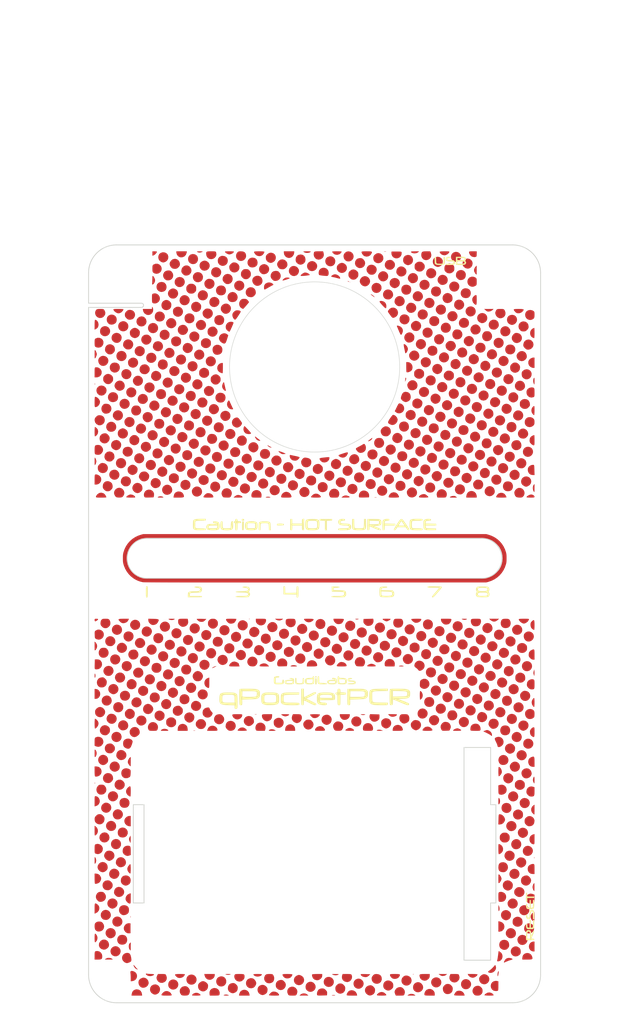
<source format=kicad_pcb>
(kicad_pcb (version 20211014) (generator pcbnew)
  (layers (0 "F.Cu" signal) (31 "B.Cu" signal) (34 "B.Paste" user) (35 "F.Paste" user) (36 "B.SilkS" user "B.Silkscreen") (37 "F.SilkS" user "F.Silkscreen") (38 "B.Mask" user) (39 "F.Mask" user) (44 "Edge.Cuts" user))
  (net 0 "")
  (footprint "MountingHole:MountingHole_3.2mm_M3" (layer "F.Cu") (at 62.75 34)
    (fp_text reference "H1" hide)
    (fp_text value "CaseMountingHole")
    (pad "" np_thru_hole circle (at 0 0) (size 3.2 3.2) (drill 3.2) (layers *.Cu *.Mask))
  )
  (footprint "MountingHole:MountingHole_3.2mm_M3" (layer "F.Cu") (at 137.25 34)
    (fp_text reference "H2" hide)
    (fp_text value "CaseMountingHole")
    (pad "" np_thru_hole circle (at 0 0) (size 3.2 3.2) (drill 3.2) (layers *.Cu *.Mask))
  )
  (footprint "MountingHole:MountingHole_3.2mm_M3" (layer "F.Cu") (at 62.75 166)
    (fp_text reference "H3" hide)
    (fp_text value "CaseMountingHole")
    (pad "" np_thru_hole circle (at 0 0) (size 3.2 3.2) (drill 3.2) (layers *.Cu *.Mask))
  )
  (footprint "MountingHole:MountingHole_3.2mm_M3" (layer "F.Cu") (at 137.25 166)
    (fp_text reference "H4" hide)
    (fp_text value "CaseMountingHole")
    (pad "" np_thru_hole circle (at 0 0) (size 3.2 3.2) (drill 3.2) (layers *.Cu *.Mask))
  )
  (footprint "GaudiLabsLogos:pPCR_FrameMaskV2" (layer "F.Cu") (at 100 87.648074)
    (fp_text reference "G***" hide)
    (fp_text value "LOGO" hide)
  )
  (footprint "GaudiLabsLogos:pPCR_FrontTextV3" (layer "F.Cu") (at 104.762976 95.203893)
    (fp_text reference "G***" hide)
    (fp_text value "LOGO" hide)
  )
  (footprint "GaudiLabsLogos:pPCR_HOT" (layer "F.Cu") (at 99.961984 81.328233)
    (fp_text reference "G***" hide)
    (fp_text value "LOGO" hide)
  )
  (footprint "GaudiLabsLogos:pPCR_Name3" (layer "F.Cu") (at 100.6 104.428233)
    (fp_text reference "G***" hide)
    (fp_text value "LOGO" hide)
  )
  (footprint "GaudiLabsLogos:pPCR_DotPat3" (layer "F.Cu") (at 99.48 100.9)
    (fp_text reference "G***" hide)
    (fp_text value "LOGO" hide)
    (fp_poly (pts (xy -27.124053 -1.193423) (xy -27.118116 -1.189742) (xy -26.841693 -0.934737) (xy -26.699437 -0.590037) (xy -26.674247 -0.309661) (xy -26.749527 0.032363) (xy -26.950426 0.307469) (xy -27.239537 0.496409) (xy -27.57945 0.579936) (xy -27.932757 0.538799) (xy -28.139151 0.444094) (xy -28.337625 0.265571) (xy -28.501087 0.029074) (xy -28.508092 0.014782) (xy -28.597951 -0.340273) (xy -28.545696 -0.674593) (xy -28.37908 -0.964128) (xy -28.125854 -1.184829) (xy -27.813773 -1.312645) (xy -27.470588 -1.323526)) (layer "F.Cu") (width 0) (fill solid))
    (fp_poly (pts (xy -18.315242 -56.746766) (xy -18.114096 -56.600118) (xy -18.076356 -56.56743) (xy -17.811186 -56.247506) (xy -17.711459 -55.900142) (xy -17.779103 -55.532339) (xy -17.786333 -55.514902) (xy -18.007408 -55.175) (xy -18.309873 -54.958986) (xy -18.65945 -54.878995) (xy -19.021859 -54.947161) (xy -19.172003 -55.024356) (xy -19.442594 -55.245313) (xy -19.583537 -55.512609) (xy -19.623411 -55.873099) (xy -19.547705 -56.251023) (xy -19.334551 -56.545431) (xy -19.004897 -56.734063) (xy -18.763691 -56.786789) (xy -18.502807 -56.799745)) (layer "F.Cu") (width 0) (fill solid))
    (fp_poly (pts (xy 38.81432 -0.72238) (xy 39.134151 -0.587455) (xy 39.381745 -0.353153) (xy 39.53841 -0.051938) (xy 39.585454 0.283729) (xy 39.504184 0.621385) (xy 39.350254 0.853654) (xy 39.042505 1.079097) (xy 38.67313 1.171514) (xy 38.294151 1.123757) (xy 38.087521 1.027192) (xy 37.844299 0.786169) (xy 37.691386 0.458224) (xy 37.656849 0.111817) (xy 37.673233 0.01667) (xy 37.817396 -0.278846) (xy 38.064555 -0.537606) (xy 38.356145 -0.702998) (xy 38.440947 -0.725468)) (layer "F.Cu") (width 0) (fill solid))
    (fp_poly (pts (xy -31.312232 10.838359) (xy -31.071741 10.999721) (xy -30.901061 11.174352) (xy -30.819158 11.347186) (xy -30.794979 11.59386) (xy -30.794314 11.675426) (xy -30.81121 11.960445) (xy -30.8813 12.15507) (xy -31.033689 12.33653) (xy -31.049164 12.351681) (xy -31.377289 12.577444) (xy -31.729973 12.659236) (xy -32.026043 12.605827) (xy -32.367751 12.393846) (xy -32.599096 12.094096) (xy -32.67163 11.880714) (xy -32.670782 11.499985) (xy -32.537168 11.178665) (xy -32.302648 10.9343) (xy -31.999079 10.784431) (xy -31.658321 10.746603)) (layer "F.Cu") (width 0) (fill solid))
    (fp_poly (pts (xy 40.203869 -57.703396) (xy 40.510778 -57.49668) (xy 40.707549 -57.175428) (xy 40.77592 -56.764738) (xy 40.738976 -56.517022) (xy 40.605238 -56.295357) (xy 40.487091 -56.167867) (xy 40.273059 -55.982887) (xy 40.069984 -55.899175) (xy 39.800957 -55.88) (xy 39.51319 -55.903458) (xy 39.307042 -55.995044) (xy 39.161586 -56.121261) (xy 38.941939 -56.439739) (xy 38.861984 -56.786371) (xy 38.90838 -57.126837) (xy 39.067783 -57.426816) (xy 39.326852 -57.651988) (xy 39.672244 -57.768034) (xy 39.805092 -57.776534)) (layer "F.Cu") (width 0) (fill solid))
    (fp_poly (pts (xy 29.933969 -54.955955) (xy 30.219279 -54.752859) (xy 30.421515 -54.467608) (xy 30.49699 -54.148596) (xy 30.427377 -53.757022) (xy 30.238937 -53.435378) (xy 29.962269 -53.207752) (xy 29.627974 -53.098228) (xy 29.266651 -53.130894) (xy 29.222743 -53.145581) (xy 28.98133 -53.297401) (xy 28.75531 -53.540638) (xy 28.604006 -53.806469) (xy 28.579799 -53.891477) (xy 28.585219 -54.272621) (xy 28.733785 -54.604354) (xy 29.00008 -54.858487) (xy 29.358691 -55.006831) (xy 29.609293 -55.033334)) (layer "F.Cu") (width 0) (fill solid))
    (fp_poly (pts (xy -35.527656 -52.189954) (xy -35.200892 -52.025677) (xy -34.962257 -51.741655) (xy -34.958294 -51.734105) (xy -34.844017 -51.360827) (xy -34.873967 -51.008499) (xy -35.022856 -50.701918) (xy -35.265395 -50.465883) (xy -35.576293 -50.325195) (xy -35.930263 -50.304651) (xy -36.293748 -50.424537) (xy -36.569615 -50.659187) (xy -36.726925 -50.972086) (xy -36.766117 -51.320621) (xy -36.687631 -51.662177) (xy -36.491907 -51.95414) (xy -36.276359 -52.110901) (xy -35.900245 -52.222393)) (layer "F.Cu") (width 0) (fill solid))
    (fp_poly (pts (xy 9.898782 16.099641) (xy 10.0382 16.124362) (xy 10.026555 16.169711) (xy 10.02408 16.171333) (xy 9.812423 16.235855) (xy 9.527481 16.24079) (xy 9.255004 16.186135) (xy 9.217057 16.171333) (xy 9.176233 16.13045) (xy 9.288854 16.105284) (xy 9.562532 16.094294) (xy 9.599331 16.093913)) (layer "F.Cu") (width 0) (fill solid))
    (fp_poly (pts (xy 40.761939 -48.709269) (xy 41.053782 -48.526022) (xy 41.259843 -48.240949) (xy 41.336667 -47.963667) (xy 41.309925 -47.588929) (xy 41.156549 -47.267625) (xy 40.908024 -47.024943) (xy 40.595836 -46.88607) (xy 40.251471 -46.876193) (xy 40.053846 -46.937492) (xy 39.717635 -47.146908) (xy 39.526581 -47.424468) (xy 39.459844 -47.802242) (xy 39.459198 -47.852501) (xy 39.47469 -48.127891) (xy 39.542518 -48.312329) (xy 39.694709 -48.482982) (xy 39.736625 -48.520946) (xy 40.066869 -48.71944) (xy 40.420804 -48.777977)) (layer "F.Cu") (width 0) (fill solid))
    (fp_poly (pts (xy -34.418177 -48.66923) (xy -34.150053 -48.45249) (xy -33.973438 -48.158579) (xy -33.921117 -47.80833) (xy -33.935607 -47.689726) (xy -34.077021 -47.332494) (xy -34.325137 -47.073159) (xy -34.642677 -46.924777) (xy -34.992358 -46.900403) (xy -35.336902 -47.013093) (xy -35.51064 -47.138167) (xy -35.734587 -47.437652) (xy -35.830682 -47.787603) (xy -35.800918 -48.143003) (xy -35.64729 -48.458834) (xy -35.443766 -48.648097) (xy -35.097817 -48.787866) (xy -34.745026 -48.787966)) (layer "F.Cu") (width 0) (fill solid))
    (fp_poly (pts (xy -11.119364 -64.140796) (xy -10.810617 -63.944059) (xy -10.609362 -63.630783) (xy -10.533922 -63.219652) (xy -10.533779 -63.199405) (xy -10.570723 -62.951689) (xy -10.704461 -62.730024) (xy -10.822608 -62.602534) (xy -11.0397 -62.416036) (xy -11.245802 -62.332379) (xy -11.490751 -62.314667) (xy -11.886521 -62.376044) (xy -12.09185 -62.488543) (xy -12.335191 -62.771197) (xy -12.44219 -63.100565) (xy -12.424859 -63.440824) (xy -12.295207 -63.756152) (xy -12.065245 -64.010728) (xy -11.746982 -64.168727) (xy -11.517278 -64.202308)) (layer "F.Cu") (width 0) (fill solid))
    (fp_poly (pts (xy -19.951369 -48.996409) (xy -19.949258 -48.995522) (xy -19.604482 -48.795238) (xy -19.404816 -48.531) (xy -19.328488 -48.170645) (xy -19.326087 -48.074833) (xy -19.341579 -47.799443) (xy -19.409407 -47.615006) (xy -19.561598 -47.444353) (xy -19.603514 -47.406389) (xy -19.84859 -47.232571) (xy -20.112296 -47.165003) (xy -20.260535 -47.159334) (xy -20.564064 -47.191804) (xy -20.805157 -47.314052) (xy -20.917556 -47.406389) (xy -21.089333 -47.582631) (xy -21.171066 -47.75753) (xy -21.194498 -48.00781) (xy -21.194983 -48.076901) (xy -21.1717 -48.383627) (xy -21.086578 -48.597469) (xy -20.991354 -48.716389) (xy -20.664654 -48.963945) (xy -20.308455 -49.05984)) (layer "F.Cu") (width 0) (fill solid))
    (fp_poly (pts (xy 6.875888 -24.936886) (xy 6.885155 -24.93216) (xy 7.074022 -24.816079) (xy 7.118854 -24.73232) (xy 7.013375 -24.677462) (xy 6.751307 -24.648087) (xy 6.35 -24.640676) (xy 5.564214 -24.643352) (xy 5.802563 -24.852343) (xy 6.119714 -25.024047) (xy 6.491443 -25.053257)) (layer "F.Cu") (width 0) (fill solid))
    (fp_poly (pts (xy 7.912931 -27.184242) (xy 8.267598 -27.00412) (xy 8.490751 -26.717526) (xy 8.578636 -26.329607) (xy 8.579933 -26.269116) (xy 8.557113 -26.001448) (xy 8.464089 -25.79887) (xy 8.291104 -25.6032) (xy 8.06431 -25.411864) (xy 7.850312 -25.329745) (xy 7.675218 -25.318334) (xy 7.405043 -25.348136) (xy 7.176813 -25.417044) (xy 7.156292 -25.427537) (xy 6.869317 -25.678049) (xy 6.7081 -26.02675) (xy 6.680498 -26.240975) (xy 6.746024 -26.617562) (xy 6.941372 -26.924057) (xy 7.232887 -27.134701) (xy 7.586915 -27.223738)) (layer "F.Cu") (width 0) (fill solid))
    (fp_poly (pts (xy -8.265763 1.002402) (xy -7.972486 1.206278) (xy -7.789785 1.528963) (xy -7.730435 1.932478) (xy -7.803459 2.31076) (xy -8.020203 2.599345) (xy -8.290982 2.76061) (xy -8.549979 2.852223) (xy -8.750588 2.861658) (xy -8.983207 2.788489) (xy -9.057495 2.757007) (xy -9.376941 2.538158) (xy -9.55769 2.222459) (xy -9.599331 1.924289) (xy -9.532757 1.503808) (xy -9.341286 1.189496) (xy -9.037295 0.994392) (xy -8.656667 0.931333)) (layer "F.Cu") (width 0) (fill solid))
    (fp_poly (pts (xy 17.964894 65.240413) (xy 18.299809 65.369423) (xy 18.567075 65.585945) (xy 18.650231 65.708545) (xy 18.763208 66.078892) (xy 18.732197 66.427639) (xy 18.583081 66.73074) (xy 18.341745 66.964149) (xy 18.03407 67.10382) (xy 17.685942 67.125705) (xy 17.323243 67.00576) (xy 17.280521 66.98103) (xy 17.01282 66.733175) (xy 16.873368 66.421046) (xy 16.854699 66.082234) (xy 16.949345 65.754335) (xy 17.149839 65.474942) (xy 17.448714 65.28165) (xy 17.628352 65.229844)) (layer "F.Cu") (width 0) (fill solid))
    (fp_poly (pts (xy 5.612065 66.743401) (xy 5.818459 66.845944) (xy 5.997458 67.0052) (xy 6.185297 67.222995) (xy 6.269198 67.429851) (xy 6.286288 67.663694) (xy 6.223943 68.062398) (xy 6.029669 68.360897) (xy 5.775651 68.53815) (xy 5.429299 68.652611) (xy 5.100377 68.612425) (xy 4.8688 68.499547) (xy 4.601749 68.286726) (xy 4.460471 68.025737) (xy 4.417458 67.664549) (xy 4.417392 67.645766) (xy 4.444043 67.387386) (xy 4.548383 67.181108) (xy 4.706221 67.0052) (xy 4.928016 66.816346) (xy 5.138902 66.732833) (xy 5.35184 66.717333)) (layer "F.Cu") (width 0) (fill solid))
    (fp_poly (pts (xy 4.311204 68.918711) (xy 4.414481 68.957967) (xy 4.384059 68.979608) (xy 4.205119 68.988078) (xy 4.077592 68.988778) (xy 3.829629 68.984638) (xy 3.73661 68.969255) (xy 3.783717 68.938186) (xy 3.84398 68.918711) (xy 4.107807 68.890218)) (layer "F.Cu") (width 0) (fill solid))
    (fp_poly (pts (xy 25.495919 -57.494608) (xy 25.789757 -57.335181) (xy 26.013412 -57.080676) (xy 26.134603 -56.747026) (xy 26.137323 -56.442724) (xy 26.013003 -56.078142) (xy 25.77067 -55.810578) (xy 25.441735 -55.656461) (xy 25.057608 -55.632216) (xy 24.742176 -55.713108) (xy 24.475267 -55.902586) (xy 24.308223 -56.189435) (xy 24.247561 -56.529538) (xy 24.299801 -56.878779) (xy 24.471462 -57.193042) (xy 24.516095 -57.24306) (xy 24.826808 -57.464482) (xy 25.164176 -57.543019)) (layer "F.Cu") (width 0) (fill solid))
    (fp_poly (pts (xy -1.161067 68.620949) (xy -0.906624 68.76259) (xy -0.875473 68.788991) (xy -0.637124 68.997982) (xy -2.33612 68.997982) (xy -2.097771 68.788991) (xy -1.84644 68.632666) (xy -1.534381 68.580584) (xy -1.486622 68.58)) (layer "F.Cu") (width 0) (fill solid))
    (fp_poly (pts (xy 38.179555 -44.414379) (xy 38.399928 -44.284442) (xy 38.533244 -44.162134) (xy 38.721083 -43.944338) (xy 38.804984 -43.737483) (xy 38.822074 -43.503639) (xy 38.75905 -43.104481) (xy 38.565199 -42.810149) (xy 38.261526 -42.620724) (xy 38.002529 -42.52911) (xy 37.801921 -42.519676) (xy 37.569302 -42.592844) (xy 37.495013 -42.624326) (xy 37.175052 -42.843821) (xy 36.993885 -43.159585) (xy 36.953177 -43.448856) (xy 37.020786 -43.870537) (xy 37.215643 -44.186112) (xy 37.525799 -44.383338) (xy 37.930465 -44.45)) (layer "F.Cu") (width 0) (fill solid))
    (fp_poly (pts (xy -15.496522 -42.803971) (xy -15.466894 -42.7355) (xy -15.403242 -42.588205) (xy -15.289373 -42.33689) (xy -15.147989 -42.030484) (xy -15.001791 -41.717912) (xy -14.873478 -41.448102) (xy -14.799085 -41.296167) (xy -14.85154 -41.254888) (xy -15.021779 -41.233496) (xy -15.070176 -41.232667) (xy -15.394155 -41.301968) (xy -15.634674 -41.4655) (xy -15.864813 -41.772985) (xy -15.958805 -42.136174) (xy -15.908378 -42.505567) (xy -15.834832 -42.663224) (xy -15.692675 -42.865035) (xy -15.586442 -42.910667)) (layer "F.Cu") (width 0) (fill solid))
    (fp_poly (pts (xy 16.425058 18.125966) (xy 16.771366 18.295959) (xy 16.997899 18.585358) (xy 17.064414 18.763166) (xy 17.10847 18.952) (xy 17.098141 19.080034) (xy 17.009437 19.159022) (xy 16.818364 19.200722) (xy 16.500931 19.216886) (xy 16.133389 19.219333) (xy 15.20602 19.219333) (xy 15.20602 18.957236) (xy 15.2822 18.614211) (xy 15.487502 18.339266) (xy 15.787068 18.156171) (xy 16.14604 18.088697)) (layer "F.Cu") (width 0) (fill solid))
    (fp_poly (pts (xy -23.025861 -53.66102) (xy -23.002691 -53.651685) (xy -22.672119 -53.440764) (xy -22.470295 -53.160403) (xy -22.390102 -52.842835) (xy -22.424425 -52.520295) (xy -22.566147 -52.225016) (xy -22.808152 -51.989232) (xy -23.143323 -51.845178) (xy -23.407955 -51.816) (xy -23.6565 -51.852822) (xy -23.878906 -51.986113) (xy -24.006823 -52.103867) (xy -24.196352 -52.32501) (xy -24.280141 -52.535283) (xy -24.295652 -52.746964) (xy -24.224516 -53.137697) (xy -24.031451 -53.445824) (xy -23.746976 -53.649989) (xy -23.401607 -53.728839)) (layer "F.Cu") (width 0) (fill solid))
    (fp_poly (pts (xy -10.010832 -66.344339) (xy -9.69823 -66.216014) (xy -9.445798 -65.961557) (xy -9.429788 -65.936278) (xy -9.288596 -65.569708) (xy -9.290076 -65.202659) (xy -9.423386 -64.874145) (xy -9.677683 -64.623178) (xy -9.814619 -64.551664) (xy -10.123947 -64.45177) (xy -10.381234 -64.455608) (xy -10.669936 -64.564753) (xy -10.676411 -64.567926) (xy -10.926813 -64.770141) (xy -11.119897 -65.068703) (xy -11.211183 -65.391108) (xy -11.213378 -65.443167) (xy -11.141218 -65.795851) (xy -10.948798 -66.072287) (xy -10.672202 -66.262499) (xy -10.347518 -66.356508)) (layer "F.Cu") (width 0) (fill solid))
    (fp_poly (pts (xy 14.94236 -69.319256) (xy 15.145616 -69.226542) (xy 15.34194 -69.054134) (xy 15.531425 -68.833078) (xy 15.615217 -68.622895) (xy 15.630769 -68.410667) (xy 15.604614 -68.151309) (xy 15.501728 -67.945603) (xy 15.34194 -67.7672) (xy 15.124849 -67.580703) (xy 14.918746 -67.497046) (xy 14.673798 -67.479334) (xy 14.288089 -67.536891) (xy 14.082153 -67.645797) (xy 13.816794 -67.94805) (xy 13.708925 -68.306507) (xy 13.751789 -68.66451) (xy 13.932506 -69.024289) (xy 14.216958 -69.250061) (xy 14.603008 -69.340256) (xy 14.673798 -69.342)) (layer "F.Cu") (width 0) (fill solid))
    (fp_poly (pts (xy 13.718647 -67.157107) (xy 13.766168 -67.138894) (xy 14.088564 -66.924881) (xy 14.292168 -66.6223) (xy 14.36768 -66.271329) (xy 14.305799 -65.912145) (xy 14.120154 -65.609679) (xy 13.813491 -65.376848) (xy 13.462072 -65.283499) (xy 13.108822 -65.333903) (xy 12.850422 -65.483373) (xy 12.586399 -65.788125) (xy 12.456604 -66.128755) (xy 12.474505 -66.466647) (xy 12.490735 -66.514638) (xy 12.700784 -66.871791) (xy 12.996396 -67.10817) (xy 13.346155 -67.208401)) (layer "F.Cu") (width 0) (fill solid))
    (fp_poly (pts (xy 35.183693 -49.033013) (xy 35.481805 -48.835097) (xy 35.681473 -48.547485) (xy 35.76293 -48.204745) (xy 35.706406 -47.841446) (xy 35.62656 -47.673438) (xy 35.37491 -47.393429) (xy 35.046286 -47.230389) (xy 34.688847 -47.202108) (xy 34.489676 -47.253506) (xy 34.144958 -47.468606) (xy 33.918701 -47.770332) (xy 33.827277 -48.123765) (xy 33.887053 -48.493986) (xy 33.896763 -48.518281) (xy 34.114762 -48.85129) (xy 34.433187 -49.048214) (xy 34.806908 -49.106667)) (layer "F.Cu") (width 0) (fill solid))
    (fp_poly (pts (xy 11.144626 -62.86511) (xy 11.196435 -62.851615) (xy 11.316109 -62.788516) (xy 11.477186 -62.667929) (xy 11.639492 -62.526007) (xy 11.762853 -62.3989) (xy 11.807095 -62.322759) (xy 11.793126 -62.314667) (xy 11.705211 -62.362915) (xy 11.532874 -62.485947) (xy 11.416196 -62.576006) (xy 11.19138 -62.754675) (xy 11.082348 -62.848409) (xy 11.072347 -62.878218)) (layer "F.Cu") (width 0) (fill solid))
    (fp_poly (pts (xy -21.406424 -26.719336) (xy -21.094198 -26.590084) (xy -20.85481 -26.364424) (xy -20.701051 -26.074574) (xy -20.645711 -25.752749) (xy -20.701582 -25.431167) (xy -20.881456 -25.142043) (xy -21.086678 -24.977023) (xy -21.473587 -24.828065) (xy -21.860852 -24.847701) (xy -22.141911 -24.970431) (xy -22.388541 -25.210832) (xy -22.539556 -25.542557) (xy -22.569331 -25.902632) (xy -22.555476 -25.986786) (xy -22.408767 -26.298535) (xy -22.14653 -26.556792) (xy -21.823123 -26.710252) (xy -21.778695 -26.719965)) (layer "F.Cu") (width 0) (fill solid))
    (fp_poly (pts (xy -15.22132 -31.873514) (xy -14.940858 -31.661141) (xy -14.859963 -31.550772) (xy -14.720081 -31.187923) (xy -14.725413 -30.837218) (xy -14.851788 -30.52396) (xy -15.075035 -30.273452) (xy -15.370982 -30.110998) (xy -15.715457 -30.0619) (xy -16.08429 -30.151462) (xy -16.160638 -30.189203) (xy -16.441257 -30.428946) (xy -16.601331 -30.754601) (xy -16.630726 -31.123384) (xy -16.519313 -31.49251) (xy -16.484012 -31.554889) (xy -16.238382 -31.809993) (xy -15.915666 -31.948055) (xy -15.561451 -31.96919)) (layer "F.Cu") (width 0) (fill solid))
    (fp_poly (pts (xy 30.337925 8.850038) (xy 30.71007 8.998946) (xy 30.965284 9.235696) (xy 31.107315 9.528938) (xy 31.139913 9.84732) (xy 31.066824 10.15949) (xy 30.891799 10.434098) (xy 30.618585 10.639792) (xy 30.250931 10.745221) (xy 30.11044 10.752666) (xy 29.861895 10.715845) (xy 29.639489 10.582554) (xy 29.511572 10.4648) (xy 29.282258 10.134633) (xy 29.218652 9.769155) (xy 29.321397 9.373156) (xy 29.35581 9.302458) (xy 29.568993 9.056397) (xy 29.877646 8.890302) (xy 30.214621 8.835108)) (layer "F.Cu") (width 0) (fill solid))
    (fp_poly (pts (xy -6.448985 -32.545915) (xy -6.111923 -32.40058) (xy -5.858387 -32.134839) (xy -5.714535 -31.771717) (xy -5.691639 -31.534072) (xy -5.728583 -31.286355) (xy -5.86232 -31.064691) (xy -5.980468 -30.9372) (xy -6.312994 -30.709845) (xy -6.680718 -30.645375) (xy -7.066592 -30.745547) (xy -7.19074 -30.812431) (xy -7.425149 -31.038394) (xy -7.580823 -31.349377) (xy -7.627961 -31.676056) (xy -7.611112 -31.790305) (xy -7.465504 -32.094273) (xy -7.219946 -32.35735) (xy -6.930073 -32.524638) (xy -6.843416 -32.547821)) (layer "F.Cu") (width 0) (fill solid))
    (fp_poly (pts (xy -0.351747 17.12601) (xy -0.145709 17.217457) (xy 0.002184 17.345817) (xy 0.249115 17.686892) (xy 0.329364 18.043134) (xy 0.242305 18.400962) (xy 0.063106 18.666473) (xy -0.243019 18.894416) (xy -0.615404 18.983275) (xy -0.906167 18.950835) (xy -1.232166 18.783111) (xy -1.476916 18.49993) (xy -1.60406 18.149155) (xy -1.614047 18.019037) (xy -1.585131 17.764434) (xy -1.474205 17.555279) (xy -1.325217 17.390533) (xy -1.111185 17.205552) (xy -0.90811 17.121841) (xy -0.639084 17.102666)) (layer "F.Cu") (width 0) (fill solid))
    (fp_poly (pts (xy -17.957366 7.050935) (xy -18.016818 7.093702) (xy -18.19057 7.185631) (xy -18.396138 7.285455) (xy -18.640122 7.394804) (xy -18.751715 7.427701) (xy -18.748312 7.387616) (xy -18.716265 7.34929) (xy -18.584245 7.255296) (xy -18.380884 7.156658) (xy -18.167357 7.077424) (xy -18.00484 7.041644)) (layer "F.Cu") (width 0) (fill solid))
    (fp_poly (pts (xy 40.110795 -37.537543) (xy 40.394992 -37.330774) (xy 40.600056 -37.040067) (xy 40.689689 -36.693017) (xy 40.69097 -36.645704) (xy 40.662055 -36.391102) (xy 40.551129 -36.181947) (xy 40.402141 -36.0172) (xy 40.18505 -35.830703) (xy 39.978947 -35.747046) (xy 39.733998 -35.729334) (xy 39.34829 -35.786891) (xy 39.142353 -35.895797) (xy 38.879878 -36.19303) (xy 38.762112 -36.533495) (xy 38.782793 -36.882754) (xy 38.93566 -37.206365) (xy 39.21445 -37.469888) (xy 39.450196 -37.588902) (xy 39.783764 -37.632784)) (layer "F.Cu") (width 0) (fill solid))
    (fp_poly (pts (xy -34.404226 40.823426) (xy -34.233102 40.884577) (xy -34.131247 41.021099) (xy -34.081201 41.261301) (xy -34.065504 41.633493) (xy -34.064883 41.777696) (xy -34.064883 42.570768) (xy -34.332409 42.663717) (xy -34.576255 42.736167) (xy -34.759169 42.738916) (xy -34.974043 42.668258) (xy -35.052144 42.635007) (xy -35.372105 42.415512) (xy -35.553272 42.099748) (xy -35.59398 41.810478) (xy -35.526188 41.39378) (xy -35.333837 41.076207) (xy -35.033465 40.875526) (xy -34.662077 40.809333)) (layer "F.Cu") (width 0) (fill solid))
    (fp_poly (pts (xy -23.662392 12.371074) (xy -23.340721 12.538636) (xy -23.122054 12.814762) (xy -23.020196 13.163902) (xy -23.048947 13.550503) (xy -23.122893 13.760699) (xy -23.317219 13.999151) (xy -23.614317 14.158708) (xy -23.959467 14.224007) (xy -24.297954 14.179686) (xy -24.423077 14.125728) (xy -24.709358 13.889144) (xy -24.859576 13.560483) (xy -24.888412 13.282918) (xy -24.818655 12.883947) (xy -24.622006 12.57905) (xy -24.323779 12.387051) (xy -23.949285 12.326777)) (layer "F.Cu") (width 0) (fill solid))
    (fp_poly (pts (xy -20.543662 -58.010499) (xy -20.252003 -57.850375) (xy -20.029531 -57.595709) (xy -19.908236 -57.262583) (xy -19.90506 -56.953969) (xy -20.028414 -56.599396) (xy -20.267518 -56.335067) (xy -20.585045 -56.177762) (xy -20.943667 -56.14426) (xy -21.306058 -56.251341) (xy -21.377362 -56.292141) (xy -21.620584 -56.533164) (xy -21.773497 -56.861109) (xy -21.808033 -57.207516) (xy -21.79165 -57.302664) (xy -21.693581 -57.520484) (xy -21.530676 -57.744663) (xy -21.513844 -57.76278) (xy -21.206574 -57.982785) (xy -20.872516 -58.059997)) (layer "F.Cu") (width 0) (fill solid))
    (fp_poly (pts (xy -21.791312 -35.651425) (xy -21.506948 -35.443918) (xy -21.309768 -35.14614) (xy -21.237458 -34.803488) (xy -21.308358 -34.397285) (xy -21.51464 -34.084602) (xy -21.804267 -33.897449) (xy -22.118308 -33.798694) (xy -22.37451 -33.813013) (xy -22.647076 -33.946924) (xy -22.69028 -33.975261) (xy -22.966531 -34.252416) (xy -23.09758 -34.507788) (xy -23.166103 -34.748106) (xy -23.158017 -34.932207) (xy -23.068483 -35.157358) (xy -23.064887 -35.164925) (xy -22.826015 -35.488487) (xy -22.485848 -35.677955) (xy -22.125155 -35.729334)) (layer "F.Cu") (width 0) (fill solid))
    (fp_poly (pts (xy 20.868091 0.475239) (xy 21.184735 0.642291) (xy 21.42269 0.930869) (xy 21.442266 0.969731) (xy 21.533734 1.327899) (xy 21.48503 1.669104) (xy 21.322971 1.967667) (xy 21.074373 2.197907) (xy 20.766053 2.334145) (xy 20.424827 2.350701) (xy 20.112941 2.242715) (xy 19.833698 1.99854) (xy 19.670165 1.672018) (xy 19.630389 1.309834) (xy 19.722417 0.95867) (xy 19.857024 0.758108) (xy 20.163136 0.527661) (xy 20.513858 0.4352)) (layer "F.Cu") (width 0) (fill solid))
    (fp_poly (pts (xy 1.007099 16.09387) (xy 1.314981 16.114023) (xy 1.493754 16.144936) (xy 1.529097 16.169997) (xy 1.476803 16.280719) (xy 1.346312 16.455201) (xy 1.295485 16.513891) (xy 1.009796 16.721535) (xy 0.655962 16.823589) (xy 0.302795 16.803923) (xy 0.20287 16.77002) (xy 0.039272 16.658964) (xy -0.139134 16.482454) (xy -0.282202 16.296866) (xy -0.339799 16.159915) (xy -0.260576 16.130481) (xy -0.045763 16.106695) (xy 0.270357 16.091242) (xy 0.594649 16.086666)) (layer "F.Cu") (width 0) (fill solid))
    (fp_poly (pts (xy -14.170261 6.277976) (xy -14.03796 6.349072) (xy -13.860827 6.462097) (xy -13.766582 6.532729) (xy -13.761873 6.539814) (xy -13.740964 6.627999) (xy -13.689918 6.812749) (xy -13.682853 6.837392) (xy -13.603833 7.112) (xy -14.574826 7.112) (xy -14.992631 7.110395) (xy -15.269463 7.102052) (xy -15.434245 7.081674) (xy -15.515897 7.043965) (xy -15.543341 6.98363) (xy -15.545819 6.9342) (xy -15.488272 6.77066) (xy -15.34272 6.562023) (xy -15.25699 6.468533) (xy -14.924989 6.241161) (xy -14.557906 6.177168)) (layer "F.Cu") (width 0) (fill solid))
    (fp_poly (pts (xy 27.00323 -24.889042) (xy 27.099997 -24.818888) (xy 27.311371 -24.643634) (xy 26.592332 -24.640817) (xy 26.24709 -24.641995) (xy 26.045494 -24.652876) (xy 25.961332 -24.679475) (xy 25.968388 -24.727808) (xy 26.010165 -24.774417) (xy 26.178032 -24.869049) (xy 26.431033 -24.939638) (xy 26.51783 -24.952488) (xy 26.800495 -24.959272)) (layer "F.Cu") (width 0) (fill solid))
    (fp_poly (pts (xy -22.823253 -39.103744) (xy -22.478179 -38.907205) (xy -22.425169 -38.860523) (xy -22.26652 -38.684951) (xy -22.191797 -38.499314) (xy -22.171988 -38.227893) (xy -22.171906 -38.199544) (xy -22.189537 -37.914077) (xy -22.262806 -37.715914) (xy -22.422274 -37.52488) (xy -22.43329 -37.513847) (xy -22.632858 -37.346187) (xy -22.837413 -37.270222) (xy -23.106354 -37.253334) (xy -23.391204 -37.273171) (xy -23.592733 -37.354382) (xy -23.779418 -37.513847) (xy -23.955251 -37.726378) (xy -24.029422 -37.948507) (xy -24.040802 -38.156943) (xy -23.970917 -38.557446) (xy -23.782445 -38.866215) (xy -23.507161 -39.069412) (xy -23.176838 -39.153201)) (layer "F.Cu") (width 0) (fill solid))
    (fp_poly (pts (xy 35.330942 60.729635) (xy 35.623868 60.954403) (xy 35.80036 61.24824) (xy 35.866685 61.576894) (xy 35.829112 61.906115) (xy 35.693911 62.201653) (xy 35.46735 62.429258) (xy 35.155699 62.554678) (xy 34.994341 62.568666) (xy 34.869044 62.545633) (xy 34.848733 62.443233) (xy 34.872627 62.335833) (xy 34.911842 62.145358) (xy 34.96222 61.842454) (xy 35.014707 61.482825) (xy 35.030498 61.364635) (xy 35.126756 60.62627)) (layer "F.Cu") (width 0) (fill solid))
    (fp_poly (pts (xy -14.416015 -68.858139) (xy -14.073214 -68.717423) (xy -13.798549 -68.471173) (xy -13.637103 -68.149192) (xy -13.626029 -68.099382) (xy -13.627711 -67.720707) (xy -13.762306 -67.399491) (xy -13.997503 -67.153905) (xy -14.300989 -67.002119) (xy -14.640452 -66.962306) (xy -14.983581 -67.052635) (xy -15.213031 -67.206914) (xy -15.410025 -67.437249) (xy -15.505697 -67.719002) (xy -15.521192 -67.828189) (xy -15.534192 -68.088203) (xy -15.481035 -68.275142) (xy -15.333897 -68.475618) (xy -15.3011 -68.513232) (xy -15.082056 -68.710321) (xy -14.851183 -68.842525) (xy -14.781869 -68.863515)) (layer "F.Cu") (width 0) (fill solid))
    (fp_poly (pts (xy 41.880268 34.030234) (xy 41.877653 34.405742) (xy 41.870562 34.70955) (xy 41.860121 34.907589) (xy 41.849249 34.967333) (xy 41.768385 34.920612) (xy 41.6139 34.807097) (xy 41.600549 34.796676) (xy 41.359482 34.511123) (xy 41.249931 34.166083) (xy 41.270981 33.806628) (xy 41.421718 33.477834) (xy 41.631535 33.269659) (xy 41.880268 33.093136)) (layer "F.Cu") (width 0) (fill solid))
    (fp_poly (pts (xy 30.957593 -57.199158) (xy 31.269607 -57.063804) (xy 31.537098 -56.811379) (xy 31.710642 -56.494072) (xy 31.740933 -56.371989) (xy 31.726018 -56.003798) (xy 31.575188 -55.69093) (xy 31.319102 -55.455355) (xy 30.988415 -55.319041) (xy 30.613786 -55.303956) (xy 30.348865 -55.374441) (xy 30.142661 -55.529487) (xy 29.959963 -55.786331) (xy 29.841318 -56.078293) (xy 29.817709 -56.247937) (xy 29.894598 -56.598422) (xy 30.100202 -56.897322) (xy 30.395482 -57.112059) (xy 30.741397 -57.210056)) (layer "F.Cu") (width 0) (fill solid))
    (fp_poly (pts (xy 41.850002 53.334298) (xy 41.866434 53.548411) (xy 41.877108 53.863498) (xy 41.880268 54.186666) (xy 41.874037 54.560902) (xy 41.857142 54.863345) (xy 41.832279 55.059825) (xy 41.806774 55.118) (xy 41.69473 55.070089) (xy 41.524289 54.95411) (xy 41.515599 54.947342) (xy 41.276221 54.663662) (xy 41.166023 54.319948) (xy 41.184322 53.961738) (xy 41.330433 53.63457) (xy 41.538461 53.426091) (xy 41.713233 53.311417) (xy 41.823285 53.256214) (xy 41.829669 53.255333)) (layer "F.Cu") (width 0) (fill solid))
    (fp_poly (pts (xy -23.449998 6.77428) (xy -23.12717 6.88769) (xy -22.863039 7.117517) (xy -22.776497 7.2546) (xy -22.679254 7.617028) (xy -22.725458 7.99475) (xy -22.903178 8.334557) (xy -23.052584 8.48595) (xy -23.32009 8.607248) (xy -23.657585 8.635) (xy -23.995079 8.571629) (xy -24.233219 8.445079) (xy -24.473959 8.147671) (xy -24.577249 7.777702) (xy -24.541178 7.413809) (xy -24.377114 7.097053) (xy -24.114325 6.882512) (xy -23.792168 6.773738)) (layer "F.Cu") (width 0) (fill solid))
    (fp_poly (pts (xy -17.883268 -27.601771) (xy -17.537222 -27.412015) (xy -17.32323 -27.116614) (xy -17.245101 -26.720993) (xy -17.244816 -26.692449) (xy -17.267636 -26.424782) (xy -17.36066 -26.222203) (xy -17.533645 -26.026534) (xy -17.75544 -25.83768) (xy -17.966326 -25.754167) (xy -18.179264 -25.738667) (xy -18.439489 -25.764735) (xy -18.645883 -25.867278) (xy -18.824883 -26.026534) (xy -19.012004 -26.242901) (xy -19.095941 -26.448317) (xy -19.113712 -26.692449) (xy -19.041363 -27.082842) (xy -18.844205 -27.388006) (xy -18.55207 -27.585896) (xy -18.194791 -27.654463)) (layer "F.Cu") (width 0) (fill solid))
    (fp_poly (pts (xy 36.205544 9.294216) (xy 36.485494 9.50396) (xy 36.684682 9.811808) (xy 36.740805 9.990674) (xy 36.732661 10.297624) (xy 36.607454 10.61574) (xy 36.39825 10.876907) (xy 36.266342 10.968062) (xy 35.870927 11.092388) (xy 35.498798 11.050459) (xy 35.160636 10.843808) (xy 35.118261 10.803466) (xy 34.890145 10.472049) (xy 34.825459 10.10555) (xy 34.925967 9.720963) (xy 34.993074 9.597228) (xy 35.238596 9.334082) (xy 35.546347 9.201229) (xy 35.880579 9.190623)) (layer "F.Cu") (width 0) (fill solid))
    (fp_poly (pts (xy -37.139799 30.606402) (xy -36.820401 30.763503) (xy -36.581406 31.028924) (xy -36.455165 31.38368) (xy -36.443478 31.542232) (xy -36.519854 31.888919) (xy -36.723022 32.179531) (xy -37.014039 32.387777) (xy -37.353964 32.487364) (xy -37.703855 32.452001) (xy -37.7602 32.431225) (xy -38.06976 32.226078) (xy -38.270575 31.936081) (xy -38.359701 31.600522) (xy -38.334196 31.258688) (xy -38.191116 30.949865) (xy -37.927519 30.713343) (xy -37.890406 30.693099) (xy -37.507251 30.576606)) (layer "F.Cu") (width 0) (fill solid))
    (fp_poly (pts (xy -5.215265 5.659551) (xy -4.929185 5.83822) (xy -4.718297 6.101234) (xy -4.614542 6.42947) (xy -4.637756 6.759244) (xy -4.714716 7.069666) (xy -5.538371 7.093843) (xy -5.920361 7.102457) (xy -6.168065 7.09713) (xy -6.316917 7.071706) (xy -6.402351 7.020024) (xy -6.459801 6.935928) (xy -6.461124 6.933472) (xy -6.534566 6.635467) (xy -6.48995 6.295716) (xy -6.341977 5.978141) (xy -6.205242 5.820833) (xy -5.885235 5.631735) (xy -5.544596 5.584348)) (layer "F.Cu") (width 0) (fill solid))
    (fp_poly (pts (xy -27.867873 -65.11812) (xy -27.687645 -65.019743) (xy -27.456142 -64.760585) (xy -27.338143 -64.425459) (xy -27.33562 -64.065563) (xy -27.450547 -63.732102) (xy -27.629778 -63.51761) (xy -27.874495 -63.387015) (xy -28.180497 -63.31027) (xy -28.415719 -63.308778) (xy -28.786756 -63.450974) (xy -29.054314 -63.704791) (xy -29.202561 -64.036789) (xy -29.215664 -64.413527) (xy -29.101688 -64.757722) (xy -28.886365 -65.003308) (xy -28.5758 -65.15138) (xy -28.219726 -65.192722)) (layer "F.Cu") (width 0) (fill solid))
    (fp_poly (pts (xy -3.971404 -32.647801) (xy -3.802914 -32.607429) (xy -3.518996 -32.545873) (xy -3.171023 -32.474152) (xy -3.037241 -32.447426) (xy -2.690387 -32.368258) (xy -2.435348 -32.289136) (xy -2.304444 -32.220774) (xy -2.29393 -32.201013) (xy -2.349566 -32.084224) (xy -2.489519 -31.909661) (xy -2.555029 -31.84118) (xy -2.777278 -31.661221) (xy -3.009404 -31.590293) (xy -3.170916 -31.583667) (xy -3.450576 -31.612748) (xy -3.691307 -31.6808) (xy -3.728442 -31.69882) (xy -3.985552 -31.931245) (xy -4.134815 -32.259556) (xy -4.159531 -32.458375) (xy -4.143914 -32.626433) (xy -4.06431 -32.667135)) (layer "F.Cu") (width 0) (fill solid))
    (fp_poly (pts (xy -37.289142 16.074426) (xy -36.985533 16.269541) (xy -36.781893 16.554099) (xy -36.697652 16.894853) (xy -36.752241 17.258557) (xy -36.835648 17.435229) (xy -37.097537 17.73192) (xy -37.429529 17.887436) (xy -37.798191 17.891715) (xy -38.054635 17.802158) (xy -38.380821 17.555964) (xy -38.570798 17.237995) (xy -38.61884 16.882839) (xy -38.519224 16.52508) (xy -38.312662 16.24326) (xy -38.113042 16.082807) (xy -37.892607 16.013426) (xy -37.67329 16.002)) (layer "F.Cu") (width 0) (fill solid))
    (fp_poly (pts (xy 35.6183 34.94414) (xy 35.899605 35.11163) (xy 36.137341 35.365104) (xy 36.264804 35.608454) (xy 36.333327 35.848772) (xy 36.325241 36.032872) (xy 36.235708 36.258023) (xy 36.232112 36.26559) (xy 35.991522 36.589586) (xy 35.653591 36.782166) (xy 35.340567 36.83) (xy 35.078717 36.83) (xy 35.102736 35.8775) (xy 35.114292 35.465335) (xy 35.129033 35.19255) (xy 35.154281 35.029241) (xy 35.197357 34.945502) (xy 35.265583 34.911431) (xy 35.342055 34.89997)) (layer "F.Cu") (width 0) (fill solid))
    (fp_poly (pts (xy -18.865043 -65.72059) (xy -18.582152 -65.545171) (xy -18.395847 -65.290965) (xy -18.307554 -64.989189) (xy -18.318695 -64.671065) (xy -18.430696 -64.367811) (xy -18.644978 -64.110647) (xy -18.962968 -63.930793) (xy -19.156187 -63.880501) (xy -19.451213 -63.89349) (xy -19.691533 -63.976894) (xy -19.99454 -64.218663) (xy -20.173126 -64.565945) (xy -20.21806 -64.901263) (xy -20.181116 -65.148979) (xy -20.047378 -65.370644) (xy -19.929231 -65.498134) (xy -19.715199 -65.683114) (xy -19.512124 -65.766826) (xy -19.243097 -65.786)) (layer "F.Cu") (width 0) (fill solid))
    (fp_poly (pts (xy 28.537802 -32.643629) (xy 28.843864 -32.453257) (xy 29.052346 -32.166908) (xy 29.143113 -31.816297) (xy 29.096031 -31.433139) (xy 29.045604 -31.302311) (xy 28.845709 -31.05241) (xy 28.54496 -30.890042) (xy 28.193861 -30.825809) (xy 27.842911 -30.870316) (xy 27.589158 -30.99651) (xy 27.344968 -31.268178) (xy 27.235112 -31.590265) (xy 27.247735 -31.926906) (xy 27.370983 -32.242238) (xy 27.593002 -32.500394) (xy 27.901937 -32.665511) (xy 28.154294 -32.706308)) (layer "F.Cu") (width 0) (fill solid))
    (fp_poly (pts (xy -34.27812 0.533217) (xy -33.941421 0.661709) (xy -33.68553 0.899158) (xy -33.641656 0.970831) (xy -33.529312 1.339991) (xy -33.563018 1.710562) (xy -33.728152 2.040046) (xy -34.010089 2.28595) (xy -34.111237 2.335405) (xy -34.371486 2.427943) (xy -34.571156 2.439115) (xy -34.798609 2.369025) (xy -34.87595 2.336311) (xy -35.170548 2.127655) (xy -35.355907 1.831977) (xy -35.428936 1.491234) (xy -35.386546 1.147383) (xy -35.225645 0.842381) (xy -35.000222 0.648992) (xy -34.647197 0.525154)) (layer "F.Cu") (width 0) (fill solid))
    (fp_poly (pts (xy 34.785541 66.245815) (xy 35.084281 66.301673) (xy 35.084281 67.177778) (xy 35.079942 67.58494) (xy 35.064052 67.852647) (xy 35.032306 68.010625) (xy 34.980397 68.088596) (xy 34.949909 68.105274) (xy 34.683196 68.149215) (xy 34.368022 68.125275) (xy 34.182804 68.073687) (xy 33.906575 67.877491) (xy 33.715694 67.570658) (xy 33.640329 67.202706) (xy 33.640134 67.183) (xy 33.715127 66.797289) (xy 33.920206 66.49314) (xy 34.225524 66.294974) (xy 34.601233 66.227214)) (layer "F.Cu") (width 0) (fill solid))
    (fp_poly (pts (xy -4.015883 3.472685) (xy -3.714901 3.631557) (xy -3.488975 3.889762) (xy -3.372541 4.234002) (xy -3.364013 4.366408) (xy -3.437395 4.763855) (xy -3.644803 5.069742) (xy -3.967129 5.265856) (xy -4.379193 5.334) (xy -4.627737 5.297178) (xy -4.850144 5.163887) (xy -4.97806 5.046133) (xy -5.163659 4.832814) (xy -5.247651 4.630416) (xy -5.266889 4.362287) (xy -5.243354 4.075478) (xy -5.151461 3.870018) (xy -5.024822 3.725046) (xy -4.705279 3.506132) (xy -4.357487 3.426444)) (layer "F.Cu") (width 0) (fill solid))
    (fp_poly (pts (xy -40.276961 -1.841253) (xy -40.195046 -1.771507) (xy -40.272444 -1.645172) (xy -40.405101 -1.530146) (xy -40.639867 -1.381743) (xy -40.787954 -1.376348) (xy -40.85525 -1.514975) (xy -40.860869 -1.608667) (xy -40.847451 -1.771534) (xy -40.774736 -1.843935) (xy -40.594035 -1.862266) (xy -40.52107 -1.862667)) (layer "F.Cu") (width 0) (fill solid))
    (fp_poly (pts (xy -27.736983 -70.756116) (xy -27.400284 -70.627624) (xy -27.144393 -70.390175) (xy -27.100519 -70.318502) (xy -26.988175 -69.949342) (xy -27.021881 -69.578772) (xy -27.187015 -69.249287) (xy -27.468952 -69.003383) (xy -27.5701 -68.953929) (xy -27.830349 -68.86139) (xy -28.030019 -68.850219) (xy -28.257472 -68.920308) (xy -28.334812 -68.953022) (xy -28.629411 -69.161678) (xy -28.81477 -69.457356) (xy -28.887799 -69.798099) (xy -28.845409 -70.141951) (xy -28.684508 -70.446953) (xy -28.459085 -70.640341) (xy -28.106059 -70.764179)) (layer "F.Cu") (width 0) (fill solid))
    (fp_poly (pts (xy 34.583647 -58.044796) (xy 34.892393 -57.848059) (xy 35.093648 -57.534783) (xy 35.169088 -57.123652) (xy 35.169231 -57.103405) (xy 35.132287 -56.855689) (xy 34.998549 -56.634024) (xy 34.880402 -56.506534) (xy 34.66331 -56.320036) (xy 34.457208 -56.236379) (xy 34.212259 -56.218667) (xy 33.816489 -56.280044) (xy 33.61116 -56.392543) (xy 33.367819 -56.675197) (xy 33.26082 -57.004565) (xy 33.278151 -57.344824) (xy 33.407803 -57.660152) (xy 33.637765 -57.914728) (xy 33.956028 -58.072727) (xy 34.185732 -58.106308)) (layer "F.Cu") (width 0) (fill solid))
    (fp_poly (pts (xy -40.369848 31.573066) (xy -40.12687 31.776755) (xy -39.955998 32.0658) (xy -39.882209 32.398934) (xy -39.923031 32.713428) (xy -40.106524 33.059647) (xy -40.39802 33.282298) (xy -40.594314 33.35532) (xy -40.860869 33.431512) (xy -40.860869 32.463756) (xy -40.859747 32.047799) (xy -40.852376 31.772261) (xy -40.832754 31.608226) (xy -40.794879 31.526779) (xy -40.732746 31.499005) (xy -40.659951 31.496)) (layer "F.Cu") (width 0) (fill solid))
    (fp_poly (pts (xy 19.330579 -66.816548) (xy 19.372857 -66.800227) (xy 19.707254 -66.582023) (xy 19.905626 -66.263821) (xy 19.963211 -65.902918) (xy 19.889727 -65.509286) (xy 19.680119 -65.208291) (xy 19.350657 -65.017703) (xy 19.10349 -64.963879) (xy 18.842607 -64.950923) (xy 18.655042 -65.003902) (xy 18.453896 -65.15055) (xy 18.416156 -65.183237) (xy 18.153117 -65.501569) (xy 18.048892 -65.848515) (xy 18.10209 -66.188204) (xy 18.31097 -66.539132) (xy 18.607593 -66.771548) (xy 18.958586 -66.869377)) (layer "F.Cu") (width 0) (fill solid))
    (fp_poly (pts (xy 4.815352 -31.857185) (xy 5.103887 -31.701463) (xy 5.334098 -31.498254) (xy 5.398057 -31.404122) (xy 5.510205 -31.034396) (xy 5.478083 -30.684953) (xy 5.327261 -30.380577) (xy 5.083308 -30.146056) (xy 4.771795 -30.006176) (xy 4.41829 -29.985725) (xy 4.057423 -30.104537) (xy 3.778039 -30.343818) (xy 3.616959 -30.669064) (xy 3.586309 -31.034043) (xy 3.69822 -31.392524) (xy 3.712823 -31.418069) (xy 3.913633 -31.64076) (xy 4.194924 -31.821531) (xy 4.481291 -31.914951) (xy 4.544816 -31.919334)) (layer "F.Cu") (width 0) (fill solid))
    (fp_poly (pts (xy -15.997378 -55.401205) (xy -15.933498 -55.350834) (xy -15.717053 -55.160334) (xy -15.943629 -54.440667) (xy -16.084525 -54.024745) (xy -16.211037 -53.756553) (xy -16.346947 -53.618815) (xy -16.516036 -53.594256) (xy -16.742086 -53.665601) (xy -16.905017 -53.742299) (xy -17.190697 -53.965512) (xy -17.361964 -54.216104) (xy -17.460488 -54.458786) (xy -17.472112 -54.661981) (xy -17.421049 -54.87632) (xy -17.25059 -55.188325) (xy -16.979805 -55.410594) (xy -16.651882 -55.529347) (xy -16.31001 -55.53081)) (layer "F.Cu") (width 0) (fill solid))
    (fp_poly (pts (xy 29.433089 -29.257846) (xy 29.655495 -29.124555) (xy 29.783412 -29.0068) (xy 29.980537 -28.770807) (xy 30.063141 -28.5454) (xy 30.072241 -28.409929) (xy 30.004375 -28.005672) (xy 29.814257 -27.680837) (xy 29.522104 -27.469745) (xy 29.517153 -27.467664) (xy 29.256132 -27.375612) (xy 29.055674 -27.364224) (xy 28.828661 -27.430446) (xy 28.798037 -27.442453) (xy 28.442235 -27.660451) (xy 28.221239 -27.963583) (xy 28.146664 -28.325519) (xy 28.230127 -28.719928) (xy 28.23225 -28.725024) (xy 28.447589 -29.031569) (xy 28.776108 -29.226992) (xy 29.184544 -29.294667)) (layer "F.Cu") (width 0) (fill solid))
    (fp_poly (pts (xy 33.239943 -55.908641) (xy 33.424524 -55.847649) (xy 33.588448 -55.709487) (xy 33.647102 -55.645831) (xy 33.845743 -55.317937) (xy 33.905128 -54.966426) (xy 33.838018 -54.627593) (xy 33.657173 -54.337732) (xy 33.375353 -54.133138) (xy 33.08796 -54.055474) (xy 32.821226 -54.050682) (xy 32.598912 -54.085086) (xy 32.568757 -54.09598) (xy 32.277238 -54.303662) (xy 32.093305 -54.605352) (xy 32.025206 -54.957684) (xy 32.081188 -55.317293) (xy 32.269501 -55.640812) (xy 32.273968 -55.645831) (xy 32.446637 -55.814204) (xy 32.616806 -55.896081) (xy 32.858646 -55.921333) (xy 32.960535 -55.922334)) (layer "F.Cu") (width 0) (fill solid))
    (fp_poly (pts (xy -29.592577 -57.446488) (xy -29.285351 -57.292841) (xy -29.055115 -57.038492) (xy -28.928902 -56.706303) (xy -28.933746 -56.319134) (xy -28.962337 -56.203762) (xy -29.140253 -55.876622) (xy -29.422403 -55.655259) (xy -29.769602 -55.554665) (xy -30.142664 -55.589834) (xy -30.34726 -55.67387) (xy -30.623127 -55.90852) (xy -30.780436 -56.22142) (xy -30.819629 -56.569954) (xy -30.741143 -56.91151) (xy -30.545418 -57.203473) (xy -30.329871 -57.360234) (xy -29.949762 -57.476572)) (layer "F.Cu") (width 0) (fill solid))
    (fp_poly (pts (xy -34.106231 44.359491) (xy -34.083166 44.57265) (xy -34.068588 44.88517) (xy -34.064883 45.169666) (xy -34.073113 45.60255) (xy -34.096904 45.898869) (xy -34.13491 46.045167) (xy -34.153889 46.058666) (xy -34.266755 46.001627) (xy -34.425213 45.86212) (xy -34.445938 45.84031) (xy -34.658109 45.506357) (xy -34.711023 45.145371) (xy -34.657381 44.909208) (xy -34.543961 44.690367) (xy -34.388308 44.479173) (xy -34.232705 44.326501) (xy -34.135025 44.280666)) (layer "F.Cu") (width 0) (fill solid))
    (fp_poly (pts (xy -19.508321 0.32388) (xy -19.192152 0.512442) (xy -18.98053 0.79107) (xy -18.8945 1.13083) (xy -18.955109 1.502789) (xy -18.970885 1.542651) (xy -19.190892 1.874022) (xy -19.502249 2.086856) (xy -19.866633 2.165356) (xy -20.245723 2.093728) (xy -20.276275 2.08071) (xy -20.558705 1.867074) (xy -20.745072 1.540525) (xy -20.812707 1.140869) (xy -20.812709 1.138737) (xy -20.734775 0.811052) (xy -20.528998 0.527028) (xy -20.237417 0.327762) (xy -19.907993 0.254316)) (layer "F.Cu") (width 0) (fill solid))
    (fp_poly (pts (xy -11.661134 -1.829153) (xy -11.686469 -1.790671) (xy -11.772631 -1.784685) (xy -11.863275 -1.805362) (xy -11.823955 -1.835837) (xy -11.691188 -1.845931)) (layer "F.Cu") (width 0) (fill solid))
    (fp_poly (pts (xy -38.275248 -42.237027) (xy -37.988452 -42.061913) (xy -37.777581 -41.745869) (xy -37.752145 -41.688639) (xy -37.690957 -41.342214) (xy -37.772009 -40.984704) (xy -37.981587 -40.672208) (xy -38.006571 -40.64794) (xy -38.270003 -40.495042) (xy -38.607474 -40.417692) (xy -38.934765 -40.430769) (xy -39.043952 -40.464647) (xy -39.335471 -40.672328) (xy -39.519404 -40.974018) (xy -39.587503 -41.32635) (xy -39.531521 -41.685959) (xy -39.343208 -42.009479) (xy -39.338741 -42.014498) (xy -39.161249 -42.186147) (xy -38.984916 -42.267535) (xy -38.732315 -42.290583) (xy -38.668061 -42.291)) (layer "F.Cu") (width 0) (fill solid))
    (fp_poly (pts (xy 3.598406 65.576219) (xy 3.878742 65.777545) (xy 4.073727 66.077307) (xy 4.127724 66.262566) (xy 4.12418 66.638878) (xy 3.985246 66.960645) (xy 3.742246 67.205963) (xy 3.426503 67.352931) (xy 3.06934 67.379646) (xy 2.70208 67.264205) (xy 2.698225 67.26213) (xy 2.418784 67.022868) (xy 2.258057 66.69723) (xy 2.226829 66.329617) (xy 2.335888 65.964428) (xy 2.368866 65.906252) (xy 2.61795 65.638344) (xy 2.930745 65.499069) (xy 3.269986 65.480877)) (layer "F.Cu") (width 0) (fill solid))
    (fp_poly (pts (xy -15.769041 -61.051955) (xy -15.483731 -60.848859) (xy -15.281495 -60.563608) (xy -15.20602 -60.244596) (xy -15.275633 -59.853022) (xy -15.464074 -59.531378) (xy -15.740741 -59.303752) (xy -16.075036 -59.194228) (xy -16.436359 -59.226894) (xy -16.480267 -59.241581) (xy -16.72168 -59.393401) (xy -16.9477 -59.636638) (xy -17.099004 -59.902469) (xy -17.123211 -59.987477) (xy -17.117791 -60.368621) (xy -16.969225 -60.700354) (xy -16.70293 -60.954487) (xy -16.344319 -61.102831) (xy -16.093717 -61.129334)) (layer "F.Cu") (width 0) (fill solid))
    (fp_poly (pts (xy 7.252539 -70.879384) (xy 7.577874 -70.670129) (xy 7.77124 -70.391883) (xy 7.863532 -70.030551) (xy 7.812462 -69.689742) (xy 7.644478 -69.395498) (xy 7.386028 -69.173865) (xy 7.063558 -69.050887) (xy 6.703517 -69.052607) (xy 6.482922 -69.123221) (xy 6.200105 -69.337898) (xy 6.013738 -69.665276) (xy 5.946489 -70.065522) (xy 5.946489 -70.065929) (xy 6.024126 -70.389523) (xy 6.227901 -70.673881) (xy 6.514106 -70.875444) (xy 6.834185 -70.950667)) (layer "F.Cu") (width 0) (fill solid))
    (fp_poly (pts (xy -21.723886 -0.947878) (xy -21.430211 -0.793619) (xy -21.204389 -0.544763) (xy -21.080755 -0.209199) (xy -21.067558 -0.042334) (xy -21.139699 0.312087) (xy -21.332036 0.604249) (xy -21.608442 0.813439) (xy -21.93279 0.918942) (xy -22.268953 0.900043) (xy -22.514041 0.787052) (xy -22.829409 0.490126) (xy -22.983796 0.148557) (xy -22.974146 -0.227523) (xy -22.890429 -0.461165) (xy -22.668686 -0.764183) (xy -22.377458 -0.941049) (xy -22.05108 -0.999651)) (layer "F.Cu") (width 0) (fill solid))
    (fp_poly (pts (xy -36.41185 -35.397955) (xy -36.126541 -35.194859) (xy -35.924304 -34.909608) (xy -35.848829 -34.590596) (xy -35.919556 -34.176276) (xy -36.124172 -33.85273) (xy -36.388862 -33.666417) (xy -36.651483 -33.56121) (xy -36.857315 -33.544313) (xy -37.091339 -33.610714) (xy -37.123033 -33.62312) (xy -37.478836 -33.841117) (xy -37.699832 -34.144249) (xy -37.774406 -34.506185) (xy -37.690943 -34.900595) (xy -37.688821 -34.90569) (xy -37.473481 -35.212236) (xy -37.144962 -35.407659) (xy -36.736526 -35.475334)) (layer "F.Cu") (width 0) (fill solid))
    (fp_poly (pts (xy 0.366859 5.997675) (xy 0.691234 6.192621) (xy 0.906066 6.487343) (xy 0.933435 6.558605) (xy 0.997979 6.782779) (xy 1.002191 6.936621) (xy 0.923927 7.033298) (xy 0.741042 7.085975) (xy 0.431394 7.107817) (xy 0.002666 7.112) (xy -0.934448 7.112) (xy -0.934448 6.8072) (xy -0.856561 6.482789) (xy -0.65115 6.200468) (xy -0.360585 6.001459) (xy -0.029732 5.926983)) (layer "F.Cu") (width 0) (fill solid))
    (fp_poly (pts (xy 38.496471 25.047501) (xy 38.78813 25.207625) (xy 39.010603 25.462291) (xy 39.131898 25.795417) (xy 39.135074 26.104031) (xy 39.01172 26.458604) (xy 38.772616 26.722933) (xy 38.455089 26.880238) (xy 38.096466 26.91374) (xy 37.734076 26.806659) (xy 37.662771 26.765859) (xy 37.41955 26.524836) (xy 37.266637 26.196891) (xy 37.2321 25.850484) (xy 37.248484 25.755336) (xy 37.346553 25.537516) (xy 37.509457 25.313337) (xy 37.52629 25.29522) (xy 37.83356 25.075215) (xy 38.167618 24.998003)) (layer "F.Cu") (width 0) (fill solid))
    (fp_poly (pts (xy 31.878963 6.784819) (xy 31.927122 6.808443) (xy 32.201408 7.033032) (xy 32.355524 7.334522) (xy 32.39222 7.672914) (xy 32.314243 8.008206) (xy 32.124339 8.300398) (xy 31.825256 8.50949) (xy 31.809834 8.516071) (xy 31.549928 8.60854) (xy 31.350052 8.61962) (xy 31.121137 8.549112) (xy 31.038826 8.51434) (xy 30.724082 8.301172) (xy 30.545397 7.990047) (xy 30.49699 7.635027) (xy 30.520823 7.370238) (xy 30.616859 7.166859) (xy 30.78582 6.976533) (xy 31.119143 6.747757) (xy 31.48786 6.683214)) (layer "F.Cu") (width 0) (fill solid))
    (fp_poly (pts (xy -30.699729 -0.348434) (xy -30.393805 -0.149471) (xy -30.171709 0.134947) (xy -30.073755 0.466215) (xy -30.072241 0.512166) (xy -30.143851 0.839293) (xy -30.329236 1.148947) (xy -30.584222 1.370633) (xy -30.62258 1.390457) (xy -30.927783 1.5004) (xy -31.198405 1.498852) (xy -31.489653 1.400077) (xy -31.782417 1.196822) (xy -31.95324 0.918836) (xy -32.010353 0.600201) (xy -31.961991 0.274999) (xy -31.816387 -0.022686) (xy -31.581775 -0.258771) (xy -31.266388 -0.399173) (xy -31.049164 -0.423334)) (layer "F.Cu") (width 0) (fill solid))
    (fp_poly (pts (xy -27.675353 4.291898) (xy -27.381058 4.439312) (xy -27.154078 4.682718) (xy -27.028448 5.014969) (xy -27.014047 5.189496) (xy -27.078477 5.585633) (xy -27.278054 5.883833) (xy -27.524684 6.05415) (xy -27.91063 6.168295) (xy -28.293105 6.114542) (xy -28.330769 6.099892) (xy -28.637478 5.890684) (xy -28.842359 5.584199) (xy -28.926695 5.227568) (xy -28.871768 4.867924) (xy -28.844971 4.805081) (xy -28.621771 4.497068) (xy -28.329744 4.31363) (xy -28.002927 4.247623)) (layer "F.Cu") (width 0) (fill solid))
    (fp_poly (pts (xy 36.427581 -31.000345) (xy 36.625581 -30.849349) (xy 36.847804 -30.542595) (xy 36.926437 -30.214329) (xy 36.880488 -29.892146) (xy 36.728964 -29.603639) (xy 36.490874 -29.376406) (xy 36.185225 -29.238039) (xy 35.831026 -29.216136) (xy 35.551505 -29.290041) (xy 35.264677 -29.494223) (xy 35.077669 -29.815795) (xy 35.025276 -30.036316) (xy 35.04358 -30.427616) (xy 35.190591 -30.748277) (xy 35.434403 -30.982091) (xy 35.74311 -31.112846) (xy 36.084804 -31.124334)) (layer "F.Cu") (width 0) (fill solid))
    (fp_poly (pts (xy -39.381064 49.502861) (xy -39.196117 49.569538) (xy -39.025939 49.719337) (xy -38.985005 49.764169) (xy -38.780631 50.100179) (xy -38.72253 50.455871) (xy -38.797471 50.796155) (xy -38.992222 51.085941) (xy -39.29355 51.290139) (xy -39.589378 51.366914) (xy -39.871773 51.375213) (xy -40.079413 51.308692) (xy -40.212802 51.217374) (xy -40.489819 50.907458) (xy -40.619654 50.550869) (xy -40.600308 50.181777) (xy -40.429781 49.834349) (xy -40.301981 49.693046) (xy -40.108848 49.556646) (xy -39.870343 49.496679) (xy -39.657759 49.487666)) (layer "F.Cu") (width 0) (fill solid))
    (fp_poly (pts (xy 19.522911 -32.074345) (xy 19.812984 -31.889943) (xy 20.025271 -31.601047) (xy 20.128172 -31.222097) (xy 20.133111 -31.110738) (xy 20.096166 -30.863022) (xy 19.962429 -30.641357) (xy 19.844281 -30.513867) (xy 19.511756 -30.286512) (xy 19.144031 -30.222041) (xy 18.758157 -30.322214) (xy 18.634009 -30.389098) (xy 18.369368 -30.639125) (xy 18.229583 -30.963511) (xy 18.218673 -31.317574) (xy 18.340662 -31.656634) (xy 18.501954 -31.856177) (xy 18.835798 -32.071902) (xy 19.18665 -32.139811)) (layer "F.Cu") (width 0) (fill solid))
    (fp_poly (pts (xy -6.755272 68.302597) (xy -6.447212 68.46553) (xy -6.233395 68.698845) (xy -6.176987 68.832996) (xy -6.166374 68.906285) (xy -6.198731 68.954845) (xy -6.301592 68.983749) (xy -6.502493 68.998074) (xy -6.828972 69.002893) (xy -7.101264 69.003333) (xy -7.587551 68.995345) (xy -7.905646 68.97132) (xy -8.056502 68.931166) (xy -8.070234 68.9102) (xy -8.01442 68.799705) (xy -7.87278 68.625075) (xy -7.781404 68.5292) (xy -7.565206 68.343146) (xy -7.359997 68.259471) (xy -7.108324 68.241333)) (layer "F.Cu") (width 0) (fill solid))
    (fp_poly (pts (xy 30.726301 -51.584641) (xy 31.012321 -51.429509) (xy 31.241882 -51.22769) (xy 31.307756 -51.131455) (xy 31.419904 -50.76173) (xy 31.387782 -50.412286) (xy 31.23696 -50.10791) (xy 30.993007 -49.873389) (xy 30.681494 -49.73351) (xy 30.327989 -49.713058) (xy 29.967122 -49.83187) (xy 29.68634 -50.072145) (xy 29.525815 -50.400207) (xy 29.496979 -50.773806) (xy 29.610659 -51.149542) (xy 29.80056 -51.370058) (xy 30.084744 -51.548956) (xy 30.387614 -51.641998) (xy 30.460186 -51.646667)) (layer "F.Cu") (width 0) (fill solid))
    (fp_poly (pts (xy -22.336778 -44.620147) (xy -22.296957 -44.60285) (xy -22.039754 -44.401312) (xy -21.882029 -44.104527) (xy -21.830586 -43.759174) (xy -21.892227 -43.411927) (xy -22.073754 -43.109464) (xy -22.078564 -43.104288) (xy -22.261 -42.939984) (xy -22.418064 -42.848254) (xy -22.453891 -42.841334) (xy -22.648384 -42.816784) (xy -22.695895 -42.803665) (xy -22.847339 -42.804745) (xy -23.068499 -42.857109) (xy -23.098398 -42.867165) (xy -23.422829 -43.059544) (xy -23.634395 -43.345863) (xy -23.724487 -43.686361) (xy -23.684498 -44.041278) (xy -23.505822 -44.370852) (xy -23.439619 -44.443488) (xy -23.119465 -44.650227) (xy -22.740364 -44.710715)) (layer "F.Cu") (width 0) (fill solid))
    (fp_poly (pts (xy 37.96386 50.752249) (xy 38.276966 50.88079) (xy 38.517857 51.105463) (xy 38.673622 51.394239) (xy 38.731353 51.715092) (xy 38.678139 52.035994) (xy 38.501071 52.324918) (xy 38.293255 52.492977) (xy 37.906346 52.641935) (xy 37.519081 52.622299) (xy 37.238022 52.499569) (xy 36.994628 52.262526) (xy 36.841619 51.9364) (xy 36.807223 51.589705) (xy 36.823735 51.494003) (xy 36.967898 51.198488) (xy 37.215057 50.939727) (xy 37.506646 50.774336) (xy 37.591448 50.751866)) (layer "F.Cu") (width 0) (fill solid))
    (fp_poly (pts (xy -40.20778 46.129543) (xy -39.904357 46.34293) (xy -39.690192 46.699957) (xy -39.63069 46.877951) (xy -39.632937 47.124245) (xy -39.732262 47.410871) (xy -39.897554 47.66703) (xy -40.029954 47.786516) (xy -40.257776 47.899179) (xy -40.50544 47.970536) (xy -40.710612 47.986824) (xy -40.797747 47.956023) (xy -40.823471 47.85029) (xy -40.844141 47.612897) (xy -40.857331 47.281494) (xy -40.860869 46.975888) (xy -40.860869 46.058666) (xy -40.601801 46.058666)) (layer "F.Cu") (width 0) (fill solid))
    (fp_poly (pts (xy 21.263503 -25.284676) (xy 21.439772 -25.200116) (xy 21.641645 -25.050222) (xy 21.816522 -24.881155) (xy 21.911802 -24.739077) (xy 21.917057 -24.711122) (xy 21.83797 -24.681106) (xy 21.624101 -24.657061) (xy 21.310539 -24.641863) (xy 21.025084 -24.638) (xy 20.605961 -24.643148) (xy 20.333187 -24.660544) (xy 20.18347 -24.693119) (xy 20.133516 -24.743805) (xy 20.133111 -24.750242) (xy 20.210216 -24.939734) (xy 20.410203 -25.109775) (xy 20.686075 -25.238146) (xy 20.990836 -25.302629)) (layer "F.Cu") (width 0) (fill solid))
    (fp_poly (pts (xy -34.414142 55.388755) (xy -34.107358 55.414333) (xy -34.107358 57.277) (xy -34.362207 57.294792) (xy -34.608258 57.284277) (xy -34.786956 57.241286) (xy -35.069931 57.038422) (xy -35.291597 56.711648) (xy -35.335767 56.608482) (xy -35.378209 56.280957) (xy -35.284868 55.95545) (xy -35.085633 55.671519) (xy -34.810393 55.468721) (xy -34.489038 55.386613)) (layer "F.Cu") (width 0) (fill solid))
    (fp_poly (pts (xy -16.269921 -35.353846) (xy -16.047515 -35.220555) (xy -15.919598 -35.1028) (xy -15.690284 -34.772634) (xy -15.626679 -34.407156) (xy -15.729424 -34.011157) (xy -15.763836 -33.940459) (xy -15.978081 -33.686059) (xy -16.28008 -33.520252) (xy -16.613906 -33.46186) (xy -16.923627 -33.529704) (xy -16.947491 -33.542138) (xy -17.308828 -33.813086) (xy -17.512528 -34.136182) (xy -17.555033 -34.502738) (xy -17.47076 -34.821024) (xy -17.255421 -35.127569) (xy -16.926902 -35.322992) (xy -16.518466 -35.390667)) (layer "F.Cu") (width 0) (fill solid))
    (fp_poly (pts (xy -36.558464 39.581512) (xy -36.251237 39.735159) (xy -36.021001 39.989508) (xy -35.894788 40.321697) (xy -35.899632 40.708866) (xy -35.928223 40.824238) (xy -36.10614 41.151378) (xy -36.38829 41.372741) (xy -36.735488 41.473335) (xy -37.108551 41.438166) (xy -37.313146 41.35413) (xy -37.589013 41.11948) (xy -37.746323 40.80658) (xy -37.785515 40.458046) (xy -37.707029 40.11649) (xy -37.511305 39.824527) (xy -37.295757 39.667766) (xy -36.915648 39.551428)) (layer "F.Cu") (width 0) (fill solid))
    (fp_poly (pts (xy 33.344697 -1.011054) (xy 33.631713 -0.849055) (xy 33.850355 -0.58419) (xy 33.968075 -0.224048) (xy 33.979616 -0.055034) (xy 33.947826 0.195363) (xy 33.828146 0.408765) (xy 33.691104 0.5588) (xy 33.358825 0.786164) (xy 32.991402 0.850406) (xy 32.604681 0.749929) (xy 32.476701 0.681065) (xy 32.207172 0.427508) (xy 32.074107 0.098321) (xy 32.087657 -0.268879) (xy 32.163789 -0.478564) (xy 32.398851 -0.803941) (xy 32.695721 -0.996088) (xy 33.021851 -1.062595)) (layer "F.Cu") (width 0) (fill solid))
    (fp_poly (pts (xy -40.587079 51.693313) (xy -40.396721 51.800324) (xy -40.381166 51.809763) (xy -40.113851 52.057251) (xy -39.978124 52.368078) (xy -39.968618 52.705376) (xy -40.079966 53.032274) (xy -40.306799 53.311903) (xy -40.627413 53.501344) (xy -40.860869 53.589808) (xy -40.860869 52.618237) (xy -40.857683 52.173149) (xy -40.84036 51.877744) (xy -40.79725 51.71239) (xy -40.716706 51.657457)) (layer "F.Cu") (width 0) (fill solid))
    (fp_poly (pts (xy -7.659081 64.943647) (xy -7.469494 64.968584) (xy -7.351145 65.032132) (xy -7.254715 65.152281) (xy -7.214831 65.2145) (xy -7.085209 65.560056) (xy -7.083983 65.935155) (xy -7.205548 66.279551) (xy -7.328854 66.440242) (xy -7.627422 66.627821) (xy -7.99209 66.698904) (xy -8.360118 66.647379) (xy -8.549938 66.559192) (xy -8.814051 66.303143) (xy -8.953811 65.972202) (xy -8.963414 65.612779) (xy -8.837055 65.271284) (xy -8.728727 65.129833) (xy -8.604315 65.024941) (xy -8.445469 64.966824) (xy -8.201441 64.942752) (xy -7.969227 64.939333)) (layer "F.Cu") (width 0) (fill solid))
    (fp_poly (pts (xy 30.372718 -60.471197) (xy 30.638992 -60.2315) (xy 30.795039 -59.911446) (xy 30.823001 -59.546948) (xy 30.713053 -59.18911) (xy 30.487455 -58.921169) (xy 30.167973 -58.746656) (xy 29.812745 -58.68859) (xy 29.562542 -58.733581) (xy 29.417614 -58.819997) (xy 29.229447 -58.971219) (xy 29.202563 -58.995727) (xy 28.981655 -59.296831) (xy 28.903431 -59.626187) (xy 28.951734 -59.95196) (xy 29.110405 -60.242314) (xy 29.363286 -60.465413) (xy 29.694219 -60.589421) (xy 30.014078 -60.594624)) (layer "F.Cu") (width 0) (fill solid))
    (fp_poly (pts (xy -18.402575 -36.566499) (xy -18.118919 -36.396531) (xy -17.906563 -36.086732) (xy -17.866031 -35.99724) (xy -17.801744 -35.642019) (xy -17.894595 -35.287362) (xy -18.130904 -34.972844) (xy -18.391721 -34.822096) (xy -18.727343 -34.745417) (xy -19.053445 -34.757543) (xy -19.165691 -34.79198) (xy -19.45721 -34.999662) (xy -19.641143 -35.301352) (xy -19.709243 -35.653684) (xy -19.65326 -36.013293) (xy -19.464948 -36.336812) (xy -19.46048 -36.341831) (xy -19.282988 -36.513481) (xy -19.106655 -36.594869) (xy -18.854054 -36.617916) (xy -18.7898 -36.618334)) (layer "F.Cu") (width 0) (fill solid))
    (fp_poly (pts (xy -39.707605 20.435702) (xy -39.447172 20.624237) (xy -39.355345 20.757276) (xy -39.224344 21.08715) (xy -39.203935 21.36007) (xy -39.278457 21.619532) (xy -39.498171 21.94661) (xy -39.811537 22.155466) (xy -40.178902 22.230171) (xy -40.560617 22.154792) (xy -40.584782 22.144407) (xy -40.860869 22.021507) (xy -40.860869 21.302554) (xy -40.856536 20.945574) (xy -40.837591 20.717655) (xy -40.795119 20.578618) (xy -40.720202 20.488286) (xy -40.672068 20.4518) (xy -40.376823 20.336313) (xy -40.036412 20.335337)) (layer "F.Cu") (width 0) (fill solid))
    (fp_poly (pts (xy -19.617206 -54.577531) (xy -19.376114 -54.455282) (xy -19.263715 -54.362946) (xy -19.094779 -54.190853) (xy -19.012628 -54.021251) (xy -18.987292 -53.780217) (xy -18.986287 -53.678667) (xy -19.000026 -53.400191) (xy -19.061222 -53.216225) (xy -19.199847 -53.052847) (xy -19.263715 -52.994389) (xy -19.508791 -52.820571) (xy -19.772497 -52.753003) (xy -19.920736 -52.747334) (xy -20.224265 -52.779804) (xy -20.465358 -52.902052) (xy -20.577757 -52.994389) (xy -20.746692 -53.166481) (xy -20.828843 -53.336083) (xy -20.85418 -53.577117) (xy -20.855184 -53.678667) (xy -20.841445 -53.957143) (xy -20.780249 -54.141109) (xy -20.641625 -54.304487) (xy -20.577757 -54.362946) (xy -20.33268 -54.536764) (xy -20.068975 -54.604331) (xy -19.920736 -54.61)) (layer "F.Cu") (width 0) (fill solid))
    (fp_poly (pts (xy -32.488819 -27.361882) (xy -32.446541 -27.345561) (xy -32.112419 -27.128288) (xy -31.914836 -26.810924) (xy -31.856187 -26.438449) (xy -31.879008 -26.170782) (xy -31.972031 -25.968203) (xy -32.145017 -25.772534) (xy -32.476088 -25.538629) (xy -32.824146 -25.471823) (xy -33.176666 -25.572458) (xy -33.414057 -25.738035) (xy -33.670353 -26.052614) (xy -33.770595 -26.400049) (xy -33.717308 -26.733537) (xy -33.508428 -27.084466) (xy -33.211805 -27.316881) (xy -32.860812 -27.41471)) (layer "F.Cu") (width 0) (fill solid))
    (fp_poly (pts (xy -21.134216 -66.997435) (xy -20.839921 -66.850021) (xy -20.612941 -66.606616) (xy -20.487311 -66.274364) (xy -20.472909 -66.099837) (xy -20.53734 -65.7037) (xy -20.736917 -65.405501) (xy -20.983547 -65.235184) (xy -21.369492 -65.121038) (xy -21.751967 -65.174791) (xy -21.789632 -65.189442) (xy -22.096341 -65.398649) (xy -22.301222 -65.705134) (xy -22.385558 -66.061765) (xy -22.33063 -66.42141) (xy -22.303833 -66.484252) (xy -22.080634 -66.792265) (xy -21.788607 -66.975703) (xy -21.46179 -67.041711)) (layer "F.Cu") (width 0) (fill solid))
    (fp_poly (pts (xy -28.202557 -24.85803) (xy -27.996888 -24.775473) (xy -27.985969 -24.767693) (xy -27.917482 -24.70481) (xy -27.935306 -24.667556) (xy -28.064405 -24.64936) (xy -28.32974 -24.64365) (xy -28.458194 -24.643386) (xy -28.776629 -24.646299) (xy -28.950166 -24.659418) (xy -29.003769 -24.689316) (xy -28.9624 -24.742562) (xy -28.930419 -24.767693) (xy -28.733448 -24.852866) (xy -28.477749 -24.891758) (xy -28.458194 -24.892)) (layer "F.Cu") (width 0) (fill solid))
    (fp_poly (pts (xy -20.132651 11.49891) (xy -19.830924 11.703147) (xy -19.635322 12.038971) (xy -19.617149 12.094779) (xy -19.579236 12.473936) (xy -19.681823 12.811299) (xy -19.896291 13.081325) (xy -20.194026 13.258471) (xy -20.546411 13.317195) (xy -20.901956 13.241576) (xy -21.221132 13.025948) (xy -21.424495 12.701651) (xy -21.492307 12.318636) (xy -21.456566 12.070377) (xy -21.326195 11.850739) (xy -21.203478 11.717866) (xy -20.986387 11.531368) (xy -20.780284 11.447712) (xy -20.535336 11.43)) (layer "F.Cu") (width 0) (fill solid))
    (fp_poly (pts (xy -10.384126 16.11316) (xy -10.364269 16.136046) (xy -10.486261 16.148888) (xy -10.576254 16.149981) (xy -10.740766 16.141645) (xy -10.765726 16.122523) (xy -10.723926 16.111451) (xy -10.502578 16.09782)) (layer "F.Cu") (width 0) (fill solid))
    (fp_poly (pts (xy 29.461695 66.027655) (xy 29.659695 66.178651) (xy 29.881918 66.485405) (xy 29.960551 66.813671) (xy 29.914601 67.135854) (xy 29.763078 67.424361) (xy 29.524988 67.651594) (xy 29.219339 67.789961) (xy 28.86514 67.811864) (xy 28.585619 67.737959) (xy 28.298791 67.533777) (xy 28.111782 67.212205) (xy 28.05939 66.991684) (xy 28.077693 66.600384) (xy 28.224704 66.279723) (xy 28.468517 66.045909) (xy 28.777223 65.915154) (xy 29.118918 65.903666)) (layer "F.Cu") (width 0) (fill solid))
    (fp_poly (pts (xy -16.765153 65.404845) (xy -16.457926 65.558492) (xy -16.22769 65.812841) (xy -16.101477 66.14503) (xy -16.106321 66.532199) (xy -16.134912 66.647572) (xy -16.312828 66.974711) (xy -16.594978 67.196074) (xy -16.942177 67.296668) (xy -17.31524 67.261499) (xy -17.519835 67.177463) (xy -17.795702 66.942813) (xy -17.953012 66.629914) (xy -17.992204 66.281379) (xy -17.913718 65.939823) (xy -17.717994 65.64786) (xy -17.502446 65.491099) (xy -17.122337 65.374761)) (layer "F.Cu") (width 0) (fill solid))
    (fp_poly (pts (xy 35.040016 -28.907096) (xy 35.343036 -28.723167) (xy 35.56114 -28.430619) (xy 35.655945 -28.083689) (xy 35.629903 -27.728816) (xy 35.485469 -27.41244) (xy 35.262735 -27.202973) (xy 34.964704 -27.087184) (xy 34.631832 -27.057653) (xy 34.404726 -27.10284) (xy 34.060008 -27.31794) (xy 33.833752 -27.619665) (xy 33.742327 -27.973098) (xy 33.802104 -28.343319) (xy 33.811813 -28.367614) (xy 34.026026 -28.688018) (xy 34.329144 -28.891005) (xy 34.680647 -28.967167)) (layer "F.Cu") (width 0) (fill solid))
    (fp_poly (pts (xy 20.479115 -48.820197) (xy 20.720208 -48.697949) (xy 20.832606 -48.605612) (xy 21.001542 -48.43352) (xy 21.083693 -48.263918) (xy 21.10903 -48.022884) (xy 21.110034 -47.921334) (xy 21.096295 -47.642858) (xy 21.035099 -47.458892) (xy 20.896475 -47.295514) (xy 20.832606 -47.237055) (xy 20.58753 -47.063237) (xy 20.323824 -46.99567) (xy 20.175585 -46.99) (xy 19.872056 -47.02247) (xy 19.630963 -47.144719) (xy 19.518565 -47.237055) (xy 19.349629 -47.409148) (xy 19.267478 -47.57875) (xy 19.242141 -47.819784) (xy 19.241137 -47.921334) (xy 19.254876 -48.19981) (xy 19.316072 -48.383776) (xy 19.454696 -48.547154) (xy 19.518565 -48.605612) (xy 19.763641 -48.77943) (xy 20.027347 -48.846998) (xy 20.175585 -48.852667)) (layer "F.Cu") (width 0) (fill solid))
    (fp_poly (pts (xy 27.487877 -36.111622) (xy 27.811065 -35.976745) (xy 27.936938 -35.868595) (xy 28.150013 -35.542381) (xy 28.220145 -35.199678) (xy 28.166256 -34.868699) (xy 28.007264 -34.577654) (xy 27.76209 -34.354757) (xy 27.449654 -34.228217) (xy 27.088876 -34.226247) (xy 26.877118 -34.288313) (xy 26.605188 -34.481409) (xy 26.420575 -34.776492) (xy 26.336206 -35.123311) (xy 26.365004 -35.471614) (xy 26.501469 -35.748789) (xy 26.786975 -35.993795) (xy 27.131146 -36.116022)) (layer "F.Cu") (width 0) (fill solid))
    (fp_poly (pts (xy 19.687125 2.674864) (xy 20.018609 2.891214) (xy 20.052842 2.925965) (xy 20.19053 3.11862) (xy 20.251202 3.35485) (xy 20.260535 3.569766) (xy 20.24529 3.845539) (xy 20.17839 4.029869) (xy 20.02809 4.19948) (xy 19.983108 4.240278) (xy 19.738032 4.414096) (xy 19.474326 4.481663) (xy 19.326087 4.487333) (xy 19.022558 4.454863) (xy 18.781465 4.332614) (xy 18.669066 4.240278) (xy 18.498324 4.065557) (xy 18.416431 3.892607) (xy 18.392293 3.645732) (xy 18.391639 3.564869) (xy 18.411332 3.268935) (xy 18.486426 3.067587) (xy 18.606495 2.922375) (xy 18.944118 2.690352) (xy 19.316644 2.607879)) (layer "F.Cu") (width 0) (fill solid))
    (fp_poly (pts (xy -34.142631 29.674709) (xy -34.092621 29.837738) (xy -34.070183 30.137653) (xy -34.064886 30.590373) (xy -34.064883 30.607) (xy -34.070052 30.989679) (xy -34.084104 31.300671) (xy -34.104855 31.506801) (xy -34.128595 31.575299) (xy -34.251928 31.541773) (xy -34.362207 31.500626) (xy -34.642195 31.302773) (xy -34.863328 30.980336) (xy -34.911018 30.869816) (xy -34.952312 30.53702) (xy -34.846043 30.195238) (xy -34.606602 29.886658) (xy -34.562393 29.84777) (xy -34.367087 29.695642) (xy -34.230643 29.63265)) (layer "F.Cu") (width 0) (fill solid))
    (fp_poly (pts (xy 23.655828 65.596518) (xy 23.9811 65.759924) (xy 24.071694 65.839878) (xy 24.289417 66.15272) (xy 24.363189 66.482748) (xy 24.313238 66.80358) (xy 24.159792 67.088835) (xy 23.923079 67.312131) (xy 23.623327 67.447084) (xy 23.280765 67.467313) (xy 22.916285 67.346797) (xy 22.662675 67.125636) (xy 22.485731 66.810895) (xy 22.426756 66.505666) (xy 22.499865 66.142142) (xy 22.695247 65.854926) (xy 22.976981 65.658558) (xy 23.309148 65.567576)) (layer "F.Cu") (width 0) (fill solid))
    (fp_poly (pts (xy 39.554857 -32.037757) (xy 39.877404 -31.912055) (xy 40.140186 -31.700536) (xy 40.227488 -31.573455) (xy 40.352229 -31.179357) (xy 40.31016 -30.808469) (xy 40.102818 -30.471434) (xy 40.062341 -30.4292) (xy 39.84525 -30.242703) (xy 39.639148 -30.159046) (xy 39.394199 -30.141334) (xy 38.999116 -30.202336) (xy 38.797205 -30.311991) (xy 38.576868 -30.57889) (xy 38.446006 -30.927496) (xy 38.431353 -31.282152) (xy 38.43936 -31.324672) (xy 38.573081 -31.595118) (xy 38.820193 -31.840325) (xy 39.125901 -32.011044) (xy 39.240806 -32.045017)) (layer "F.Cu") (width 0) (fill solid))
    (fp_poly (pts (xy 12.612753 65.00576) (xy 12.920752 65.19514) (xy 13.105557 65.492617) (xy 13.154936 65.883338) (xy 13.13121 66.077786) (xy 12.992305 66.407937) (xy 12.740773 66.644733) (xy 12.414319 66.773713) (xy 12.050646 66.780417) (xy 11.68746 66.650385) (xy 11.668123 66.638902) (xy 11.424728 66.401859) (xy 11.27172 66.075734) (xy 11.237323 65.729038) (xy 11.253835 65.633336) (xy 11.351805 65.41586) (xy 11.514826 65.191379) (xy 11.532655 65.172166) (xy 11.701886 65.026916) (xy 11.891515 64.957751) (xy 12.173377 64.939373) (xy 12.19379 64.939333)) (layer "F.Cu") (width 0) (fill solid))
    (fp_poly (pts (xy -1.198012 -26.633085) (xy -0.884907 -26.504543) (xy -0.644016 -26.27987) (xy -0.488251 -25.991094) (xy -0.43052 -25.670241) (xy -0.483734 -25.349339) (xy -0.660801 -25.060416) (xy -0.868618 -24.892356) (xy -1.255527 -24.743398) (xy -1.642792 -24.763034) (xy -1.923851 -24.885764) (xy -2.167245 -25.122808) (xy -2.320254 -25.448933) (xy -2.35465 -25.795628) (xy -2.338138 -25.89133) (xy -2.193975 -26.186846) (xy -1.946816 -26.445606) (xy -1.655227 -26.610998) (xy -1.570424 -26.633468)) (layer "F.Cu") (width 0) (fill solid))
    (fp_poly (pts (xy -28.297042 -39.388202) (xy -27.995436 -39.194087) (xy -27.807075 -38.876449) (xy -27.788369 -38.815816) (xy -27.755103 -38.43186) (xy -27.853022 -38.069633) (xy -28.066052 -37.785061) (xy -28.090302 -37.765185) (xy -28.360796 -37.638102) (xy -28.697959 -37.591967) (xy -29.029693 -37.628185) (xy -29.276512 -37.74205) (xy -29.53628 -38.052294) (xy -29.644389 -38.437999) (xy -29.647491 -38.523334) (xy -29.576991 -38.921688) (xy -29.375274 -39.218816) (xy -29.057016 -39.400271) (xy -28.703262 -39.452785)) (layer "F.Cu") (width 0) (fill solid))
    (fp_poly (pts (xy -31.265791 -29.524914) (xy -31.061732 -29.429198) (xy -30.870769 -29.2608) (xy -30.680042 -29.0373) (xy -30.596362 -28.824602) (xy -30.58194 -28.627136) (xy -30.658101 -28.259542) (xy -30.862972 -27.960967) (xy -31.161137 -27.75667) (xy -31.517177 -27.671909) (xy -31.856413 -27.718242) (xy -32.123271 -27.873621) (xy -32.354643 -28.124932) (xy -32.504272 -28.412699) (xy -32.535786 -28.591726) (xy -32.469435 -28.898602) (xy -32.300306 -29.205695) (xy -32.09262 -29.416528) (xy -31.888125 -29.50021) (xy -31.612032 -29.545836) (xy -31.531466 -29.548667)) (layer "F.Cu") (width 0) (fill solid))
    (fp_poly (pts (xy 29.987887 -0.081575) (xy 30.283605 0.108419) (xy 30.453077 0.335895) (xy 30.567354 0.709173) (xy 30.537404 1.061501) (xy 30.388515 1.368082) (xy 30.145977 1.604117) (xy 29.835078 1.744805) (xy 29.481108 1.765349) (xy 29.117623 1.645463) (xy 28.837798 1.405597) (xy 28.676692 1.077652) (xy 28.646343 0.705341) (xy 28.756957 0.335895) (xy 28.987292 0.054911) (xy 29.297428 -0.108329) (xy 29.645061 -0.153824)) (layer "F.Cu") (width 0) (fill solid))
    (fp_poly (pts (xy 30.445067 -66.166844) (xy 30.730602 -66.040928) (xy 30.871005 -65.948384) (xy 30.953304 -65.852819) (xy 30.993012 -65.708978) (xy 31.005646 -65.471611) (xy 31.006689 -65.235667) (xy 31.003561 -64.909573) (xy 30.983831 -64.707556) (xy 30.931987 -64.584363) (xy 30.832511 -64.494742) (xy 30.730602 -64.430406) (xy 30.347396 -64.283292) (xy 29.964861 -64.30504) (xy 29.673577 -64.438015) (xy 29.415084 -64.691994) (xy 29.276665 -65.017586) (xy 29.258326 -65.370329) (xy 29.360074 -65.705764) (xy 29.581915 -65.97943) (xy 29.673357 -66.043733) (xy 30.057185 -66.189744)) (layer "F.Cu") (width 0) (fill solid))
    (fp_poly (pts (xy -17.168676 16.109411) (xy -16.965421 16.202124) (xy -16.769097 16.374533) (xy -16.538886 16.706607) (xy -16.474074 17.075181) (xy -16.575886 17.473164) (xy -16.57831 17.478495) (xy -16.785164 17.744141) (xy -17.091804 17.923215) (xy -17.440728 17.993162) (xy -17.754471 17.939827) (xy -18.112882 17.719683) (xy -18.333956 17.414727) (xy -18.406542 17.047749) (xy -18.349699 16.723283) (xy -18.159301 16.378236) (xy -17.862977 16.164879) (xy -17.466089 16.086955) (xy -17.437239 16.086666)) (layer "F.Cu") (width 0) (fill solid))
    (fp_poly (pts (xy 29.151041 11.040995) (xy 29.463643 11.169319) (xy 29.716075 11.423776) (xy 29.732085 11.449056) (xy 29.873277 11.815625) (xy 29.871797 12.182674) (xy 29.738486 12.511188) (xy 29.484189 12.762155) (xy 29.347254 12.833669) (xy 29.037926 12.933563) (xy 28.780639 12.929725) (xy 28.491936 12.82058) (xy 28.485462 12.817407) (xy 28.23506 12.615192) (xy 28.041976 12.31663) (xy 27.95069 11.994226) (xy 27.948495 11.942166) (xy 28.020655 11.589482) (xy 28.213075 11.313046) (xy 28.489671 11.122835) (xy 28.814355 11.028825)) (layer "F.Cu") (width 0) (fill solid))
    (fp_poly (pts (xy 11.383278 -35.856533) (xy 11.314387 -35.670182) (xy 11.141218 -35.473732) (xy 10.960229 -35.34921) (xy 10.733161 -35.250447) (xy 10.603205 -35.229) (xy 10.590415 -35.281294) (xy 10.703679 -35.394927) (xy 11.034575 -35.652085) (xy 11.260473 -35.811106) (xy 11.372406 -35.865899)) (layer "F.Cu") (width 0) (fill solid))
    (fp_poly (pts (xy 36.122322 29.438187) (xy 36.393945 29.649569) (xy 36.577141 29.941713) (xy 36.648626 30.285435) (xy 36.585116 30.651548) (xy 36.527185 30.778649) (xy 36.309409 31.022546) (xy 35.995624 31.183807) (xy 35.64478 31.245493) (xy 35.315829 31.190665) (xy 35.232943 31.150551) (xy 35.161621 31.083664) (xy 35.116961 30.960832) (xy 35.093238 30.748048) (xy 35.084727 30.411303) (xy 35.084281 30.267524) (xy 35.084281 29.470797) (xy 35.406927 29.374452) (xy 35.785554 29.336753)) (layer "F.Cu") (width 0) (fill solid))
    (fp_poly (pts (xy -26.158344 16.711803) (xy -25.917251 16.834051) (xy -25.804852 16.926388) (xy -25.635916 17.09848) (xy -25.553765 17.268082) (xy -25.528429 17.509116) (xy -25.527425 17.610666) (xy -25.541163 17.889142) (xy -25.602359 18.073108) (xy -25.740984 18.236486) (xy -25.804852 18.294945) (xy -26.049928 18.468763) (xy -26.313634 18.53633) (xy -26.461873 18.542) (xy -26.765402 18.50953) (xy -27.006495 18.387281) (xy -27.118894 18.294945) (xy -27.287829 18.122852) (xy -27.36998 17.95325) (xy -27.395317 17.712216) (xy -27.396321 17.610666) (xy -27.382582 17.33219) (xy -27.321386 17.148224) (xy -27.182762 16.984846) (xy -27.118894 16.926388) (xy -26.873817 16.75257) (xy -26.610112 16.685002) (xy -26.461873 16.679333)) (layer "F.Cu") (width 0) (fill solid))
    (fp_poly (pts (xy 22.777343 7.346031) (xy 23.096764 7.532686) (xy 23.2954 7.830136) (xy 23.361204 8.212666) (xy 23.287261 8.595541) (xy 23.08681 8.900904) (xy 22.791914 9.104353) (xy 22.434639 9.181491) (xy 22.141541 9.14075) (xy 21.807683 8.972153) (xy 21.584483 8.718937) (xy 21.468233 8.414294) (xy 21.455225 8.091417) (xy 21.54175 7.783497) (xy 21.724102 7.523726) (xy 21.998571 7.345296) (xy 22.349265 7.281333)) (layer "F.Cu") (width 0) (fill solid))
    (fp_poly (pts (xy 33.662731 13.585937) (xy 33.969641 13.792654) (xy 34.166412 14.113905) (xy 34.234783 14.524595) (xy 34.197839 14.772311) (xy 34.064101 14.993976) (xy 33.945953 15.121466) (xy 33.731921 15.306447) (xy 33.528846 15.390158) (xy 33.25982 15.409333) (xy 32.972053 15.385875) (xy 32.765905 15.294289) (xy 32.620449 15.168072) (xy 32.400802 14.849594) (xy 32.320847 14.502962) (xy 32.367243 14.162496) (xy 32.526646 13.862517) (xy 32.785715 13.637345) (xy 33.131106 13.521299) (xy 33.263955 13.5128)) (layer "F.Cu") (width 0) (fill solid))
    (fp_poly (pts (xy 20.84259 -54.398339) (xy 21.139354 -54.226974) (xy 21.368155 -53.933104) (xy 21.405579 -53.852281) (xy 21.477165 -53.480853) (xy 21.395288 -53.127262) (xy 21.175759 -52.823877) (xy 20.834386 -52.603068) (xy 20.785942 -52.58364) (xy 20.593251 -52.516979) (xy 20.457156 -52.50779) (xy 20.293584 -52.560162) (xy 20.168381 -52.61368) (xy 19.818438 -52.840895) (xy 19.613015 -53.15055) (xy 19.559156 -53.531245) (xy 19.5643 -53.591254) (xy 19.67589 -53.957987) (xy 19.894513 -54.227024) (xy 20.18517 -54.393402) (xy 20.512862 -54.452161)) (layer "F.Cu") (width 0) (fill solid))
    (fp_poly (pts (xy 34.077674 -32.342705) (xy 34.382883 -32.193982) (xy 34.61472 -31.923345) (xy 34.624304 -31.905366) (xy 34.746526 -31.513748) (xy 34.701812 -31.142875) (xy 34.492083 -30.805711) (xy 34.455652 -30.767867) (xy 34.239014 -30.581595) (xy 34.033364 -30.497928) (xy 33.785038 -30.48) (xy 33.485918 -30.510418) (xy 33.258029 -30.62424) (xy 33.15023 -30.715571) (xy 32.905484 -31.040926) (xy 32.824939 -31.402457) (xy 32.906148 -31.776978) (xy 33.113331 -32.086651) (xy 33.403747 -32.286114) (xy 33.738245 -32.37244)) (layer "F.Cu") (width 0) (fill solid))
    (fp_poly (pts (xy -32.088767 -32.914029) (xy -31.801381 -32.715306) (xy -31.601304 -32.410175) (xy -31.517567 -32.019611) (xy -31.516705 -31.974367) (xy -31.593993 -31.633969) (xy -31.799667 -31.344056) (xy -32.093412 -31.144687) (xy -32.421103 -31.075667) (xy -32.691278 -31.105469) (xy -32.919508 -31.174377) (xy -32.940029 -31.18487) (xy -33.227004 -31.435382) (xy -33.388221 -31.784083) (xy -33.415823 -31.998309) (xy -33.347563 -32.383869) (xy -33.133299 -32.698802) (xy -32.809349 -32.908352) (xy -32.434433 -32.98537)) (layer "F.Cu") (width 0) (fill solid))
    (fp_poly (pts (xy -1.724626 -70.286931) (xy -1.431349 -70.083056) (xy -1.248648 -69.76037) (xy -1.189297 -69.356856) (xy -1.262322 -68.978574) (xy -1.479066 -68.689989) (xy -1.749845 -68.528724) (xy -2.008842 -68.43711) (xy -2.209451 -68.427676) (xy -2.442069 -68.500844) (xy -2.516358 -68.532326) (xy -2.835803 -68.751175) (xy -3.016553 -69.066875) (xy -3.058194 -69.365044) (xy -2.99162 -69.785526) (xy -2.800149 -70.099837) (xy -2.496158 -70.294941) (xy -2.11553 -70.358)) (layer "F.Cu") (width 0) (fill solid))
    (fp_poly (pts (xy 18.150391 -64.610151) (xy 18.444669 -64.427669) (xy 18.570195 -64.279283) (xy 18.687487 -63.971684) (xy 18.694024 -63.622549) (xy 18.601336 -63.286899) (xy 18.420949 -63.01975) (xy 18.285452 -62.92033) (xy 17.916032 -62.800894) (xy 17.54202 -62.803633) (xy 17.368198 -62.856007) (xy 17.069494 -63.071499) (xy 16.881828 -63.383961) (xy 16.817769 -63.75237) (xy 16.889889 -64.135701) (xy 16.941121 -64.249722) (xy 17.158103 -64.501746) (xy 17.462028 -64.646371) (xy 17.807818 -64.682779)) (layer "F.Cu") (width 0) (fill solid))
    (fp_poly (pts (xy -11.445322 16.498349) (xy -11.143724 16.707064) (xy -10.952564 17.035975) (xy -10.897738 17.286321) (xy -10.882976 17.538685) (xy -10.92909 17.714965) (xy -11.064116 17.89508) (xy -11.139702 17.976052) (xy -11.471962 18.232639) (xy -11.820724 18.33288) (xy -12.147782 18.278494) (xy -12.4925 18.063394) (xy -12.718757 17.761668) (xy -12.810181 17.408235) (xy -12.750405 17.038014) (xy -12.740696 17.013719) (xy -12.521761 16.680437) (xy -12.202495 16.482726) (xy -11.840385 16.425333)) (layer "F.Cu") (width 0) (fill solid))
    (fp_poly (pts (xy -7.28291 -70.600514) (xy -7.23475 -70.57689) (xy -6.960465 -70.352301) (xy -6.806348 -70.050811) (xy -6.769653 -69.71242) (xy -6.84763 -69.377128) (xy -7.037534 -69.084936) (xy -7.336616 -68.875844) (xy -7.352039 -68.869262) (xy -7.611945 -68.776793) (xy -7.81182 -68.765713) (xy -8.040736 -68.836221) (xy -8.123047 -68.870993) (xy -8.437791 -69.084161) (xy -8.616476 -69.395286) (xy -8.664883 -69.750306) (xy -8.64105 -70.015096) (xy -8.545014 -70.218474) (xy -8.376053 -70.4088) (xy -8.04273 -70.637576) (xy -7.674013 -70.702119)) (layer "F.Cu") (width 0) (fill solid))
    (fp_poly (pts (xy 41.547961 15.234794) (xy 41.680075 15.336072) (xy 41.796366 15.473764) (xy 41.856957 15.644808) (xy 41.877984 15.906154) (xy 41.878967 16.037925) (xy 41.868576 16.32637) (xy 41.84296 16.549087) (xy 41.815255 16.641907) (xy 41.563197 16.866617) (xy 41.22301 16.988391) (xy 40.851191 16.993149) (xy 40.638991 16.93502) (xy 40.373032 16.744297) (xy 40.187817 16.449593) (xy 40.098385 16.103085) (xy 40.119777 15.756952) (xy 40.228903 15.512355) (xy 40.501976 15.254351) (xy 40.844196 15.118281) (xy 41.208534 15.109858)) (layer "F.Cu") (width 0) (fill solid))
    (fp_poly (pts (xy 18.884133 -41.085546) (xy 19.183995 -40.930201) (xy 19.41019 -40.672785) (xy 19.528706 -40.326203) (xy 19.538462 -40.181755) (xy 19.4719 -39.788539) (xy 19.267041 -39.490722) (xy 19.027825 -39.327184) (xy 18.657873 -39.206271) (xy 18.316244 -39.248172) (xy 17.983201 -39.455761) (xy 17.951484 -39.484029) (xy 17.75822 -39.682658) (xy 17.667105 -39.863216) (xy 17.641667 -40.105541) (xy 17.641249 -40.163167) (xy 17.666308 -40.455062) (xy 17.763034 -40.668844) (xy 17.882662 -40.810084) (xy 18.199454 -41.038394) (xy 18.544615 -41.125912)) (layer "F.Cu") (width 0) (fill solid))
    (fp_poly (pts (xy -33.974557 15.096734) (xy -33.768163 15.199277) (xy -33.589164 15.358533) (xy -33.401325 15.576328) (xy -33.317424 15.783184) (xy -33.300334 16.017027) (xy -33.363358 16.416186) (xy -33.557209 16.710517) (xy -33.860882 16.899943) (xy -34.119879 16.991556) (xy -34.320487 17.000991) (xy -34.553106 16.927823) (xy -34.627395 16.89634) (xy -34.942139 16.683172) (xy -35.120824 16.372047) (xy -35.169231 16.017027) (xy -35.145398 15.752238) (xy -35.049361 15.548859) (xy -34.880401 15.358533) (xy -34.658606 15.169679) (xy -34.44772 15.086166) (xy -34.234782 15.070666)) (layer "F.Cu") (width 0) (fill solid))
    (fp_poly (pts (xy 25.692073 -1.860978) (xy 25.970475 -1.852502) (xy 26.136575 -1.832122) (xy 26.219168 -1.794725) (xy 26.247049 -1.735195) (xy 26.249499 -1.689129) (xy 26.186838 -1.415323) (xy 26.028878 -1.12684) (xy 25.820648 -0.904461) (xy 25.806333 -0.89414) (xy 25.601838 -0.810458) (xy 25.325745 -0.764832) (xy 25.245179 -0.762) (xy 24.979503 -0.785754) (xy 24.775445 -0.88147) (xy 24.584482 -1.049867) (xy 24.371499 -1.316911) (xy 24.296443 -1.569455) (xy 24.295652 -1.6002) (xy 24.295652 -1.862667) (xy 25.272575 -1.862667)) (layer "F.Cu") (width 0) (fill solid))
    (fp_poly (pts (xy -36.701577 -49.982498) (xy -36.399471 -49.80985) (xy -36.245143 -49.615556) (xy -36.113247 -49.254248) (xy -36.123647 -48.899996) (xy -36.254234 -48.582265) (xy -36.482899 -48.330518) (xy -36.787535 -48.174222) (xy -37.146033 -48.14284) (xy -37.323342 -48.178583) (xy -37.6572 -48.34718) (xy -37.8804 -48.600396) (xy -37.99665 -48.905039) (xy -38.009658 -49.227916) (xy -37.923133 -49.535837) (xy -37.740781 -49.795607) (xy -37.466312 -49.974037) (xy -37.115618 -50.038)) (layer "F.Cu") (width 0) (fill solid))
    (fp_poly (pts (xy 2.196847 67.670704) (xy 2.398183 67.760944) (xy 2.604518 67.941569) (xy 2.786325 68.144708) (xy 2.866095 68.320659) (xy 2.8754 68.546839) (xy 2.87211 68.597735) (xy 2.84582 68.961) (xy 1.934943 68.985007) (xy 1.532806 68.994371) (xy 1.268818 68.992989) (xy 1.111291 68.974745) (xy 1.028538 68.933525) (xy 0.988871 68.863213) (xy 0.97118 68.799003) (xy 0.968011 68.496708) (xy 1.072883 68.168442) (xy 1.257816 67.889694) (xy 1.334328 67.819323) (xy 1.651992 67.676579) (xy 1.931323 67.648666)) (layer "F.Cu") (width 0) (fill solid))
    (fp_poly (pts (xy -32.060059 -53.082794) (xy -31.72311 -52.878906) (xy -31.673506 -52.832287) (xy -31.512516 -52.633333) (xy -31.442903 -52.413633) (xy -31.431438 -52.195047) (xy -31.452108 -51.919993) (xy -31.538678 -51.71856) (xy -31.720267 -51.5112) (xy -31.947889 -51.319433) (xy -32.163232 -51.237098) (xy -32.336154 -51.225587) (xy -32.619458 -51.264879) (xy -32.872119 -51.357623) (xy -32.891159 -51.368772) (xy -33.168175 -51.6265) (xy -33.312542 -51.948669) (xy -33.32679 -52.297148) (xy -33.213455 -52.633806) (xy -32.975068 -52.920512) (xy -32.779515 -53.049398) (xy -32.425999 -53.142335)) (layer "F.Cu") (width 0) (fill solid))
    (fp_poly (pts (xy 5.508338 -1.855296) (xy 5.829417 -1.834035) (xy 6.003476 -1.80016) (xy 6.031438 -1.775281) (xy 5.978809 -1.555447) (xy 5.849496 -1.293249) (xy 5.686364 -1.066645) (xy 5.596761 -0.984732) (xy 5.383214 -0.89597) (xy 5.100026 -0.849045) (xy 5.027118 -0.846667) (xy 4.761443 -0.870421) (xy 4.557384 -0.966137) (xy 4.366422 -1.134534) (xy 4.159256 -1.395915) (xy 4.07793 -1.62905) (xy 4.077592 -1.642534) (xy 4.077592 -1.862667) (xy 5.054515 -1.862667)) (layer "F.Cu") (width 0) (fill solid))
    (fp_poly (pts (xy -0.975575 -32.134496) (xy -0.546959 -32.026706) (xy -0.260177 -31.826232) (xy -0.113254 -31.530554) (xy -0.104211 -31.137153) (xy -0.119376 -31.043318) (xy -0.257796 -30.720751) (xy -0.510378 -30.483789) (xy -0.836413 -30.348398) (xy -1.195195 -30.330547) (xy -1.546018 -30.446202) (xy -1.584051 -30.468808) (xy -1.831008 -30.714311) (xy -1.982451 -31.049216) (xy -2.011652 -31.40809) (xy -1.998878 -31.484394) (xy -1.901434 -31.704107) (xy -1.731409 -31.929237) (xy -1.700506 -31.960226) (xy -1.546193 -32.092668) (xy -1.403225 -32.153847) (xy -1.207317 -32.159215)) (layer "F.Cu") (width 0) (fill solid))
    (fp_poly (pts (xy -3.079105 6.910994) (xy -2.888294 6.985) (xy -2.79826 7.043436) (xy -2.794102 7.079535) (xy -2.898472 7.098864) (xy -3.134018 7.106985) (xy -3.392992 7.108999) (xy -3.736251 7.107834) (xy -3.93413 7.097205) (xy -4.011103 7.071737) (xy -3.991639 7.026053) (xy -3.945166 6.987692) (xy -3.710996 6.894197) (xy -3.397002 6.868567)) (layer "F.Cu") (width 0) (fill solid))
    (fp_poly (pts (xy 20.567372 6.079242) (xy 20.881726 6.261949) (xy 21.100029 6.527919) (xy 21.20794 6.845621) (xy 21.191117 7.183521) (xy 21.035219 7.510086) (xy 20.914765 7.645998) (xy 20.68342 7.813152) (xy 20.435358 7.919047) (xy 20.414007 7.923841) (xy 20.206376 7.93689) (xy 20.068553 7.84513) (xy 20.004779 7.757503) (xy 19.833192 7.564346) (xy 19.60304 7.380324) (xy 19.572147 7.360585) (xy 19.375822 7.210765) (xy 19.295155 7.043719) (xy 19.283612 6.884961) (xy 19.361041 6.57015) (xy 19.563684 6.290439) (xy 19.847081 6.089586) (xy 20.166769 6.011349) (xy 20.171309 6.011333)) (layer "F.Cu") (width 0) (fill solid))
    (fp_poly (pts (xy 28.042509 13.244537) (xy 28.351256 13.441274) (xy 28.552511 13.754551) (xy 28.627951 14.165681) (xy 28.628094 14.185928) (xy 28.59115 14.433645) (xy 28.457412 14.655309) (xy 28.339264 14.7828) (xy 28.122173 14.969297) (xy 27.916071 15.052954) (xy 27.671122 15.070666) (xy 27.275352 15.009289) (xy 27.070023 14.896791) (xy 26.826682 14.614137) (xy 26.719683 14.284769) (xy 26.737014 13.944509) (xy 26.866666 13.629181) (xy 27.096628 13.374606) (xy 27.414891 13.216606) (xy 27.644595 13.183025)) (layer "F.Cu") (width 0) (fill solid))
    (fp_poly (pts (xy 36.000104 -45.67062) (xy 36.326867 -45.506343) (xy 36.565502 -45.222322) (xy 36.569465 -45.214772) (xy 36.682117 -44.844075) (xy 36.650767 -44.493156) (xy 36.500895 -44.186999) (xy 36.25798 -43.95059) (xy 35.9475 -43.808915) (xy 35.594936 -43.786959) (xy 35.234011 -43.905203) (xy 34.958144 -44.139854) (xy 34.800834 -44.452753) (xy 34.761642 -44.801288) (xy 34.840128 -45.142843) (xy 35.035852 -45.434807) (xy 35.2514 -45.591567) (xy 35.627514 -45.703059)) (layer "F.Cu") (width 0) (fill solid))
    (fp_poly (pts (xy 36.84605 -1.845662) (xy 37.049762 -1.786829) (xy 37.154959 -1.705) (xy 37.34211 -1.389184) (xy 37.403979 -1.027916) (xy 37.344405 -0.670945) (xy 37.167228 -0.368021) (xy 37.043269 -0.257649) (xy 36.726391 -0.12287) (xy 36.353396 -0.093215) (xy 36.004439 -0.17268) (xy 35.94313 -0.20282) (xy 35.69007 -0.43221) (xy 35.544603 -0.754442) (xy 35.517664 -1.123098) (xy 35.620188 -1.49176) (xy 35.633313 -1.517945) (xy 35.745451 -1.691336) (xy 35.888967 -1.79536) (xy 36.107099 -1.846783) (xy 36.443083 -1.862372) (xy 36.52221 -1.862667)) (layer "F.Cu") (width 0) (fill solid))
    (fp_poly (pts (xy -15.755041 -40.82853) (xy -15.488768 -40.588833) (xy -15.33272 -40.268779) (xy -15.304758 -39.904281) (xy -15.414706 -39.546443) (xy -15.640304 -39.278503) (xy -15.959786 -39.10399) (xy -16.315014 -39.045924) (xy -16.565217 -39.090914) (xy -16.710145 -39.177331) (xy -16.898313 -39.328552) (xy -16.925196 -39.35306) (xy -17.146105 -39.654164) (xy -17.224328 -39.98352) (xy -17.176026 -40.309293) (xy -17.017354 -40.599647) (xy -16.764473 -40.822746) (xy -16.43354 -40.946754) (xy -16.113681 -40.951957)) (layer "F.Cu") (width 0) (fill solid))
    (fp_poly (pts (xy 26.74768 -59.666543) (xy 26.953828 -59.574957) (xy 27.099284 -59.44874) (xy 27.326811 -59.121586) (xy 27.410843 -58.758773) (xy 27.343226 -58.401578) (xy 27.317122 -58.346417) (xy 27.070342 -58.028375) (xy 26.745552 -57.835745) (xy 26.380385 -57.781946) (xy 26.012473 -57.880394) (xy 26.011477 -57.880894) (xy 25.70847 -58.122663) (xy 25.529884 -58.469945) (xy 25.48495 -58.805263) (xy 25.521894 -59.052979) (xy 25.655632 -59.274644) (xy 25.773779 -59.402134) (xy 25.987811 -59.587114) (xy 26.190886 -59.670826) (xy 26.459913 -59.69)) (layer "F.Cu") (width 0) (fill solid))
    (fp_poly (pts (xy -38.902728 23.793106) (xy -38.568606 24.010379) (xy -38.371024 24.327743) (xy -38.312374 24.700218) (xy -38.335195 24.967885) (xy -38.428219 25.170463) (xy -38.601204 25.366133) (xy -38.931902 25.597014) (xy -39.28389 25.664971) (xy -39.635975 25.568815) (xy -39.83435 25.435313) (xy -40.077549 25.143641) (xy -40.184514 24.819202) (xy -40.171625 24.490873) (xy -40.055266 24.187531) (xy -39.851817 23.938052) (xy -39.577661 23.771315) (xy -39.249179 23.716196)) (layer "F.Cu") (width 0) (fill solid))
    (fp_poly (pts (xy -22.656722 15.824253) (xy -22.366265 16.025332) (xy -22.162339 16.310457) (xy -22.086956 16.632737) (xy -22.154822 17.036995) (xy -22.344941 17.36183) (xy -22.637093 17.572921) (xy -22.642044 17.575003) (xy -22.903416 17.668967) (xy -23.100797 17.680902) (xy -23.319362 17.607846) (xy -23.446154 17.547035) (xy -23.731834 17.323821) (xy -23.903101 17.07323) (xy -24.003182 16.704575) (xy -23.953277 16.359418) (xy -23.773218 16.066583) (xy -23.482835 15.854897) (xy -23.101957 15.753188) (xy -22.991672 15.748316)) (layer "F.Cu") (width 0) (fill solid))
    (fp_poly (pts (xy 40.639942 46.461901) (xy 40.841088 46.608549) (xy 40.878828 46.641236) (xy 41.143998 46.96116) (xy 41.243725 47.308524) (xy 41.176081 47.676328) (xy 41.168851 47.693765) (xy 40.947776 48.033666) (xy 40.645311 48.24968) (xy 40.295734 48.329672) (xy 39.933325 48.261505) (xy 39.783181 48.18431) (xy 39.51259 47.963354) (xy 39.371647 47.696058) (xy 39.331773 47.335568) (xy 39.407479 46.957644) (xy 39.620633 46.663235) (xy 39.950287 46.474603) (xy 40.191493 46.421878) (xy 40.452377 46.408922)) (layer "F.Cu") (width 0) (fill solid))
    (fp_poly (pts (xy 27.41378 -70.812249) (xy 27.73142 -70.639693) (xy 27.971122 -70.343525) (xy 27.9893 -70.307216) (xy 28.081592 -69.945884) (xy 28.030522 -69.605075) (xy 27.862539 -69.310832) (xy 27.604088 -69.089199) (xy 27.281618 -68.96622) (xy 26.921577 -68.967941) (xy 26.700983 -69.038554) (xy 26.411652 -69.252324) (xy 26.231059 -69.557803) (xy 26.168446 -69.909442) (xy 26.233051 -70.261692) (xy 26.398161 -70.531226) (xy 26.706656 -70.763716) (xy 27.058694 -70.85549)) (layer "F.Cu") (width 0) (fill solid))
    (fp_poly (pts (xy 34.879397 11.419803) (xy 35.18044 11.611213) (xy 35.394917 11.874588) (xy 35.419332 11.926575) (xy 35.492298 12.291582) (xy 35.423409 12.631991) (xy 35.240706 12.922047) (xy 34.972231 13.135993) (xy 34.646025 13.248075) (xy 34.290128 13.232535) (xy 34.081711 13.15518) (xy 33.781712 12.92564) (xy 33.611495 12.631438) (xy 33.562275 12.305896) (xy 33.625265 11.982334) (xy 33.791678 11.694072) (xy 34.052729 11.474429) (xy 34.399631 11.356727) (xy 34.558875 11.345649)) (layer "F.Cu") (width 0) (fill solid))
    (fp_poly (pts (xy 23.940884 5.130716) (xy 24.266968 5.296816) (xy 24.504206 5.580669) (xy 24.506589 5.585228) (xy 24.621895 5.959018) (xy 24.593486 6.310284) (xy 24.446846 6.615171) (xy 24.207459 6.849824) (xy 23.900811 6.990389) (xy 23.552386 7.013011) (xy 23.187667 6.893835) (xy 23.138691 6.865654) (xy 22.906588 6.642796) (xy 22.739859 6.331303) (xy 22.681606 6.032661) (xy 22.742628 5.781425) (xy 22.894779 5.505137) (xy 23.091681 5.278203) (xy 23.198541 5.20327) (xy 23.570046 5.095243)) (layer "F.Cu") (width 0) (fill solid))
    (fp_poly (pts (xy -37.676579 -53.425104) (xy -37.330533 -53.235348) (xy -37.116541 -52.939947) (xy -37.038412 -52.544326) (xy -37.038127 -52.515782) (xy -37.060947 -52.248115) (xy -37.153971 -52.045537) (xy -37.326956 -51.849867) (xy -37.548751 -51.661013) (xy -37.759637 -51.577501) (xy -37.972575 -51.562) (xy -38.2328 -51.588068) (xy -38.439194 -51.690611) (xy -38.618194 -51.849867) (xy -38.805315 -52.066235) (xy -38.889252 -52.27165) (xy -38.907023 -52.515782) (xy -38.834674 -52.906175) (xy -38.637516 -53.21134) (xy -38.345381 -53.409229) (xy -37.988102 -53.477797)) (layer "F.Cu") (width 0) (fill solid))
    (fp_poly (pts (xy -36.847654 10.534521) (xy -36.694423 10.646833) (xy -36.464588 10.950311) (xy -36.371362 11.298956) (xy -36.409388 11.651421) (xy -36.573312 11.966358) (xy -36.857777 12.202418) (xy -36.898561 12.222916) (xy -37.160869 12.328868) (xy -37.365352 12.345793) (xy -37.597347 12.275853) (xy -37.675251 12.242587) (xy -38.020973 12.016441) (xy -38.224196 11.700841) (xy -38.28156 11.457738) (xy -38.253903 11.088255) (xy -38.096563 10.781949) (xy -37.843405 10.556121) (xy -37.528291 10.428073) (xy -37.185087 10.415106)) (layer "F.Cu") (width 0) (fill solid))
    (fp_poly (pts (xy 17.405968 -33.292202) (xy 17.707575 -33.098087) (xy 17.895935 -32.780449) (xy 17.914641 -32.719816) (xy 17.947907 -32.33586) (xy 17.849988 -31.973633) (xy 17.636958 -31.689061) (xy 17.612708 -31.669185) (xy 17.342214 -31.542102) (xy 17.005051 -31.495967) (xy 16.673317 -31.532185) (xy 16.426498 -31.64605) (xy 16.16673 -31.956294) (xy 16.058621 -32.341999) (xy 16.055519 -32.427334) (xy 16.126019 -32.825688) (xy 16.327736 -33.122816) (xy 16.645994 -33.304271) (xy 16.999748 -33.356785)) (layer "F.Cu") (width 0) (fill solid))
    (fp_poly (pts (xy 38.48765 -50.011933) (xy 38.694044 -49.90939) (xy 38.873044 -49.750134) (xy 39.060883 -49.532338) (xy 39.144784 -49.325483) (xy 39.161873 -49.091639) (xy 39.099528 -48.692935) (xy 38.905255 -48.394437) (xy 38.651236 -48.217184) (xy 38.304885 -48.102722) (xy 37.975962 -48.142909) (xy 37.744385 -48.255786) (xy 37.477334 -48.468607) (xy 37.336056 -48.729596) (xy 37.293043 -49.090784) (xy 37.292977 -49.109568) (xy 37.319628 -49.367948) (xy 37.423968 -49.574226) (xy 37.581806 -49.750134) (xy 37.803601 -49.938988) (xy 38.014487 -50.0225) (xy 38.227425 -50.038)) (layer "F.Cu") (width 0) (fill solid))
    (fp_poly (pts (xy 31.687243 -27.955575) (xy 31.990217 -27.750831) (xy 32.18754 -27.414231) (xy 32.196425 -27.388343) (xy 32.239089 -27.009782) (xy 32.134819 -26.64476) (xy 31.899928 -26.347881) (xy 31.881057 -26.332658) (xy 31.614059 -26.21066) (xy 31.27151 -26.166945) (xy 30.931139 -26.206755) (xy 30.787536 -26.258906) (xy 30.562442 -26.450974) (xy 30.398802 -26.750111) (xy 30.327888 -27.096743) (xy 30.327091 -27.136031) (xy 30.362832 -27.38429) (xy 30.493203 -27.603928) (xy 30.61592 -27.7368) (xy 30.833011 -27.923298) (xy 31.039114 -28.006955) (xy 31.284062 -28.024667)) (layer "F.Cu") (width 0) (fill solid))
    (fp_poly (pts (xy 14.289368 -37.976814) (xy 14.599312 -37.77148) (xy 14.79733 -37.450941) (xy 14.866221 -37.037405) (xy 14.829277 -36.789689) (xy 14.695539 -36.568024) (xy 14.577392 -36.440534) (xy 14.3603 -36.254036) (xy 14.154198 -36.170379) (xy 13.909249 -36.152667) (xy 13.514167 -36.213669) (xy 13.312255 -36.323324) (xy 13.101974 -36.572892) (xy 12.970526 -36.894639) (xy 12.945802 -37.213541) (xy 12.957727 -37.27695) (xy 13.093235 -37.547229) (xy 13.329541 -37.796358) (xy 13.612036 -37.978845) (xy 13.88471 -38.0492)) (layer "F.Cu") (width 0) (fill solid))
    (fp_poly (pts (xy 19.021009 -26.545714) (xy 19.34084 -26.410788) (xy 19.588434 -26.176486) (xy 19.745099 -25.875271) (xy 19.792143 -25.539604) (xy 19.710873 -25.201948) (xy 19.556943 -24.969679) (xy 19.249194 -24.744237) (xy 18.879819 -24.651819) (xy 18.50084 -24.699576) (xy 18.29421 -24.796141) (xy 18.050988 -25.037164) (xy 17.898075 -25.365109) (xy 17.863538 -25.711516) (xy 17.879922 -25.806664) (xy 18.024085 -26.102179) (xy 18.271244 -26.360939) (xy 18.562834 -26.526331) (xy 18.647636 -26.548801)) (layer "F.Cu") (width 0) (fill solid))
    (fp_poly (pts (xy -20.053609 -28.841937) (xy -19.819198 -28.73005) (xy -19.688464 -28.624279) (xy -19.519528 -28.452186) (xy -19.437377 -28.282584) (xy -19.412041 -28.04155) (xy -19.411037 -27.94) (xy -19.424775 -27.661524) (xy -19.485971 -27.477559) (xy -19.624596 -27.31418) (xy -19.688464 -27.255722) (xy -20.032621 -27.050258) (xy -20.407103 -26.99706) (xy -20.773194 -27.096472) (xy -20.98962 -27.244247) (xy -21.181635 -27.465768) (xy -21.277888 -27.73454) (xy -21.299074 -27.87696) (xy -21.315355 -28.128158) (xy -21.273811 -28.299643) (xy -21.146304 -28.46828) (xy -21.044368 -28.572714) (xy -20.828736 -28.761493) (xy -20.631159 -28.849153) (xy -20.369466 -28.871306) (xy -20.35532 -28.871334)) (layer "F.Cu") (width 0) (fill solid))
    (fp_poly (pts (xy -33.264676 3.952194) (xy -33.079729 4.018871) (xy -32.909551 4.16867) (xy -32.868617 4.213502) (xy -32.669976 4.541397) (xy -32.610591 4.892908) (xy -32.677701 5.23174) (xy -32.858546 5.521601) (xy -33.140366 5.726196) (xy -33.427759 5.80386) (xy -33.691328 5.809421) (xy -33.907678 5.777069) (xy -33.937458 5.766292) (xy -34.232279 5.557891) (xy -34.436343 5.254792) (xy -34.524953 4.908498) (xy -34.489716 4.614587) (xy -34.29922 4.252384) (xy -34.011006 4.02828) (xy -33.620497 3.939005) (xy -33.541371 3.937)) (layer "F.Cu") (width 0) (fill solid))
    (fp_poly (pts (xy 36.40157 44.016492) (xy 36.681057 44.243857) (xy 36.849765 44.578899) (xy 36.851766 44.5865) (xy 36.889473 44.990671) (xy 36.770993 45.337959) (xy 36.601296 45.549682) (xy 36.377314 45.728338) (xy 36.137216 45.796774) (xy 35.990957 45.802092) (xy 35.722271 45.778496) (xy 35.502062 45.723267) (xy 35.466555 45.706899) (xy 35.252444 45.547219) (xy 35.132862 45.330423) (xy 35.086875 45.011006) (xy 35.084281 44.875989) (xy 35.122078 44.468405) (xy 35.245695 44.189349) (xy 35.470469 44.013274) (xy 35.63896 43.952115) (xy 36.04348 43.913635)) (layer "F.Cu") (width 0) (fill solid))
    (fp_poly (pts (xy -37.790079 -33.280242) (xy -37.435412 -33.10012) (xy -37.212259 -32.813526) (xy -37.124374 -32.425607) (xy -37.123077 -32.365116) (xy -37.145897 -32.097448) (xy -37.238921 -31.89487) (xy -37.411906 -31.6992) (xy -37.6387 -31.507864) (xy -37.852698 -31.425745) (xy -38.027792 -31.414334) (xy -38.297967 -31.444136) (xy -38.526197 -31.513044) (xy -38.546718 -31.523537) (xy -38.833257 -31.773277) (xy -38.990197 -32.11983) (xy -39.015141 -32.349537) (xy -38.941422 -32.734237) (xy -38.741409 -33.040652) (xy -38.446822 -33.244683) (xy -38.089378 -33.322234)) (layer "F.Cu") (width 0) (fill solid))
    (fp_poly (pts (xy 28.929443 16.657701) (xy 29.220924 16.82467) (xy 29.436554 17.092793) (xy 29.534643 17.406387) (xy 29.513825 17.789427) (xy 29.363522 18.11717) (xy 29.11436 18.364548) (xy 28.796964 18.506498) (xy 28.44196 18.517952) (xy 28.24582 18.461225) (xy 27.938893 18.252809) (xy 27.73009 17.947444) (xy 27.637504 17.592145) (xy 27.679229 17.233926) (xy 27.728577 17.117205) (xy 27.961678 16.821636) (xy 28.263642 16.65039) (xy 28.59829 16.597676)) (layer "F.Cu") (width 0) (fill solid))
    (fp_poly (pts (xy 31.734088 -48.1374) (xy 32.033066 -47.937182) (xy 32.251991 -47.605763) (xy 32.253864 -47.601319) (xy 32.333838 -47.221298) (xy 32.264981 -46.871738) (xy 32.068366 -46.583327) (xy 31.765062 -46.386749) (xy 31.376139 -46.312689) (xy 31.369012 -46.312667) (xy 31.100449 -46.335412) (xy 30.897194 -46.428125) (xy 30.70087 -46.600534) (xy 30.511384 -46.821589) (xy 30.427592 -47.031773) (xy 30.41204 -47.244) (xy 30.438196 -47.503358) (xy 30.541081 -47.709064) (xy 30.70087 -47.887467) (xy 31.033586 -48.118882) (xy 31.38946 -48.20008)) (layer "F.Cu") (width 0) (fill solid))
    (fp_poly (pts (xy 20.074717 -1.860935) (xy 20.349086 -1.852533) (xy 20.508516 -1.832655) (xy 20.580483 -1.796496) (xy 20.592462 -1.739248) (xy 20.584381 -1.700601) (xy 20.433512 -1.432712) (xy 20.166411 -1.226623) (xy 19.832549 -1.106723) (xy 19.481394 -1.097399) (xy 19.396843 -1.115165) (xy 19.195853 -1.213083) (xy 18.978885 -1.381948) (xy 18.795529 -1.574871) (xy 18.695373 -1.744964) (xy 18.688963 -1.784497) (xy 18.76837 -1.81557) (xy 18.984483 -1.840732) (xy 19.304137 -1.857305) (xy 19.657934 -1.862667)) (layer "F.Cu") (width 0) (fill solid))
    (fp_poly (pts (xy -5.36582 -29.066602) (xy -5.073977 -28.883356) (xy -4.867916 -28.598282) (xy -4.791093 -28.321) (xy -4.817834 -27.946262) (xy -4.97121 -27.624959) (xy -5.219736 -27.382277) (xy -5.531923 -27.243404) (xy -5.876288 -27.233526) (xy -6.073913 -27.294825) (xy -6.410124 -27.504241) (xy -6.601178 -27.781801) (xy -6.667915 -28.159575) (xy -6.668562 -28.209835) (xy -6.653069 -28.485224) (xy -6.585241 -28.669662) (xy -6.43305 -28.840315) (xy -6.391134 -28.878279) (xy -6.060891 -29.076773) (xy -5.706955 -29.135311)) (layer "F.Cu") (width 0) (fill solid))
    (fp_poly (pts (xy 37.647283 1.481861) (xy 37.985575 1.69089) (xy 38.023545 1.7272) (xy 38.211384 1.944995) (xy 38.295285 2.151851) (xy 38.312375 2.385694) (xy 38.249351 2.784852) (xy 38.0555 3.079184) (xy 37.751827 3.26861) (xy 37.493069 3.360175) (xy 37.2923 3.369541) (xy 37.05861 3.296061) (xy 36.980827 3.263126) (xy 36.683266 3.054958) (xy 36.494992 2.762259) (xy 36.418355 2.425688) (xy 36.455709 2.085905) (xy 36.609406 1.783569) (xy 36.881797 1.55934) (xy 36.882243 1.55911) (xy 37.27517 1.437295)) (layer "F.Cu") (width 0) (fill solid))
    (fp_poly (pts (xy 11.497821 6.647719) (xy 11.768102 6.758893) (xy 11.961228 6.907545) (xy 12.007441 6.981868) (xy 12.009059 7.041733) (xy 11.940266 7.080186) (xy 11.773825 7.101692) (xy 11.482497 7.110715) (xy 11.213378 7.112) (xy 10.826307 7.108696) (xy 10.58182 7.095809) (xy 10.452679 7.068875) (xy 10.411647 7.02343) (xy 10.419315 6.981868) (xy 10.554385 6.825955) (xy 10.796232 6.693424) (xy 11.081862 6.614252) (xy 11.213378 6.604)) (layer "F.Cu") (width 0) (fill solid))
    (fp_poly (pts (xy 35.350771 26.069502) (xy 35.531477 26.268818) (xy 35.667987 26.543826) (xy 35.735838 26.847739) (xy 35.722701 27.087452) (xy 35.63813 27.286452) (xy 35.489957 27.501472) (xy 35.321864 27.679696) (xy 35.177531 27.768308) (xy 35.157647 27.770666) (xy 35.127531 27.691842) (xy 35.103405 27.478686) (xy 35.088157 27.16617) (xy 35.084281 26.881666) (xy 35.090138 26.516729) (xy 35.105974 26.224391) (xy 35.129193 26.039626) (xy 35.150329 25.992666)) (layer "F.Cu") (width 0) (fill solid))
    (fp_poly (pts (xy -30.463904 -40.642906) (xy -30.18453 -40.438441) (xy -30.02928 -40.215732) (xy -29.917594 -39.83698) (xy -29.959283 -39.468097) (xy -30.141831 -39.146831) (xy -30.452721 -38.910933) (xy -30.463621 -38.905702) (xy -30.79648 -38.79544) (xy -31.094211 -38.814891) (xy -31.219063 -38.858108) (xy -31.505795 -39.057297) (xy -31.724394 -39.360841) (xy -31.825137 -39.679178) (xy -31.801112 -40.051175) (xy -31.651855 -40.351795) (xy -31.410437 -40.571159) (xy -31.109927 -40.699385) (xy -30.783393 -40.726594)) (layer "F.Cu") (width 0) (fill solid))
    (fp_poly (pts (xy -9.192604 -1.861124) (xy -8.922924 -1.852267) (xy -8.760681 -1.829753) (xy -8.674642 -1.787241) (xy -8.633578 -1.718389) (xy -8.617845 -1.663025) (xy -8.62265 -1.383005) (xy -8.739531 -1.082296) (xy -8.93541 -0.828208) (xy -9.078721 -0.725291) (xy -9.480819 -0.594363) (xy -9.853117 -0.629342) (xy -10.190811 -0.829587) (xy -10.24495 -0.880534) (xy -10.435499 -1.103684) (xy -10.519197 -1.316022) (xy -10.533779 -1.515534) (xy -10.533779 -1.862667) (xy -9.600949 -1.862667)) (layer "F.Cu") (width 0) (fill solid))
    (fp_poly (pts (xy -19.848121 5.91188) (xy -19.531951 6.100442) (xy -19.320329 6.37907) (xy -19.234299 6.71883) (xy -19.294908 7.090789) (xy -19.310684 7.130651) (xy -19.529057 7.462487) (xy -19.835067 7.674624) (xy -20.191483 7.752329) (xy -20.561077 7.680871) (xy -20.625982 7.651106) (xy -20.928988 7.409337) (xy -21.107574 7.062055) (xy -21.152508 6.726737) (xy -21.074574 6.399052) (xy -20.868798 6.115028) (xy -20.577216 5.915762) (xy -20.247792 5.842316)) (layer "F.Cu") (width 0) (fill solid))
    (fp_poly (pts (xy 41.880268 39.587576) (xy 41.879145 40.003533) (xy 41.871774 40.279071) (xy 41.852153 40.443107) (xy 41.814277 40.524554) (xy 41.752145 40.552327) (xy 41.679349 40.555333) (xy 41.470624 40.503663) (xy 41.257526 40.382148) (xy 41.036586 40.109202) (xy 40.926342 39.753984) (xy 40.944084 39.375672) (xy 40.953144 39.340358) (xy 41.119221 39.000602) (xy 41.404873 38.775222) (xy 41.613713 38.696012) (xy 41.880268 38.61982)) (layer "F.Cu") (width 0) (fill solid))
    (fp_poly (pts (xy -16.929653 -58.851749) (xy -16.664228 -58.624696) (xy -16.508467 -58.301178) (xy -16.480267 -58.066479) (xy -16.541499 -57.647027) (xy -16.720279 -57.335269) (xy -16.917336 -57.185984) (xy -17.237832 -57.087709) (xy -17.588202 -57.079742) (xy -17.88194 -57.163605) (xy -18.168221 -57.40019) (xy -18.318439 -57.72885) (xy -18.347275 -58.006416) (xy -18.283253 -58.410912) (xy -18.087099 -58.709115) (xy -17.759309 -58.900347) (xy -17.668116 -58.928389) (xy -17.274398 -58.96032)) (layer "F.Cu") (width 0) (fill solid))
    (fp_poly (pts (xy 16.879983 -42.254478) (xy 17.151176 -42.026319) (xy 17.323503 -41.711842) (xy 17.372456 -41.348827) (xy 17.333446 -41.126855) (xy 17.160022 -40.812118) (xy 16.883997 -40.592439) (xy 16.548989 -40.480967) (xy 16.198619 -40.49085) (xy 15.876505 -40.635236) (xy 15.82867 -40.673266) (xy 15.592347 -40.875864) (xy 15.954319 -41.625766) (xy 16.126143 -41.972489) (xy 16.250924 -42.191606) (xy 16.350267 -42.31041) (xy 16.445777 -42.356189) (xy 16.534435 -42.358536)) (layer "F.Cu") (width 0) (fill solid))
    (fp_poly (pts (xy -24.429844 64.942584) (xy -24.126381 64.951401) (xy -23.92925 64.964376) (xy -23.870903 64.977682) (xy -23.902274 65.075064) (xy -23.963091 65.217689) (xy -24.159803 65.4615) (xy -24.459264 65.626882) (xy -24.806185 65.697563) (xy -25.145276 65.657272) (xy -25.272575 65.603062) (xy -25.459977 65.46322) (xy -25.589248 65.33047) (xy -25.704454 65.172296) (xy -25.734308 65.063278) (xy -25.660857 64.994458) (xy -25.466148 64.956877) (xy -25.13223 64.94158) (xy -24.805351 64.939333)) (layer "F.Cu") (width 0) (fill solid))
    (fp_poly (pts (xy 31.006689 -70.451726) (xy 30.993898 -70.145706) (xy 30.949917 -69.97303) (xy 30.872317 -69.901392) (xy 30.554139 -69.854671) (xy 30.204429 -69.91677) (xy 30.052071 -69.982537) (xy 29.814545 -70.185981) (xy 29.635684 -70.473687) (xy 29.562607 -70.769172) (xy 29.562542 -70.777129) (xy 29.575048 -70.861435) (xy 29.634777 -70.912922) (xy 29.775041 -70.939598) (xy 30.029156 -70.949469) (xy 30.284616 -70.950667) (xy 31.006689 -70.950667)) (layer "F.Cu") (width 0) (fill solid))
    (fp_poly (pts (xy 33.734149 68.478215) (xy 34.020766 68.663135) (xy 34.152165 68.838342) (xy 34.18301 68.911598) (xy 34.163116 68.959184) (xy 34.065488 68.986624) (xy 33.863131 68.999441) (xy 33.529051 69.003157) (xy 33.345798 69.003333) (xy 32.978985 68.996515) (xy 32.68495 68.978075) (xy 32.498724 68.951033) (xy 32.450836 68.926192) (xy 32.510371 68.827392) (xy 32.658612 68.676444) (xy 32.712204 68.629859) (xy 33.03283 68.454766) (xy 33.389158 68.406488)) (layer "F.Cu") (width 0) (fill solid))
    (fp_poly (pts (xy 2.208793 -70.654041) (xy 2.265965 -70.253097) (xy 2.158724 -69.894464) (xy 1.962979 -69.647055) (xy 1.630122 -69.438902) (xy 1.24709 -69.376333) (xy 0.876233 -69.461888) (xy 0.604624 -69.668816) (xy 0.419158 -69.976627) (xy 0.338255 -70.330905) (xy 0.380333 -70.677233) (xy 0.427738 -70.7869) (xy 0.488392 -70.8645) (xy 0.592599 -70.913122) (xy 0.77558 -70.93928) (xy 1.072551 -70.949488) (xy 1.313123 -70.950667) (xy 2.11057 -70.950667)) (layer "F.Cu") (width 0) (fill solid))
    (fp_poly (pts (xy 12.577951 -30.284599) (xy 12.784345 -30.182056) (xy 12.963345 -30.0228) (xy 13.151184 -29.805005) (xy 13.235085 -29.598149) (xy 13.252174 -29.364306) (xy 13.189829 -28.965602) (xy 12.995556 -28.667103) (xy 12.741537 -28.48985) (xy 12.395186 -28.375389) (xy 12.066263 -28.415575) (xy 11.834686 -28.528453) (xy 11.567635 -28.741274) (xy 11.426357 -29.002263) (xy 11.383344 -29.363451) (xy 11.383278 -29.382234) (xy 11.409929 -29.640614) (xy 11.514269 -29.846892) (xy 11.672107 -30.0228) (xy 11.893902 -30.211654) (xy 12.104788 -30.295167) (xy 12.317726 -30.310667)) (layer "F.Cu") (width 0) (fill solid))
    (fp_poly (pts (xy -38.151285 47.351411) (xy -37.948029 47.444124) (xy -37.751705 47.616533) (xy -37.56222 47.837588) (xy -37.478428 48.047772) (xy -37.462876 48.26) (xy -37.489031 48.519357) (xy -37.591917 48.725063) (xy -37.751705 48.903466) (xy -37.968797 49.089964) (xy -38.174899 49.173621) (xy -38.419848 49.191333) (xy -38.81493 49.130331) (xy -39.016842 49.020676) (xy -39.259446 48.729943) (xy -39.372461 48.367613) (xy -39.339574 47.988291) (xy -39.332211 47.96499) (xy -39.14182 47.620098) (xy -38.845431 47.406819) (xy -38.448487 47.32895) (xy -38.419848 47.328666)) (layer "F.Cu") (width 0) (fill solid))
    (fp_poly (pts (xy -33.915746 -39.727331) (xy -33.628398 -39.550504) (xy -33.437647 -39.29462) (xy -33.345975 -38.99145) (xy -33.355864 -38.672763) (xy -33.469797 -38.370328) (xy -33.690256 -38.115915) (xy -34.019724 -37.941292) (xy -34.149833 -37.907196) (xy -34.363928 -37.888125) (xy -34.489632 -37.903315) (xy -34.882018 -38.090608) (xy -35.131782 -38.367616) (xy -35.245373 -38.74282) (xy -35.25418 -38.908596) (xy -35.217236 -39.156312) (xy -35.083499 -39.377977) (xy -34.965351 -39.505467) (xy -34.74826 -39.691965) (xy -34.542157 -39.775622) (xy -34.297209 -39.793334)) (layer "F.Cu") (width 0) (fill solid))
    (fp_poly (pts (xy -30.813884 -35.063651) (xy -30.512286 -34.854936) (xy -30.321125 -34.526025) (xy -30.2663 -34.275679) (xy -30.251538 -34.023315) (xy -30.297652 -33.847035) (xy -30.432678 -33.66692) (xy -30.508264 -33.585948) (xy -30.840524 -33.329361) (xy -31.189286 -33.22912) (xy -31.516344 -33.283506) (xy -31.861062 -33.498606) (xy -32.087319 -33.800332) (xy -32.178743 -34.153765) (xy -32.118967 -34.523986) (xy -32.109258 -34.548281) (xy -31.890323 -34.881563) (xy -31.571057 -35.079274) (xy -31.208947 -35.136667)) (layer "F.Cu") (width 0) (fill solid))
    (fp_poly (pts (xy -6.020145 -33.331395) (xy -5.744517 -33.243383) (xy -5.670401 -33.217082) (xy -5.281144 -33.068014) (xy -5.034609 -32.954732) (xy -4.937308 -32.880895) (xy -4.995749 -32.850162) (xy -5.016287 -32.849511) (xy -5.202586 -32.830407) (xy -5.309364 -32.810496) (xy -5.517841 -32.812851) (xy -5.691595 -32.859072) (xy -5.89264 -32.970561) (xy -6.093126 -33.125321) (xy -6.240939 -33.278436) (xy -6.286287 -33.37163) (xy -6.213413 -33.377325)) (layer "F.Cu") (width 0) (fill solid))
    (fp_poly (pts (xy 35.942216 49.563057) (xy 36.23953 49.734201) (xy 36.380156 49.878484) (xy 36.528227 50.203249) (xy 36.546166 50.560946) (xy 36.444334 50.90184) (xy 36.233094 51.176196) (xy 36.089664 51.272889) (xy 35.814526 51.358351) (xy 35.490556 51.384682) (xy 35.213545 51.345096) (xy 35.190468 51.336593) (xy 35.135977 51.249782) (xy 35.101726 51.031654) (xy 35.085889 50.666976) (xy 35.084281 50.452182) (xy 35.085773 50.068678) (xy 35.095989 49.820128) (xy 35.123537 49.67215) (xy 35.177027 49.590366) (xy 35.265067 49.540394) (xy 35.317893 49.519266) (xy 35.61298 49.483964)) (layer "F.Cu") (width 0) (fill solid))
    (fp_poly (pts (xy 24.635452 64.944032) (xy 25.442475 64.944966) (xy 25.241927 65.111483) (xy 25.064512 65.230761) (xy 24.930313 65.278) (xy 24.74301 65.299761) (xy 24.706112 65.308445) (xy 24.530473 65.318142) (xy 24.423077 65.304653) (xy 24.233216 65.228495) (xy 24.040803 65.106757) (xy 23.828428 64.943098)) (layer "F.Cu") (width 0) (fill solid))
    (fp_poly (pts (xy -36.816117 45.202233) (xy -36.510193 45.401196) (xy -36.288097 45.685614) (xy -36.190143 46.016882) (xy -36.188629 46.062833) (xy -36.255667 46.384149) (xy -36.429123 46.689686) (xy -36.667505 46.913594) (xy -36.752713 46.958082) (xy -37.060503 47.055158) (xy -37.327584 47.047217) (xy -37.606041 46.950743) (xy -37.898805 46.747489) (xy -38.069628 46.469503) (xy -38.126741 46.150867) (xy -38.078379 45.825666) (xy -37.932775 45.527981) (xy -37.698163 45.291896) (xy -37.382776 45.151494) (xy -37.165552 45.127333)) (layer "F.Cu") (width 0) (fill solid))
    (fp_poly (pts (xy 41.85372 -47.1601) (xy 41.872824 -47.03543) (xy 41.87965 -46.778901) (xy 41.880268 -46.582849) (xy 41.877022 -46.264158) (xy 41.868381 -46.022698) (xy 41.855993 -45.898073) (xy 41.851429 -45.889334) (xy 41.799693 -45.956781) (xy 41.724004 -46.104984) (xy 41.644491 -46.401237) (xy 41.637623 -46.729331) (xy 41.701028 -47.013597) (xy 41.755545 -47.112016) (xy 41.816555 -47.177449)) (layer "F.Cu") (width 0) (fill solid))
    (fp_poly (pts (xy -36.07776 -40.983378) (xy -35.844924 -40.8305) (xy -35.620468 -40.533172) (xy -35.525848 -40.18807) (xy -35.555287 -39.83722) (xy -35.703004 -39.522651) (xy -35.963222 -39.286389) (xy -36.064117 -39.236331) (xy -36.411608 -39.133826) (xy -36.706103 -39.151373) (xy -36.783277 -39.175581) (xy -37.02469 -39.327401) (xy -37.25071 -39.570638) (xy -37.402014 -39.836469) (xy -37.426221 -39.921477) (xy -37.423011 -40.292673) (xy -37.287774 -40.611141) (xy -37.053069 -40.858163) (xy -36.751458 -41.015022) (xy -36.415501 -41.063)) (layer "F.Cu") (width 0) (fill solid))
    (fp_poly (pts (xy -39.720863 55.090861) (xy -39.535916 55.157538) (xy -39.365738 55.307337) (xy -39.324804 55.352169) (xy -39.126325 55.679672) (xy -39.066737 56.030792) (xy -39.133278 56.36926) (xy -39.313184 56.658808) (xy -39.593694 56.863167) (xy -39.883946 56.94115) (xy -40.133982 56.951483) (xy -40.324375 56.933304) (xy -40.35117 56.925146) (xy -40.625619 56.762569) (xy -40.788009 56.521239) (xy -40.856056 56.169247) (xy -40.860869 56.007) (xy -40.85083 55.699831) (xy -40.808955 55.502983) (xy -40.717604 55.358035) (xy -40.641651 55.280925) (xy -40.448529 55.144587) (xy -40.209911 55.084658) (xy -39.997559 55.075666)) (layer "F.Cu") (width 0) (fill solid))
    (fp_poly (pts (xy 21.869671 -36.449949) (xy 22.179061 -36.319398) (xy 22.440378 -36.069949) (xy 22.588881 -35.79287) (xy 22.644237 -35.435214) (xy 22.554381 -35.099588) (xy 22.343708 -34.817927) (xy 22.036614 -34.622164) (xy 21.657494 -34.544233) (xy 21.634811 -34.544) (xy 21.382659 -34.575522) (xy 21.168885 -34.693851) (xy 21.016589 -34.831867) (xy 20.829467 -35.048235) (xy 20.745531 -35.25365) (xy 20.727759 -35.497782) (xy 20.794886 -35.8852) (xy 20.974816 -36.179227) (xy 21.235373 -36.374762) (xy 21.544383 -36.466703)) (layer "F.Cu") (width 0) (fill solid))
    (fp_poly (pts (xy 15.543862 -40.144905) (xy 15.804477 -39.955012) (xy 16.013754 -39.689466) (xy 16.129653 -39.393518) (xy 16.140468 -39.281167) (xy 16.068858 -38.95404) (xy 15.883473 -38.644386) (xy 15.628488 -38.4227) (xy 15.590129 -38.402876) (xy 15.282522 -38.291706) (xy 15.015809 -38.29519) (xy 14.713928 -38.410589) (xy 14.479049 -38.545452) (xy 14.353245 -38.685126) (xy 14.336419 -38.858782) (xy 14.428471 -39.095592) (xy 14.629304 -39.424726) (xy 14.710103 -39.544877) (xy 14.917392 -39.833626) (xy 15.100314 -40.059916) (xy 15.232435 -40.192385) (xy 15.273951 -40.213891)) (layer "F.Cu") (width 0) (fill solid))
    (fp_poly (pts (xy 23.287082 -38.545899) (xy 23.60289 -38.361613) (xy 23.798401 -38.058175) (xy 23.870551 -37.638613) (xy 23.870903 -37.602718) (xy 23.831623 -37.3193) (xy 23.687473 -37.087468) (xy 23.620218 -37.01651) (xy 23.331966 -36.796658) (xy 23.023224 -36.718764) (xy 22.699364 -36.752089) (xy 22.339472 -36.90036) (xy 22.097623 -37.169955) (xy 22.012246 -37.382505) (xy 21.978527 -37.767289) (xy 22.07914 -38.11529) (xy 22.290975 -38.392868) (xy 22.590923 -38.56638) (xy 22.854043 -38.608)) (layer "F.Cu") (width 0) (fill solid))
    (fp_poly (pts (xy 34.194195 -52.488387) (xy 34.481212 -52.326388) (xy 34.699853 -52.061523) (xy 34.817574 -51.701382) (xy 34.829114 -51.532367) (xy 34.797324 -51.28197) (xy 34.677645 -51.068568) (xy 34.540602 -50.918534) (xy 34.208323 -50.691169) (xy 33.8409 -50.626927) (xy 33.454179 -50.727404) (xy 33.326199 -50.796268) (xy 33.05667 -51.049825) (xy 32.923605 -51.379012) (xy 32.937156 -51.746212) (xy 33.013287 -51.955897) (xy 33.24835 -52.281275) (xy 33.545219 -52.473422) (xy 33.871349 -52.539929)) (layer "F.Cu") (width 0) (fill solid))
    (fp_poly (pts (xy 41.880268 -49.022) (xy 41.637981 -49.022) (xy 41.408232 -49.069572) (xy 41.152204 -49.186868) (xy 41.107044 -49.215348) (xy 40.844727 -49.48641) (xy 40.71328 -49.839995) (xy 40.725895 -50.236493) (xy 40.743677 -50.306579) (xy 40.898992 -50.579724) (xy 41.162776 -50.808577) (xy 41.473604 -50.947619) (xy 41.637981 -50.969334) (xy 41.880268 -50.969334)) (layer "F.Cu") (width 0) (fill solid))
    (fp_poly (pts (xy 4.970868 2.87914) (xy 4.990839 2.886415) (xy 5.342942 3.0946) (xy 5.576134 3.390233) (xy 5.674291 3.740057) (xy 5.621286 4.110809) (xy 5.60491 4.152947) (xy 5.38691 4.485955) (xy 5.068485 4.682879) (xy 4.694765 4.741333) (xy 4.426202 4.718588) (xy 4.222946 4.625875) (xy 4.026622 4.453466) (xy 3.833254 4.224794) (xy 3.74991 4.006781) (xy 3.737793 3.837305) (xy 3.808476 3.456174) (xy 3.999167 3.145478) (xy 4.277823 2.92953) (xy 4.612404 2.832646)) (layer "F.Cu") (width 0) (fill solid))
    (fp_poly (pts (xy 37.588273 21.626821) (xy 37.810679 21.760112) (xy 37.938596 21.877866) (xy 38.126434 22.095662) (xy 38.210336 22.302517) (xy 38.227425 22.536361) (xy 38.164402 22.935519) (xy 37.97055 23.229851) (xy 37.666877 23.419276) (xy 37.36032 23.518452) (xy 37.112578 23.511529) (xy 36.846353 23.393744) (xy 36.799403 23.365829) (xy 36.504782 23.106285) (xy 36.347685 22.794831) (xy 36.318268 22.463824) (xy 36.406686 22.14562) (xy 36.603093 21.872574) (xy 36.897645 21.677043) (xy 37.280498 21.591383) (xy 37.339728 21.59)) (layer "F.Cu") (width 0) (fill solid))
    (fp_poly (pts (xy 38.412942 -29.858515) (xy 38.622797 -29.747958) (xy 38.788094 -29.599467) (xy 38.975933 -29.381672) (xy 39.059834 -29.174816) (xy 39.076923 -28.940973) (xy 39.014578 -28.542268) (xy 38.820305 -28.24377) (xy 38.566286 -28.066517) (xy 38.179844 -27.952333) (xy 37.795991 -28.006221) (xy 37.760201 -28.020041) (xy 37.480213 -28.217894) (xy 37.25908 -28.540331) (xy 37.21139 -28.650851) (xy 37.167112 -28.982922) (xy 37.262407 -29.308639) (xy 37.4696 -29.591837) (xy 37.761018 -29.796346) (xy 38.108987 -29.886001) (xy 38.157488 -29.887334)) (layer "F.Cu") (width 0) (fill solid))
    (fp_poly (pts (xy 39.24655 13.915555) (xy 39.544662 14.120603) (xy 39.763223 14.439669) (xy 39.837577 14.785081) (xy 39.781988 15.12246) (xy 39.610716 15.417428) (xy 39.338026 15.635609) (xy 38.97818 15.742624) (xy 38.869487 15.748) (xy 38.500257 15.690781) (xy 38.292855 15.581536) (xy 38.049252 15.299583) (xy 37.925713 14.958681) (xy 37.926426 14.605417) (xy 38.055574 14.286377) (xy 38.165013 14.158514) (xy 38.516436 13.924633) (xy 38.886896 13.843373)) (layer "F.Cu") (width 0) (fill solid))
    (fp_poly (pts (xy 18.767247 -61.273723) (xy 19.136699 -61.161791) (xy 19.409514 -60.942701) (xy 19.578953 -60.651472) (xy 19.63828 -60.323124) (xy 19.580757 -59.992676) (xy 19.399645 -59.695148) (xy 19.112774 -59.47785) (xy 18.726332 -59.363667) (xy 18.342479 -59.417554) (xy 18.306689 -59.431374) (xy 18.026701 -59.629227) (xy 17.805568 -59.951664) (xy 17.757878 -60.062184) (xy 17.716442 -60.395972) (xy 17.824709 -60.738428) (xy 18.069231 -61.050973) (xy 18.117312 -61.093294) (xy 18.320418 -61.23591) (xy 18.519339 -61.286504)) (layer "F.Cu") (width 0) (fill solid))
    (fp_poly (pts (xy -39.960806 -54.690867) (xy -39.627932 -54.565632) (xy -39.363294 -54.334478) (xy -39.207276 -54.013596) (xy -39.197517 -53.968486) (xy -39.205397 -53.578764) (xy -39.361066 -53.219388) (xy -39.567102 -52.998464) (xy -39.841287 -52.872849) (xy -40.181673 -52.834302) (xy -40.509108 -52.885305) (xy -40.672068 -52.963801) (xy -40.767919 -53.048816) (xy -40.82469 -53.166217) (xy -40.85229 -53.358124) (xy -40.860632 -53.666654) (xy -40.860869 -53.766183) (xy -40.856073 -54.108565) (xy -40.835009 -54.323262) (xy -40.78766 -54.451807) (xy -40.704011 -54.535732) (xy -40.669732 -54.558806) (xy -40.321534 -54.693989)) (layer "F.Cu") (width 0) (fill solid))
    (fp_poly (pts (xy 41.725012 -30.784995) (xy 41.782949 -30.735701) (xy 41.81923 -30.626561) (xy 41.840684 -30.427572) (xy 41.85414 -30.108734) (xy 41.861813 -29.823834) (xy 41.885832 -28.871334) (xy 41.606963 -28.876701) (xy 41.350918 -28.902807) (xy 41.14869 -28.954313) (xy 40.87676 -29.147409) (xy 40.692147 -29.442492) (xy 40.607778 -29.789311) (xy 40.636576 -30.137614) (xy 40.773041 -30.414789) (xy 41.031109 -30.640692) (xy 41.349631 -30.780536) (xy 41.63859 -30.804443)) (layer "F.Cu") (width 0) (fill solid))
    (fp_poly (pts (xy 35.213536 46.223444) (xy 35.254206 46.247664) (xy 35.423642 46.419296) (xy 35.576429 46.677109) (xy 35.668737 46.940134) (xy 35.67893 47.032333) (xy 35.624916 47.273521) (xy 35.492093 47.543365) (xy 35.324288 47.760894) (xy 35.254206 47.817002) (xy 35.178714 47.856887) (xy 35.129718 47.846086) (xy 35.101497 47.758173) (xy 35.088329 47.566726) (xy 35.08449 47.245321) (xy 35.084281 47.032333) (xy 35.085637 46.637586) (xy 35.093518 46.385747) (xy 35.113646 46.250392) (xy 35.151745 46.205099)) (layer "F.Cu") (width 0) (fill solid))
    (fp_poly (pts (xy -37.44166 -38.865668) (xy -37.125411 -38.69471) (xy -36.908632 -38.426136) (xy -36.796792 -38.100171) (xy -36.795357 -37.757039) (xy -36.909795 -37.436966) (xy -37.145575 -37.180176) (xy -37.207135 -37.140327) (xy -37.541425 -37.024185) (xy -37.909969 -37.01821) (xy -38.206919 -37.111537) (xy -38.493893 -37.362049) (xy -38.655111 -37.71075) (xy -38.682712 -37.924975) (xy -38.617256 -38.303238) (xy -38.421622 -38.60968) (xy -38.12894 -38.819189) (xy -37.772342 -38.906653)) (layer "F.Cu") (width 0) (fill solid))
    (fp_poly (pts (xy 3.214986 -32.246534) (xy 3.292431 -32.209949) (xy 3.312597 -32.130473) (xy 3.313044 -32.102514) (xy 3.237127 -31.770253) (xy 3.035034 -31.500643) (xy 2.745251 -31.314613) (xy 2.406262 -31.233093) (xy 2.056554 -31.27701) (xy 1.911371 -31.340272) (xy 1.692125 -31.508713) (xy 1.520654 -31.723787) (xy 1.446314 -31.922848) (xy 1.446036 -31.930887) (xy 1.462043 -31.996026) (xy 1.528182 -32.047511) (xy 1.668616 -32.090779) (xy 1.907506 -32.131268) (xy 2.269015 -32.174415) (xy 2.739632 -32.222005) (xy 3.043106 -32.247972)) (layer "F.Cu") (width 0) (fill solid))
    (fp_poly (pts (xy -17.571847 -53.36772) (xy -17.259226 -53.248316) (xy -17.00746 -53.031216) (xy -16.852257 -52.727784) (xy -16.820067 -52.4859) (xy -16.844588 -52.213293) (xy -16.90441 -51.979308) (xy -16.912255 -51.960977) (xy -17.110578 -51.714797) (xy -17.412719 -51.550758) (xy -17.766362 -51.484232) (xy -18.119189 -51.530589) (xy -18.228518 -51.574239) (xy -18.464735 -51.774537) (xy -18.620119 -52.075795) (xy -18.684067 -52.424781) (xy -18.645975 -52.768266) (xy -18.517735 -53.02612) (xy -18.236812 -53.267985) (xy -17.909612 -53.378064)) (layer "F.Cu") (width 0) (fill solid))
    (fp_poly (pts (xy 30.705138 3.276949) (xy 31.014439 3.399006) (xy 31.27544 3.645111) (xy 31.404366 3.876015) (xy 31.484339 4.256036) (xy 31.415483 4.605595) (xy 31.218868 4.894006) (xy 30.915564 5.090585) (xy 30.526641 5.164645) (xy 30.519514 5.164666) (xy 30.250951 5.141922) (xy 30.047695 5.049208) (xy 29.851371 4.8768) (xy 29.654246 4.640806) (xy 29.571642 4.415399) (xy 29.562542 4.279928) (xy 29.629739 3.887798) (xy 29.809838 3.584365) (xy 30.070597 3.376699) (xy 30.379777 3.27187)) (layer "F.Cu") (width 0) (fill solid))
    (fp_poly (pts (xy -2.024288 -30.014139) (xy -1.685997 -29.80511) (xy -1.648027 -29.7688) (xy -1.460188 -29.551005) (xy -1.376286 -29.344149) (xy -1.359197 -29.110306) (xy -1.42222 -28.711148) (xy -1.616072 -28.416816) (xy -1.919745 -28.22739) (xy -2.178503 -28.135825) (xy -2.379272 -28.126459) (xy -2.612962 -28.199939) (xy -2.690745 -28.232874) (xy -2.990956 -28.441978) (xy -3.180663 -28.734872) (xy -3.257531 -29.071222) (xy -3.219227 -29.410697) (xy -3.063419 -29.712964) (xy -2.789329 -29.93689) (xy -2.396402 -30.058705)) (layer "F.Cu") (width 0) (fill solid))
    (fp_poly (pts (xy 27.890967 -61.852751) (xy 28.195428 -61.730912) (xy 28.450668 -61.495324) (xy 28.624435 -61.141925) (xy 28.62707 -61.132891) (xy 28.64914 -60.778062) (xy 28.530011 -60.446709) (xy 28.297973 -60.174107) (xy 27.981314 -59.995534) (xy 27.673694 -59.944) (xy 27.419635 -59.973844) (xy 27.208345 -60.087359) (xy 27.048027 -60.231867) (xy 26.860905 -60.448235) (xy 26.776969 -60.65365) (xy 26.759198 -60.897782) (xy 26.82597 -61.283799) (xy 27.004786 -61.576364) (xy 27.263393 -61.771417) (xy 27.569537 -61.864899)) (layer "F.Cu") (width 0) (fill solid))
    (fp_poly (pts (xy 28.964696 -58.382945) (xy 29.270159 -58.193488) (xy 29.476546 -57.907102) (xy 29.564971 -57.554285) (xy 29.516548 -57.165536) (xy 29.461054 -57.020635) (xy 29.26393 -56.776768) (xy 28.965844 -56.620111) (xy 28.616992 -56.560564) (xy 28.267572 -56.608029) (xy 28.013907 -56.735177) (xy 27.769718 -57.006844) (xy 27.659861 -57.328931) (xy 27.672485 -57.665573) (xy 27.795733 -57.980905) (xy 28.017751 -58.239061) (xy 28.326686 -58.404177) (xy 28.579043 -58.444975)) (layer "F.Cu") (width 0) (fill solid))
    (fp_poly (pts (xy -3.399056 67.346675) (xy -3.061362 67.54692) (xy -3.007224 67.597866) (xy -2.777841 67.928586) (xy -2.713949 68.294609) (xy -2.816496 68.689045) (xy -2.848001 68.753537) (xy -2.920128 68.877923) (xy -3.004729 68.952162) (xy -3.143486 68.989186) (xy -3.37808 69.00193) (xy -3.653066 69.003333) (xy -3.997438 68.998575) (xy -4.213661 68.977684) (xy -4.343371 68.930733) (xy -4.428202 68.847798) (xy -4.452155 68.812833) (xy -4.604862 68.450561) (xy -4.618743 68.083508) (xy -4.50198 67.75191) (xy -4.262758 67.496004) (xy -4.173452 67.442623) (xy -3.771355 67.311696)) (layer "F.Cu") (width 0) (fill solid))
    (fp_poly (pts (xy 41.862049 7.979833) (xy 41.874418 8.298412) (xy 41.864158 8.614833) (xy 41.837793 8.932333) (xy 41.731684 8.644756) (xy 41.670243 8.395104) (xy 41.693823 8.142783) (xy 41.729575 8.009756) (xy 41.833574 7.662333)) (layer "F.Cu") (width 0) (fill solid))
    (fp_poly (pts (xy 19.175655 64.972847) (xy 19.15032 65.011329) (xy 19.064159 65.017315) (xy 18.973514 64.996638) (xy 19.012835 64.966163) (xy 19.145601 64.956069)) (layer "F.Cu") (width 0) (fill solid))
    (fp_poly (pts (xy 35.221341 5.832233) (xy 35.527265 6.031196) (xy 35.749362 6.315614) (xy 35.847315 6.646882) (xy 35.84883 6.692833) (xy 35.777219 7.01996) (xy 35.591834 7.329614) (xy 35.336849 7.5513) (xy 35.29849 7.571124) (xy 34.993287 7.681067) (xy 34.722665 7.679518) (xy 34.431417 7.580743) (xy 34.141054 7.370604) (xy 33.962175 7.064493) (xy 33.907767 6.704414) (xy 33.990817 6.332368) (xy 34.023846 6.262561) (xy 34.246492 5.997726) (xy 34.564729 5.815948) (xy 34.871907 5.757333)) (layer "F.Cu") (width 0) (fill solid))
    (fp_poly (pts (xy 27.390481 4.231412) (xy 27.738888 4.421261) (xy 27.954079 4.715638) (xy 28.033091 5.110341) (xy 28.033445 5.142218) (xy 27.961984 5.509073) (xy 27.770899 5.802558) (xy 27.495135 6.004552) (xy 27.169638 6.096936) (xy 26.829354 6.061588) (xy 26.547985 5.912451) (xy 26.285966 5.617435) (xy 26.156098 5.272461) (xy 26.160217 4.917419) (xy 26.300158 4.592199) (xy 26.478602 4.404678) (xy 26.808603 4.213475) (xy 27.140565 4.175393)) (layer "F.Cu") (width 0) (fill solid))
    (fp_poly (pts (xy -31.68643 16.41035) (xy -31.396706 16.596462) (xy -31.199643 16.864593) (xy -31.10561 17.180335) (xy -31.124975 17.509278) (xy -31.268108 17.817014) (xy -31.538808 18.065081) (xy -31.902889 18.216079) (xy -32.255144 18.223065) (xy -32.365843 18.190794) (xy -32.708245 17.980997) (xy -32.934516 17.681746) (xy -33.027677 17.329166) (xy -32.970753 16.959384) (xy -32.958756 16.929052) (xy -32.739821 16.59577) (xy -32.420555 16.398059) (xy -32.058446 16.340666)) (layer "F.Cu") (width 0) (fill solid))
    (fp_poly (pts (xy -32.766077 -41.938641) (xy -32.581496 -41.877649) (xy -32.417572 -41.739487) (xy -32.358918 -41.675831) (xy -32.160277 -41.347937) (xy -32.100892 -40.996426) (xy -32.168002 -40.657593) (xy -32.348847 -40.367732) (xy -32.630667 -40.163138) (xy -32.91806 -40.085474) (xy -33.184794 -40.080682) (xy -33.407108 -40.115086) (xy -33.437263 -40.12598) (xy -33.728782 -40.333662) (xy -33.912715 -40.635352) (xy -33.980814 -40.987684) (xy -33.924832 -41.347293) (xy -33.73652 -41.670812) (xy -33.732052 -41.675831) (xy -33.559383 -41.844204) (xy -33.389214 -41.926081) (xy -33.147374 -41.951333) (xy -33.045485 -41.952334)) (layer "F.Cu") (width 0) (fill solid))
    (fp_poly (pts (xy 24.782802 -60.808538) (xy 25.04993 -60.567587) (xy 25.200998 -60.239262) (xy 25.219952 -59.853486) (xy 25.147268 -59.568551) (xy 24.966761 -59.312331) (xy 24.678696 -59.126225) (xy 24.338761 -59.033433) (xy 24.002646 -59.057153) (xy 23.955853 -59.072248) (xy 23.810925 -59.158664) (xy 23.622758 -59.309886) (xy 23.595874 -59.334394) (xy 23.376245 -59.634326) (xy 23.299181 -59.962677) (xy 23.348418 -60.287745) (xy 23.50769 -60.577829) (xy 23.760732 -60.801228) (xy 24.091279 -60.92624) (xy 24.415665 -60.932195)) (layer "F.Cu") (width 0) (fill solid))
    (fp_poly (pts (xy 35.151246 64.40896) (xy 35.14636 64.549046) (xy 35.120568 64.77) (xy 35.06869 65.099522) (xy 35.015291 65.305976) (xy 34.967742 65.378487) (xy 34.933415 65.306182) (xy 34.919683 65.078186) (xy 34.919666 65.066333) (xy 34.948045 64.753029) (xy 35.022627 64.516247) (xy 35.049419 64.473666) (xy 35.120895 64.392008)) (layer "F.Cu") (width 0) (fill solid))
    (fp_poly (pts (xy 14.638709 66.189348) (xy 14.967598 66.362336) (xy 15.077874 66.462582) (xy 15.24002 66.672345) (xy 15.309044 66.902724) (xy 15.319287 67.1095) (xy 15.301959 67.37188) (xy 15.225661 67.557807) (xy 15.053923 67.74712) (xy 15.009052 67.788638) (xy 14.671547 68.012613) (xy 14.326794 68.068487) (xy 13.963425 67.957446) (xy 13.873482 67.90688) (xy 13.600847 67.687465) (xy 13.459762 67.417394) (xy 13.422074 67.072984) (xy 13.493676 66.70539) (xy 13.685546 66.420547) (xy 13.963278 66.231136) (xy 14.292468 66.149842)) (layer "F.Cu") (width 0) (fill solid))
    (fp_poly (pts (xy 41.524732 -39.622964) (xy 41.675209 -39.497406) (xy 41.803923 -39.331319) (xy 41.865393 -39.126267) (xy 41.880268 -38.839356) (xy 41.865973 -38.54926) (xy 41.806579 -38.357132) (xy 41.677323 -38.192824) (xy 41.638679 -38.154996) (xy 41.303507 -37.944055) (xy 40.919803 -37.8802) (xy 40.547805 -37.965888) (xy 40.262071 -38.173384) (xy 40.090802 -38.461456) (xy 40.029747 -38.791741) (xy 40.074657 -39.125873) (xy 40.22128 -39.425488) (xy 40.465367 -39.652223) (xy 40.746473 -39.759022) (xy 41.16851 -39.768257)) (layer "F.Cu") (width 0) (fill solid))
    (fp_poly (pts (xy 32.031463 1.126734) (xy 32.237857 1.229277) (xy 32.416856 1.388533) (xy 32.604695 1.606328) (xy 32.688596 1.813184) (xy 32.705686 2.047027) (xy 32.642662 2.446186) (xy 32.448811 2.740517) (xy 32.145138 2.929943) (xy 31.886141 3.021556) (xy 31.685533 3.030991) (xy 31.452914 2.957823) (xy 31.378625 2.92634) (xy 31.063881 2.713172) (xy 30.885196 2.402047) (xy 30.83679 2.047027) (xy 30.860623 1.782238) (xy 30.956659 1.578859) (xy 31.125619 1.388533) (xy 31.347414 1.199679) (xy 31.5583 1.116166) (xy 31.771238 1.100666)) (layer "F.Cu") (width 0) (fill solid))
    (fp_poly (pts (xy 36.583591 58.575098) (xy 36.879028 58.777743) (xy 37.062846 59.099622) (xy 37.123077 59.507508) (xy 37.07871 59.802335) (xy 36.920941 60.055286) (xy 36.87662 60.104379) (xy 36.694184 60.268683) (xy 36.53712 60.360412) (xy 36.501293 60.367333) (xy 36.306799 60.391883) (xy 36.259289 60.405001) (xy 36.107845 60.403921) (xy 35.886685 60.351558) (xy 35.856786 60.341501) (xy 35.519635 60.142796) (xy 35.308405 59.837795) (xy 35.23865 59.449844) (xy 35.315182 59.04595) (xy 35.521107 58.742861) (xy 35.839558 58.557358) (xy 36.188629 58.504666)) (layer "F.Cu") (width 0) (fill solid))
    (fp_poly (pts (xy 17.112844 -27.694111) (xy 17.391507 -27.474905) (xy 17.567513 -27.164249) (xy 17.615644 -26.787023) (xy 17.575236 -26.548274) (xy 17.410553 -26.244892) (xy 17.134204 -26.028679) (xy 16.788972 -25.916253) (xy 16.41764 -25.924228) (xy 16.176164 -26.004906) (xy 15.919292 -26.212437) (xy 15.771269 -26.504896) (xy 15.72801 -26.840701) (xy 15.785432 -27.178271) (xy 15.93945 -27.476024) (xy 16.18598 -27.692378) (xy 16.348424 -27.758647) (xy 16.756743 -27.796985)) (layer "F.Cu") (width 0) (fill solid))
    (fp_poly (pts (xy 14.001894 2.307492) (xy 14.204377 2.396458) (xy 14.407492 2.573866) (xy 14.596977 2.794922) (xy 14.680769 3.005105) (xy 14.696321 3.217333) (xy 14.670166 3.476691) (xy 14.56728 3.682397) (xy 14.407492 3.8608) (xy 14.192185 4.046411) (xy 13.987859 4.130102) (xy 13.729233 4.148666) (xy 13.427522 4.119269) (xy 13.193112 4.007382) (xy 13.062377 3.901611) (xy 12.893441 3.729519) (xy 12.811291 3.559917) (xy 12.785954 3.318883) (xy 12.78495 3.217333) (xy 12.798689 2.938857) (xy 12.859885 2.754891) (xy 12.998509 2.591513) (xy 13.062377 2.533054) (xy 13.300136 2.36259) (xy 13.553988 2.293587) (xy 13.729233 2.286)) (layer "F.Cu") (width 0) (fill solid))
    (fp_poly (pts (xy -36.295204 -0.693052) (xy -36.012092 -0.508856) (xy -35.814361 -0.243385) (xy -35.709855 0.069389) (xy -35.706418 0.395492) (xy -35.811895 0.700952) (xy -36.034128 0.951796) (xy -36.234017 1.065003) (xy -36.542185 1.164703) (xy -36.799269 1.160899) (xy -37.090235 1.051513) (xy -37.106249 1.043701) (xy -37.400153 0.82121) (xy -37.567581 0.53025) (xy -37.617089 0.205125) (xy -37.557232 -0.119866) (xy -37.396567 -0.41042) (xy -37.14365 -0.632236) (xy -36.807035 -0.751013) (xy -36.655853 -0.762)) (layer "F.Cu") (width 0) (fill solid))
    (fp_poly (pts (xy 41.805667 3.944068) (xy 41.85608 4.094452) (xy 41.876368 4.367452) (xy 41.880252 4.784655) (xy 41.880268 4.868333) (xy 41.880268 5.842) (xy 41.616923 5.842) (xy 41.362461 5.781928) (xy 41.098437 5.58699) (xy 41.064749 5.554133) (xy 40.876911 5.336337) (xy 40.793009 5.129482) (xy 40.77592 4.895638) (xy 40.838943 4.49648) (xy 41.032795 4.202148) (xy 41.336468 4.012723) (xy 41.559582 3.924791) (xy 41.711408 3.89471)) (layer "F.Cu") (width 0) (fill solid))
    (fp_poly (pts (xy -22.242349 -30.098806) (xy -21.904057 -29.889776) (xy -21.866087 -29.853467) (xy -21.675924 -29.631078) (xy -21.59219 -29.419523) (xy -21.577257 -29.215488) (xy -21.648158 -28.809285) (xy -21.854439 -28.496602) (xy -22.144067 -28.309449) (xy -22.399601 -28.219555) (xy -22.599738 -28.211471) (xy -22.834769 -28.286153) (xy -22.908805 -28.31754) (xy -23.209017 -28.526645) (xy -23.398723 -28.819539) (xy -23.475591 -29.155889) (xy -23.437288 -29.495364) (xy -23.281479 -29.79763) (xy -23.00739 -30.021557) (xy -22.614462 -30.143371)) (layer "F.Cu") (width 0) (fill solid))
    (fp_poly (pts (xy 7.242593 18.670971) (xy 7.543886 18.763422) (xy 7.793953 18.919111) (xy 7.896486 19.042832) (xy 7.932742 19.122766) (xy 7.919675 19.173983) (xy 7.829857 19.202871) (xy 7.635862 19.21582) (xy 7.310263 19.219217) (xy 7.138775 19.219333) (xy 6.781513 19.212061) (xy 6.49789 19.192449) (xy 6.323795 19.163802) (xy 6.286288 19.140811) (xy 6.356287 19.020496) (xy 6.529993 18.876274) (xy 6.752963 18.746123) (xy 6.961076 18.670053)) (layer "F.Cu") (width 0) (fill solid))
    (fp_poly (pts (xy -8.828766 -68.53635) (xy -8.45509 -68.387117) (xy -8.198454 -68.150078) (xy -8.05519 -67.856593) (xy -8.02163 -67.538021) (xy -8.094106 -67.225722) (xy -8.26895 -66.951056) (xy -8.542494 -66.745381) (xy -8.91107 -66.640058) (xy -9.051433 -66.632667) (xy -9.299978 -66.669488) (xy -9.522384 -66.80278) (xy -9.650301 -66.920534) (xy -9.879788 -67.252195) (xy -9.944209 -67.619144) (xy -9.842028 -68.010735) (xy -9.815448 -68.064788) (xy -9.607827 -68.306849) (xy -9.30648 -68.479323) (xy -8.97967 -68.549586)) (layer "F.Cu") (width 0) (fill solid))
    (fp_poly (pts (xy -14.778923 -1.859008) (xy -14.465589 -1.84906) (xy -14.257078 -1.83437) (xy -14.186622 -1.817614) (xy -14.216365 -1.71689) (xy -14.289505 -1.527538) (xy -14.305073 -1.490013) (xy -14.512817 -1.169237) (xy -14.815205 -0.985497) (xy -15.190942 -0.931334) (xy -15.456617 -0.955087) (xy -15.660676 -1.050803) (xy -15.851639 -1.2192) (xy -16.024131 -1.426543) (xy -16.127399 -1.619067) (xy -16.140468 -1.684867) (xy -16.131757 -1.76118) (xy -16.086402 -1.81182) (xy -15.975566 -1.842035) (xy -15.770416 -1.857074) (xy -15.442115 -1.862184) (xy -15.163545 -1.862667)) (layer "F.Cu") (width 0) (fill solid))
    (fp_poly (pts (xy 33.966764 -59.89239) (xy 33.658215 -59.695883) (xy 33.364978 -59.628746) (xy 33.105894 -59.616662) (xy 32.920496 -59.672614) (xy 32.720957 -59.825308) (xy 32.696618 -59.847208) (xy 32.408361 -60.10837) (xy 34.188447 -60.113334)) (layer "F.Cu") (width 0) (fill solid))
    (fp_poly (pts (xy -26.730959 7.711298) (xy -26.632012 7.752561) (xy -26.326716 7.974126) (xy -26.148171 8.264778) (xy -26.088551 8.590247) (xy -26.14003 8.916259) (xy -26.294783 9.208541) (xy -26.544982 9.432822) (xy -26.882803 9.554829) (xy -27.046406 9.567333) (xy -27.421457 9.509952) (xy -27.628215 9.400869) (xy -27.881743 9.116465) (xy -27.996867 8.79685) (xy -27.990549 8.470088) (xy -27.879749 8.164243) (xy -27.681429 7.907378) (xy -27.412551 7.727556) (xy -27.090073 7.652842)) (layer "F.Cu") (width 0) (fill solid))
    (fp_poly (pts (xy -8.966434 -28.219051) (xy -8.657133 -28.096994) (xy -8.396132 -27.850889) (xy -8.267206 -27.619985) (xy -8.189514 -27.244631) (xy -8.260284 -26.897702) (xy -8.458092 -26.609612) (xy -8.761514 -26.410778) (xy -9.149122 -26.331614) (xy -9.174953 -26.331334) (xy -9.435052 -26.357464) (xy -9.641516 -26.460189) (xy -9.8202 -26.6192) (xy -10.017326 -26.855194) (xy -10.09993 -27.080601) (xy -10.10903 -27.216072) (xy -10.041833 -27.608202) (xy -9.861734 -27.911635) (xy -9.600975 -28.119301) (xy -9.291795 -28.22413)) (layer "F.Cu") (width 0) (fill solid))
    (fp_poly (pts (xy -25.401934 -69.474614) (xy -25.10992 -69.276444) (xy -24.901083 -68.979157) (xy -24.807493 -68.605992) (xy -24.805351 -68.537304) (xy -24.841092 -68.289044) (xy -24.971463 -68.069406) (xy -25.09418 -67.936534) (xy -25.312704 -67.749321) (xy -25.520252 -67.6657) (xy -25.754877 -67.648667) (xy -26.03345 -67.678737) (xy -26.269118 -67.753619) (xy -26.316031 -67.780807) (xy -26.53591 -68.008826) (xy -26.69844 -68.311625) (xy -26.75888 -68.596963) (xy -26.686071 -68.8889) (xy -26.49776 -69.18016) (xy -26.237782 -69.4113) (xy -26.107208 -69.480648) (xy -25.745054 -69.550428)) (layer "F.Cu") (width 0) (fill solid))
    (fp_poly (pts (xy 20.317484 -63.360877) (xy 20.601681 -63.154107) (xy 20.806745 -62.863401) (xy 20.896378 -62.51635) (xy 20.897659 -62.469038) (xy 20.868744 -62.214435) (xy 20.757818 -62.00528) (xy 20.60883 -61.840534) (xy 20.391739 -61.654036) (xy 20.185636 -61.570379) (xy 19.940687 -61.552667) (xy 19.554979 -61.610225) (xy 19.349042 -61.719131) (xy 19.086567 -62.016363) (xy 18.968801 -62.356829) (xy 18.989482 -62.706087) (xy 19.142349 -63.029698) (xy 19.421139 -63.293221) (xy 19.656885 -63.412235) (xy 19.990453 -63.456117)) (layer "F.Cu") (width 0) (fill solid))
    (fp_poly (pts (xy 40.635901 -28.575006) (xy 40.932665 -28.40364) (xy 41.161466 -28.109771) (xy 41.19889 -28.028948) (xy 41.270476 -27.65752) (xy 41.188599 -27.303929) (xy 40.96907 -27.000544) (xy 40.627698 -26.779734) (xy 40.579253 -26.760307) (xy 40.386562 -26.693646) (xy 40.250467 -26.684457) (xy 40.086895 -26.736829) (xy 39.961692 -26.790347) (xy 39.611749 -27.017562) (xy 39.406326 -27.327217) (xy 39.352467 -27.707912) (xy 39.357611 -27.767921) (xy 39.469201 -28.134654) (xy 39.687824 -28.40369) (xy 39.978481 -28.570069) (xy 40.306173 -28.628828)) (layer "F.Cu") (width 0) (fill solid))
    (fp_poly (pts (xy -6.810379 -26.968315) (xy -6.487877 -26.835116) (xy -6.238024 -26.602729) (xy -6.079474 -26.303169) (xy -6.030884 -25.968455) (xy -6.110908 -25.630602) (xy -6.267806 -25.393012) (xy -6.559671 -25.181938) (xy -6.920886 -25.082649) (xy -7.288121 -25.106022) (xy -7.485654 -25.183813) (xy -7.720279 -25.397237) (xy -7.887338 -25.700803) (xy -7.95449 -26.024681) (xy -7.941488 -26.167997) (xy -7.803884 -26.491906) (xy -7.569175 -26.767204) (xy -7.285607 -26.942595) (xy -7.186872 -26.97031)) (layer "F.Cu") (width 0) (fill solid))
    (fp_poly (pts (xy -34.460503 26.352388) (xy -34.337268 26.417315) (xy -34.192501 26.511774) (xy -34.110732 26.605937) (xy -34.076525 26.746698) (xy -34.074442 26.980946) (xy -34.082419 27.191426) (xy -34.102557 27.517274) (xy -34.139548 27.720555) (xy -34.208132 27.848021) (xy -34.319732 27.944109) (xy -34.699329 28.118687) (xy -35.105885 28.126494) (xy -35.22797 28.098466) (xy -35.52648 27.934482) (xy -35.734816 27.66018) (xy -35.83839 27.316894) (xy -35.822616 26.945958) (xy -35.727775 26.682278) (xy -35.50812 26.42845) (xy -35.194912 26.283375) (xy -34.831318 26.255279)) (layer "F.Cu") (width 0) (fill solid))
    (fp_poly (pts (xy -10.142033 -26.031088) (xy -9.828908 -25.878524) (xy -9.592448 -25.626048) (xy -9.463128 -25.295556) (xy -9.466036 -24.935745) (xy -9.52208 -24.638) (xy -10.401115 -24.638) (xy -10.809639 -24.642326) (xy -11.078242 -24.658162) (xy -11.236747 -24.689803) (xy -11.31498 -24.741539) (xy -11.331714 -24.771925) (xy -11.381707 -25.119062) (xy -11.296545 -25.473883) (xy -11.098187 -25.779627) (xy -10.876359 -25.948901) (xy -10.501342 -26.061845)) (layer "F.Cu") (width 0) (fill solid))
    (fp_poly (pts (xy -14.873589 -57.658392) (xy -14.736546 -57.553342) (xy -14.730495 -57.53997) (xy -14.751967 -57.437547) (xy -14.829994 -57.222945) (xy -14.946925 -56.936316) (xy -15.085115 -56.617812) (xy -15.226915 -56.307584) (xy -15.354678 -56.045785) (xy -15.450756 -55.872566) (xy -15.481241 -55.831875) (xy -15.562784 -55.851415) (xy -15.729276 -55.928489) (xy -15.735888 -55.931936) (xy -16.017018 -56.162035) (xy -16.173886 -56.466303) (xy -16.208534 -56.805656) (xy -16.123008 -57.141009) (xy -15.919352 -57.433277) (xy -15.64748 -57.622177) (xy -15.386808 -57.697987) (xy -15.109594 -57.708333)) (layer "F.Cu") (width 0) (fill solid))
    (fp_poly (pts (xy 11.735917 -33.658474) (xy 12.002796 -33.526677) (xy 12.244459 -33.247731) (xy 12.351752 -32.924605) (xy 12.339026 -32.590224) (xy 12.220629 -32.277513) (xy 12.010912 -32.019399) (xy 11.724223 -31.848807) (xy 11.374913 -31.798663) (xy 11.255853 -31.812778) (xy 10.885304 -31.955488) (xy 10.616567 -32.211173) (xy 10.466956 -32.545907) (xy 10.453782 -32.925759) (xy 10.541018 -33.21369) (xy 10.739469 -33.460759) (xy 11.039547 -33.624692) (xy 11.389085 -33.69432)) (layer "F.Cu") (width 0) (fill solid))
    (fp_poly (pts (xy -16.551969 4.944995) (xy -16.239367 5.073319) (xy -15.986935 5.327776) (xy -15.970925 5.353056) (xy -15.829733 5.719625) (xy -15.831213 6.086674) (xy -15.964524 6.415188) (xy -16.218821 6.666155) (xy -16.355756 6.737669) (xy -16.665084 6.837563) (xy -16.922371 6.833725) (xy -17.211074 6.72458) (xy -17.217548 6.721407) (xy -17.46795 6.519192) (xy -17.661034 6.22063) (xy -17.75232 5.898226) (xy -17.754515 5.846166) (xy -17.682355 5.493482) (xy -17.489935 5.217046) (xy -17.213339 5.026835) (xy -16.888655 4.932825)) (layer "F.Cu") (width 0) (fill solid))
    (fp_poly (pts (xy -22.389497 -64.831724) (xy -22.174603 -64.74185) (xy -22.01099 -64.609031) (xy -21.849466 -64.434466) (xy -21.771219 -64.257421) (xy -21.747787 -64.003921) (xy -21.747157 -63.923334) (xy -21.761655 -63.640421) (xy -21.824124 -63.451749) (xy -21.963027 -63.283342) (xy -22.01099 -63.237636) (xy -22.223229 -63.075624) (xy -22.449268 -63.004578) (xy -22.684054 -62.992) (xy -22.968702 -63.01225) (xy -23.170787 -63.094943) (xy -23.354669 -63.252513) (xy -23.522889 -63.451416) (xy -23.599109 -63.655289) (xy -23.616053 -63.923334) (xy -23.59615 -64.207234) (xy -23.514667 -64.408091) (xy -23.354669 -64.594154) (xy -23.154027 -64.762425) (xy -22.948046 -64.838253) (xy -22.684054 -64.854667)) (layer "F.Cu") (width 0) (fill solid))
    (fp_poly (pts (xy -16.38453 -70.039302) (xy -16.065109 -69.852647) (xy -15.866473 -69.555197) (xy -15.800669 -69.172667) (xy -15.874611 -68.789792) (xy -16.075063 -68.48443) (xy -16.369959 -68.28098) (xy -16.727234 -68.203842) (xy -17.020332 -68.244583) (xy -17.371894 -68.423674) (xy -17.599529 -68.718328) (xy -17.662241 -68.889026) (xy -17.697959 -69.280976) (xy -17.596263 -69.629088) (xy -17.379138 -69.901921) (xy -17.06857 -70.068037) (xy -16.812608 -70.104)) (layer "F.Cu") (width 0) (fill solid))
    (fp_poly (pts (xy -16.668531 -64.457858) (xy -16.541083 -64.393192) (xy -16.299698 -64.147218) (xy -16.1686 -63.827318) (xy -16.146767 -63.478924) (xy -16.233176 -63.147466) (xy -16.426804 -62.878376) (xy -16.577537 -62.773984) (xy -16.939855 -62.664554) (xy -17.316681 -62.677375) (xy -17.64348 -62.80838) (xy -17.692081 -62.844254) (xy -17.925009 -63.131759) (xy -18.02822 -63.480535) (xy -18.002791 -63.843782) (xy -17.849799 -64.174694) (xy -17.656971 -64.369847) (xy -17.363004 -64.496977) (xy -17.007345 -64.526862)) (layer "F.Cu") (width 0) (fill solid))
    (fp_poly (pts (xy -23.608151 -27.969031) (xy -23.30869 -27.871646) (xy -23.05742 -27.678241) (xy -22.885996 -27.388374) (xy -22.826447 -27.057554) (xy -22.888165 -26.660966) (xy -23.08556 -26.353249) (xy -23.399884 -26.152665) (xy -23.812389 -26.077476) (xy -23.832704 -26.077334) (xy -24.081249 -26.114155) (xy -24.303655 -26.247446) (xy -24.431572 -26.3652) (xy -24.618693 -26.581568) (xy -24.70263 -26.786983) (xy -24.720401 -27.031116) (xy -24.654808 -27.407204) (xy -24.479131 -27.689482) (xy -24.225026 -27.877507) (xy -23.924148 -27.970837)) (layer "F.Cu") (width 0) (fill solid))
    (fp_poly (pts (xy 41.70059 44.253586) (xy 41.779667 44.284825) (xy 41.831384 44.349918) (xy 41.861513 44.47996) (xy 41.875823 44.706045) (xy 41.880083 45.059267) (xy 41.880268 45.221874) (xy 41.880268 46.143333) (xy 41.561706 46.140333) (xy 41.293246 46.109716) (xy 41.06669 46.039169) (xy 41.051275 46.03113) (xy 40.785354 45.795055) (xy 40.6272 45.470702) (xy 40.58738 45.108678) (xy 40.676463 44.75959) (xy 40.757684 44.625183) (xy 40.978477 44.431092) (xy 41.275429 44.292668) (xy 41.574053 44.239264)) (layer "F.Cu") (width 0) (fill solid))
    (fp_poly (pts (xy -34.898241 -43.172094) (xy -34.586416 -42.988193) (xy -34.359673 -42.694959) (xy -34.265087 -42.401989) (xy -34.279396 -42.037638) (xy -34.425631 -41.729111) (xy -34.67009 -41.49449) (xy -34.979075 -41.351855) (xy -35.318886 -41.319287) (xy -35.655821 -41.414868) (xy -35.852734 -41.550167) (xy -36.085354 -41.856886) (xy -36.177654 -42.207341) (xy -36.135287 -42.560978) (xy -35.963906 -42.877242) (xy -35.669163 -43.115581) (xy -35.631938 -43.134129) (xy -35.258847 -43.227221)) (layer "F.Cu") (width 0) (fill solid))
    (fp_poly (pts (xy 35.471633 -54.631275) (xy 35.763034 -54.462724) (xy 35.97856 -54.192601) (xy 36.076454 -53.877943) (xy 36.054331 -53.50012) (xy 35.902409 -53.175084) (xy 35.652082 -52.928394) (xy 35.334742 -52.785608) (xy 34.981782 -52.772283) (xy 34.786957 -52.828108) (xy 34.48003 -53.036524) (xy 34.271227 -53.341889) (xy 34.178641 -53.697189) (xy 34.220366 -54.055407) (xy 34.269714 -54.172129) (xy 34.503398 -54.468681) (xy 34.805694 -54.640135) (xy 35.140479 -54.692373)) (layer "F.Cu") (width 0) (fill solid))
    (fp_poly (pts (xy 41.582943 29.718) (xy 41.880268 29.815798) (xy 41.880268 30.610587) (xy 41.871959 31.028546) (xy 41.834519 31.305937) (xy 41.749176 31.47121) (xy 41.597162 31.552814) (xy 41.359704 31.579199) (xy 41.240234 31.580666) (xy 40.991511 31.544272) (xy 40.769833 31.412174) (xy 40.64 31.2928) (xy 40.452879 31.076432) (xy 40.368942 30.871017) (xy 40.351171 30.626884) (xy 40.423547 30.236177) (xy 40.62083 29.930995) (xy 40.913251 29.733306) (xy 41.271042 29.665074)) (layer "F.Cu") (width 0) (fill solid))
    (fp_poly (pts (xy 14.436583 -1.860436) (xy 14.670188 -1.850314) (xy 14.786111 -1.82716) (xy 14.810449 -1.785832) (xy 14.770435 -1.722552) (xy 14.621398 -1.603082) (xy 14.397541 -1.477996) (xy 14.173588 -1.384626) (xy 14.040689 -1.357981) (xy 13.923071 -1.391366) (xy 13.729483 -1.467633) (xy 13.719365 -1.472008) (xy 13.501335 -1.593877) (xy 13.347927 -1.722694) (xy 13.307756 -1.786819) (xy 13.333602 -1.827744) (xy 13.451557 -1.850604) (xy 13.687714 -1.860533) (xy 14.059198 -1.862667)) (layer "F.Cu") (width 0) (fill solid))
    (fp_poly (pts (xy -13.608646 16.088048) (xy -13.340912 16.096258) (xy -13.183963 16.117398) (xy -13.108243 16.157564) (xy -13.084196 16.222857) (xy -13.082274 16.279494) (xy -13.160729 16.565002) (xy -13.373288 16.826935) (xy -13.592911 16.97615) (xy -13.939262 17.090611) (xy -14.268185 17.050425) (xy -14.499762 16.937547) (xy -14.801008 16.681539) (xy -14.940826 16.379219) (xy -14.95117 16.261566) (xy -14.941545 16.185084) (xy -14.89304 16.13489) (xy -14.776214 16.105473) (xy -14.561628 16.091323) (xy -14.219838 16.086929) (xy -14.016722 16.086666)) (layer "F.Cu") (width 0) (fill solid))
    (fp_poly (pts (xy -14.015767 -34.051575) (xy -13.712793 -33.846831) (xy -13.51547 -33.510231) (xy -13.506585 -33.484343) (xy -13.463921 -33.105782) (xy -13.568191 -32.74076) (xy -13.803082 -32.443881) (xy -13.821953 -32.428658) (xy -14.088951 -32.30666) (xy -14.4315 -32.262945) (xy -14.771871 -32.302755) (xy -14.915474 -32.354906) (xy -15.140568 -32.546974) (xy -15.304208 -32.846111) (xy -15.375122 -33.192743) (xy -15.37592 -33.232031) (xy -15.340178 -33.48029) (xy -15.209807 -33.699928) (xy -15.08709 -33.8328) (xy -14.869999 -34.019298) (xy -14.663896 -34.102955) (xy -14.418948 -34.120667)) (layer "F.Cu") (width 0) (fill solid))
    (fp_poly (pts (xy -23.251152 -33.543317) (xy -22.917009 -33.420026) (xy -22.653147 -33.179159) (xy -22.635729 -33.153709) (xy -22.524494 -32.857402) (xy -22.505453 -32.502613) (xy -22.578665 -32.172683) (xy -22.634924 -32.064614) (xy -22.884525 -31.827451) (xy -23.222287 -31.69332) (xy -23.593254 -31.674) (xy -23.942466 -31.781272) (xy -23.946502 -31.783487) (xy -24.19455 -32.009578) (xy -24.341461 -32.327821) (xy -24.377978 -32.687931) (xy -24.294842 -33.039622) (xy -24.20643 -33.195314) (xy -23.942746 -33.432203) (xy -23.608692 -33.54779)) (layer "F.Cu") (width 0) (fill solid))
    (fp_poly (pts (xy 34.955223 -1.616691) (xy 34.618688 -1.385633) (xy 34.259651 -1.313558) (xy 33.937458 -1.387732) (xy 33.699933 -1.527883) (xy 33.520781 -1.681766) (xy 33.358952 -1.862667) (xy 35.208439 -1.862667)) (layer "F.Cu") (width 0) (fill solid))
    (fp_poly (pts (xy 36.403022 3.652178) (xy 36.498893 3.693242) (xy 36.825359 3.927521) (xy 37.018148 4.223401) (xy 37.084878 4.548444) (xy 37.033164 4.870214) (xy 36.870624 5.156273) (xy 36.604872 5.374186) (xy 36.243527 5.491514) (xy 36.073947 5.503016) (xy 35.822712 5.471332) (xy 35.608597 5.352052) (xy 35.45806 5.215466) (xy 35.264489 4.986386) (xy 35.181303 4.768176) (xy 35.169549 4.601633) (xy 35.238509 4.202005) (xy 35.42526 3.887481) (xy 35.700878 3.677826) (xy 36.036439 3.592803)) (layer "F.Cu") (width 0) (fill solid))
    (fp_poly (pts (xy -28.802511 -33.86652) (xy -28.487923 -33.720184) (xy -28.243184 -33.478703) (xy -28.097875 -33.165394) (xy -28.081579 -32.803575) (xy -28.112219 -32.66849) (xy -28.289779 -32.346952) (xy -28.575999 -32.121325) (xy -28.929405 -32.008249) (xy -29.308524 -32.024364) (xy -29.526846 -32.100906) (xy -29.779517 -32.307824) (xy -29.928728 -32.604395) (xy -29.974583 -32.946037) (xy -29.917186 -33.288165) (xy -29.756643 -33.586197) (xy -29.522911 -33.780483) (xy -29.157367 -33.894392)) (layer "F.Cu") (width 0) (fill solid))
    (fp_poly (pts (xy -37.726536 21.612744) (xy -37.52328 21.705458) (xy -37.326956 21.877866) (xy -37.137471 22.098922) (xy -37.053679 22.309105) (xy -37.038127 22.521333) (xy -37.064282 22.780691) (xy -37.167168 22.986397) (xy -37.326956 23.1648) (xy -37.544047 23.351297) (xy -37.75015 23.434954) (xy -37.995099 23.452666) (xy -38.390181 23.391664) (xy -38.592093 23.282009) (xy -38.834697 22.991277) (xy -38.947712 22.628946) (xy -38.914825 22.249624) (xy -38.907462 22.226323) (xy -38.717071 21.881431) (xy -38.420682 21.668152) (xy -38.023738 21.590284) (xy -37.995099 21.59)) (layer "F.Cu") (width 0) (fill solid))
    (fp_poly (pts (xy 35.454734 20.398546) (xy 35.743451 20.580926) (xy 35.953932 20.850021) (xy 36.060358 21.178293) (xy 36.036906 21.538203) (xy 35.972704 21.712498) (xy 35.803647 21.952072) (xy 35.5717 22.140093) (xy 35.321185 22.254509) (xy 35.096427 22.273267) (xy 34.971015 22.210888) (xy 34.921285 22.085477) (xy 34.914381 22.009415) (xy 34.877722 21.866723) (xy 34.780928 21.623565) (xy 34.643773 21.328909) (xy 34.622013 21.285417) (xy 34.466705 20.957047) (xy 34.403243 20.7381) (xy 34.43671 20.59241) (xy 34.572189 20.483812) (xy 34.745883 20.404088) (xy 35.113604 20.330421)) (layer "F.Cu") (width 0) (fill solid))
    (fp_poly (pts (xy 20.471027 11.734428) (xy 20.600361 11.867845) (xy 20.680116 11.970713) (xy 20.827435 12.287721) (xy 20.856808 12.644925) (xy 20.769855 12.979918) (xy 20.649239 13.158845) (xy 20.493659 13.304756) (xy 20.382314 13.375958) (xy 20.373152 13.377333) (xy 20.343821 13.298628) (xy 20.320512 13.086306) (xy 20.306159 12.776055) (xy 20.30301 12.523611) (xy 20.309332 12.103378) (xy 20.33387 11.83994) (xy 20.384982 11.721041)) (layer "F.Cu") (width 0) (fill solid))
    (fp_poly (pts (xy 8.30627 -32.763434) (xy 8.600084 -32.583975) (xy 8.812477 -32.294559) (xy 8.914526 -31.914952) (xy 8.919415 -31.805034) (xy 8.887625 -31.554637) (xy 8.767946 -31.341235) (xy 8.630903 -31.1912) (xy 8.298642 -30.963835) (xy 7.931243 -30.89961) (xy 7.544459 -31.00011) (xy 7.416191 -31.069122) (xy 7.157148 -31.312783) (xy 7.027213 -31.62325) (xy 7.022328 -31.962164) (xy 7.138437 -32.291167) (xy 7.371484 -32.571901) (xy 7.59007 -32.713424) (xy 7.959957 -32.813172)) (layer "F.Cu") (width 0) (fill solid))
    (fp_poly (pts (xy 16.860514 67.431487) (xy 17.08292 67.564779) (xy 17.210836 67.682533) (xy 17.441029 68.014492) (xy 17.50579 68.382966) (xy 17.403975 68.78131) (xy 17.40108 68.787682) (xy 17.345065 68.890568) (xy 17.267012 68.95413) (xy 17.129526 68.987815) (xy 16.895212 69.001067) (xy 16.547247 69.003333) (xy 15.792 69.003333) (xy 15.66891 68.709719) (xy 15.575309 68.459014) (xy 15.557899 68.276402) (xy 15.618391 68.077782) (xy 15.684699 67.932899) (xy 15.918523 67.626371) (xy 16.259661 67.443862) (xy 16.611969 67.394666)) (layer "F.Cu") (width 0) (fill solid))
    (fp_poly (pts (xy 33.511958 -41.333774) (xy 33.559479 -41.315561) (xy 33.893601 -41.098288) (xy 34.091184 -40.780924) (xy 34.149833 -40.408449) (xy 34.127013 -40.140782) (xy 34.033989 -39.938203) (xy 33.861004 -39.742534) (xy 33.530806 -39.512266) (xy 33.178841 -39.443718) (xy 32.82791 -39.538254) (xy 32.632924 -39.669105) (xy 32.375614 -39.969603) (xy 32.249425 -40.309454) (xy 32.268773 -40.646422) (xy 32.284046 -40.691305) (xy 32.494095 -41.048458) (xy 32.789707 -41.284837) (xy 33.139466 -41.385068)) (layer "F.Cu") (width 0) (fill solid))
    (fp_poly (pts (xy -11.827417 1.883267) (xy -11.62531 1.969549) (xy -11.417257 2.150533) (xy -11.227772 2.371588) (xy -11.14398 2.581772) (xy -11.128428 2.794) (xy -11.154583 3.053357) (xy -11.257469 3.259063) (xy -11.417257 3.437466) (xy -11.631289 3.622447) (xy -11.834364 3.706158) (xy -12.103391 3.725333) (xy -12.390728 3.701989) (xy -12.596765 3.610542) (xy -12.744659 3.482182) (xy -12.918861 3.267261) (xy -13.034248 3.050525) (xy -13.044658 3.016515) (xy -13.055762 2.643863) (xy -12.899945 2.289443) (xy -12.744659 2.105817) (xy -12.544458 1.944301) (xy -12.324859 1.874358) (xy -12.103391 1.862666)) (layer "F.Cu") (width 0) (fill solid))
    (fp_poly (pts (xy 19.09988 68.722484) (xy 19.295439 68.831183) (xy 19.495987 68.997699) (xy 17.96689 68.997699) (xy 18.167438 68.831183) (xy 18.458514 68.694283) (xy 18.731438 68.664666)) (layer "F.Cu") (width 0) (fill solid))
    (fp_poly (pts (xy -33.820561 -59.871893) (xy -33.514375 -59.675391) (xy -33.315824 -59.38423) (xy -33.247027 -59.028143) (xy -33.299896 -58.717658) (xy -33.490287 -58.372765) (xy -33.786676 -58.159487) (xy -34.183619 -58.081618) (xy -34.212259 -58.081334) (xy -34.480822 -58.104078) (xy -34.684077 -58.196792) (xy -34.880401 -58.3692) (xy -35.069887 -58.590256) (xy -35.153679 -58.800439) (xy -35.169231 -59.012667) (xy -35.143075 -59.272025) (xy -35.040189 -59.477731) (xy -34.880401 -59.656134) (xy -34.66331 -59.842632) (xy -34.457207 -59.926288) (xy -34.212259 -59.944)) (layer "F.Cu") (width 0) (fill solid))
    (fp_poly (pts (xy 40.454747 -43.108465) (xy 40.758032 -42.902156) (xy 40.950036 -42.573515) (xy 41.007436 -42.311707) (xy 41.023716 -42.06051) (xy 40.982173 -41.889025) (xy 40.854666 -41.720388) (xy 40.752729 -41.615954) (xy 40.537098 -41.427175) (xy 40.339521 -41.339514) (xy 40.077827 -41.317361) (xy 40.063682 -41.317334) (xy 39.761971 -41.346731) (xy 39.52756 -41.458618) (xy 39.396825 -41.564389) (xy 39.22789 -41.736481) (xy 39.145739 -41.906083) (xy 39.120402 -42.147117) (xy 39.119398 -42.248667) (xy 39.133137 -42.527143) (xy 39.194333 -42.711109) (xy 39.332957 -42.874487) (xy 39.396825 -42.932946) (xy 39.641902 -43.106764) (xy 39.905607 -43.174331) (xy 40.053846 -43.18)) (layer "F.Cu") (width 0) (fill solid))
    (fp_poly (pts (xy -15.753202 -26.375575) (xy -15.44794 -26.22903) (xy -15.213919 -25.989291) (xy -15.074736 -25.681738) (xy -15.05399 -25.331752) (xy -15.175282 -24.964712) (xy -15.205089 -24.913167) (xy -15.30309 -24.767209) (xy -15.40481 -24.685474) (xy -15.559515 -24.650161) (xy -15.816474 -24.643465) (xy -15.948082 -24.644685) (xy -16.256335 -24.654187) (xy -16.503127 -24.672536) (xy -16.630717 -24.694667) (xy -16.764912 -24.818518) (xy -16.890004 -25.042326) (xy -16.973437 -25.298336) (xy -16.989966 -25.442334) (xy -16.916223 -25.786451) (xy -16.722495 -26.096406) (xy -16.483048 -26.287567) (xy -16.106104 -26.403548)) (layer "F.Cu") (width 0) (fill solid))
    (fp_poly (pts (xy -15.106886 -70.949208) (xy -14.852154 -70.941088) (xy -14.713441 -70.920697) (xy -14.66381 -70.882424) (xy -14.676322 -70.820657) (xy -14.69585 -70.78221) (xy -14.878324 -70.587083) (xy -15.158832 -70.434241) (xy -15.465599 -70.360565) (xy -15.520363 -70.358558) (xy -15.759626 -70.406323) (xy -16.003943 -70.520586) (xy -16.006505 -70.522261) (xy -16.19837 -70.671537) (xy -16.325257 -70.811205) (xy -16.329288 -70.818036) (xy -16.344503 -70.877177) (xy -16.29318 -70.915799) (xy -16.149131 -70.938112) (xy -15.88617 -70.94833) (xy -15.504577 -70.950667)) (layer "F.Cu") (width 0) (fill solid))
    (fp_poly (pts (xy 37.473109 41.78154) (xy 37.811271 41.988191) (xy 37.853646 42.028533) (xy 38.041485 42.246328) (xy 38.125386 42.453184) (xy 38.142475 42.687027) (xy 38.08013 43.085732) (xy 37.885857 43.38423) (xy 37.631838 43.561483) (xy 37.245589 43.675628) (xy 36.857051 43.620538) (xy 36.816248 43.60502) (xy 36.5802 43.438788) (xy 36.370427 43.171386) (xy 36.237791 42.869195) (xy 36.231102 42.841325) (xy 36.239246 42.534375) (xy 36.364453 42.216259) (xy 36.573657 41.955092) (xy 36.705564 41.863937) (xy 37.10098 41.739611)) (layer "F.Cu") (width 0) (fill solid))
    (fp_poly (pts (xy -0.639206 2.544242) (xy -0.580696 2.566478) (xy -0.23592 2.766762) (xy -0.036254 3.031) (xy 0.040073 3.391355) (xy 0.042475 3.487167) (xy 0.026983 3.762557) (xy -0.040845 3.946994) (xy -0.193036 4.117647) (xy -0.234952 4.155611) (xy -0.579109 4.361076) (xy -0.953591 4.414273) (xy -1.319683 4.314861) (xy -1.536108 4.167086) (xy -1.769718 3.861445) (xy -1.863379 3.511198) (xy -1.812806 3.159125) (xy -1.662836 2.901587) (xy -1.345885 2.628337) (xy -0.996493 2.506688)) (layer "F.Cu") (width 0) (fill solid))
    (fp_poly (pts (xy 7.526564 -1.436127) (xy 7.863512 -1.232239) (xy 7.913116 -1.18562) (xy 8.074106 -0.986666) (xy 8.143719 -0.766966) (xy 8.155184 -0.54838) (xy 8.134514 -0.273326) (xy 8.047944 -0.071893) (xy 7.866355 0.135466) (xy 7.639561 0.326802) (xy 7.425562 0.408922) (xy 7.250468 0.420333) (xy 6.980293 0.390531) (xy 6.752064 0.321623) (xy 6.731543 0.31113) (xy 6.447035 0.06939) (xy 6.289662 -0.244144) (xy 6.257721 -0.590876) (xy 6.349511 -0.932211) (xy 6.56333 -1.229554) (xy 6.807107 -1.402732) (xy 7.160624 -1.495668)) (layer "F.Cu") (width 0) (fill solid))
    (fp_poly (pts (xy 33.82263 -46.911576) (xy 34.177297 -46.731454) (xy 34.40045 -46.444859) (xy 34.488335 -46.056941) (xy 34.489632 -45.996449) (xy 34.466812 -45.728782) (xy 34.373788 -45.526203) (xy 34.200803 -45.330534) (xy 33.974009 -45.139198) (xy 33.760011 -45.057078) (xy 33.584917 -45.045667) (xy 33.314742 -45.075469) (xy 33.086512 -45.144377) (xy 33.065991 -45.15487) (xy 32.779016 -45.405382) (xy 32.617799 -45.754083) (xy 32.590197 -45.968309) (xy 32.655723 -46.344895) (xy 32.851071 -46.65139) (xy 33.142586 -46.862035) (xy 33.496614 -46.951071)) (layer "F.Cu") (width 0) (fill solid))
    (fp_poly (pts (xy 9.84558 64.951566) (xy 10.119203 64.957416) (xy 11.001004 64.981666) (xy 10.715933 65.256833) (xy 10.48868 65.44097) (xy 10.267365 65.518389) (xy 10.078809 65.52861) (xy 9.792559 65.496483) (xy 9.539142 65.421663) (xy 9.503217 65.404166) (xy 9.329221 65.271389) (xy 9.212717 65.114962) (xy 9.19005 64.988049) (xy 9.203993 64.966464) (xy 9.297493 64.954864) (xy 9.523711 64.949776)) (layer "F.Cu") (width 0) (fill solid))
    (fp_poly (pts (xy 7.109095 4.110922) (xy 7.225031 4.150439) (xy 7.559153 4.367712) (xy 7.756736 4.685076) (xy 7.815385 5.057551) (xy 7.743924 5.424407) (xy 7.552839 5.717891) (xy 7.277075 5.919886) (xy 6.951578 6.012269) (xy 6.611294 5.976922) (xy 6.329925 5.827784) (xy 6.062384 5.530392) (xy 5.929214 5.18266) (xy 5.946356 4.826502) (xy 5.947512 4.822442) (xy 6.125349 4.462205) (xy 6.400808 4.21166) (xy 6.740015 4.088626)) (layer "F.Cu") (width 0) (fill solid))
    (fp_poly (pts (xy -37.80613 -47.739613) (xy -37.621891 -47.584844) (xy -37.459834 -47.385311) (xy -37.389657 -47.166444) (xy -37.377926 -46.945713) (xy -37.398596 -46.670659) (xy -37.485167 -46.469227) (xy -37.666756 -46.261867) (xy -37.88855 -46.073013) (xy -38.099437 -45.989501) (xy -38.312374 -45.974) (xy -38.5726 -46.000068) (xy -38.778994 -46.102611) (xy -38.957993 -46.261867) (xy -39.143592 -46.475186) (xy -39.227584 -46.677584) (xy -39.246823 -46.945713) (xy -39.223401 -47.232093) (xy -39.131647 -47.437443) (xy -39.002858 -47.584844) (xy -38.787219 -47.758466) (xy -38.569758 -47.873468) (xy -38.535634 -47.883843) (xy -38.161735 -47.89491)) (layer "F.Cu") (width 0) (fill solid))
    (fp_poly (pts (xy 25.658174 -42.939078) (xy 25.706326 -42.922902) (xy 26.064673 -42.713553) (xy 26.301843 -42.418926) (xy 26.402409 -42.070333) (xy 26.350943 -41.699082) (xy 26.332669 -41.65172) (xy 26.117941 -41.330398) (xy 25.814348 -41.127473) (xy 25.462203 -41.052213) (xy 25.101818 -41.113888) (xy 24.79834 -41.298914) (xy 24.56473 -41.604555) (xy 24.471069 -41.954802) (xy 24.521642 -42.306875) (xy 24.671612 -42.564413) (xy 24.977382 -42.827556) (xy 25.319152 -42.956919)) (layer "F.Cu") (width 0) (fill solid))
    (fp_poly (pts (xy 40.960022 40.897721) (xy 41.25274 41.080086) (xy 41.467701 41.347107) (xy 41.574753 41.671582) (xy 41.543746 42.026311) (xy 41.537348 42.046424) (xy 41.342251 42.396153) (xy 41.046393 42.63401) (xy 40.686734 42.742473) (xy 40.300237 42.704019) (xy 40.214242 42.673687) (xy 39.921191 42.476432) (xy 39.740804 42.1923) (xy 39.672038 41.860233) (xy 39.713847 41.519171) (xy 39.865187 41.208056) (xy 40.125015 40.965829) (xy 40.261926 40.895773) (xy 40.6197 40.827216)) (layer "F.Cu") (width 0) (fill solid))
    (fp_poly (pts (xy -35.785505 -46.582386) (xy -35.502393 -46.398189) (xy -35.304662 -46.132718) (xy -35.200156 -45.819944) (xy -35.196719 -45.493841) (xy -35.302196 -45.188381) (xy -35.524429 -44.937537) (xy -35.724318 -44.824331) (xy -36.033646 -44.724437) (xy -36.290933 -44.728275) (xy -36.579635 -44.83742) (xy -36.58611 -44.840593) (xy -36.819496 -45.02618) (xy -37.011801 -45.300199) (xy -37.11601 -45.589852) (xy -37.123077 -45.672015) (xy -37.045257 -46.023241) (xy -36.838212 -46.329757) (xy -36.541562 -46.551845) (xy -36.19493 -46.649788) (xy -36.146154 -46.651334)) (layer "F.Cu") (width 0) (fill solid))
    (fp_poly (pts (xy -36.13819 13.846509) (xy -35.830989 14.001107) (xy -35.599801 14.255401) (xy -35.472029 14.586216) (xy -35.475078 14.970378) (xy -35.503474 15.085572) (xy -35.68139 15.412711) (xy -35.96354 15.634074) (xy -36.310739 15.734668) (xy -36.683802 15.699499) (xy -36.888397 15.615463) (xy -37.164264 15.380813) (xy -37.321574 15.067914) (xy -37.360766 14.719379) (xy -37.28228 14.377823) (xy -37.086556 14.08586) (xy -36.871008 13.929099) (xy -36.493997 13.814781)) (layer "F.Cu") (width 0) (fill solid))
    (fp_poly (pts (xy 15.209201 -34.55314) (xy 15.52044 -34.343242) (xy 15.7257 -34.024002) (xy 15.80066 -33.620447) (xy 15.800669 -33.615628) (xy 15.723903 -33.320122) (xy 15.522796 -33.051765) (xy 15.24114 -32.84075) (xy 14.922723 -32.71727) (xy 14.611335 -32.711518) (xy 14.526422 -32.737033) (xy 14.381304 -32.826179) (xy 14.192935 -32.978878) (xy 14.166443 -33.00306) (xy 13.944504 -33.307341) (xy 13.86415 -33.644475) (xy 13.911346 -33.979357) (xy 14.07206 -34.276883) (xy 14.332258 -34.501949) (xy 14.677907 -34.61945) (xy 14.8163 -34.628667)) (layer "F.Cu") (width 0) (fill solid))
    (fp_poly (pts (xy -36.148572 54.236451) (xy -35.912243 54.420554) (xy -35.683667 54.756256) (xy -35.62085 55.11885) (xy -35.67961 55.416389) (xy -35.86447 55.72678) (xy -36.156763 55.940425) (xy -36.513475 56.039252) (xy -36.891592 56.005191) (xy -36.995652 55.969293) (xy -37.28248 55.765111) (xy -37.469489 55.443539) (xy -37.521881 55.223017) (xy -37.502728 54.841184) (xy -37.356645 54.524857) (xy -37.115909 54.290129) (xy -36.8128 54.15309) (xy -36.479595 54.129834)) (layer "F.Cu") (width 0) (fill solid))
    (fp_poly (pts (xy 26.704388 -39.469453) (xy 27.020557 -39.280891) (xy 27.232179 -39.002263) (xy 27.318209 -38.662503) (xy 27.2576 -38.290544) (xy 27.241824 -38.250682) (xy 27.021817 -37.919311) (xy 26.71046 -37.706477) (xy 26.346076 -37.627977) (xy 25.966986 -37.699606) (xy 25.936434 -37.712623) (xy 25.654004 -37.926259) (xy 25.467637 -38.252808) (xy 25.400002 -38.652464) (xy 25.4 -38.654596) (xy 25.477934 -38.982282) (xy 25.683711 -39.266305) (xy 25.975292 -39.465571) (xy 26.304716 -39.539017)) (layer "F.Cu") (width 0) (fill solid))
    (fp_poly (pts (xy 35.225189 52.233578) (xy 35.293994 52.49428) (xy 35.301786 52.773859) (xy 35.25272 53.009445) (xy 35.165941 53.13036) (xy 35.123603 53.08022) (xy 35.097713 52.88358) (xy 35.091201 52.562734) (xy 35.091211 52.56183) (xy 35.098141 51.943)) (layer "F.Cu") (width 0) (fill solid))
    (fp_poly (pts (xy 40.688157 26.300124) (xy 40.835589 26.360637) (xy 41.096276 26.580303) (xy 41.277397 26.896732) (xy 41.346794 27.244079) (xy 41.334941 27.383067) (xy 41.195748 27.709982) (xy 40.941476 27.963508) (xy 40.615678 28.122824) (xy 40.261908 28.167109) (xy 39.923718 28.075543) (xy 39.906252 28.066049) (xy 39.638319 27.824997) (xy 39.466824 27.479787) (xy 39.416723 27.141206) (xy 39.492721 26.80582) (xy 39.695575 26.533272) (xy 39.987573 26.344309) (xy 40.331004 26.259678)) (layer "F.Cu") (width 0) (fill solid))
    (fp_poly (pts (xy 2.041747 -1.731588) (xy 2.321478 -1.520231) (xy 2.500648 -1.215406) (xy 2.548495 -0.9239) (xy 2.481728 -0.499082) (xy 2.288779 -0.181796) (xy 1.980672 0.016579) (xy 1.571208 0.084666) (xy 1.322118 0.049044) (xy 1.101745 -0.080893) (xy 0.968428 -0.2032) (xy 0.781307 -0.419568) (xy 0.69737 -0.624983) (xy 0.679599 -0.869116) (xy 0.748922 -1.270952) (xy 0.954351 -1.572916) (xy 1.292077 -1.769581) (xy 1.318051 -1.778437) (xy 1.695818 -1.825611)) (layer "F.Cu") (width 0) (fill solid))
    (fp_poly (pts (xy -14.574291 66.668288) (xy -14.353919 66.798225) (xy -14.220602 66.920533) (xy -14.032763 67.138328) (xy -13.948862 67.345184) (xy -13.931772 67.579027) (xy -13.994796 67.978186) (xy -14.188648 68.272517) (xy -14.49232 68.461943) (xy -14.751317 68.553556) (xy -14.951925 68.562991) (xy -15.184544 68.489823) (xy -15.258833 68.45834) (xy -15.578794 68.238845) (xy -15.759961 67.923081) (xy -15.800669 67.633811) (xy -15.733061 67.21213) (xy -15.538203 66.896555) (xy -15.228047 66.699328) (xy -14.823381 66.632666)) (layer "F.Cu") (width 0) (fill solid))
    (fp_poly (pts (xy -32.922561 -56.471892) (xy -32.650379 -56.276323) (xy -32.452959 -56.068826) (xy -32.362656 -55.878003) (xy -32.342718 -55.65733) (xy -32.396003 -55.264426) (xy -32.569635 -54.970236) (xy -32.817294 -54.77512) (xy -33.11217 -54.641097) (xy -33.392088 -54.632971) (xy -33.692947 -54.73166) (xy -34.007691 -54.944828) (xy -34.186376 -55.255953) (xy -34.234782 -55.610973) (xy -34.210949 -55.875762) (xy -34.114913 -56.079141) (xy -33.945953 -56.269467) (xy -33.615921 -56.504957) (xy -33.272165 -56.572445)) (layer "F.Cu") (width 0) (fill solid))
    (fp_poly (pts (xy 32.10437 15.688277) (xy 32.473822 15.800209) (xy 32.746637 16.019299) (xy 32.916077 16.310528) (xy 32.975404 16.638876) (xy 32.917881 16.969324) (xy 32.736769 17.266852) (xy 32.449898 17.48415) (xy 32.063456 17.598333) (xy 31.679603 17.544446) (xy 31.643813 17.530626) (xy 31.340337 17.326085) (xy 31.151209 17.031822) (xy 31.08107 16.687421) (xy 31.134563 16.33246) (xy 31.316332 16.006521) (xy 31.449369 15.872955) (xy 31.654725 15.727745) (xy 31.852916 15.67568)) (layer "F.Cu") (width 0) (fill solid))
    (fp_poly (pts (xy -13.224742 -30.69393) (xy -12.956011 -30.550452) (xy -12.684319 -30.246618) (xy -12.557843 -29.898923) (xy -12.575848 -29.542729) (xy -12.7376 -29.213395) (xy -12.988649 -28.980262) (xy -13.338051 -28.816561) (xy -13.674929 -28.815721) (xy -13.990063 -28.951786) (xy -14.257114 -29.164607) (xy -14.398392 -29.425596) (xy -14.441405 -29.786784) (xy -14.441471 -29.805568) (xy -14.368429 -30.162687) (xy -14.173676 -30.448416) (xy -13.893771 -30.644421) (xy -13.565273 -30.73237)) (layer "F.Cu") (width 0) (fill solid))
    (fp_poly (pts (xy -37.254025 50.758106) (xy -36.947414 50.901253) (xy -36.709698 51.13513) (xy -36.565524 51.434795) (xy -36.539535 51.775308) (xy -36.656379 52.131727) (xy -36.673358 52.161401) (xy -36.879297 52.388953) (xy -37.166759 52.569335) (xy -37.460331 52.657975) (xy -37.518189 52.660738) (xy -37.702476 52.622785) (xy -37.929181 52.533892) (xy -37.934461 52.531309) (xy -38.23151 52.304103) (xy -38.409332 51.999759) (xy -38.466956 51.658358) (xy -38.403412 51.319985) (xy -38.217727 51.02472) (xy -37.975356 50.843766) (xy -37.604888 50.73063)) (layer "F.Cu") (width 0) (fill solid))
    (fp_poly (pts (xy 34.029607 8.045402) (xy 34.319741 8.260651) (xy 34.512909 8.567559) (xy 34.574582 8.899802) (xy 34.546677 9.15596) (xy 34.438681 9.363781) (xy 34.285753 9.533466) (xy 34.067229 9.720679) (xy 33.859681 9.8043) (xy 33.625056 9.821333) (xy 33.346483 9.791263) (xy 33.110815 9.716381) (xy 33.063902 9.689193) (xy 32.839875 9.455632) (xy 32.677352 9.145467) (xy 32.620736 8.864391) (xy 32.692114 8.584894) (xy 32.875409 8.303058) (xy 33.124365 8.078356) (xy 33.300109 7.990908) (xy 33.677923 7.947068)) (layer "F.Cu") (width 0) (fill solid))
    (fp_poly (pts (xy -29.122771 -62.952418) (xy -28.861407 -62.758113) (xy -28.632831 -62.422411) (xy -28.570014 -62.059816) (xy -28.628774 -61.762278) (xy -28.803574 -61.467931) (xy -29.078822 -61.254091) (xy -29.406537 -61.140822) (xy -29.738738 -61.14819) (xy -29.923578 -61.220782) (xy -29.994678 -61.287375) (xy -30.039292 -61.409625) (xy -30.06309 -61.621421) (xy -30.071742 -61.956646) (xy -30.072241 -62.109303) (xy -30.070526 -62.482112) (xy -30.059231 -62.720879) (xy -30.029133 -62.860896) (xy -29.971007 -62.937454) (xy -29.87563 -62.985844) (xy -29.839513 -62.999713) (xy -29.478501 -63.051574)) (layer "F.Cu") (width 0) (fill solid))
    (fp_poly (pts (xy -36.877038 -29.864589) (xy -36.673782 -29.771876) (xy -36.477458 -29.599467) (xy -36.247247 -29.267393) (xy -36.182435 -28.898819) (xy -36.284248 -28.500836) (xy -36.286671 -28.495505) (xy -36.501681 -28.212281) (xy -36.811465 -28.038366) (xy -37.169688 -27.988764) (xy -37.530011 -28.078476) (xy -37.547826 -28.087175) (xy -37.860518 -28.320372) (xy -38.04409 -28.616729) (xy -38.105993 -28.9429) (xy -38.053678 -29.265537) (xy -37.894596 -29.551295) (xy -37.636199 -29.766827) (xy -37.285936 -29.878786) (xy -37.1456 -29.887334)) (layer "F.Cu") (width 0) (fill solid))
    (fp_poly (pts (xy 15.680728 -60.276724) (xy 15.967373 -60.052757) (xy 16.098479 -59.858399) (xy 16.210165 -59.479647) (xy 16.168477 -59.110763) (xy 15.985929 -58.789497) (xy 15.675038 -58.5536) (xy 15.664138 -58.548369) (xy 15.387098 -58.442832) (xy 15.188634 -58.452967) (xy 15.011348 -58.592923) (xy 14.89682 -58.7375) (xy 14.633451 -59.095102) (xy 14.455226 -59.341852) (xy 14.35036 -59.505973) (xy 14.30707 -59.615688) (xy 14.313573 -59.69922) (xy 14.358084 -59.78479) (xy 14.418581 -59.882898) (xy 14.674228 -60.175935) (xy 14.995543 -60.338877) (xy 15.343914 -60.372285)) (layer "F.Cu") (width 0) (fill solid))
    (fp_poly (pts (xy -22.381538 65.069604) (xy -22.074279 65.219186) (xy -21.838383 65.462542) (xy -21.699101 65.774506) (xy -21.681684 66.129909) (xy -21.79107 66.466104) (xy -22.025337 66.748325) (xy -22.350071 66.916086) (xy -22.719988 66.956751) (xy -23.089801 66.85768) (xy -23.126524 66.838797) (xy -23.402391 66.604146) (xy -23.559701 66.291247) (xy -23.598893 65.942712) (xy -23.520407 65.601157) (xy -23.324683 65.309193) (xy -23.109135 65.152433) (xy -22.734907 65.038963)) (layer "F.Cu") (width 0) (fill solid))
    (fp_poly (pts (xy 12.948033 -35.841139) (xy 13.13298 -35.774462) (xy 13.303158 -35.624663) (xy 13.344092 -35.579831) (xy 13.542733 -35.251937) (xy 13.602118 -34.900426) (xy 13.535008 -34.561593) (xy 13.354163 -34.271732) (xy 13.072343 -34.067138) (xy 12.78495 -33.989474) (xy 12.521381 -33.983912) (xy 12.305031 -34.016264) (xy 12.275251 -34.027041) (xy 11.97115 -34.241243) (xy 11.781094 -34.545076) (xy 11.711453 -34.897191) (xy 11.768596 -35.256235) (xy 11.958891 -35.580856) (xy 12.025384 -35.649332) (xy 12.218683 -35.786562) (xy 12.455703 -35.847032) (xy 12.671338 -35.856334)) (layer "F.Cu") (width 0) (fill solid))
    (fp_poly (pts (xy 23.756166 -64.276235) (xy 24.051603 -64.07359) (xy 24.235422 -63.751711) (xy 24.295652 -63.343826) (xy 24.251285 -63.048998) (xy 24.093517 -62.796047) (xy 24.049195 -62.746954) (xy 23.866759 -62.58265) (xy 23.709695 -62.490921) (xy 23.673869 -62.484) (xy 23.479375 -62.459451) (xy 23.431864 -62.446332) (xy 23.28042 -62.447412) (xy 23.05926 -62.499775) (xy 23.029362 -62.509832) (xy 22.69221 -62.708537) (xy 22.48098 -63.013539) (xy 22.411226 -63.401489) (xy 22.487757 -63.805383) (xy 22.693682 -64.108473) (xy 23.012133 -64.293975) (xy 23.361204 -64.346667)) (layer "F.Cu") (width 0) (fill solid))
    (fp_poly (pts (xy 13.591584 -26.815541) (xy 13.867169 -26.64128) (xy 14.073532 -26.368648) (xy 14.179207 -26.001301) (xy 14.186622 -25.861405) (xy 14.108714 -25.532993) (xy 13.903076 -25.249281) (xy 13.611838 -25.05131) (xy 13.281907 -24.980057) (xy 13.000426 -25.014567) (xy 12.751478 -25.094167) (xy 12.732406 -25.103929) (xy 12.498726 -25.312475) (xy 12.331518 -25.613831) (xy 12.263587 -25.937514) (xy 12.276573 -26.083331) (xy 12.426305 -26.455761) (xy 12.664137 -26.711541) (xy 12.958603 -26.854328) (xy 13.278241 -26.887776)) (layer "F.Cu") (width 0) (fill solid))
    (fp_poly (pts (xy -33.192609 -50.873181) (xy -33.144449 -50.849557) (xy -32.870695 -50.62048) (xy -32.707265 -50.299608) (xy -32.671358 -49.936775) (xy -32.737319 -49.669801) (xy -32.955265 -49.345349) (xy -33.266342 -49.13585) (xy -33.629765 -49.057975) (xy -34.004749 -49.128392) (xy -34.032746 -49.140359) (xy -34.348526 -49.357546) (xy -34.526889 -49.670322) (xy -34.574582 -50.022973) (xy -34.550749 -50.287762) (xy -34.454713 -50.491141) (xy -34.285752 -50.681467) (xy -33.952429 -50.910243) (xy -33.583712 -50.974786)) (layer "F.Cu") (width 0) (fill solid))
    (fp_poly (pts (xy -25.223895 -54.916197) (xy -24.982802 -54.793949) (xy -24.870404 -54.701612) (xy -24.699661 -54.526891) (xy -24.617768 -54.353942) (xy -24.59363 -54.107066) (xy -24.592976 -54.026203) (xy -24.612669 -53.73027) (xy -24.687764 -53.528922) (xy -24.807832 -53.383709) (xy -25.14519 -53.152708) (xy -25.527045 -53.067256) (xy -25.786955 -53.098041) (xy -26.136379 -53.266649) (xy -26.362544 -53.549211) (xy -26.45879 -53.936523) (xy -26.461873 -54.0311) (xy -26.446627 -54.306873) (xy -26.379727 -54.491204) (xy -26.229428 -54.660815) (xy -26.184446 -54.701612) (xy -25.939369 -54.87543) (xy -25.675664 -54.942998) (xy -25.527425 -54.948667)) (layer "F.Cu") (width 0) (fill solid))
    (fp_poly (pts (xy -39.666196 34.908734) (xy -39.459802 35.011277) (xy -39.280802 35.170533) (xy -39.09457 35.385122) (xy -39.010599 35.588766) (xy -38.991973 35.84653) (xy -39.063133 36.228279) (xy -39.25468 36.529727) (xy -39.533715 36.731769) (xy -39.86734 36.815302) (xy -40.222656 36.761222) (xy -40.409461 36.669644) (xy -40.677293 36.451963) (xy -40.81833 36.189123) (xy -40.86082 35.827397) (xy -40.860869 35.811099) (xy -40.834218 35.552719) (xy -40.729878 35.346441) (xy -40.57204 35.170533) (xy -40.350245 34.981679) (xy -40.139359 34.898166) (xy -39.926421 34.882666)) (layer "F.Cu") (width 0) (fill solid))
    (fp_poly (pts (xy 8.401223 1.970077) (xy 8.604479 2.062791) (xy 8.800803 2.2352) (xy 8.99153 2.4587) (xy 9.07521 2.671398) (xy 9.089632 2.868864) (xy 9.012857 3.229821) (xy 8.80732 3.52938) (xy 8.510207 3.739111) (xy 8.158704 3.830585) (xy 7.869969 3.801353) (xy 7.513717 3.626807) (xy 7.274297 3.347533) (xy 7.169616 2.995484) (xy 7.210652 2.624824) (xy 7.391369 2.265044) (xy 7.675821 2.039273) (xy 8.061871 1.949078) (xy 8.13266 1.947333)) (layer "F.Cu") (width 0) (fill solid))
    (fp_poly (pts (xy -24.207941 -31.260865) (xy -23.930421 -31.013926) (xy -23.821896 -30.835322) (xy -23.73508 -30.484101) (xy -23.789979 -30.149065) (xy -23.958683 -29.856044) (xy -24.213285 -29.63087) (xy -24.525876 -29.499371) (xy -24.868545 -29.487379) (xy -25.16532 -29.591951) (xy -25.422997 -29.820977) (xy -25.590308 -30.138257) (xy -25.653481 -30.490645) (xy -25.598748 -30.824995) (xy -25.522268 -30.969645) (xy -25.241779 -31.240516) (xy -24.902985 -31.37727) (xy -24.54525 -31.383016)) (layer "F.Cu") (width 0) (fill solid))
    (fp_poly (pts (xy -33.544744 64.424447) (xy -33.211984 64.596328) (xy -32.994375 64.854999) (xy -32.888906 65.165579) (xy -32.892566 65.493183) (xy -33.002345 65.802928) (xy -33.215233 66.059931) (xy -33.528219 66.229309) (xy -33.703846 66.268042) (xy -34.064883 66.316295) (xy -34.065818 65.691314) (xy -34.073592 65.330108) (xy -34.093042 64.989941) (xy -34.119163 64.750333) (xy -34.124273 64.506484) (xy -34.028802 64.379736) (xy -33.81837 64.36193)) (layer "F.Cu") (width 0) (fill solid))
    (fp_poly (pts (xy -12.266747 -27.259461) (xy -11.929799 -27.055573) (xy -11.880195 -27.008954) (xy -11.719205 -26.81) (xy -11.649592 -26.590299) (xy -11.638127 -26.371713) (xy -11.658797 -26.096659) (xy -11.745367 -25.895227) (xy -11.926956 -25.687867) (xy -12.15375 -25.496531) (xy -12.367749 -25.414412) (xy -12.542843 -25.403001) (xy -12.813018 -25.432803) (xy -13.041247 -25.501711) (xy -13.061769 -25.512203) (xy -13.346276 -25.753943) (xy -13.503649 -26.067477) (xy -13.53559 -26.414209) (xy -13.4438 -26.755544) (xy -13.229981 -27.052888) (xy -12.986204 -27.226065) (xy -12.632687 -27.319001)) (layer "F.Cu") (width 0) (fill solid))
    (fp_poly (pts (xy 29.543916 5.468046) (xy 29.87068 5.632323) (xy 30.109315 5.916345) (xy 30.113278 5.923895) (xy 30.225143 6.298755) (xy 30.192595 6.670102) (xy 30.027769 6.995777) (xy 29.742797 7.233617) (xy 29.735222 7.237566) (xy 29.394759 7.350187) (xy 29.047505 7.321614) (xy 28.824728 7.242077) (xy 28.538582 7.036824) (xy 28.364602 6.745155) (xy 28.30351 6.408465) (xy 28.356026 6.068153) (xy 28.52287 5.765615) (xy 28.795213 5.547099) (xy 29.171327 5.435607)) (layer "F.Cu") (width 0) (fill solid))
    (fp_poly (pts (xy 21.553797 -65.541994) (xy 21.846893 -65.361537) (xy 22.058914 -65.071927) (xy 22.151212 -64.711658) (xy 22.100227 -64.370359) (xy 21.932431 -64.07406) (xy 21.674293 -63.848791) (xy 21.352282 -63.72058) (xy 20.99287 -63.715458) (xy 20.754494 -63.789221) (xy 20.465632 -64.005626) (xy 20.286235 -64.325976) (xy 20.236651 -64.710044) (xy 20.244859 -64.796698) (xy 20.36417 -65.146985) (xy 20.5912 -65.402193) (xy 20.889469 -65.556787) (xy 21.222495 -65.605232)) (layer "F.Cu") (width 0) (fill solid))
    (fp_poly (pts (xy -26.045106 -1.85454) (xy -25.858434 -1.842334) (xy -25.792186 -1.814694) (xy -25.821642 -1.76565) (xy -25.862223 -1.732974) (xy -26.052437 -1.652572) (xy -26.315099 -1.610474) (xy -26.376923 -1.608667) (xy -26.642565 -1.638361) (xy -26.858523 -1.711857) (xy -26.891623 -1.732974) (xy -26.958027 -1.794333) (xy -26.94052 -1.83144) (xy -26.81438 -1.850264) (xy -26.55489 -1.856776) (xy -26.376923 -1.857282)) (layer "F.Cu") (width 0) (fill solid))
    (fp_poly (pts (xy 37.951795 -38.790506) (xy 38.248019 -38.587354) (xy 38.429276 -38.269541) (xy 38.480386 -37.928339) (xy 38.422525 -37.527126) (xy 38.237937 -37.233112) (xy 37.921727 -37.032724) (xy 37.66273 -36.94111) (xy 37.462121 -36.931676) (xy 37.229502 -37.004844) (xy 37.155214 -37.036326) (xy 36.835768 -37.255175) (xy 36.655019 -37.570875) (xy 36.613378 -37.869044) (xy 36.679934 -38.289661) (xy 36.87145 -38.603901) (xy 37.1757 -38.798904) (xy 37.557408 -38.862)) (layer "F.Cu") (width 0) (fill solid))
    (fp_poly (pts (xy -26.252132 -58.377687) (xy -25.915991 -58.230737) (xy -25.659698 -57.965383) (xy -25.510993 -57.606213) (xy -25.48495 -57.357405) (xy -25.521894 -57.109689) (xy -25.655631 -56.888024) (xy -25.773779 -56.760534) (xy -26.106305 -56.533178) (xy -26.474029 -56.468708) (xy -26.859903 -56.56888) (xy -26.984051 -56.635764) (xy -27.21846 -56.861727) (xy -27.374134 -57.17271) (xy -27.421272 -57.499389) (xy -27.404423 -57.613638) (xy -27.266063 -57.905235) (xy -27.0327 -58.167387) (xy -26.759441 -58.344702) (xy -26.640384 -58.381643)) (layer "F.Cu") (width 0) (fill solid))
    (fp_poly (pts (xy -29.921478 -31.66885) (xy -29.631233 -31.488658) (xy -29.428425 -31.196763) (xy -29.329583 -30.905394) (xy -29.325805 -30.668819) (xy -29.418931 -30.400267) (xy -29.446572 -30.3409) (xy -29.676045 -30.037063) (xy -29.99377 -29.857099) (xy -30.360426 -29.813044) (xy -30.736694 -29.916933) (xy -30.772009 -29.935203) (xy -31.051834 -30.17507) (xy -31.21294 -30.503014) (xy -31.243289 -30.875326) (xy -31.132676 -31.244772) (xy -30.904562 -31.524835) (xy -30.599252 -31.688097) (xy -30.257854 -31.735716)) (layer "F.Cu") (width 0) (fill solid))
    (fp_poly (pts (xy -38.205155 12.636638) (xy -37.917769 12.835361) (xy -37.717692 13.140492) (xy -37.633955 13.531055) (xy -37.633093 13.5763) (xy -37.710381 13.916698) (xy -37.916055 14.206611) (xy -38.2098 14.40598) (xy -38.537491 14.474999) (xy -38.807666 14.445197) (xy -39.035896 14.376289) (xy -39.056417 14.365797) (xy -39.343392 14.115284) (xy -39.504609 13.766584) (xy -39.532211 13.552358) (xy -39.463951 13.166798) (xy -39.249686 12.851865) (xy -38.925737 12.642315) (xy -38.550821 12.565297)) (layer "F.Cu") (width 0) (fill solid))
    (fp_poly (pts (xy -31.972952 -38.557552) (xy -31.653772 -38.432763) (xy -31.391731 -38.224256) (xy -31.300271 -38.092788) (xy -31.17553 -37.698691) (xy -31.217599 -37.327803) (xy -31.424941 -36.990767) (xy -31.465418 -36.948534) (xy -31.797943 -36.721178) (xy -32.165668 -36.656708) (xy -32.551542 -36.75688) (xy -32.67569 -36.823764) (xy -32.939716 -37.068468) (xy -33.073013 -37.375193) (xy -33.083655 -37.70831) (xy -32.979716 -38.032192) (xy -32.76927 -38.311209) (xy -32.460393 -38.509733) (xy -32.280929 -38.565669)) (layer "F.Cu") (width 0) (fill solid))
    (fp_poly (pts (xy 23.047522 1.725334) (xy 23.261638 1.844614) (xy 23.412174 1.9812) (xy 23.605746 2.210279) (xy 23.688932 2.42849) (xy 23.700686 2.595033) (xy 23.631115 2.993732) (xy 23.437561 3.311861) (xy 23.141509 3.518017) (xy 23.047061 3.550332) (xy 22.817966 3.612461) (xy 22.677853 3.629148) (xy 22.550413 3.594123) (xy 22.359336 3.501112) (xy 22.341806 3.492368) (xy 22.056126 3.269155) (xy 21.884859 3.018563) (xy 21.784778 2.649909) (xy 21.834683 2.304751) (xy 22.014742 2.011916) (xy 22.305125 1.800231) (xy 22.686002 1.698522) (xy 22.796288 1.693649)) (layer "F.Cu") (width 0) (fill solid))
    (fp_poly (pts (xy -5.875519 16.822731) (xy -5.583676 17.005978) (xy -5.377615 17.291051) (xy -5.300792 17.568333) (xy -5.327533 17.943071) (xy -5.480909 18.264375) (xy -5.729435 18.507057) (xy -6.041622 18.64593) (xy -6.385987 18.655807) (xy -6.583612 18.594508) (xy -6.919823 18.385092) (xy -7.110877 18.107532) (xy -7.177614 17.729758) (xy -7.178261 17.679499) (xy -7.162768 17.404109) (xy -7.09494 17.219671) (xy -6.942749 17.049018) (xy -6.900833 17.011054) (xy -6.570589 16.81256) (xy -6.216654 16.754023)) (layer "F.Cu") (width 0) (fill solid))
    (fp_poly (pts (xy -38.514089 32.731781) (xy -38.194909 32.856571) (xy -37.932868 33.065077) (xy -37.841408 33.196545) (xy -37.716667 33.590643) (xy -37.758736 33.961531) (xy -37.966078 34.298566) (xy -38.006555 34.3408) (xy -38.339081 34.568155) (xy -38.706805 34.632625) (xy -39.092679 34.532453) (xy -39.216827 34.465569) (xy -39.480854 34.220865) (xy -39.61415 33.91414) (xy -39.624792 33.581023) (xy -39.520853 33.257141) (xy -39.310408 32.978124) (xy -39.00153 32.7796) (xy -38.822066 32.723665)) (layer "F.Cu") (width 0) (fill solid))
    (fp_poly (pts (xy 39.513514 8.322924) (xy 39.515625 8.323811) (xy 39.860401 8.524095) (xy 40.060067 8.788333) (xy 40.136394 9.148689) (xy 40.138796 9.2445) (xy 40.123304 9.51989) (xy 40.055476 9.704328) (xy 39.903285 9.874981) (xy 39.861369 9.912945) (xy 39.616293 10.086763) (xy 39.352587 10.15433) (xy 39.204348 10.16) (xy 38.900819 10.12753) (xy 38.659726 10.005281) (xy 38.547327 9.912945) (xy 38.37555 9.736702) (xy 38.293817 9.561803) (xy 38.270385 9.311523) (xy 38.2699 9.242432) (xy 38.293183 8.935706) (xy 38.378305 8.721864) (xy 38.473529 8.602944) (xy 38.800229 8.355388) (xy 39.156428 8.259494)) (layer "F.Cu") (width 0) (fill solid))
    (fp_poly (pts (xy -37.959784 7.027295) (xy -37.654576 7.176018) (xy -37.422739 7.446655) (xy -37.413154 7.464634) (xy -37.290932 7.856252) (xy -37.335647 8.227125) (xy -37.545375 8.564289) (xy -37.581806 8.602133) (xy -37.798444 8.788405) (xy -38.004094 8.872072) (xy -38.252421 8.89) (xy -38.55154 8.859582) (xy -38.779429 8.74576) (xy -38.887228 8.654429) (xy -39.131974 8.329074) (xy -39.21252 7.967543) (xy -39.13131 7.593022) (xy -38.924128 7.283349) (xy -38.633712 7.083886) (xy -38.299213 6.99756)) (layer "F.Cu") (width 0) (fill solid))
    (fp_poly (pts (xy -26.32767 2.170873) (xy -25.994874 2.42305) (xy -25.945859 2.478253) (xy -25.775113 2.80037) (xy -25.752077 3.155373) (xy -25.872465 3.50048) (xy -26.072587 3.743753) (xy -26.389331 3.927102) (xy -26.752402 3.986606) (xy -27.103614 3.918958) (xy -27.288416 3.812869) (xy -27.532019 3.530916) (xy -27.655558 3.190014) (xy -27.654845 2.83675) (xy -27.525697 2.51771) (xy -27.416258 2.389847) (xy -27.059977 2.152972) (xy -26.689909 2.080414)) (layer "F.Cu") (width 0) (fill solid))
    (fp_poly (pts (xy -29.106165 66.964045) (xy -28.820855 67.167141) (xy -28.618619 67.452392) (xy -28.543144 67.771404) (xy -28.611009 68.175662) (xy -28.801128 68.500497) (xy -29.09328 68.711588) (xy -29.098231 68.713669) (xy -29.358099 68.806272) (xy -29.557981 68.817632) (xy -29.787163 68.74738) (xy -29.874692 68.71046) (xy -30.186259 68.49068) (xy -30.386584 68.171946) (xy -30.44602 67.854258) (xy -30.372638 67.456811) (xy -30.16523 67.150924) (xy -29.842904 66.954809) (xy -29.43084 66.886666)) (layer "F.Cu") (width 0) (fill solid))
    (fp_poly (pts (xy -26.863712 -27.010352) (xy -26.574321 -26.828163) (xy -26.361146 -26.541304) (xy -26.255532 -26.16413) (xy -26.249498 -26.040541) (xy -26.32544 -25.70907) (xy -26.527277 -25.438446) (xy -26.816026 -25.248653) (xy -27.152705 -25.159673) (xy -27.49833 -25.191488) (xy -27.714402 -25.289633) (xy -27.996185 -25.557957) (xy -28.145574 -25.892627) (xy -28.15814 -26.252599) (xy -28.029458 -26.59683) (xy -27.875748 -26.785349) (xy -27.545769 -27.0033) (xy -27.197976 -27.073516)) (layer "F.Cu") (width 0) (fill solid))
    (fp_poly (pts (xy -23.285345 -1.560018) (xy -23.248922 -1.157519) (xy -23.359853 -0.809576) (xy -23.598184 -0.541254) (xy -23.943966 -0.377619) (xy -24.257453 -0.338667) (xy -24.505998 -0.375488) (xy -24.728404 -0.50878) (xy -24.856321 -0.626534) (xy -25.047827 -0.851563) (xy -25.131422 -1.065835) (xy -25.14515 -1.254609) (xy -25.139588 -1.519506) (xy -25.103238 -1.693534) (xy -25.00661 -1.795781) (xy -24.820209 -1.845334) (xy -24.514546 -1.86128) (xy -24.205606 -1.862667) (xy -23.36919 -1.862667)) (layer "F.Cu") (width 0) (fill solid))
    (fp_poly (pts (xy 1.071769 -25.351592) (xy 1.403831 -25.173024) (xy 1.493863 -25.08788) (xy 1.644968 -24.909648) (xy 1.700446 -24.785404) (xy 1.644883 -24.70564) (xy 1.462866 -24.660848) (xy 1.138981 -24.641519) (xy 0.764549 -24.638) (xy 0.388549 -24.644629) (xy 0.085016 -24.662611) (xy -0.111887 -24.689086) (xy -0.169899 -24.716171) (xy -0.119487 -24.825787) (xy 0.00577 -25.000956) (xy 0.047596 -25.051959) (xy 0.348834 -25.289947) (xy 0.705164 -25.390196)) (layer "F.Cu") (width 0) (fill solid))
    (fp_poly (pts (xy 16.310041 3.614313) (xy 16.583711 3.805295) (xy 16.776786 4.081655) (xy 16.853872 4.432577) (xy 16.854047 4.451074) (xy 16.780665 4.848522) (xy 16.573257 5.154409) (xy 16.250931 5.350523) (xy 15.838868 5.418666) (xy 15.590323 5.381845) (xy 15.367917 5.248554) (xy 15.24 5.1308) (xy 15.011875 4.799628) (xy 14.947419 4.43343) (xy 15.048232 4.047998) (xy 15.117325 3.920445) (xy 15.35942 3.661774) (xy 15.662501 3.531738) (xy 15.991173 3.519522)) (layer "F.Cu") (width 0) (fill solid))
    (fp_poly (pts (xy -18.31401 -1.846048) (xy -18.115911 -1.777851) (xy -17.933445 -1.630564) (xy -17.91788 -1.61518) (xy -17.753366 -1.414259) (xy -17.681902 -1.197172) (xy -17.669565 -0.971713) (xy -17.690235 -0.696659) (xy -17.776805 -0.495227) (xy -17.958394 -0.287867) (xy -18.180189 -0.099013) (xy -18.391076 -0.015501) (xy -18.604013 0) (xy -18.864239 -0.026068) (xy -19.070632 -0.128611) (xy -19.249632 -0.287867) (xy -19.435231 -0.501186) (xy -19.519223 -0.703584) (xy -19.538461 -0.971713) (xy -19.515287 -1.257156) (xy -19.423819 -1.46228) (xy -19.290146 -1.61518) (xy -19.105725 -1.769685) (xy -18.911533 -1.842986) (xy -18.631301 -1.862594) (xy -18.604013 -1.862667)) (layer "F.Cu") (width 0) (fill solid))
    (fp_poly (pts (xy 32.66246 10.143559) (xy 32.709981 10.161773) (xy 33.032377 10.375786) (xy 33.235981 10.678366) (xy 33.311493 11.029337) (xy 33.249612 11.388521) (xy 33.063967 11.690988) (xy 32.757304 11.923819) (xy 32.405885 12.017167) (xy 32.052634 11.966763) (xy 31.794235 11.817293) (xy 31.530212 11.512542) (xy 31.400416 11.171912) (xy 31.418317 10.834019) (xy 31.434547 10.786028) (xy 31.644597 10.428876) (xy 31.940208 10.192496) (xy 32.289968 10.092266)) (layer "F.Cu") (width 0) (fill solid))
    (fp_poly (pts (xy 17.636822 -38.91423) (xy 17.944037 -38.742595) (xy 18.160632 -38.455991) (xy 18.259199 -38.071187) (xy 18.262325 -37.987654) (xy 18.243332 -37.702928) (xy 18.162566 -37.502776) (xy 18.015899 -37.331488) (xy 17.829934 -37.174892) (xy 17.672281 -37.089378) (xy 17.640573 -37.084) (xy 17.446125 -37.06108) (xy 17.400426 -37.049394) (xy 17.244469 -37.047488) (xy 17.023893 -37.090669) (xy 17.016177 -37.092864) (xy 16.724196 -37.253831) (xy 16.523198 -37.515616) (xy 16.416846 -37.837049) (xy 16.408806 -38.176958) (xy 16.502743 -38.494174) (xy 16.70232 -38.747527) (xy 16.860168 -38.845517) (xy 17.266396 -38.954127)) (layer "F.Cu") (width 0) (fill solid))
    (fp_poly (pts (xy 29.583966 -49.369878) (xy 29.873703 -49.171363) (xy 30.079005 -48.89081) (xy 30.15719 -48.569557) (xy 30.157191 -48.568784) (xy 30.089217 -48.162186) (xy 29.904025 -47.841986) (xy 29.629707 -47.627275) (xy 29.294357 -47.537142) (xy 28.92607 -47.590679) (xy 28.797994 -47.645175) (xy 28.48206 -47.879929) (xy 28.299381 -48.175907) (xy 28.241739 -48.500565) (xy 28.300914 -48.821358) (xy 28.468691 -49.105742) (xy 28.736849 -49.321172) (xy 29.097173 -49.435103) (xy 29.252475 -49.445017)) (layer "F.Cu") (width 0) (fill solid))
    (fp_poly (pts (xy -13.292281 -65.381026) (xy -13.000722 -65.203386) (xy -12.805485 -64.946343) (xy -12.709441 -64.641823) (xy -12.715459 -64.321755) (xy -12.826409 -64.018065) (xy -13.045161 -63.762681) (xy -13.374584 -63.58753) (xy -13.507023 -63.552991) (xy -13.721062 -63.535748) (xy -13.846823 -63.553448) (xy -14.240739 -63.747386) (xy -14.488041 -64.017474) (xy -14.601019 -64.379933) (xy -14.611371 -64.562596) (xy -14.533179 -64.896327) (xy -14.324533 -65.179582) (xy -14.024324 -65.375524) (xy -13.677294 -65.447334)) (layer "F.Cu") (width 0) (fill solid))
    (fp_poly (pts (xy -36.532987 59.790887) (xy -36.242688 59.997878) (xy -36.027724 60.308334) (xy -35.956275 60.636943) (xy -36.007984 60.957156) (xy -36.162493 61.242423) (xy -36.399445 61.466191) (xy -36.698484 61.601912) (xy -37.03925 61.623035) (xy -37.398096 61.504797) (xy -37.607578 61.335405) (xy -37.759133 61.131391) (xy -37.873849 60.763364) (xy -37.847486 60.420951) (xy -37.706714 60.124089) (xy -37.478206 59.892714) (xy -37.188634 59.746765) (xy -36.86467 59.706177)) (layer "F.Cu") (width 0) (fill solid))
    (fp_poly (pts (xy -19.786533 -69.11846) (xy -19.453737 -68.866283) (xy -19.404722 -68.81108) (xy -19.233976 -68.488963) (xy -19.210939 -68.133961) (xy -19.331328 -67.788854) (xy -19.53145 -67.54558) (xy -19.848194 -67.362232) (xy -20.211265 -67.302727) (xy -20.562477 -67.370376) (xy -20.747279 -67.476464) (xy -20.990882 -67.758417) (xy -21.11442 -68.099319) (xy -21.113708 -68.452583) (xy -20.98456 -68.771623) (xy -20.875121 -68.899486) (xy -20.51884 -69.136362) (xy -20.148772 -69.20892)) (layer "F.Cu") (width 0) (fill solid))
    (fp_poly (pts (xy 27.725184 -56.209166) (xy 28.00884 -56.039197) (xy 28.221196 -55.729398) (xy 28.261728 -55.639907) (xy 28.326015 -55.284685) (xy 28.233164 -54.930028) (xy 27.996855 -54.61551) (xy 27.736038 -54.464763) (xy 27.400417 -54.388083) (xy 27.074314 -54.40021) (xy 26.962068 -54.434647) (xy 26.670549 -54.642328) (xy 26.486616 -54.944018) (xy 26.418517 -55.29635) (xy 26.474499 -55.655959) (xy 26.662812 -55.979479) (xy 26.667279 -55.984498) (xy 26.844771 -56.156147) (xy 27.021105 -56.237535) (xy 27.273705 -56.260583) (xy 27.337959 -56.261)) (layer "F.Cu") (width 0) (fill solid))
    (fp_poly (pts (xy 5.93591 6.322453) (xy 6.247946 6.476943) (xy 6.461275 6.703499) (xy 6.54113 6.976817) (xy 6.541137 6.979433) (xy 6.5178 7.038414) (xy 6.429351 7.077226) (xy 6.248139 7.099793) (xy 5.946511 7.110038) (xy 5.606689 7.112) (xy 5.192004 7.108836) (xy 4.9192 7.096645) (xy 4.760331 7.071376) (xy 4.687452 7.028976) (xy 4.672241 6.976533) (xy 4.728917 6.839692) (xy 4.872506 6.648023) (xy 4.96107 6.5532) (xy 5.197853 6.356731) (xy 5.424014 6.274403) (xy 5.559938 6.265333)) (layer "F.Cu") (width 0) (fill solid))
    (fp_poly (pts (xy -40.476483 -43.527539) (xy -40.198356 -43.330248) (xy -39.976247 -43.056603) (xy -39.85326 -42.751745) (xy -39.841471 -42.633566) (xy -39.906956 -42.299114) (xy -40.079556 -41.997176) (xy -40.323492 -41.770102) (xy -40.602984 -41.660238) (xy -40.667397 -41.656) (xy -40.750359 -41.662325) (xy -40.805401 -41.70051) (xy -40.838246 -41.79937) (xy -40.854621 -41.98772) (xy -40.860253 -42.294376) (xy -40.860869 -42.629667) (xy -40.852918 -43.116789) (xy -40.829008 -43.436201) (xy -40.789054 -43.588784) (xy -40.76752 -43.603334)) (layer "F.Cu") (width 0) (fill solid))
    (fp_poly (pts (xy 17.745203 -47.06099) (xy 17.707874 -46.816551) (xy 17.622333 -46.609) (xy 17.542573 -46.454736) (xy 17.520452 -46.447954) (xy 17.540055 -46.566667) (xy 17.57349 -46.821792) (xy 17.583456 -47.016164) (xy 17.60913 -47.172947) (xy 17.669565 -47.201667)) (layer "F.Cu") (width 0) (fill solid))
    (fp_poly (pts (xy 0.431527 -69.033794) (xy 0.764323 -68.781617) (xy 0.813339 -68.726413) (xy 0.984084 -68.404296) (xy 1.007121 -68.049294) (xy 0.886732 -67.704187) (xy 0.686611 -67.460914) (xy 0.369866 -67.277565) (xy 0.006795 -67.218061) (xy -0.344417 -67.285709) (xy -0.529219 -67.391797) (xy -0.772822 -67.673751) (xy -0.89636 -68.014652) (xy -0.895648 -68.367916) (xy -0.7665 -68.686956) (xy -0.65706 -68.81482) (xy -0.30078 -69.051695) (xy 0.069288 -69.124253)) (layer "F.Cu") (width 0) (fill solid))
    (fp_poly (pts (xy -28.358737 15.451861) (xy -28.020445 15.66089) (xy -27.982475 15.6972) (xy -27.794636 15.914995) (xy -27.710735 16.121851) (xy -27.693645 16.355694) (xy -27.756669 16.754852) (xy -27.95052 17.049184) (xy -28.254193 17.23861) (xy -28.512951 17.330175) (xy -28.71372 17.339541) (xy -28.94741 17.266061) (xy -29.025193 17.233126) (xy -29.325404 17.024022) (xy -29.515111 16.731128) (xy -29.591979 16.394778) (xy -29.553676 16.055303) (xy -29.397867 15.753036) (xy -29.123778 15.52911) (xy -28.73085 15.407295)) (layer "F.Cu") (width 0) (fill solid))
    (fp_poly (pts (xy 15.196663 0.115109) (xy 15.526276 0.247975) (xy 15.778083 0.501424) (xy 15.849836 0.637903) (xy 15.948833 0.930059) (xy 15.952728 1.166546) (xy 15.860179 1.432909) (xy 15.83658 1.483495) (xy 15.610802 1.776827) (xy 15.292251 1.958047) (xy 14.926896 2.012781) (xy 14.560704 1.926655) (xy 14.506252 1.899463) (xy 14.225296 1.66229) (xy 14.064389 1.347609) (xy 14.024714 0.998131) (xy 14.107459 0.656563) (xy 14.313808 0.365616) (xy 14.460592 0.254355) (xy 14.828387 0.113633)) (layer "F.Cu") (width 0) (fill solid))
    (fp_poly (pts (xy 6.893117 -65.317918) (xy 6.965887 -65.278) (xy 7.033882 -65.210913) (xy 7.008361 -65.195927) (xy 6.868757 -65.238083) (xy 6.795987 -65.278) (xy 6.727991 -65.345088) (xy 6.753512 -65.360074)) (layer "F.Cu") (width 0) (fill solid))
    (fp_poly (pts (xy 41.880268 60.706) (xy 41.636874 60.706) (xy 41.39328 60.652963) (xy 41.1758 60.535342) (xy 40.996979 60.333462) (xy 40.863932 60.079958) (xy 40.860431 60.069676) (xy 40.817077 59.715651) (xy 40.901734 59.377334) (xy 41.089841 59.09352) (xy 41.356834 58.903004) (xy 41.636874 58.843333) (xy 41.880268 58.843333)) (layer "F.Cu") (width 0) (fill solid))
    (fp_poly (pts (xy 7.220736 -65.151) (xy 7.178261 -65.108667) (xy 7.135786 -65.151) (xy 7.178261 -65.193334)) (layer "F.Cu") (width 0) (fill solid))
    (fp_poly (pts (xy 2.221464 -27.544387) (xy 2.534085 -27.424983) (xy 2.785852 -27.207883) (xy 2.941054 -26.90445) (xy 2.973244 -26.662566) (xy 2.945853 -26.382321) (xy 2.879166 -26.134371) (xy 2.871756 -26.117301) (xy 2.674383 -25.873297) (xy 2.374863 -25.715611) (xy 2.024306 -25.657474) (xy 1.673825 -25.712118) (xy 1.538448 -25.772153) (xy 1.296652 -25.994472) (xy 1.147511 -26.310892) (xy 1.100907 -26.667635) (xy 1.16672 -27.010924) (xy 1.275576 -27.202787) (xy 1.556499 -27.444652) (xy 1.883699 -27.554731)) (layer "F.Cu") (width 0) (fill solid))
    (fp_poly (pts (xy 22.197232 18.518297) (xy 22.495103 18.752405) (xy 22.510378 18.771213) (xy 22.639838 18.951411) (xy 22.682866 19.075836) (xy 22.622139 19.154659) (xy 22.440337 19.198051) (xy 22.120135 19.216181) (xy 21.747157 19.219333) (xy 21.320689 19.214853) (xy 21.039623 19.199407) (xy 20.879651 19.16999) (xy 20.816465 19.123595) (xy 20.812709 19.103751) (xy 20.883559 18.906706) (xy 21.063745 18.696293) (xy 21.30472 18.521698) (xy 21.451161 18.456896) (xy 21.830988 18.414374)) (layer "F.Cu") (width 0) (fill solid))
    (fp_poly (pts (xy 28.633507 -52.814138) (xy 28.91577 -52.63144) (xy 29.120121 -52.359383) (xy 29.222928 -52.024578) (xy 29.200559 -51.653635) (xy 29.130554 -51.452977) (xy 28.931647 -51.205231) (xy 28.630483 -51.041142) (xy 28.280014 -50.975482) (xy 27.933188 -51.023023) (xy 27.799101 -51.081537) (xy 27.512563 -51.331277) (xy 27.355622 -51.67783) (xy 27.330678 -51.907537) (xy 27.405538 -52.304744) (xy 27.624275 -52.614609) (xy 27.929781 -52.805019) (xy 28.296967 -52.880868)) (layer "F.Cu") (width 0) (fill solid))
    (fp_poly (pts (xy 23.392832 16.333378) (xy 23.678141 16.536474) (xy 23.880378 16.821725) (xy 23.955853 17.140737) (xy 23.88624 17.532311) (xy 23.697799 17.853955) (xy 23.421132 18.081582) (xy 23.086837 18.191105) (xy 22.725514 18.158439) (xy 22.681606 18.143752) (xy 22.440193 17.991932) (xy 22.214173 17.748695) (xy 22.062869 17.482865) (xy 22.038662 17.397856) (xy 22.044082 17.016712) (xy 22.192648 16.684979) (xy 22.458943 16.430846) (xy 22.817554 16.282502) (xy 23.068156 16.256)) (layer "F.Cu") (width 0) (fill solid))
    (fp_poly (pts (xy 3.716137 5.043643) (xy 4.043437 5.206387) (xy 4.283188 5.490425) (xy 4.288529 5.500561) (xy 4.400394 5.875421) (xy 4.367846 6.246769) (xy 4.20302 6.572443) (xy 3.918048 6.810283) (xy 3.910473 6.814233) (xy 3.563875 6.928661) (xy 3.220383 6.894644) (xy 3.000512 6.806074) (xy 2.767126 6.620487) (xy 2.574821 6.346468) (xy 2.470612 6.056815) (xy 2.463545 5.974651) (xy 2.52719 5.680303) (xy 2.688533 5.384964) (xy 2.903189 5.163977) (xy 2.962334 5.127956) (xy 3.342149 5.013672)) (layer "F.Cu") (width 0) (fill solid))
    (fp_poly (pts (xy 25.845271 -63.047453) (xy 26.188157 -62.846463) (xy 26.386022 -62.578828) (xy 26.460057 -62.213002) (xy 26.461873 -62.1295) (xy 26.446381 -61.85411) (xy 26.378553 -61.669672) (xy 26.226362 -61.499019) (xy 26.184446 -61.461055) (xy 25.860583 -61.269726) (xy 25.495237 -61.20579) (xy 25.142631 -61.272802) (xy 24.955731 -61.380464) (xy 24.701667 -61.674001) (xy 24.582718 -62.023194) (xy 24.601387 -62.385382) (xy 24.760178 -62.717907) (xy 24.870122 -62.839264) (xy 25.210156 -63.063076) (xy 25.565288 -63.118384)) (layer "F.Cu") (width 0) (fill solid))
    (fp_poly (pts (xy 39.949118 -52.085621) (xy 40.216054 -51.851389) (xy 40.387054 -51.517256) (xy 40.436121 -51.176738) (xy 40.399176 -50.929022) (xy 40.265439 -50.707357) (xy 40.147291 -50.579867) (xy 39.814766 -50.352512) (xy 39.447041 -50.288041) (xy 39.061167 -50.388214) (xy 38.937019 -50.455098) (xy 38.705087 -50.678088) (xy 38.548779 -50.985169) (xy 38.498274 -51.306962) (xy 38.514827 -51.42574) (xy 38.679329 -51.760695) (xy 38.962334 -52.029661) (xy 39.239159 -52.162382) (xy 39.614176 -52.196952)) (layer "F.Cu") (width 0) (fill solid))
    (fp_poly (pts (xy -35.343738 37.422838) (xy -35.029139 37.569135) (xy -34.784364 37.810548) (xy -34.638999 38.123758) (xy -34.622634 38.485452) (xy -34.653269 38.620554) (xy -34.834823 38.973813) (xy -35.120796 39.196883) (xy -35.497348 39.279497) (xy -35.541724 39.279603) (xy -35.811625 39.255236) (xy -36.034901 39.202287) (xy -36.067983 39.188428) (xy -36.320654 38.981509) (xy -36.469865 38.684938) (xy -36.51572 38.343296) (xy -36.458324 38.001168) (xy -36.29778 37.703136) (xy -36.064048 37.50885) (xy -35.69857 37.394971)) (layer "F.Cu") (width 0) (fill solid))
    (fp_poly (pts (xy 24.725276 -26.173573) (xy 25.013979 -26.018417) (xy 25.238747 -25.779243) (xy 25.37163 -25.475664) (xy 25.384678 -25.127294) (xy 25.301415 -24.853651) (xy 25.246582 -24.752284) (xy 25.17052 -24.688977) (xy 25.036677 -24.654788) (xy 24.808501 -24.640778) (xy 24.449439 -24.638005) (xy 24.419748 -24.638) (xy 23.636666 -24.638) (xy 23.53169 -24.89059) (xy 23.466868 -25.252666) (xy 23.545303 -25.621773) (xy 23.754217 -25.937945) (xy 23.755063 -25.938788) (xy 24.067868 -26.153372) (xy 24.400589 -26.225096)) (layer "F.Cu") (width 0) (fill solid))
    (fp_poly (pts (xy -18.264214 65.2018) (xy -18.341309 65.493751) (xy -18.542374 65.758066) (xy -18.822079 65.952899) (xy -19.135093 66.036401) (xy -19.16893 66.036999) (xy -19.439105 66.007197) (xy -19.667334 65.938289) (xy -19.687855 65.927797) (xy -19.974187 65.677264) (xy -20.150072 65.301258) (xy -20.17148 65.2145) (xy -20.231559 64.939333) (xy -18.264214 64.939333)) (layer "F.Cu") (width 0) (fill solid))
    (fp_poly (pts (xy 6.77742 -33.075274) (xy 6.753816 -32.93042) (xy 6.680281 -32.738562) (xy 6.462118 -32.410778) (xy 6.154523 -32.207683) (xy 5.793487 -32.144322) (xy 5.445214 -32.222317) (xy 5.221422 -32.343972) (xy 5.060367 -32.477013) (xy 5.050156 -32.489928) (xy 5.018276 -32.557551) (xy 5.048531 -32.619217) (xy 5.164687 -32.688117) (xy 5.390512 -32.777442) (xy 5.749774 -32.900384) (xy 5.848755 -32.933145) (xy 6.272393 -33.068015) (xy 6.555714 -33.139624) (xy 6.717721 -33.143527)) (layer "F.Cu") (width 0) (fill solid))
    (fp_poly (pts (xy -30.288139 -46.269894) (xy -29.981527 -46.126747) (xy -29.743812 -45.89287) (xy -29.599637 -45.593205) (xy -29.573649 -45.252692) (xy -29.690493 -44.896273) (xy -29.707471 -44.866599) (xy -29.913411 -44.639047) (xy -30.200873 -44.458665) (xy -30.494445 -44.370025) (xy -30.552303 -44.367262) (xy -30.732712 -44.405032) (xy -30.964235 -44.494677) (xy -30.989861 -44.506965) (xy -31.281769 -44.732753) (xy -31.453561 -45.037167) (xy -31.504758 -45.379191) (xy -31.43488 -45.717809) (xy -31.243448 -46.012003) (xy -31.009469 -46.184234) (xy -30.639001 -46.29737)) (layer "F.Cu") (width 0) (fill solid))
    (fp_poly (pts (xy -40.035178 5.816753) (xy -39.733801 5.999314) (xy -39.530689 6.319848) (xy -39.495409 6.422112) (xy -39.459674 6.799558) (xy -39.566672 7.14082) (xy -39.789435 7.417855) (xy -40.100994 7.602621) (xy -40.474379 7.667076) (xy -40.672543 7.646082) (xy -40.758117 7.621899) (xy -40.812848 7.569492) (xy -40.842359 7.457666) (xy -40.852274 7.255225) (xy -40.848216 6.930974) (xy -40.842442 6.703577) (xy -40.818394 5.799666) (xy -40.431399 5.774533)) (layer "F.Cu") (width 0) (fill solid))
    (fp_poly (pts (xy 2.461847 -67.839308) (xy 2.778252 -67.690645) (xy 3.034332 -67.42057) (xy 3.135365 -67.166499) (xy 3.169263 -66.861128) (xy 3.134226 -66.578232) (xy 3.058698 -66.421605) (xy 2.999292 -66.360772) (xy 2.921723 -66.32512) (xy 2.792261 -66.313108) (xy 2.57718 -66.323198) (xy 2.242749 -66.35385) (xy 2.035102 -66.374885) (xy 1.733137 -66.413383) (xy 1.493651 -66.457756) (xy 1.376741 -66.494861) (xy 1.314774 -66.611381) (xy 1.278324 -66.831388) (xy 1.274248 -66.94051) (xy 1.344656 -67.307982) (xy 1.532977 -67.590969) (xy 1.804853 -67.780099) (xy 2.125929 -67.866002)) (layer "F.Cu") (width 0) (fill solid))
    (fp_poly (pts (xy -28.051594 9.853239) (xy -27.710581 10.046392) (xy -27.642675 10.1092) (xy -27.454837 10.326995) (xy -27.370935 10.533851) (xy -27.353846 10.767694) (xy -27.416191 11.166398) (xy -27.610464 11.464897) (xy -27.864483 11.64215) (xy -28.239232 11.758611) (xy -28.598239 11.708798) (xy -28.704854 11.661585) (xy -29.007934 11.425413) (xy -29.191382 11.114134) (xy -29.253007 10.767092) (xy -29.190619 10.42363) (xy -29.002026 10.123094) (xy -28.799466 9.962668) (xy -28.420666 9.824557)) (layer "F.Cu") (width 0) (fill solid))
    (fp_poly (pts (xy 7.903089 68.063012) (xy 8.21022 68.267749) (xy 8.415129 68.568095) (xy 8.463338 68.728166) (xy 8.516221 69.003333) (xy 7.528679 69.003333) (xy 7.099002 69.000222) (xy 6.812287 68.988511) (xy 6.64167 68.964631) (xy 6.560289 68.925012) (xy 6.541137 68.872128) (xy 6.59926 68.64179) (xy 6.743758 68.379941) (xy 6.929824 68.162676) (xy 6.984303 68.119472) (xy 7.190385 68.034758) (xy 7.465316 67.989619) (xy 7.535622 67.987333)) (layer "F.Cu") (width 0) (fill solid))
    (fp_poly (pts (xy -39.216683 -45.65012) (xy -38.900513 -45.461558) (xy -38.688891 -45.18293) (xy -38.602861 -44.84317) (xy -38.66347 -44.471211) (xy -38.679246 -44.431349) (xy -38.897619 -44.099513) (xy -39.203628 -43.887376) (xy -39.560045 -43.809671) (xy -39.929639 -43.881129) (xy -39.994543 -43.910894) (xy -40.29755 -44.152663) (xy -40.476136 -44.499945) (xy -40.52107 -44.835263) (xy -40.443136 -45.162948) (xy -40.23736 -45.446972) (xy -39.945778 -45.646238) (xy -39.616354 -45.719684)) (layer "F.Cu") (width 0) (fill solid))
    (fp_poly (pts (xy 26.228262 -68.614469) (xy 26.559747 -68.398119) (xy 26.593979 -68.363368) (xy 26.731667 -68.170714) (xy 26.79234 -67.934484) (xy 26.801672 -67.719568) (xy 26.786427 -67.443794) (xy 26.719527 -67.259464) (xy 26.569227 -67.089853) (xy 26.524245 -67.049055) (xy 26.279169 -66.875237) (xy 26.015463 -66.80767) (xy 25.867224 -66.802) (xy 25.563695 -66.83447) (xy 25.322602 -66.956719) (xy 25.210203 -67.049055) (xy 25.039461 -67.223777) (xy 24.957568 -67.396726) (xy 24.93343 -67.643601) (xy 24.932776 -67.724464) (xy 24.952469 -68.020398) (xy 25.027563 -68.221746) (xy 25.147632 -68.366959) (xy 25.485255 -68.598981) (xy 25.857781 -68.681454)) (layer "F.Cu") (width 0) (fill solid))
    (fp_poly (pts (xy -12.123268 -67.592641) (xy -11.938687 -67.531649) (xy -11.774762 -67.393487) (xy -11.716108 -67.329831) (xy -11.545074 -67.092865) (xy -11.47584 -66.839859) (xy -11.468227 -66.665198) (xy -11.489791 -66.393446) (xy -11.579055 -66.191639) (xy -11.757057 -65.9892) (xy -11.978851 -65.800347) (xy -12.189738 -65.716834) (xy -12.402675 -65.701334) (xy -12.662901 -65.727402) (xy -12.869295 -65.829945) (xy -13.048294 -65.9892) (xy -13.234526 -66.20379) (xy -13.318498 -66.407434) (xy -13.337124 -66.665198) (xy -13.307628 -66.965903) (xy -13.195367 -67.199533) (xy -13.089242 -67.329831) (xy -12.916574 -67.498204) (xy -12.746405 -67.580081) (xy -12.504565 -67.605333) (xy -12.402675 -67.606334)) (layer "F.Cu") (width 0) (fill solid))
    (fp_poly (pts (xy -29.460529 17.670427) (xy -29.187297 17.881547) (xy -29.002765 18.173224) (xy -28.930606 18.516172) (xy -28.99449 18.881105) (xy -29.050207 19.002759) (xy -29.118027 19.109311) (xy -29.207322 19.173631) (xy -29.358204 19.206324) (xy -29.610786 19.217994) (xy -29.869404 19.219333) (xy -30.222645 19.214746) (xy -30.447119 19.194825) (xy -30.583849 19.150325) (xy -30.673857 19.072004) (xy -30.704547 19.031161) (xy -30.83061 18.717215) (xy -30.822829 18.371429) (xy -30.698218 18.039857) (xy -30.473792 17.768551) (xy -30.178406 17.606998) (xy -29.798789 17.569149)) (layer "F.Cu") (width 0) (fill solid))
    (fp_poly (pts (xy 27.387768 -50.650766) (xy 27.588914 -50.504118) (xy 27.626654 -50.47143) (xy 27.891824 -50.151506) (xy 27.991551 -49.804142) (xy 27.923907 -49.436339) (xy 27.916678 -49.418902) (xy 27.695602 -49.079) (xy 27.393137 -48.862986) (xy 27.04356 -48.782995) (xy 26.681151 -48.851161) (xy 26.531007 -48.928356) (xy 26.260417 -49.149313) (xy 26.119474 -49.416609) (xy 26.079599 -49.777099) (xy 26.155305 -50.155023) (xy 26.368459 -50.449431) (xy 26.698114 -50.638063) (xy 26.939319 -50.690789) (xy 27.200203 -50.703745)) (layer "F.Cu") (width 0) (fill solid))
    (fp_poly (pts (xy 30.028619 14.429866) (xy 30.322137 14.55745) (xy 30.588268 14.794879) (xy 30.768446 15.085539) (xy 30.796333 15.172003) (xy 30.8113 15.533227) (xy 30.690798 15.849576) (xy 30.467302 16.101784) (xy 30.17329 16.270586) (xy 29.841235 16.336716) (xy 29.503616 16.280907) (xy 29.218838 16.107833) (xy 28.989083 15.808764) (xy 28.898024 15.475158) (xy 28.930049 15.13937) (xy 29.069542 14.833754) (xy 29.30089 14.590665) (xy 29.608478 14.442456) (xy 29.976693 14.421481)) (layer "F.Cu") (width 0) (fill solid))
    (fp_poly (pts (xy 1.953846 65.244133) (xy 1.915518 65.491387) (xy 1.77793 65.715425) (xy 1.665017 65.8368) (xy 1.332756 66.064165) (xy 0.965356 66.12839) (xy 0.578573 66.02789) (xy 0.450304 65.958878) (xy 0.209428 65.734724) (xy 0.085465 65.449241) (xy 0.038683 65.216152) (xy 0.034383 65.050366) (xy 0.043687 65.022046) (xy 0.144843 64.988367) (xy 0.379333 64.961348) (xy 0.710631 64.944071) (xy 1.024412 64.939333) (xy 1.953846 64.939333)) (layer "F.Cu") (width 0) (fill solid))
    (fp_poly (pts (xy 11.946507 1.086043) (xy 12.243074 1.287875) (xy 12.427296 1.609045) (xy 12.487626 2.017144) (xy 12.414601 2.395426) (xy 12.197857 2.684011) (xy 11.927078 2.845276) (xy 11.668081 2.93689) (xy 11.467473 2.946324) (xy 11.234854 2.873156) (xy 11.160565 2.841674) (xy 10.840604 2.622179) (xy 10.659437 2.306415) (xy 10.618729 2.017144) (xy 10.686511 1.60065) (xy 10.87874 1.283032) (xy 11.178745 1.082228) (xy 11.549266 1.016)) (layer "F.Cu") (width 0) (fill solid))
    (fp_poly (pts (xy -12.46359 -62.004781) (xy -12.279091 -61.943827) (xy -12.114315 -61.805034) (xy -12.051077 -61.736443) (xy -11.903716 -61.550749) (xy -11.827262 -61.411707) (xy -11.824434 -61.379406) (xy -11.8889 -61.283145) (xy -12.033036 -61.101932) (xy -12.22696 -60.87025) (xy -12.440788 -60.622581) (xy -12.644637 -60.393409) (xy -12.808625 -60.217216) (xy -12.902868 -60.128485) (xy -12.912374 -60.123995) (xy -13.015982 -60.152242) (xy -13.134253 -60.196313) (xy -13.421931 -60.394696) (xy -13.605534 -60.689527) (xy -13.676784 -61.037406) (xy -13.627402 -61.39493) (xy -13.449111 -61.7187) (xy -13.429042 -61.741831) (xy -13.256373 -61.910204) (xy -13.086204 -61.992081) (xy -12.844364 -62.017333) (xy -12.742475 -62.018334)) (layer "F.Cu") (width 0) (fill solid))
    (fp_poly (pts (xy -40.744317 -32.101222) (xy -40.652719 -31.925307) (xy -40.571014 -31.70622) (xy -40.524435 -31.504593) (xy -40.52107 -31.453667) (xy -40.551081 -31.27043) (xy -40.624292 -31.050333) (xy -40.71547 -30.854008) (xy -40.799382 -30.742087) (xy -40.820576 -30.734) (xy -40.838786 -30.812181) (xy -40.852712 -31.020808) (xy -40.860178 -31.321004) (xy -40.860869 -31.453667) (xy -40.856492 -31.778902) (xy -40.844811 -32.027636) (xy -40.828004 -32.160992) (xy -40.820576 -32.173334)) (layer "F.Cu") (width 0) (fill solid))
    (fp_poly (pts (xy 41.418387 35.371378) (xy 41.685791 35.604711) (xy 41.848597 35.917224) (xy 41.880268 36.14217) (xy 41.815476 36.574527) (xy 41.627037 36.895956) (xy 41.323854 37.097104) (xy 40.91483 37.16862) (xy 40.90298 37.168666) (xy 40.65389 37.133044) (xy 40.433518 37.003107) (xy 40.300201 36.8808) (xy 40.114602 36.667481) (xy 40.03061 36.465083) (xy 40.011371 36.196953) (xy 40.034793 35.910574) (xy 40.126547 35.705223) (xy 40.255336 35.557823) (xy 40.470975 35.384201) (xy 40.688436 35.269198) (xy 40.72256 35.258824) (xy 41.084579 35.246368)) (layer "F.Cu") (width 0) (fill solid))
    (fp_poly (pts (xy -26.570022 -32.60821) (xy -26.276116 -32.439161) (xy -26.050586 -32.168697) (xy -25.925105 -31.811224) (xy -25.909699 -31.618738) (xy -25.946643 -31.371022) (xy -26.08038 -31.149357) (xy -26.198528 -31.021867) (xy -26.531054 -30.794512) (xy -26.898778 -30.730041) (xy -27.284652 -30.830214) (xy -27.4088 -30.897098) (xy -27.652195 -31.134141) (xy -27.805204 -31.460266) (xy -27.8396 -31.806962) (xy -27.823088 -31.902664) (xy -27.725019 -32.120484) (xy -27.562114 -32.344663) (xy -27.545282 -32.36278) (xy -27.236277 -32.584427) (xy -26.900633 -32.661434)) (layer "F.Cu") (width 0) (fill solid))
    (fp_poly (pts (xy 37.437247 7.098402) (xy 37.730524 7.302278) (xy 37.913225 7.624963) (xy 37.972575 8.028478) (xy 37.899551 8.40676) (xy 37.682807 8.695345) (xy 37.412028 8.85661) (xy 37.153031 8.948223) (xy 36.952422 8.957658) (xy 36.719803 8.884489) (xy 36.645515 8.853007) (xy 36.326069 8.634158) (xy 36.14532 8.318459) (xy 36.103679 8.020289) (xy 36.170253 7.599808) (xy 36.361724 7.285496) (xy 36.665715 7.090392) (xy 37.046343 7.027333)) (layer "F.Cu") (width 0) (fill solid))
    (fp_poly (pts (xy 38.9913 54.207799) (xy 39.024721 54.220971) (xy 39.363429 54.422855) (xy 39.557927 54.696169) (xy 39.62807 55.070903) (xy 39.629097 55.133834) (xy 39.613605 55.409223) (xy 39.545777 55.593661) (xy 39.393586 55.764314) (xy 39.35167 55.802278) (xy 39.106594 55.976096) (xy 38.842888 56.043663) (xy 38.694649 56.049333) (xy 38.39112 56.016863) (xy 38.150027 55.894614) (xy 38.037628 55.802278) (xy 37.865851 55.626036) (xy 37.784118 55.451137) (xy 37.760686 55.200857) (xy 37.760201 55.131766) (xy 37.783218 54.826114) (xy 37.867832 54.612706) (xy 37.966267 54.489692) (xy 38.279897 54.259934) (xy 38.63826 54.161734)) (layer "F.Cu") (width 0) (fill solid))
    (fp_poly (pts (xy 40.241204 52.039085) (xy 40.558845 52.21164) (xy 40.798547 52.507809) (xy 40.816725 52.544117) (xy 40.909017 52.905449) (xy 40.857947 53.246258) (xy 40.689963 53.540502) (xy 40.431513 53.762135) (xy 40.109043 53.885113) (xy 39.749002 53.883393) (xy 39.528407 53.812779) (xy 39.239077 53.599009) (xy 39.058484 53.29353) (xy 38.99587 52.941891) (xy 39.060476 52.589641) (xy 39.225586 52.320108) (xy 39.534081 52.087618) (xy 39.886119 51.995844)) (layer "F.Cu") (width 0) (fill solid))
    (fp_poly (pts (xy 35.262787 31.921828) (xy 35.337789 32.085439) (xy 35.397935 32.368919) (xy 35.377646 32.673502) (xy 35.286642 32.928257) (xy 35.209458 33.021859) (xy 35.147732 33.052767) (xy 35.110118 33.002526) (xy 35.090948 32.844463) (xy 35.084555 32.551905) (xy 35.084281 32.432703) (xy 35.09383 32.063429) (xy 35.124621 31.858127) (xy 35.179868 31.812395)) (layer "F.Cu") (width 0) (fill solid))
    (fp_poly (pts (xy -16.803942 -44.29979) (xy -16.486901 -44.110694) (xy -16.290077 -43.809347) (xy -16.225418 -43.424451) (xy -16.304637 -43.029271) (xy -16.537371 -42.703835) (xy -16.596397 -42.652716) (xy -16.853651 -42.536569) (xy -17.186006 -42.503008) (xy -17.520951 -42.55077) (xy -17.779384 -42.673324) (xy -18.02348 -42.954578) (xy -18.134115 -43.281306) (xy -18.122821 -43.618045) (xy -18.00113 -43.929334) (xy -17.780575 -44.17971) (xy -17.472689 -44.333711) (xy -17.229141 -44.365334)) (layer "F.Cu") (width 0) (fill solid))
    (fp_poly (pts (xy 19.877988 -37.646445) (xy 20.1761 -37.441397) (xy 20.394661 -37.122331) (xy 20.469016 -36.776919) (xy 20.413426 -36.43954) (xy 20.242154 -36.144572) (xy 19.969464 -35.926391) (xy 19.609618 -35.819376) (xy 19.500925 -35.814) (xy 19.131695 -35.871219) (xy 18.924293 -35.980464) (xy 18.68069 -36.262417) (xy 18.557152 -36.603319) (xy 18.557864 -36.956583) (xy 18.687012 -37.275623) (xy 18.796451 -37.403486) (xy 19.147874 -37.637367) (xy 19.518334 -37.718627)) (layer "F.Cu") (width 0) (fill solid))
    (fp_poly (pts (xy 31.468518 67.176288) (xy 31.688891 67.306225) (xy 31.822208 67.428533) (xy 32.007807 67.641851) (xy 32.091798 67.844249) (xy 32.111037 68.112379) (xy 32.087863 68.397821) (xy 31.996395 68.602946) (xy 31.862722 68.755846) (xy 31.685329 68.906279) (xy 31.500586 68.980147) (xy 31.236239 69.002733) (xy 31.155456 69.003333) (xy 30.852144 68.986713) (xy 30.655587 68.924722) (xy 30.517457 68.812833) (xy 30.279547 68.475495) (xy 30.204987 68.13113) (xy 30.279952 67.776054) (xy 30.493584 67.430742) (xy 30.81194 67.215215) (xy 31.218471 67.140667) (xy 31.219428 67.140666)) (layer "F.Cu") (width 0) (fill solid))
    (fp_poly (pts (xy 38.410918 45.203577) (xy 38.703579 45.364046) (xy 38.926467 45.618802) (xy 39.047333 45.951737) (xy 39.050124 46.254697) (xy 38.926724 46.608427) (xy 38.687401 46.872885) (xy 38.369954 47.030927) (xy 38.012176 47.065407) (xy 37.651864 46.959181) (xy 37.583532 46.919987) (xy 37.305611 46.657259) (xy 37.163964 46.326742) (xy 37.162407 45.966691) (xy 37.304756 45.615364) (xy 37.436791 45.44895) (xy 37.745274 45.229922) (xy 38.080733 45.1535)) (layer "F.Cu") (width 0) (fill solid))
    (fp_poly (pts (xy -34.591595 -28.579442) (xy -34.302087 -28.387045) (xy -34.107769 -28.10833) (xy -34.021984 -27.777619) (xy -34.058074 -27.42923) (xy -34.229382 -27.097484) (xy -34.319445 -26.995928) (xy -34.519064 -26.835475) (xy -34.739499 -26.766094) (xy -34.958816 -26.754667) (xy -35.23479 -26.775268) (xy -35.436896 -26.86155) (xy -35.64495 -27.042534) (xy -35.842075 -27.278527) (xy -35.924679 -27.503934) (xy -35.933779 -27.639405) (xy -35.863603 -28.055009) (xy -35.665256 -28.37487) (xy -35.357012 -28.579944) (xy -34.962951 -28.6512)) (layer "F.Cu") (width 0) (fill solid))
    (fp_poly (pts (xy -14.401732 -28.485901) (xy -14.092397 -28.297865) (xy -13.885119 -28.023951) (xy -13.79361 -27.696458) (xy -13.831579 -27.347688) (xy -14.012737 -27.009943) (xy -14.101385 -26.911261) (xy -14.301004 -26.750808) (xy -14.521439 -26.681427) (xy -14.740756 -26.67) (xy -15.01673 -26.690601) (xy -15.218836 -26.776884) (xy -15.426889 -26.957867) (xy -15.663167 -27.286799) (xy -15.730881 -27.629409) (xy -15.629991 -27.977848) (xy -15.433769 -28.249123) (xy -15.228172 -28.444455) (xy -15.039386 -28.534452) (xy -14.799413 -28.555758)) (layer "F.Cu") (width 0) (fill solid))
    (fp_poly (pts (xy -23.559885 -70.637365) (xy -23.69571 -70.275768) (xy -23.947864 -70.002773) (xy -24.278271 -69.839002) (xy -24.648857 -69.805078) (xy -24.948516 -69.885221) (xy -25.22001 -70.090308) (xy -25.412421 -70.395754) (xy -25.48495 -70.734796) (xy -25.48495 -70.950667) (xy -23.508873 -70.950667)) (layer "F.Cu") (width 0) (fill solid))
    (fp_poly (pts (xy -5.132266 -69.339932) (xy -4.842132 -69.124682) (xy -4.648964 -68.817774) (xy -4.587291 -68.485531) (xy -4.615196 -68.229373) (xy -4.723192 -68.021552) (xy -4.87612 -67.851867) (xy -5.094644 -67.664654) (xy -5.302192 -67.581033) (xy -5.536817 -67.564) (xy -5.81539 -67.59407) (xy -6.051058 -67.668953) (xy -6.097971 -67.69614) (xy -6.321998 -67.929702) (xy -6.484521 -68.239866) (xy -6.541137 -68.520942) (xy -6.469759 -68.800439) (xy -6.286463 -69.082276) (xy -6.037508 -69.306977) (xy -5.861764 -69.394425) (xy -5.483949 -69.438265)) (layer "F.Cu") (width 0) (fill solid))
    (fp_poly (pts (xy 28.608704 2.0526) (xy 28.81081 2.138883) (xy 29.018863 2.319866) (xy 29.249074 2.65194) (xy 29.313886 3.020515) (xy 29.212073 3.418498) (xy 29.20965 3.423828) (xy 28.994745 3.706853) (xy 28.685217 3.880874) (xy 28.327891 3.930697) (xy 27.969589 3.841126) (xy 27.951385 3.832158) (xy 27.625199 3.585964) (xy 27.435222 3.267995) (xy 27.38718 2.912839) (xy 27.486796 2.55508) (xy 27.693358 2.27326) (xy 27.892978 2.112807) (xy 28.113413 2.043426) (xy 28.33273 2.032)) (layer "F.Cu") (width 0) (fill solid))
    (fp_poly (pts (xy -13.04055 4.047559) (xy -12.993029 4.065773) (xy -12.670633 4.279786) (xy -12.467029 4.582366) (xy -12.391517 4.933337) (xy -12.453398 5.292521) (xy -12.639043 5.594988) (xy -12.945706 5.827819) (xy -13.297125 5.921167) (xy -13.650376 5.870763) (xy -13.908775 5.721293) (xy -14.172798 5.416542) (xy -14.302594 5.075912) (xy -14.284693 4.738019) (xy -14.268463 4.690028) (xy -14.058413 4.332876) (xy -13.762802 4.096496) (xy -13.413042 3.996266)) (layer "F.Cu") (width 0) (fill solid))
    (fp_poly (pts (xy 3.174772 16.248712) (xy 3.460081 16.451807) (xy 3.662318 16.737058) (xy 3.737793 17.056071) (xy 3.669927 17.460328) (xy 3.479809 17.785163) (xy 3.187656 17.996255) (xy 3.182705 17.998336) (xy 2.921683 18.090388) (xy 2.721226 18.101776) (xy 2.494213 18.035554) (xy 2.463589 18.023547) (xy 2.107787 17.805549) (xy 1.88679 17.502417) (xy 1.812216 17.140481) (xy 1.895679 16.746072) (xy 1.897801 16.740976) (xy 2.113141 16.434431) (xy 2.44166 16.239008) (xy 2.850096 16.171333)) (layer "F.Cu") (width 0) (fill solid))
    (fp_poly (pts (xy -39.221896 -25.471008) (xy -39.150962 -25.43671) (xy -38.966668 -25.283306) (xy -38.792481 -25.049484) (xy -38.675429 -24.806305) (xy -38.652174 -24.683053) (xy -38.73153 -24.665316) (xy -38.947242 -24.650866) (xy -39.265774 -24.64125) (xy -39.629097 -24.638) (xy -40.048397 -24.639586) (xy -40.326638 -24.647841) (xy -40.492656 -24.668013) (xy -40.575286 -24.70535) (xy -40.603362 -24.765101) (xy -40.60602 -24.8158) (xy -40.548472 -24.97934) (xy -40.402921 -25.187977) (xy -40.31719 -25.281467) (xy -39.985919 -25.510017) (xy -39.619219 -25.573411)) (layer "F.Cu") (width 0) (fill solid))
    (fp_poly (pts (xy 14.500631 -63.763121) (xy 14.806776 -63.650846) (xy 15.062141 -63.439647) (xy 15.234202 -63.135236) (xy 15.29097 -62.77997) (xy 15.255229 -62.531711) (xy 15.124858 -62.312073) (xy 15.002141 -62.1792) (xy 14.78505 -61.992703) (xy 14.578947 -61.909046) (xy 14.333998 -61.891334) (xy 13.938916 -61.952336) (xy 13.737004 -62.061991) (xy 13.496355 -62.350492) (xy 13.381706 -62.710359) (xy 13.410742 -63.083439) (xy 13.418684 -63.108763) (xy 13.602731 -63.449294) (xy 13.866086 -63.668056) (xy 14.176226 -63.770761)) (layer "F.Cu") (width 0) (fill solid))
    (fp_poly (pts (xy 40.377635 31.903989) (xy 40.704941 32.100868) (xy 40.916915 32.40431) (xy 40.996916 32.781375) (xy 40.933713 33.129746) (xy 40.753974 33.42369) (xy 40.484368 33.637475) (xy 40.151565 33.745366) (xy 39.782233 33.721632) (xy 39.613357 33.662112) (xy 39.330539 33.447435) (xy 39.144173 33.120058) (xy 39.076923 32.719811) (xy 39.076923 32.719404) (xy 39.154561 32.395811) (xy 39.358336 32.111452) (xy 39.644541 31.90989) (xy 39.96462 31.834666)) (layer "F.Cu") (width 0) (fill solid))
    (fp_poly (pts (xy -3.781596 18.033563) (xy -3.437737 18.225003) (xy -3.219088 18.520078) (xy -3.143144 18.892084) (xy -3.143144 19.219333) (xy -5.01204 19.219333) (xy -5.01204 18.892084) (xy -4.936831 18.527911) (xy -4.733938 18.23924) (xy -4.437458 18.049863) (xy -4.081493 17.983573)) (layer "F.Cu") (width 0) (fill solid))
    (fp_poly (pts (xy 30.619108 -31.43386) (xy 30.946277 -31.268815) (xy 31.03758 -31.188122) (xy 31.256799 -30.873563) (xy 31.3311 -30.541867) (xy 31.279663 -30.219773) (xy 31.121666 -29.934021) (xy 30.876289 -29.711349) (xy 30.562711 -29.578496) (xy 30.200111 -29.562201) (xy 29.924116 -29.635774) (xy 29.718661 -29.790215) (xy 29.535949 -30.046055) (xy 29.416882 -30.33633) (xy 29.39296 -30.505372) (xy 29.465238 -30.875777) (xy 29.659489 -31.168564) (xy 29.940216 -31.368999) (xy 30.271922 -31.462343)) (layer "F.Cu") (width 0) (fill solid))
    (fp_poly (pts (xy -9.705386 -31.568495) (xy -9.41247 -31.388242) (xy -9.203579 -31.101835) (xy -9.16869 -31.012543) (xy -9.115867 -30.625749) (xy -9.203297 -30.280128) (xy -9.40293 -29.999208) (xy -9.686716 -29.806518) (xy -10.026604 -29.725589) (xy -10.394545 -29.77995) (xy -10.553949 -29.850537) (xy -10.833774 -30.090403) (xy -10.99488 -30.418348) (xy -11.025228 -30.790659) (xy -10.914615 -31.160105) (xy -10.686943 -31.438397) (xy -10.382758 -31.596964) (xy -10.042194 -31.639199)) (layer "F.Cu") (width 0) (fill solid))
    (fp_poly (pts (xy 6.984091 -30.607663) (xy 7.282689 -30.443961) (xy 7.484136 -30.222302) (xy 7.630765 -29.969964) (xy 7.643998 -29.934157) (xy 7.684498 -29.579948) (xy 7.586214 -29.258702) (xy 7.379991 -28.993764) (xy 7.096671 -28.808481) (xy 6.767098 -28.726199) (xy 6.422113 -28.770261) (xy 6.227997 -28.862356) (xy 5.957406 -29.083313) (xy 5.816463 -29.350609) (xy 5.776589 -29.711099) (xy 5.849067 -30.068894) (xy 6.042323 -30.355096) (xy 6.320091 -30.552056) (xy 6.646102 -30.642127)) (layer "F.Cu") (width 0) (fill solid))
    (fp_poly (pts (xy -17.80694 -67.94524) (xy -17.496853 -67.813088) (xy -17.233137 -67.562482) (xy -17.075871 -67.270991) (xy -17.040322 -66.963681) (xy -17.12591 -66.632058) (xy -17.308394 -66.339438) (xy -17.491575 -66.185232) (xy -17.872808 -66.044462) (xy -18.241944 -66.070511) (xy -18.58282 -66.261397) (xy -18.654983 -66.327867) (xy -18.842105 -66.544235) (xy -18.926041 -66.74965) (xy -18.943812 -66.993782) (xy -18.877211 -67.38336) (xy -18.698534 -67.677998) (xy -18.43947 -67.872992) (xy -18.131709 -67.96364)) (layer "F.Cu") (width 0) (fill solid))
    (fp_poly (pts (xy 38.023134 36.299538) (xy 38.285674 36.525962) (xy 38.444252 36.823135) (xy 38.492681 37.155122) (xy 38.424773 37.485986) (xy 38.234341 37.779791) (xy 37.971637 37.973483) (xy 37.595594 38.085758) (xy 37.226857 38.04698) (xy 37.208027 38.040419) (xy 37.063099 37.954003) (xy 36.874931 37.802781) (xy 36.848048 37.778273) (xy 36.630526 37.479883) (xy 36.554889 37.151919) (xy 36.604784 36.826464) (xy 36.763859 36.535599) (xy 37.015761 36.311406) (xy 37.344137 36.185966) (xy 37.662819 36.179801)) (layer "F.Cu") (width 0) (fill solid))
    (fp_poly (pts (xy -17.871055 -47.799176) (xy -17.663891 -47.702226) (xy -17.440681 -47.535222) (xy -17.40383 -47.500177) (xy -17.241773 -47.300644) (xy -17.171597 -47.081777) (xy -17.159866 -46.861047) (xy -17.180536 -46.585993) (xy -17.267106 -46.38456) (xy -17.448695 -46.1772) (xy -17.67049 -45.988347) (xy -17.881377 -45.904834) (xy -18.094314 -45.889334) (xy -18.35454 -45.915402) (xy -18.560933 -46.017945) (xy -18.739933 -46.1772) (xy -18.925532 -46.390519) (xy -19.009524 -46.592917) (xy -19.028762 -46.861047) (xy -19.00534 -47.147426) (xy -18.913587 -47.352777) (xy -18.784798 -47.500177) (xy -18.44268 -47.745542) (xy -18.0778 -47.826005)) (layer "F.Cu") (width 0) (fill solid))
    (fp_poly (pts (xy -34.438404 61.001678) (xy -34.236268 61.141881) (xy -34.094147 61.40336) (xy -33.993048 61.808866) (xy -33.988269 61.835983) (xy -33.938483 62.199485) (xy -33.952432 62.441926) (xy -34.047238 62.60508) (xy -34.240023 62.730721) (xy -34.380716 62.793448) (xy -34.694409 62.891354) (xy -34.951608 62.874912) (xy -35.227013 62.737373) (xy -35.262855 62.713738) (xy -35.539708 62.44344) (xy -35.679515 62.123164) (xy -35.692795 61.786859) (xy -35.590065 61.468475) (xy -35.381843 61.201961) (xy -35.078646 61.021268) (xy -34.719548 60.96)) (layer "F.Cu") (width 0) (fill solid))
    (fp_poly (pts (xy 24.745858 8.527195) (xy 25.088658 8.66791) (xy 25.363324 8.914161) (xy 25.52477 9.236142) (xy 25.535844 9.285951) (xy 25.534162 9.664626) (xy 25.399566 9.985843) (xy 25.16437 10.231429) (xy 24.860884 10.383214) (xy 24.521421 10.423027) (xy 24.178292 10.332698) (xy 23.948841 10.17842) (xy 23.751847 9.948084) (xy 23.656176 9.666332) (xy 23.640681 9.557145) (xy 23.627681 9.297131) (xy 23.680837 9.110191) (xy 23.827976 8.909716) (xy 23.860773 8.872101) (xy 24.079817 8.675012) (xy 24.31069 8.542809) (xy 24.380004 8.521819)) (layer "F.Cu") (width 0) (fill solid))
    (fp_poly (pts (xy -4.878947 0.06873) (xy -4.590309 0.242244) (xy -4.376467 0.535363) (xy -4.361346 0.569643) (xy -4.281345 0.946708) (xy -4.344548 1.295079) (xy -4.524287 1.589024) (xy -4.793892 1.802808) (xy -5.126696 1.910699) (xy -5.496027 1.886965) (xy -5.664904 1.827446) (xy -5.953766 1.61104) (xy -6.133163 1.290691) (xy -6.182747 0.906623) (xy -6.174539 0.819968) (xy -6.056006 0.470572) (xy -5.830909 0.215742) (xy -5.535518 0.060487) (xy -5.206107 0.009814)) (layer "F.Cu") (width 0) (fill solid))
    (fp_poly (pts (xy 21.246512 -59.956509) (xy 21.555279 -59.743777) (xy 21.745378 -59.440281) (xy 21.814463 -59.083532) (xy 21.743092 -58.747175) (xy 21.559776 -58.457803) (xy 21.293029 -58.24201) (xy 20.971363 -58.12639) (xy 20.623292 -58.137537) (xy 20.426074 -58.209762) (xy 20.123048 -58.440062) (xy 19.947214 -58.736623) (xy 19.89071 -59.065322) (xy 19.945676 -59.392034) (xy 20.104251 -59.682637) (xy 20.358576 -59.903007) (xy 20.700789 -60.01902) (xy 20.845068 -60.028667)) (layer "F.Cu") (width 0) (fill solid))
    (fp_poly (pts (xy -29.920967 -51.851287) (xy -29.594203 -51.68701) (xy -29.355568 -51.402988) (xy -29.351605 -51.395439) (xy -29.238953 -51.024742) (xy -29.270303 -50.673822) (xy -29.420175 -50.367666) (xy -29.66309 -50.131257) (xy -29.97357 -49.989582) (xy -30.326134 -49.967625) (xy -30.687059 -50.08587) (xy -30.962926 -50.32052) (xy -31.120236 -50.63342) (xy -31.159428 -50.981954) (xy -31.080942 -51.32351) (xy -30.885218 -51.615473) (xy -30.66967 -51.772234) (xy -30.293556 -51.883726)) (layer "F.Cu") (width 0) (fill solid))
    (fp_poly (pts (xy -38.504534 -1.856325) (xy -38.306293 -1.827409) (xy -38.17693 -1.761089) (xy -38.066021 -1.64253) (xy -38.063691 -1.639582) (xy -37.916996 -1.323325) (xy -37.887625 -1.038449) (xy -37.910446 -0.770782) (xy -38.003469 -0.568203) (xy -38.176455 -0.372534) (xy -38.398249 -0.18368) (xy -38.609136 -0.100167) (xy -38.822073 -0.084667) (xy -39.082299 -0.110735) (xy -39.288693 -0.213278) (xy -39.467692 -0.372534) (xy -39.654814 -0.588901) (xy -39.73875 -0.794317) (xy -39.756522 -1.038449) (xy -39.695797 -1.430374) (xy -39.580456 -1.639582) (xy -39.469405 -1.759314) (xy -39.340888 -1.826516) (xy -39.144484 -1.856023) (xy -38.82977 -1.862666) (xy -38.822073 -1.862667)) (layer "F.Cu") (width 0) (fill solid))
    (fp_poly (pts (xy -10.857759 5.310927) (xy -10.654434 5.408969) (xy -10.382652 5.663107) (xy -10.238944 5.990717) (xy -10.227598 6.349284) (xy -10.352902 6.69629) (xy -10.504951 6.890844) (xy -10.681228 7.031177) (xy -10.885009 7.096109) (xy -11.161249 7.110117) (xy -11.540706 7.068852) (xy -11.776847 6.96195) (xy -12.028167 6.673735) (xy -12.137358 6.357018) (xy -12.123169 6.037742) (xy -12.00435 5.741847) (xy -11.79965 5.495276) (xy -11.527819 5.323972) (xy -11.207605 5.253875)) (layer "F.Cu") (width 0) (fill solid))
    (fp_poly (pts (xy -13.824047 0.688819) (xy -13.775888 0.712443) (xy -13.502133 0.94152) (xy -13.338703 1.262392) (xy -13.302796 1.625225) (xy -13.368758 1.892199) (xy -13.586703 2.216651) (xy -13.89778 2.42615) (xy -14.261203 2.504025) (xy -14.636187 2.433608) (xy -14.664184 2.421641) (xy -14.979964 2.204454) (xy -15.158327 1.891678) (xy -15.20602 1.539027) (xy -15.182187 1.274238) (xy -15.086151 1.070859) (xy -14.91719 0.880533) (xy -14.583867 0.651757) (xy -14.21515 0.587214)) (layer "F.Cu") (width 0) (fill solid))
    (fp_poly (pts (xy -34.410929 6.170917) (xy -34.120786 6.372231) (xy -33.927264 6.664783) (xy -33.853219 7.013418) (xy -33.92151 7.382978) (xy -33.927925 7.398651) (xy -34.11989 7.68343) (xy -34.399539 7.894138) (xy -34.715407 8.002563) (xy -34.999331 7.986019) (xy -35.395599 7.794325) (xy -35.649146 7.511504) (xy -35.758984 7.138796) (xy -35.763879 7.027333) (xy -35.692602 6.633628) (xy -35.488649 6.337924) (xy -35.166841 6.154177) (xy -34.774835 6.096)) (layer "F.Cu") (width 0) (fill solid))
    (fp_poly (pts (xy 8.179989 -67.466131) (xy 8.505869 -67.227511) (xy 8.667926 -67.027978) (xy 8.738102 -66.80911) (xy 8.749833 -66.58838) (xy 8.729163 -66.313326) (xy 8.642593 -66.111893) (xy 8.461004 -65.904534) (xy 8.239209 -65.71568) (xy 8.028322 -65.632167) (xy 7.815385 -65.616667) (xy 7.555159 -65.642735) (xy 7.348766 -65.745278) (xy 7.169766 -65.904534) (xy 6.984167 -66.117852) (xy 6.900175 -66.32025) (xy 6.880937 -66.58838) (xy 6.904359 -66.874759) (xy 6.996112 -67.08011) (xy 7.124901 -67.227511) (xy 7.467636 -67.474143) (xy 7.82398 -67.553683)) (layer "F.Cu") (width 0) (fill solid))
    (fp_poly (pts (xy 9.335671 -69.657923) (xy 9.538927 -69.565209) (xy 9.735251 -69.3928) (xy 9.964792 -69.060588) (xy 10.029551 -68.6931) (xy 9.927606 -68.303301) (xy 9.903903 -68.255302) (xy 9.676954 -67.988724) (xy 9.354282 -67.825789) (xy 8.988277 -67.78718) (xy 8.804418 -67.82125) (xy 8.455327 -68.003203) (xy 8.216958 -68.289753) (xy 8.108757 -68.644286) (xy 8.150172 -69.030188) (xy 8.154746 -69.044343) (xy 8.345137 -69.389236) (xy 8.641526 -69.602514) (xy 9.038469 -69.680383) (xy 9.067109 -69.680667)) (layer "F.Cu") (width 0) (fill solid))
    (fp_poly (pts (xy 21.369965 -45.418418) (xy 21.68642 -45.263966) (xy 21.924766 -44.994531) (xy 21.973102 -44.896357) (xy 22.053103 -44.519292) (xy 21.9899 -44.170921) (xy 21.810161 -43.876976) (xy 21.540556 -43.663192) (xy 21.207753 -43.555301) (xy 20.838421 -43.579035) (xy 20.669545 -43.638554) (xy 20.380214 -43.852324) (xy 20.199621 -44.157803) (xy 20.137007 -44.509442) (xy 20.201613 -44.861692) (xy 20.366723 -45.131226) (xy 20.66864 -45.358112) (xy 21.01688 -45.451821)) (layer "F.Cu") (width 0) (fill solid))
    (fp_poly (pts (xy 32.317142 -39.130301) (xy 32.635962 -38.933263) (xy 32.841461 -38.62762) (xy 32.873706 -38.530291) (xy 32.903535 -38.143096) (xy 32.79534 -37.800264) (xy 32.577698 -37.526629) (xy 32.279184 -37.347026) (xy 31.928374 -37.286287) (xy 31.553845 -37.369247) (xy 31.543123 -37.373956) (xy 31.260693 -37.587593) (xy 31.074326 -37.914142) (xy 31.006691 -38.313797) (xy 31.006689 -38.315929) (xy 31.084623 -38.643615) (xy 31.290399 -38.927638) (xy 31.581981 -39.126905) (xy 31.911405 -39.200351)) (layer "F.Cu") (width 0) (fill solid))
    (fp_poly (pts (xy 16.064477 64.942681) (xy 16.350264 64.960951) (xy 16.510086 65.00648) (xy 16.565904 65.091608) (xy 16.539674 65.228671) (xy 16.463729 65.407365) (xy 16.269403 65.645818) (xy 15.972305 65.805375) (xy 15.627155 65.870673) (xy 15.288668 65.826353) (xy 15.163545 65.772395) (xy 14.914738 65.574973) (xy 14.745759 65.324106) (xy 14.69821 65.129833) (xy 14.704355 65.046636) (xy 14.744422 64.99205) (xy 14.847898 64.960051) (xy 15.044272 64.944615) (xy 15.363031 64.939718) (xy 15.630769 64.939333)) (layer "F.Cu") (width 0) (fill solid))
    (fp_poly (pts (xy 36.81959 18.281659) (xy 36.947308 18.354334) (xy 37.180874 18.622912) (xy 37.295911 18.963379) (xy 37.29139 19.325922) (xy 37.166281 19.660725) (xy 36.978729 19.875079) (xy 36.676271 20.021014) (xy 36.310883 20.062115) (xy 35.956733 19.993567) (xy 35.85818 19.947847) (xy 35.6042 19.720126) (xy 35.460882 19.408701) (xy 35.42897 19.058992) (xy 35.509211 18.716415) (xy 35.702349 18.426391) (xy 35.831489 18.321705) (xy 36.130802 18.211785) (xy 36.486987 18.199221)) (layer "F.Cu") (width 0) (fill solid))
    (fp_poly (pts (xy -4.454688 -25.665222) (xy -4.144801 -25.467889) (xy -3.943475 -25.18543) (xy -3.854189 -24.960802) (xy -3.823034 -24.807957) (xy -3.871622 -24.713074) (xy -4.021564 -24.662335) (xy -4.294475 -24.641922) (xy -4.711965 -24.638017) (xy -4.799665 -24.638) (xy -5.219828 -24.639945) (xy -5.498762 -24.648983) (xy -5.665123 -24.669918) (xy -5.747567 -24.707557) (xy -5.77475 -24.766705) (xy -5.776588 -24.801822) (xy -5.698322 -25.146373) (xy -5.489679 -25.442779) (xy -5.189895 -25.65276) (xy -4.838205 -25.738036) (xy -4.816684 -25.738351)) (layer "F.Cu") (width 0) (fill solid))
    (fp_poly (pts (xy -22.829193 -59.272315) (xy -22.492581 -59.147188) (xy -22.233599 -58.915448) (xy -22.106043 -58.622461) (xy -22.076058 -58.267988) (xy -22.145293 -57.930304) (xy -22.210175 -57.80328) (xy -22.459776 -57.566118) (xy -22.797538 -57.431987) (xy -23.168505 -57.412667) (xy -23.517717 -57.519938) (xy -23.521753 -57.522153) (xy -23.769642 -57.748154) (xy -23.916596 -58.066352) (xy -23.953309 -58.426352) (xy -23.870476 -58.777754) (xy -23.782292 -58.933125) (xy -23.521218 -59.165822) (xy -23.187795 -59.278706)) (layer "F.Cu") (width 0) (fill solid))
    (fp_poly (pts (xy -17.167646 -38.7404) (xy -16.859025 -38.551503) (xy -16.650887 -38.265432) (xy -16.562056 -37.912264) (xy -16.611353 -37.522073) (xy -16.666705 -37.377968) (xy -16.865168 -37.130853) (xy -17.162976 -36.973501) (xy -17.509907 -36.915345) (xy -17.855742 -36.96582) (xy -18.116831 -37.105588) (xy -18.354553 -37.390544) (xy -18.457493 -37.721045) (xy -18.437574 -38.060898) (xy -18.30672 -38.373913) (xy -18.076853 -38.623899) (xy -17.759898 -38.774664) (xy -17.55793 -38.802048)) (layer "F.Cu") (width 0) (fill solid))
    (fp_poly (pts (xy 11.589512 -1.64524) (xy 11.601661 -1.408514) (xy 11.553527 -1.14422) (xy 11.550793 -1.1358) (xy 11.360689 -0.79553) (xy 11.062561 -0.584521) (xy 10.66425 -0.508185) (xy 10.641253 -0.508) (xy 10.375729 -0.530038) (xy 10.174393 -0.620278) (xy 9.968058 -0.800903) (xy 9.786251 -1.004042) (xy 9.70648 -1.179994) (xy 9.697175 -1.406174) (xy 9.700466 -1.45707) (xy 9.726756 -1.820334) (xy 10.630061 -1.844265) (xy 11.533367 -1.868196)) (layer "F.Cu") (width 0) (fill solid))
    (fp_poly (pts (xy -2.956329 -68.091118) (xy -2.676379 -67.881374) (xy -2.477191 -67.573526) (xy -2.421068 -67.39466) (xy -2.429212 -67.08771) (xy -2.554419 -66.769594) (xy -2.763623 -66.508426) (xy -2.895531 -66.417271) (xy -3.290946 -66.292946) (xy -3.663075 -66.334874) (xy -4.001237 -66.541525) (xy -4.043612 -66.581867) (xy -4.271728 -66.913284) (xy -4.336414 -67.279783) (xy -4.235906 -67.664371) (xy -4.168799 -67.788105) (xy -3.923277 -68.051251) (xy -3.615526 -68.184104) (xy -3.281294 -68.19471)) (layer "F.Cu") (width 0) (fill solid))
    (fp_poly (pts (xy 39.394901 48.66812) (xy 39.693857 48.854084) (xy 39.898148 49.122968) (xy 39.994553 49.441178) (xy 39.969853 49.775121) (xy 39.810831 50.091205) (xy 39.662166 50.244562) (xy 39.3151 50.436445) (xy 38.942867 50.471748) (xy 38.58021 50.352349) (xy 38.346355 50.173466) (xy 38.156869 49.952411) (xy 38.073077 49.742227) (xy 38.057525 49.53) (xy 38.08368 49.270642) (xy 38.186566 49.064936) (xy 38.346355 48.886533) (xy 38.563446 48.700035) (xy 38.769548 48.616378) (xy 39.014497 48.598666)) (layer "F.Cu") (width 0) (fill solid))
    (fp_poly (pts (xy -15.369903 2.752983) (xy -14.996227 2.902217) (xy -14.739591 3.139256) (xy -14.596327 3.432741) (xy -14.562767 3.751312) (xy -14.635243 4.063611) (xy -14.810087 4.338278) (xy -15.083631 4.543952) (xy -15.452207 4.649276) (xy -15.59257 4.656666) (xy -15.841115 4.619845) (xy -16.063521 4.486554) (xy -16.191438 4.3688) (xy -16.420925 4.037138) (xy -16.485346 3.67019) (xy -16.383165 3.278598) (xy -16.356585 3.224545) (xy -16.148964 2.982484) (xy -15.847617 2.81001) (xy -15.520807 2.739748)) (layer "F.Cu") (width 0) (fill solid))
    (fp_poly (pts (xy -33.105645 18.508085) (xy -32.804859 18.634119) (xy -32.560562 18.864173) (xy -32.404977 19.19237) (xy -32.365886 19.50161) (xy -32.396129 19.711959) (xy -32.508878 19.900885) (xy -32.70593 20.098481) (xy -33.060736 20.336225) (xy -33.411839 20.405437) (xy -33.76284 20.306762) (xy -33.789528 20.292463) (xy -34.065783 20.053834) (xy -34.235107 19.73064) (xy -34.276924 19.375794) (xy -34.229263 19.161709) (xy -34.02473 18.812884) (xy -33.747802 18.59159) (xy -33.4307 18.49195)) (layer "F.Cu") (width 0) (fill solid))
    (fp_poly (pts (xy -39.510378 -40.065814) (xy -39.228021 -39.888512) (xy -39.041017 -39.631978) (xy -38.951544 -39.328098) (xy -38.961783 -39.008756) (xy -39.073914 -38.705838) (xy -39.290116 -38.451228) (xy -39.61257 -38.276811) (xy -39.756522 -38.239512) (xy -39.992117 -38.229074) (xy -40.138796 -38.254945) (xy -40.51122 -38.456831) (xy -40.755622 -38.761915) (xy -40.858443 -39.151924) (xy -40.860869 -39.227973) (xy -40.829242 -39.479284) (xy -40.710518 -39.692345) (xy -40.57204 -39.844134) (xy -40.358008 -40.029114) (xy -40.154933 -40.112826) (xy -39.885907 -40.132)) (layer "F.Cu") (width 0) (fill solid))
    (fp_poly (pts (xy 37.00844 32.835803) (xy 37.30275 33.037712) (xy 37.485982 33.360469) (xy 37.547826 33.784308) (xy 37.511191 34.073175) (xy 37.374137 34.301833) (xy 37.299511 34.381179) (xy 37.113546 34.537775) (xy 36.955893 34.623289) (xy 36.924185 34.628666) (xy 36.729786 34.653604) (xy 36.684038 34.666335) (xy 36.532594 34.665255) (xy 36.311434 34.612891) (xy 36.281536 34.602835) (xy 35.944384 34.404129) (xy 35.733154 34.099128) (xy 35.663399 33.711178) (xy 35.739931 33.307283) (xy 35.945856 33.004194) (xy 36.264307 32.818692) (xy 36.613378 32.766)) (layer "F.Cu") (width 0) (fill solid))
    (fp_poly (pts (xy 5.864863 -68.762411) (xy 5.913015 -68.746235) (xy 6.271362 -68.536886) (xy 6.508532 -68.24226) (xy 6.609098 -67.893666) (xy 6.557632 -67.522416) (xy 6.539358 -67.475053) (xy 6.32463 -67.153732) (xy 6.021037 -66.950806) (xy 5.668892 -66.875546) (xy 5.308507 -66.937221) (xy 5.005029 -67.122247) (xy 4.771419 -67.427888) (xy 4.677758 -67.778135) (xy 4.728331 -68.130208) (xy 4.878301 -68.387747) (xy 5.184071 -68.65089) (xy 5.525841 -68.780253)) (layer "F.Cu") (width 0) (fill solid))
    (fp_poly (pts (xy -23.348964 -48.066358) (xy -23.34249 -48.063685) (xy -23.010501 -47.852303) (xy -22.807605 -47.57181) (xy -22.726709 -47.254339) (xy -22.760718 -46.932022) (xy -22.902538 -46.636992) (xy -23.145076 -46.401381) (xy -23.481237 -46.257323) (xy -23.747754 -46.228) (xy -23.996299 -46.264822) (xy -24.218705 -46.398113) (xy -24.346622 -46.515867) (xy -24.533743 -46.732235) (xy -24.61768 -46.93765) (xy -24.635451 -47.181782) (xy -24.563466 -47.57066) (xy -24.368037 -47.874556) (xy -24.079951 -48.072471) (xy -23.729998 -48.143405)) (layer "F.Cu") (width 0) (fill solid))
    (fp_poly (pts (xy -19.325433 14.851167) (xy -19.252032 14.960597) (xy -19.206565 15.089131) (xy -19.076033 15.348963) (xy -18.886278 15.594053) (xy -18.864365 15.615745) (xy -18.708295 15.787271) (xy -18.664491 15.927598) (xy -18.70111 16.085002) (xy -18.894922 16.41356) (xy -19.185509 16.635938) (xy -19.531756 16.736962) (xy -19.89255 16.701459) (xy -20.106451 16.603644) (xy -20.377042 16.382687) (xy -20.517985 16.115391) (xy -20.557859 15.754901) (xy -20.482312 15.376732) (xy -20.269188 15.082651) (xy -19.938763 14.894121) (xy -19.694235 14.840773) (xy -19.453925 14.820856)) (layer "F.Cu") (width 0) (fill solid))
    (fp_poly (pts (xy -17.425148 -33.135981) (xy -17.154353 -32.947057) (xy -16.969171 -32.669721) (xy -16.905017 -32.335233) (xy -16.929537 -32.062626) (xy -16.98936 -31.828641) (xy -16.997205 -31.810311) (xy -17.196113 -31.562564) (xy -17.497276 -31.398475) (xy -17.847746 -31.332815) (xy -18.194571 -31.380356) (xy -18.328658 -31.43887) (xy -18.599188 -31.677645) (xy -18.759417 -32.004616) (xy -18.797669 -32.370098) (xy -18.702269 -32.724405) (xy -18.651465 -32.812646) (xy -18.394716 -33.074825) (xy -18.08098 -33.20961) (xy -17.745908 -33.226747)) (layer "F.Cu") (width 0) (fill solid))
    (fp_poly (pts (xy -40.77592 8.466666) (xy -40.715463 8.641893) (xy -40.693571 8.847666) (xy -40.720153 9.075137) (xy -40.77592 9.228666) (xy -40.823549 9.248921) (xy -40.850241 9.121193) (xy -40.858268 8.847666) (xy -40.849644 8.567146) (xy -40.822266 8.444704)) (layer "F.Cu") (width 0) (fill solid))
    (fp_poly (pts (xy 37.005384 12.64777) (xy 37.312599 12.819405) (xy 37.529194 13.106009) (xy 37.627761 13.490813) (xy 37.630887 13.574346) (xy 37.611893 13.859072) (xy 37.531128 14.059224) (xy 37.384461 14.230512) (xy 37.198496 14.387108) (xy 37.040843 14.472622) (xy 37.009135 14.478) (xy 36.814687 14.50092) (xy 36.768988 14.512606) (xy 36.613031 14.514512) (xy 36.392454 14.471331) (xy 36.384739 14.469136) (xy 36.092758 14.308169) (xy 35.89176 14.046384) (xy 35.785408 13.724951) (xy 35.777368 13.385042) (xy 35.871305 13.067826) (xy 36.070882 12.814473) (xy 36.22873 12.716483) (xy 36.634958 12.607873)) (layer "F.Cu") (width 0) (fill solid))
    (fp_poly (pts (xy 28.244491 -47.244437) (xy 28.590537 -47.054681) (xy 28.804529 -46.75928) (xy 28.882658 -46.36366) (xy 28.882943 -46.335116) (xy 28.860123 -46.067448) (xy 28.767099 -45.86487) (xy 28.594114 -45.6692) (xy 28.36732 -45.477864) (xy 28.153322 -45.395745) (xy 27.978228 -45.384334) (xy 27.70399 -45.415928) (xy 27.468284 -45.489119) (xy 27.448147 -45.499487) (xy 27.186552 -45.737094) (xy 27.043818 -46.090711) (xy 27.017057 -46.364749) (xy 27.088348 -46.739343) (xy 27.287494 -47.034942) (xy 27.58188 -47.228171) (xy 27.938887 -47.295652)) (layer "F.Cu") (width 0) (fill solid))
    (fp_poly (pts (xy 29.947969 -34.73253) (xy 30.214242 -34.492833) (xy 30.37029 -34.172779) (xy 30.398252 -33.808281) (xy 30.288304 -33.450443) (xy 30.062706 -33.182503) (xy 29.743224 -33.00799) (xy 29.387996 -32.949924) (xy 29.137793 -32.994914) (xy 28.992865 -33.081331) (xy 28.804697 -33.232552) (xy 28.777814 -33.25706) (xy 28.556905 -33.558164) (xy 28.478682 -33.88752) (xy 28.526984 -34.213293) (xy 28.685656 -34.503647) (xy 28.938537 -34.726746) (xy 29.26947 -34.850754) (xy 29.589329 -34.855957)) (layer "F.Cu") (width 0) (fill solid))
    (fp_poly (pts (xy -23.848484 -42.542605) (xy -23.54237 -42.429414) (xy -23.283095 -42.209335) (xy -23.102269 -41.879836) (xy -23.065201 -41.746664) (xy -23.072485 -41.43366) (xy -23.198607 -41.112188) (xy -23.410834 -40.850282) (xy -23.53834 -40.763271) (xy -23.933756 -40.638946) (xy -24.305884 -40.680874) (xy -24.644046 -40.887525) (xy -24.686421 -40.927867) (xy -24.873543 -41.144235) (xy -24.957479 -41.34965) (xy -24.975251 -41.593782) (xy -24.909106 -41.977083) (xy -24.731747 -42.266146) (xy -24.474783 -42.458441) (xy -24.169825 -42.551437)) (layer "F.Cu") (width 0) (fill solid))
    (fp_poly (pts (xy -25.46392 5.556859) (xy -25.154196 5.726368) (xy -24.970828 5.945722) (xy -24.837777 6.291234) (xy -24.848441 6.63216) (xy -24.978097 6.941734) (xy -25.202026 7.193188) (xy -25.495505 7.359757) (xy -25.833814 7.414675) (xy -26.19223 7.331173) (xy -26.23267 7.311963) (xy -26.535451 7.07087) (xy -26.714076 6.724066) (xy -26.759197 6.388071) (xy -26.682591 6.068649) (xy -26.482028 5.785238) (xy -26.201392 5.582061) (xy -25.884566 5.503342) (xy -25.881249 5.503333)) (layer "F.Cu") (width 0) (fill solid))
    (fp_poly (pts (xy 3.732015 -69.989473) (xy 4.04867 -69.838169) (xy 4.284641 -69.580611) (xy 4.407275 -69.235238) (xy 4.417392 -69.091899) (xy 4.345377 -68.692705) (xy 4.148028 -68.384783) (xy 3.85339 -68.188228) (xy 3.489505 -68.12313) (xy 3.151101 -68.184651) (xy 2.838169 -68.36805) (xy 2.629926 -68.642696) (xy 2.530161 -68.968943) (xy 2.54266 -69.307143) (xy 2.671213 -69.617647) (xy 2.919607 -69.860807) (xy 2.987259 -69.899557) (xy 3.367327 -70.016082)) (layer "F.Cu") (width 0) (fill solid))
    (fp_poly (pts (xy 41.838616 13.117345) (xy 41.86252 13.329492) (xy 41.877157 13.639271) (xy 41.880268 13.885333) (xy 41.873597 14.24073) (xy 41.85561 14.522669) (xy 41.829346 14.695314) (xy 41.808484 14.732) (xy 41.702289 14.675544) (xy 41.593537 14.574333) (xy 41.411725 14.262372) (xy 41.341399 13.89068) (xy 41.373926 13.619666) (xy 41.476691 13.376933) (xy 41.619013 13.169606) (xy 41.761667 13.050128) (xy 41.808484 13.038666)) (layer "F.Cu") (width 0) (fill solid))
    (fp_poly (pts (xy 35.651266 -40.080803) (xy 35.972137 -39.922709) (xy 36.214882 -39.660264) (xy 36.345386 -39.313559) (xy 36.358529 -39.151365) (xy 36.288185 -38.844771) (xy 36.107445 -38.549473) (xy 35.861746 -38.330656) (xy 35.748919 -38.276823) (xy 35.455866 -38.199719) (xy 35.209431 -38.213135) (xy 34.941116 -38.30859) (xy 34.65497 -38.513843) (xy 34.48099 -38.805512) (xy 34.419898 -39.142201) (xy 34.472414 -39.482513) (xy 34.639258 -39.785052) (xy 34.911601 -40.003567) (xy 35.286383 -40.114453)) (layer "F.Cu") (width 0) (fill solid))
    (fp_poly (pts (xy -23.999656 17.948896) (xy -23.653418 18.139382) (xy -23.438695 18.435569) (xy -23.36136 18.829168) (xy -23.361204 18.849751) (xy -23.361204 19.219333) (xy -25.2301 19.219333) (xy -25.2301 18.849751) (xy -25.157015 18.46305) (xy -24.958225 18.160319) (xy -24.66443 17.964035) (xy -24.30633 17.896674)) (layer "F.Cu") (width 0) (fill solid))
    (fp_poly (pts (xy 32.111992 -53.694242) (xy 32.414966 -53.489498) (xy 32.612289 -53.152897) (xy 32.621174 -53.12701) (xy 32.671689 -52.744478) (xy 32.579938 -52.40321) (xy 32.372864 -52.129219) (xy 32.07741 -51.948524) (xy 31.720519 -51.887139) (xy 31.397342 -51.945301) (xy 31.190464 -52.021092) (xy 31.068256 -52.075179) (xy 31.057149 -52.083356) (xy 30.847446 -52.419315) (xy 30.758848 -52.730097) (xy 30.75184 -52.859306) (xy 30.783467 -53.110617) (xy 30.902192 -53.323678) (xy 31.040669 -53.475467) (xy 31.25776 -53.661965) (xy 31.463863 -53.745622) (xy 31.708812 -53.763334)) (layer "F.Cu") (width 0) (fill solid))
    (fp_poly (pts (xy -23.610433 67.251463) (xy -23.403968 67.354188) (xy -23.225284 67.5132) (xy -22.995806 67.844766) (xy -22.931441 68.211621) (xy -23.033662 68.603511) (xy -23.060737 68.658611) (xy -23.172875 68.832002) (xy -23.316391 68.936025) (xy -23.534523 68.987448) (xy -23.870507 69.003038) (xy -23.949634 69.003333) (xy -24.276993 68.985609) (xy -24.482159 68.925163) (xy -24.578749 68.849668) (xy -24.790711 68.511043) (xy -24.856104 68.155886) (xy -24.789258 67.817065) (xy -24.604505 67.527447) (xy -24.316174 67.319899) (xy -23.938595 67.227288) (xy -23.870532 67.225333)) (layer "F.Cu") (width 0) (fill solid))
    (fp_poly (pts (xy -25.794869 11.133661) (xy -25.498105 11.305026) (xy -25.269303 11.598896) (xy -25.231879 11.679719) (xy -25.160293 12.051147) (xy -25.24217 12.404738) (xy -25.4617 12.708123) (xy -25.803072 12.928932) (xy -25.851517 12.94836) (xy -26.044207 13.015021) (xy -26.180302 13.02421) (xy -26.343875 12.971838) (xy -26.469078 12.91832) (xy -26.819021 12.691105) (xy -27.024443 12.38145) (xy -27.078302 12.000755) (xy -27.073158 11.940746) (xy -26.961568 11.574013) (xy -26.742945 11.304976) (xy -26.452288 11.138598) (xy -26.124596 11.079839)) (layer "F.Cu") (width 0) (fill solid))
    (fp_poly (pts (xy -30.881136 5.317199) (xy -30.606951 5.576964) (xy -30.597405 5.590729) (xy -30.452947 5.928817) (xy -30.451066 6.26789) (xy -30.567789 6.58057) (xy -30.779143 6.839479) (xy -31.061157 7.01724) (xy -31.389858 7.086477) (xy -31.741275 7.019811) (xy -31.818073 6.984788) (xy -32.130751 6.741905) (xy -32.310236 6.419559) (xy -32.34741 6.053967) (xy -32.233156 5.681345) (xy -32.171892 5.579354) (xy -31.904774 5.318021) (xy -31.572384 5.187421) (xy -31.21706 5.187249)) (layer "F.Cu") (width 0) (fill solid))
    (fp_poly (pts (xy -8.473697 -33.733898) (xy -8.215265 -33.611343) (xy -7.968766 -33.328228) (xy -7.857541 -33.001004) (xy -7.869799 -32.664779) (xy -7.993749 -32.354661) (xy -8.217598 -32.10576) (xy -8.529557 -31.953185) (xy -8.782526 -31.922334) (xy -9.061191 -31.951835) (xy -9.301005 -32.020753) (xy -9.335131 -32.037487) (xy -9.594539 -32.267991) (xy -9.738175 -32.580752) (xy -9.764325 -32.932525) (xy -9.671279 -33.280066) (xy -9.457323 -33.58013) (xy -9.398251 -33.631951) (xy -9.140997 -33.748099) (xy -8.808643 -33.78166)) (layer "F.Cu") (width 0) (fill solid))
    (fp_poly (pts (xy -24.727542 -25.765561) (xy -24.399381 -25.598041) (xy -24.173125 -25.306558) (xy -24.126766 -25.191395) (xy -24.062351 -24.968137) (xy -24.057649 -24.814599) (xy -24.134758 -24.7178) (xy -24.315777 -24.664756) (xy -24.622804 -24.642484) (xy -25.06872 -24.638) (xy -26.017019 -24.638) (xy -25.969704 -24.989586) (xy -25.846966 -25.371465) (xy -25.601642 -25.637246) (xy -25.241455 -25.779486) (xy -25.133912 -25.794918)) (layer "F.Cu") (width 0) (fill solid))
    (fp_poly (pts (xy 13.730058 -32.461552) (xy 14.049238 -32.336763) (xy 14.311279 -32.128256) (xy 14.402739 -31.996788) (xy 14.52748 -31.602691) (xy 14.485411 -31.231803) (xy 14.278069 -30.894767) (xy 14.237592 -30.852534) (xy 13.905067 -30.625178) (xy 13.537342 -30.560708) (xy 13.151468 -30.66088) (xy 13.02732 -30.727764) (xy 12.763294 -30.972468) (xy 12.629997 -31.279193) (xy 12.619355 -31.61231) (xy 12.723294 -31.936192) (xy 12.93374 -32.215209) (xy 13.242617 -32.413733) (xy 13.422081 -32.469669)) (layer "F.Cu") (width 0) (fill solid))
    (fp_poly (pts (xy -32.108711 1.775003) (xy -31.799608 1.910062) (xy -31.547847 2.143466) (xy -31.38709 2.462101) (xy -31.346488 2.75203) (xy -31.382229 3.000289) (xy -31.5126 3.219927) (xy -31.635318 3.3528) (xy -31.849349 3.53778) (xy -32.052424 3.621492) (xy -32.321451 3.640666) (xy -32.608788 3.617322) (xy -32.814825 3.525875) (xy -32.962719 3.397515) (xy -33.2108 3.05694) (xy -33.289971 2.701795) (xy -33.199862 2.33803) (xy -33.043467 2.091006) (xy -32.764301 1.852363) (xy -32.441496 1.751399)) (layer "F.Cu") (width 0) (fill solid))
    (fp_poly (pts (xy 20.809571 -34.223168) (xy 21.100047 -34.044011) (xy 21.292177 -33.784536) (xy 21.381212 -33.476752) (xy 21.362404 -33.152665) (xy 21.231005 -32.844285) (xy 20.982265 -32.583619) (xy 20.700992 -32.432974) (xy 20.512701 -32.371973) (xy 20.403667 -32.354197) (xy 20.281035 -32.378194) (xy 20.16088 -32.401566) (xy 19.93671 -32.508944) (xy 19.707781 -32.712697) (xy 19.534305 -32.952736) (xy 19.484917 -33.076151) (xy 19.464185 -33.466091) (xy 19.5866 -33.814198) (xy 19.826896 -34.087863) (xy 20.159806 -34.254482) (xy 20.425497 -34.29)) (layer "F.Cu") (width 0) (fill solid))
    (fp_poly (pts (xy 22.395494 -70.640647) (xy 22.4838 -70.241727) (xy 22.407026 -69.873589) (xy 22.180327 -69.561708) (xy 21.852645 -69.35078) (xy 21.485345 -69.279941) (xy 21.125653 -69.355268) (xy 21.018314 -69.412207) (xy 20.742886 -69.678552) (xy 20.593418 -70.032587) (xy 20.585337 -70.409287) (xy 20.639541 -70.65414) (xy 20.728529 -70.811894) (xy 20.885802 -70.90136) (xy 21.144858 -70.941347) (xy 21.539197 -70.950664) (xy 21.549519 -70.950667) (xy 22.265526 -70.950667)) (layer "F.Cu") (width 0) (fill solid))
    (fp_poly (pts (xy -1.613113 -0.896003) (xy -1.300887 -0.76675) (xy -1.061499 -0.541091) (xy -0.90774 -0.25124) (xy -0.8524 0.070584) (xy -0.908271 0.392167) (xy -1.088145 0.68129) (xy -1.293367 0.846311) (xy -1.680276 0.995268) (xy -2.067541 0.975632) (xy -2.3486 0.852902) (xy -2.59523 0.612501) (xy -2.746245 0.280777) (xy -2.77602 -0.079299) (xy -2.762165 -0.163453) (xy -2.615456 -0.475202) (xy -2.353219 -0.733459) (xy -2.029811 -0.886919) (xy -1.985384 -0.896631)) (layer "F.Cu") (width 0) (fill solid))
    (fp_poly (pts (xy -40.661227 -37.865339) (xy -40.485905 -37.716188) (xy -40.328992 -37.534516) (xy -40.276163 -37.4494) (xy -40.186628 -37.097294) (xy -40.24755 -36.716478) (xy -40.309575 -36.574306) (xy -40.467192 -36.358667) (xy -40.662901 -36.201802) (xy -40.81281 -36.152667) (xy -40.832539 -36.231498) (xy -40.848343 -36.444673) (xy -40.858331 -36.757213) (xy -40.860869 -37.041667) (xy -40.855223 -37.40636) (xy -40.839952 -37.698212) (xy -40.817563 -37.882345) (xy -40.797157 -37.928785)) (layer "F.Cu") (width 0) (fill solid))
    (fp_poly (pts (xy 39.81863 22.922147) (xy 40.105094 23.103093) (xy 40.314333 23.373189) (xy 40.414429 23.714299) (xy 40.400477 23.996485) (xy 40.303862 24.230251) (xy 40.127644 24.462673) (xy 39.919342 24.643447) (xy 39.72648 24.722267) (xy 39.714477 24.722666) (xy 39.526942 24.750047) (xy 39.487383 24.761912) (xy 39.336397 24.757311) (xy 39.124802 24.692596) (xy 39.112193 24.687213) (xy 38.778167 24.464756) (xy 38.568559 24.164113) (xy 38.490119 23.821444) (xy 38.549597 23.47291) (xy 38.753746 23.154671) (xy 38.815062 23.095579) (xy 39.141697 22.900253) (xy 39.486859 22.848488)) (layer "F.Cu") (width 0) (fill solid))
    (fp_poly (pts (xy -22.096058 -70.412469) (xy -21.776452 -70.274062) (xy -21.5475 -70.041143) (xy -21.528412 -70.007055) (xy -21.409456 -69.625712) (xy -21.42848 -69.24534) (xy -21.580234 -68.914599) (xy -21.655673 -68.827488) (xy -21.841638 -68.670892) (xy -21.999291 -68.585378) (xy -22.030999 -68.58) (xy -22.225447 -68.55708) (xy -22.271146 -68.545394) (xy -22.427147 -68.543477) (xy -22.647642 -68.586666) (xy -22.655023 -68.588768) (xy -22.964597 -68.754636) (xy -23.172501 -69.018804) (xy -23.27562 -69.341638) (xy -23.270836 -69.683501) (xy -23.155033 -70.00476) (xy -22.925093 -70.265779) (xy -22.793377 -70.348091) (xy -22.452855 -70.44195)) (layer "F.Cu") (width 0) (fill solid))
    (fp_poly (pts (xy -35.549487 22.871511) (xy -35.453615 22.912576) (xy -35.127149 23.146855) (xy -34.93436 23.442734) (xy -34.86763 23.767777) (xy -34.919344 24.089547) (xy -35.081885 24.375607) (xy -35.347636 24.593519) (xy -35.708982 24.710848) (xy -35.878562 24.72235) (xy -36.129796 24.690665) (xy -36.343912 24.571385) (xy -36.494448 24.4348) (xy -36.68802 24.20572) (xy -36.771205 23.987509) (xy -36.78296 23.820966) (xy -36.713999 23.421338) (xy -36.527249 23.106814) (xy -36.251631 22.897159) (xy -35.916069 22.812137)) (layer "F.Cu") (width 0) (fill solid))
    (fp_poly (pts (xy 32.005324 -33.546665) (xy 32.292672 -33.369837) (xy 32.483423 -33.113953) (xy 32.575095 -32.810783) (xy 32.565206 -32.492096) (xy 32.451273 -32.189661) (xy 32.230814 -31.935248) (xy 31.901347 -31.760626) (xy 31.771238 -31.72653) (xy 31.557142 -31.707459) (xy 31.431438 -31.722648) (xy 31.039052 -31.909941) (xy 30.789288 -32.186949) (xy 30.675697 -32.562153) (xy 30.66689 -32.727929) (xy 30.703834 -32.975646) (xy 30.837571 -33.19731) (xy 30.955719 -33.3248) (xy 31.17281 -33.511298) (xy 31.378913 -33.594955) (xy 31.623862 -33.612667)) (layer "F.Cu") (width 0) (fill solid))
    (fp_poly (pts (xy 18.318961 -70.256638) (xy 18.634896 -70.110845) (xy 18.875609 -69.850347) (xy 19.010529 -69.493087) (xy 19.028763 -69.284276) (xy 18.957716 -68.900485) (xy 18.745102 -68.61029) (xy 18.468215 -68.444057) (xy 18.209218 -68.352444) (xy 18.00861 -68.343009) (xy 17.775991 -68.416177) (xy 17.701702 -68.44766) (xy 17.381741 -68.667155) (xy 17.200574 -68.982919) (xy 17.159866 -69.272189) (xy 17.217356 -69.683965) (xy 17.395301 -69.985287) (xy 17.583724 -70.132341) (xy 17.95838 -70.269785)) (layer "F.Cu") (width 0) (fill solid))
    (fp_poly (pts (xy -39.466566 -60.110096) (xy -39.265632 -60.089884) (xy -39.142968 -60.03695) (xy -39.052761 -59.935548) (xy -38.991042 -59.838167) (xy -38.844463 -59.493623) (xy -38.853624 -59.16666) (xy -38.943897 -58.938796) (xy -39.195361 -58.615115) (xy -39.527839 -58.433589) (xy -39.917334 -58.404984) (xy -40.06804 -58.434498) (xy -40.390729 -58.596143) (xy -40.623762 -58.86064) (xy -40.751699 -59.185729) (xy -40.759102 -59.529148) (xy -40.630531 -59.848634) (xy -40.599854 -59.890249) (xy -40.494315 -60.005696) (xy -40.3736 -60.072629) (xy -40.190506 -60.104076) (xy -39.89783 -60.113067) (xy -39.791582 -60.113334)) (layer "F.Cu") (width 0) (fill solid))
    (fp_poly (pts (xy -24.02403 -57.110894) (xy -23.779195 -57.005554) (xy -23.55576 -56.805414) (xy -23.374384 -56.52506) (xy -23.280651 -56.239648) (xy -23.276254 -56.176334) (xy -23.340965 -55.901395) (xy -23.504711 -55.612733) (xy -23.721907 -55.385503) (xy -23.779195 -55.347114) (xy -24.153631 -55.218967) (xy -24.543169 -55.252975) (xy -24.740571 -55.335203) (xy -25.021526 -55.572377) (xy -25.182434 -55.887057) (xy -25.222109 -56.236536) (xy -25.139364 -56.578104) (xy -24.933015 -56.86905) (xy -24.786231 -56.980312) (xy -24.402444 -57.129803)) (layer "F.Cu") (width 0) (fill solid))
    (fp_poly (pts (xy 36.823334 -56.761549) (xy 37.059663 -56.577446) (xy 37.28824 -56.241744) (xy 37.351056 -55.87915) (xy 37.292296 -55.581611) (xy 37.107437 -55.27122) (xy 36.815144 -55.057575) (xy 36.458431 -54.958748) (xy 36.080314 -54.992809) (xy 35.976254 -55.028707) (xy 35.689426 -55.232889) (xy 35.502418 -55.554461) (xy 35.450025 -55.774983) (xy 35.469178 -56.156816) (xy 35.615261 -56.473143) (xy 35.855997 -56.707871) (xy 36.159106 -56.84491) (xy 36.492311 -56.868166)) (layer "F.Cu") (width 0) (fill solid))
    (fp_poly (pts (xy -8.990175 67.013861) (xy -8.651883 67.22289) (xy -8.613913 67.2592) (xy -8.426074 67.476995) (xy -8.342173 67.683851) (xy -8.325083 67.917694) (xy -8.388107 68.316852) (xy -8.581959 68.611184) (xy -8.885631 68.80061) (xy -9.144389 68.892175) (xy -9.345158 68.901541) (xy -9.578848 68.828061) (xy -9.656631 68.795126) (xy -9.956843 68.586022) (xy -10.146549 68.293128) (xy -10.223417 67.956778) (xy -10.185114 67.617303) (xy -10.029305 67.315036) (xy -9.755216 67.09111) (xy -9.362288 66.969295)) (layer "F.Cu") (width 0) (fill solid))
    (fp_poly (pts (xy 24.860657 -66.4952) (xy 25.145088 -66.355635) (xy 25.375495 -66.133747) (xy 25.524166 -65.842449) (xy 25.563389 -65.494651) (xy 25.487067 -65.156551) (xy 25.303254 -64.892457) (xy 25.015172 -64.709009) (xy 24.675546 -64.622122) (xy 24.337102 -64.647711) (xy 24.123417 -64.744948) (xy 23.810082 -65.041019) (xy 23.653866 -65.382618) (xy 23.659716 -65.754041) (xy 23.736946 -65.971989) (xy 23.960348 -66.290836) (xy 24.240575 -66.475713) (xy 24.549916 -66.53953)) (layer "F.Cu") (width 0) (fill solid))
    (fp_poly (pts (xy -20.330936 -43.445951) (xy -20.147024 -43.373551) (xy -19.960966 -43.209644) (xy -19.897757 -43.142186) (xy -19.721995 -42.933435) (xy -19.643527 -42.763914) (xy -19.635454 -42.557301) (xy -19.647571 -42.432322) (xy -19.763813 -42.038326) (xy -20.000742 -41.755165) (xy -20.341387 -41.59834) (xy -20.590218 -41.571334) (xy -20.96527 -41.628715) (xy -21.172028 -41.737797) (xy -21.431221 -42.037085) (xy -21.547488 -42.391033) (xy -21.519064 -42.760069) (xy -21.344183 -43.10462) (xy -21.238211 -43.221615) (xy -21.027747 -43.383221) (xy -20.796597 -43.452014) (xy -20.58913 -43.462223)) (layer "F.Cu") (width 0) (fill solid))
    (fp_poly (pts (xy -16.510168 -46.26361) (xy -16.456952 -46.065992) (xy -16.382215 -45.727615) (xy -16.305988 -45.382924) (xy -16.237537 -45.088307) (xy -16.188575 -44.893729) (xy -16.179072 -44.861178) (xy -16.17877 -44.731869) (xy -16.275602 -44.710567) (xy -16.439645 -44.792862) (xy -16.590719 -44.921842) (xy -16.819626 -45.252353) (xy -16.883808 -45.619367) (xy -16.782877 -46.016419) (xy -16.66884 -46.226605) (xy -16.603008 -46.321102) (xy -16.554485 -46.341042)) (layer "F.Cu") (width 0) (fill solid))
    (fp_poly (pts (xy -40.309994 11.423904) (xy -40.040918 11.635433) (xy -39.854511 11.943648) (xy -39.841033 11.981657) (xy -39.797678 12.335681) (xy -39.882336 12.673998) (xy -40.070443 12.957812) (xy -40.337436 13.148329) (xy -40.617476 13.208) (xy -40.860869 13.208) (xy -40.860869 11.345333) (xy -40.617476 11.345333)) (layer "F.Cu") (width 0) (fill solid))
    (fp_poly (pts (xy -30.46539 14.216359) (xy -30.166992 14.418518) (xy -29.938555 14.702437) (xy -29.823426 15.024737) (xy -29.817391 15.113) (xy -29.882102 15.387939) (xy -30.045848 15.6766) (xy -30.263044 15.90383) (xy -30.320332 15.94222) (xy -30.694768 16.070366) (xy -31.084306 16.036359) (xy -31.281708 15.95413) (xy -31.563313 15.721157) (xy -31.717743 15.422051) (xy -31.754371 15.091438) (xy -31.682571 14.763942) (xy -31.511717 14.47419) (xy -31.251183 14.256806) (xy -30.910343 14.146415) (xy -30.790402 14.139333)) (layer "F.Cu") (width 0) (fill solid))
    (fp_poly (pts (xy 26.37325 -54.071931) (xy 26.608918 -53.997048) (xy 26.655831 -53.969861) (xy 26.87571 -53.741841) (xy 27.038239 -53.439043) (xy 27.098679 -53.153705) (xy 27.027026 -52.865586) (xy 26.842878 -52.575685) (xy 26.591146 -52.345947) (xy 26.462741 -52.276572) (xy 26.238229 -52.189353) (xy 26.086328 -52.16806) (xy 25.923233 -52.212503) (xy 25.77507 -52.275013) (xy 25.434577 -52.504174) (xy 25.217109 -52.827322) (xy 25.145151 -53.190552) (xy 25.175094 -53.443765) (xy 25.288988 -53.65435) (xy 25.43398 -53.814134) (xy 25.652504 -54.001347) (xy 25.860052 -54.084968) (xy 26.094677 -54.102)) (layer "F.Cu") (width 0) (fill solid))
    (fp_poly (pts (xy -10.609745 -36.101564) (xy -10.483997 -36.003922) (xy -10.271753 -35.839252) (xy -10.037689 -35.657728) (xy -9.807034 -35.472243) (xy -9.701739 -35.365345) (xy -9.708077 -35.318375) (xy -9.78284 -35.311367) (xy -10.02244 -35.346398) (xy -10.151505 -35.386041) (xy -10.42164 -35.576882) (xy -10.622034 -35.873204) (xy -10.66341 -35.98267) (xy -10.695355 -36.123629) (xy -10.651935 -36.131487)) (layer "F.Cu") (width 0) (fill solid))
    (fp_poly (pts (xy 37.137584 47.371194) (xy 37.475876 47.580224) (xy 37.513846 47.616533) (xy 37.701685 47.834328) (xy 37.785586 48.041184) (xy 37.802676 48.275027) (xy 37.739652 48.674186) (xy 37.545801 48.968517) (xy 37.242128 49.157943) (xy 36.98337 49.249508) (xy 36.782601 49.258874) (xy 36.548911 49.185394) (xy 36.471128 49.15246) (xy 36.170917 48.943355) (xy 35.98121 48.650461) (xy 35.904342 48.314111) (xy 35.942645 47.974636) (xy 36.098454 47.67237) (xy 36.372544 47.448443) (xy 36.765471 47.326629)) (layer "F.Cu") (width 0) (fill solid))
    (fp_poly (pts (xy 41.021743 -34.138471) (xy 41.318826 -33.939978) (xy 41.459941 -33.762944) (xy 41.594061 -33.415906) (xy 41.584342 -33.073903) (xy 41.455446 -32.763662) (xy 41.232037 -32.511908) (xy 40.938775 -32.345368) (xy 40.600322 -32.290768) (xy 40.24134 -32.374833) (xy 40.198099 -32.395486) (xy 39.892206 -32.636687) (xy 39.721597 -32.971254) (xy 39.697348 -33.377017) (xy 39.699471 -33.393613) (xy 39.81988 -33.748572) (xy 40.049 -34.008234) (xy 40.350142 -34.164902) (xy 40.686619 -34.21088)) (layer "F.Cu") (width 0) (fill solid))
    (fp_poly (pts (xy -35.275677 -37.612741) (xy -34.989437 -37.451257) (xy -34.762026 -37.237657) (xy -34.719511 -37.175402) (xy -34.590821 -36.820539) (xy -34.606694 -36.478698) (xy -34.742209 -36.174689) (xy -34.972442 -35.933327) (xy -35.27247 -35.779423) (xy -35.617371 -35.73779) (xy -35.98222 -35.83324) (xy -36.038898 -35.86187) (xy -36.319681 -36.102145) (xy -36.480205 -36.430207) (xy -36.509042 -36.803806) (xy -36.395361 -37.179542) (xy -36.20546 -37.400058) (xy -35.921276 -37.578956) (xy -35.618406 -37.671998) (xy -35.545834 -37.676667)) (layer "F.Cu") (width 0) (fill solid))
    (fp_poly (pts (xy 29.668916 -69.520544) (xy 29.958653 -69.322029) (xy 30.163955 -69.041477) (xy 30.24214 -68.720223) (xy 30.242141 -68.719451) (xy 30.174167 -68.312853) (xy 29.988974 -67.992653) (xy 29.714657 -67.777941) (xy 29.379307 -67.687809) (xy 29.01102 -67.741346) (xy 28.882943 -67.795842) (xy 28.56701 -68.030595) (xy 28.384331 -68.326573) (xy 28.326688 -68.651231) (xy 28.385864 -68.972025) (xy 28.55364 -69.256408) (xy 28.821799 -69.471838) (xy 29.182123 -69.58577) (xy 29.337425 -69.595684)) (layer "F.Cu") (width 0) (fill solid))
    (fp_poly (pts (xy 4.684973 -66.569899) (xy 4.976475 -66.411257) (xy 5.200157 -66.198413) (xy 5.269007 -66.076783) (xy 5.325651 -65.922688) (xy 5.335815 -65.831702) (xy 5.273956 -65.799499) (xy 5.114531 -65.821755) (xy 4.831999 -65.894142) (xy 4.587291 -65.961344) (xy 4.273489 -66.04079) (xy 4.001388 -66.097828) (xy 3.84398 -66.118891) (xy 3.68333 -66.158334) (xy 3.651335 -66.247035) (xy 3.723137 -66.361701) (xy 3.873875 -66.479036) (xy 4.078691 -66.575746) (xy 4.312726 -66.628537) (xy 4.391935 -66.632351)) (layer "F.Cu") (width 0) (fill solid))
    (fp_poly (pts (xy 21.919818 -50.903531) (xy 22.197338 -50.656592) (xy 22.305863 -50.477989) (xy 22.392679 -50.126768) (xy 22.337781 -49.791732) (xy 22.169076 -49.498711) (xy 21.914474 -49.273536) (xy 21.601884 -49.142038) (xy 21.259214 -49.130046) (xy 20.962439 -49.234618) (xy 20.704762 -49.463643) (xy 20.537451 -49.780923) (xy 20.474278 -50.133312) (xy 20.529011 -50.467661) (xy 20.605491 -50.612312) (xy 20.885981 -50.883183) (xy 21.224775 -51.019936) (xy 21.582509 -51.025683)) (layer "F.Cu") (width 0) (fill solid))
    (fp_poly (pts (xy -39.307214 29.350692) (xy -39.122634 29.411684) (xy -38.958709 29.549847) (xy -38.900055 29.613502) (xy -38.701414 29.941397) (xy -38.642029 30.292908) (xy -38.709139 30.63174) (xy -38.889984 30.921601) (xy -39.171804 31.126196) (xy -39.459197 31.20386) (xy -39.725931 31.208651) (xy -39.948245 31.174248) (xy -39.978401 31.163353) (xy -40.269919 30.955672) (xy -40.453852 30.653982) (xy -40.521952 30.30165) (xy -40.465969 29.942041) (xy -40.277657 29.618521) (xy -40.273189 29.613502) (xy -40.100521 29.445129) (xy -39.930352 29.363252) (xy -39.688511 29.338) (xy -39.586622 29.337)) (layer "F.Cu") (width 0) (fill solid))
    (fp_poly (pts (xy 39.422927 28.480469) (xy 39.66402 28.602718) (xy 39.776419 28.695054) (xy 39.945355 28.867147) (xy 40.027506 29.036749) (xy 40.052842 29.277783) (xy 40.053846 29.379333) (xy 40.040108 29.657809) (xy 39.978912 29.841775) (xy 39.840287 30.005153) (xy 39.776419 30.063611) (xy 39.531343 30.237429) (xy 39.267637 30.304997) (xy 39.119398 30.310666) (xy 38.815869 30.278196) (xy 38.574776 30.155948) (xy 38.462377 30.063611) (xy 38.293441 29.891519) (xy 38.211291 29.721917) (xy 38.185954 29.480883) (xy 38.18495 29.379333) (xy 38.198689 29.100857) (xy 38.259885 28.916891) (xy 38.398509 28.753513) (xy 38.462377 28.695054) (xy 38.707453 28.521236) (xy 38.971159 28.453669) (xy 39.119398 28.448)) (layer "F.Cu") (width 0) (fill solid))
    (fp_poly (pts (xy -35.314716 57.622797) (xy -35.056188 57.746517) (xy -34.832873 58.020233) (xy -34.728067 58.364398) (xy -34.74177 58.728123) (xy -34.873983 59.060518) (xy -35.056188 59.262815) (xy -35.337176 59.392128) (xy -35.688747 59.432052) (xy -36.034932 59.378862) (xy -36.179278 59.317847) (xy -36.438687 59.087342) (xy -36.582322 58.774581) (xy -36.608472 58.422808) (xy -36.515426 58.075267) (xy -36.30147 57.775204) (xy -36.242398 57.723382) (xy -35.983921 57.606616) (xy -35.650661 57.573556)) (layer "F.Cu") (width 0) (fill solid))
    (fp_poly (pts (xy -39.029956 43.927452) (xy -38.987678 43.943773) (xy -38.653556 44.161046) (xy -38.455973 44.478409) (xy -38.397324 44.850884) (xy -38.420145 45.118552) (xy -38.513168 45.32113) (xy -38.686154 45.5168) (xy -39.017225 45.750705) (xy -39.365283 45.81751) (xy -39.717803 45.716876) (xy -39.955195 45.551299) (xy -40.21149 45.236719) (xy -40.311732 44.889285) (xy -40.258445 44.555796) (xy -40.049565 44.204868) (xy -39.752942 43.972452) (xy -39.401949 43.874623)) (layer "F.Cu") (width 0) (fill solid))
    (fp_poly (pts (xy -35.612605 -32.039287) (xy -35.285842 -31.87501) (xy -35.047207 -31.590988) (xy -35.043244 -31.583439) (xy -34.928967 -31.210161) (xy -34.958917 -30.857832) (xy -35.107806 -30.551251) (xy -35.350345 -30.315217) (xy -35.661243 -30.174528) (xy -36.015213 -30.153984) (xy -36.378698 -30.27387) (xy -36.654565 -30.50852) (xy -36.811875 -30.82142) (xy -36.851067 -31.169954) (xy -36.772581 -31.51151) (xy -36.576857 -31.803473) (xy -36.361309 -31.960234) (xy -35.985195 -32.071726)) (layer "F.Cu") (width 0) (fill solid))
    (fp_poly (pts (xy 23.8264 -29.596513) (xy 24.048806 -29.463221) (xy 24.176723 -29.345467) (xy 24.373849 -29.109474) (xy 24.456452 -28.884067) (xy 24.465552 -28.748596) (xy 24.397686 -28.344338) (xy 24.207568 -28.019503) (xy 23.915415 -27.808412) (xy 23.910464 -27.806331) (xy 23.595376 -27.70499) (xy 23.342108 -27.713201) (xy 23.078136 -27.836855) (xy 23.01273 -27.879261) (xy 22.736479 -28.156416) (xy 22.60543 -28.411788) (xy 22.536907 -28.652106) (xy 22.544993 -28.836207) (xy 22.634527 -29.061358) (xy 22.638123 -29.068925) (xy 22.876995 -29.392487) (xy 23.217162 -29.581955) (xy 23.577855 -29.633334)) (layer "F.Cu") (width 0) (fill solid))
    (fp_poly (pts (xy 15.83962 -65.912561) (xy 16.146232 -65.769414) (xy 16.383947 -65.535537) (xy 16.528122 -65.235872) (xy 16.55411 -64.895359) (xy 16.437266 -64.53894) (xy 16.420288 -64.509265) (xy 16.214348 -64.281713) (xy 15.926886 -64.101331) (xy 15.633314 -64.012692) (xy 15.575456 -64.009928) (xy 15.395047 -64.047699) (xy 15.163524 -64.137344) (xy 15.137898 -64.149632) (xy 14.845991 -64.375419) (xy 14.674199 -64.679834) (xy 14.623002 -65.021858) (xy 14.692879 -65.360476) (xy 14.884311 -65.654669) (xy 15.11829 -65.826901) (xy 15.488758 -65.940037)) (layer "F.Cu") (width 0) (fill solid))
    (fp_poly (pts (xy -29.410562 -42.882143) (xy -29.085188 -42.729767) (xy -28.946357 -42.607446) (xy -28.726449 -42.274991) (xy -28.65485 -41.924983) (xy -28.717321 -41.589148) (xy -28.899622 -41.29921) (xy -29.187516 -41.086895) (xy -29.566764 -40.983928) (xy -29.677224 -40.978984) (xy -29.928458 -41.010668) (xy -30.142574 -41.129948) (xy -30.29311 -41.266534) (xy -30.490236 -41.502527) (xy -30.572839 -41.727934) (xy -30.58194 -41.863405) (xy -30.51397 -42.256541) (xy -30.331175 -42.569391) (xy -30.065227 -42.787547) (xy -29.747799 -42.8966)) (layer "F.Cu") (width 0) (fill solid))
    (fp_poly (pts (xy 15.869554 -31.211797) (xy 16.235969 -31.077343) (xy 16.507944 -30.829796) (xy 16.665971 -30.505335) (xy 16.69054 -30.140137) (xy 16.604142 -29.849502) (xy 16.370354 -29.531535) (xy 16.054577 -29.347457) (xy 15.689786 -29.306478) (xy 15.308956 -29.417808) (xy 15.22514 -29.464356) (xy 14.95349 -29.71126) (xy 14.813104 -30.014956) (xy 14.791733 -30.34223) (xy 14.877128 -30.659866) (xy 15.05704 -30.934648) (xy 15.31922 -31.133363) (xy 15.65142 -31.222796)) (layer "F.Cu") (width 0) (fill solid))
    (fp_poly (pts (xy -36.726648 4.873175) (xy -36.405817 5.026611) (xy -36.162977 5.283349) (xy -36.032283 5.623831) (xy -36.019046 5.782704) (xy -36.092993 6.14879) (xy -36.29207 6.449475) (xy -36.580566 6.660076) (xy -36.922767 6.755909) (xy -37.28296 6.712291) (xy -37.335451 6.692558) (xy -37.645011 6.487411) (xy -37.845826 6.197415) (xy -37.934952 5.861855) (xy -37.909447 5.520021) (xy -37.766367 5.211199) (xy -37.50277 4.974676) (xy -37.465657 4.954433) (xy -37.091313 4.842597)) (layer "F.Cu") (width 0) (fill solid))
    (fp_poly (pts (xy -23.404532 -68.292116) (xy -23.090626 -68.156007) (xy -22.906297 -67.986483) (xy -22.685835 -67.627585) (xy -22.633378 -67.266722) (xy -22.72966 -66.929239) (xy -22.966205 -66.614356) (xy -23.307476 -66.428589) (xy -23.662805 -66.378667) (xy -23.91135 -66.415488) (xy -24.133756 -66.54878) (xy -24.261672 -66.666534) (xy -24.458798 -66.902527) (xy -24.541401 -67.127934) (xy -24.550501 -67.263405) (xy -24.483516 -67.65055) (xy -24.303706 -67.960943) (xy -24.042792 -68.180634) (xy -23.732495 -68.295676)) (layer "F.Cu") (width 0) (fill solid))
    (fp_poly (pts (xy -31.291027 65.694124) (xy -30.993118 65.900753) (xy -30.782074 66.197931) (xy -30.689886 66.54704) (xy -30.702517 66.753067) (xy -30.84171 67.079982) (xy -31.095982 67.333508) (xy -31.42178 67.492824) (xy -31.77555 67.537109) (xy -32.11374 67.445543) (xy -32.131206 67.436049) (xy -32.388884 67.207023) (xy -32.556194 66.889743) (xy -32.619368 66.537355) (xy -32.564634 66.203005) (xy -32.488154 66.058355) (xy -32.243243 65.827369) (xy -31.917876 65.665967) (xy -31.643812 65.616666)) (layer "F.Cu") (width 0) (fill solid))
    (fp_poly (pts (xy 20.543032 -68.981842) (xy 20.745514 -68.892876) (xy 20.948629 -68.715467) (xy 21.138114 -68.494412) (xy 21.221906 -68.284228) (xy 21.237458 -68.072) (xy 21.211303 -67.812643) (xy 21.108417 -67.606937) (xy 20.948629 -67.428534) (xy 20.733322 -67.242923) (xy 20.528997 -67.159231) (xy 20.270371 -67.140667) (xy 19.968659 -67.170064) (xy 19.734249 -67.281951) (xy 19.603514 -67.387722) (xy 19.434579 -67.559815) (xy 19.352428 -67.729417) (xy 19.327091 -67.970451) (xy 19.326087 -68.072) (xy 19.339826 -68.350477) (xy 19.401022 -68.534442) (xy 19.539646 -68.697821) (xy 19.603514 -68.756279) (xy 19.841273 -68.926743) (xy 20.095125 -68.995746) (xy 20.270371 -69.003334)) (layer "F.Cu") (width 0) (fill solid))
    (fp_poly (pts (xy -31.664018 -58.652696) (xy -31.376632 -58.453973) (xy -31.176555 -58.148841) (xy -31.092818 -57.758278) (xy -31.091956 -57.713034) (xy -31.169244 -57.372636) (xy -31.374918 -57.082722) (xy -31.668663 -56.883354) (xy -31.996354 -56.814334) (xy -32.266529 -56.844136) (xy -32.494759 -56.913044) (xy -32.51528 -56.923537) (xy -32.802255 -57.174049) (xy -32.963472 -57.52275) (xy -32.991074 -57.736975) (xy -32.922813 -58.122535) (xy -32.708549 -58.437469) (xy -32.3846 -58.647019) (xy -32.009684 -58.724036)) (layer "F.Cu") (width 0) (fill solid))
    (fp_poly (pts (xy 28.130991 -27.099576) (xy 28.485658 -26.919454) (xy 28.708811 -26.632859) (xy 28.796697 -26.244941) (xy 28.797994 -26.184449) (xy 28.775173 -25.916782) (xy 28.682149 -25.714203) (xy 28.509164 -25.518534) (xy 28.28237 -25.327198) (xy 28.068372 -25.245078) (xy 27.893278 -25.233667) (xy 27.623103 -25.263469) (xy 27.394873 -25.332377) (xy 27.374352 -25.34287) (xy 27.087814 -25.59261) (xy 26.930873 -25.939164) (xy 26.905929 -26.16887) (xy 26.979648 -26.553571) (xy 27.179661 -26.859985) (xy 27.474248 -27.064016) (xy 27.831693 -27.141568)) (layer "F.Cu") (width 0) (fill solid))
    (fp_poly (pts (xy 1.822356 18.371335) (xy 1.825093 18.372229) (xy 2.102783 18.519) (xy 2.32693 18.736091) (xy 2.45171 18.974035) (xy 2.463545 19.061418) (xy 2.450027 19.130702) (xy 2.390048 19.176203) (xy 2.254472 19.202844) (xy 2.014164 19.215549) (xy 1.639987 19.219241) (xy 1.529097 19.219333) (xy 1.119112 19.217048) (xy 0.849865 19.206912) (xy 0.69222 19.184001) (xy 0.617042 19.14339) (xy 0.595194 19.080157) (xy 0.594649 19.061418) (xy 0.672103 18.794937) (xy 0.87612 18.568873) (xy 1.16418 18.407041) (xy 1.493765 18.333256)) (layer "F.Cu") (width 0) (fill solid))
    (fp_poly (pts (xy -11.911791 -32.8481) (xy -11.617976 -32.668642) (xy -11.405583 -32.379226) (xy -11.303534 -31.999618) (xy -11.298645 -31.8897) (xy -11.330435 -31.639303) (xy -11.450115 -31.425902) (xy -11.587157 -31.275867) (xy -11.919418 -31.048502) (xy -12.286818 -30.984277) (xy -12.673601 -31.084777) (xy -12.80187 -31.153789) (xy -13.060912 -31.39745) (xy -13.190847 -31.707917) (xy -13.195732 -32.04683) (xy -13.079623 -32.375833) (xy -12.846577 -32.656567) (xy -12.62799 -32.798091) (xy -12.258103 -32.897838)) (layer "F.Cu") (width 0) (fill solid))
    (fp_poly (pts (xy 6.394013 0.773486) (xy 6.442173 0.79711) (xy 6.715928 1.026187) (xy 6.879357 1.347059) (xy 6.915264 1.709892) (xy 6.849303 1.976866) (xy 6.631357 2.301318) (xy 6.32028 2.510816) (xy 5.956857 2.588692) (xy 5.581873 2.518274) (xy 5.553876 2.506307) (xy 5.238096 2.289121) (xy 5.059733 1.976345) (xy 5.01204 1.623694) (xy 5.035873 1.358904) (xy 5.13191 1.155526) (xy 5.30087 0.9652) (xy 5.634193 0.736424) (xy 6.00291 0.671881)) (layer "F.Cu") (width 0) (fill solid))
    (fp_poly (pts (xy -11.052288 -29.441256) (xy -10.849033 -29.348542) (xy -10.652709 -29.176134) (xy -10.462323 -28.953304) (xy -10.378609 -28.741297) (xy -10.363879 -28.53989) (xy -10.437136 -28.192246) (xy -10.632029 -27.896063) (xy -10.911247 -27.678547) (xy -11.237475 -27.566905) (xy -11.5734 -27.588342) (xy -11.638083 -27.61084) (xy -11.982801 -27.82594) (xy -12.209058 -28.127665) (xy -12.300482 -28.481098) (xy -12.240706 -28.851319) (xy -12.230997 -28.875614) (xy -12.012997 -29.208623) (xy -11.694572 -29.405547) (xy -11.320851 -29.464)) (layer "F.Cu") (width 0) (fill solid))
    (fp_poly (pts (xy -36.994551 -44.38768) (xy -36.695625 -44.186139) (xy -36.503563 -43.890337) (xy -36.435897 -43.529877) (xy -36.510161 -43.134364) (xy -36.544966 -43.050635) (xy -36.741107 -42.808675) (xy -37.038774 -42.650535) (xy -37.386478 -42.586446) (xy -37.732729 -42.62664) (xy -38.001549 -42.761209) (xy -38.241641 -43.049682) (xy -38.351555 -43.408478) (xy -38.317882 -43.784921) (xy -38.285302 -43.875985) (xy -38.064567 -44.212048) (xy -37.746594 -44.410174) (xy -37.382809 -44.465355)) (layer "F.Cu") (width 0) (fill solid))
    (fp_poly (pts (xy 18.055221 -44.466004) (xy 18.355871 -44.267033) (xy 18.542128 -43.948284) (xy 18.604014 -43.533522) (xy 18.530989 -43.15524) (xy 18.314245 -42.866655) (xy 18.043466 -42.70539) (xy 17.784235 -42.612695) (xy 17.587281 -42.602203) (xy 17.367579 -42.677141) (xy 17.246538 -42.735632) (xy 17.014826 -42.894296) (xy 16.839109 -43.086522) (xy 16.825295 -43.109491) (xy 16.758848 -43.257411) (xy 16.746884 -43.406725) (xy 16.791392 -43.617367) (xy 16.848434 -43.805719) (xy 17.01106 -44.186917) (xy 17.22107 -44.420091) (xy 17.499679 -44.524528) (xy 17.650211 -44.534667)) (layer "F.Cu") (width 0) (fill solid))
    (fp_poly (pts (xy -25.79182 66.002999) (xy -25.464477 66.176478) (xy -25.381207 66.251154) (xy -25.172275 66.562861) (xy -25.105432 66.906804) (xy -25.167489 67.246489) (xy -25.345263 67.545418) (xy -25.625565 67.767097) (xy -25.966818 67.871955) (xy -26.317827 67.853292) (xy -26.562638 67.74231) (xy -26.834706 67.519586) (xy -26.97558 67.249898) (xy -27.014047 66.898728) (xy -26.941776 66.530864) (xy -26.748345 66.24345) (xy -26.468827 66.050394) (xy -26.138294 65.965607)) (layer "F.Cu") (width 0) (fill solid))
    (fp_poly (pts (xy 33.769446 -26.749721) (xy 34.056462 -26.587722) (xy 34.275104 -26.322856) (xy 34.392825 -25.962715) (xy 34.404365 -25.7937) (xy 34.372575 -25.543303) (xy 34.252895 -25.329902) (xy 34.115853 -25.179867) (xy 33.783574 -24.952502) (xy 33.416151 -24.888261) (xy 33.02943 -24.988738) (xy 32.90145 -25.057601) (xy 32.631921 -25.311159) (xy 32.498856 -25.640346) (xy 32.512406 -26.007546) (xy 32.588538 -26.217231) (xy 32.823601 -26.542608) (xy 33.12047 -26.734755) (xy 33.4466 -26.801262)) (layer "F.Cu") (width 0) (fill solid))
    (fp_poly (pts (xy -17.333015 1.579502) (xy -17.030909 1.75215) (xy -16.876581 1.946444) (xy -16.744762 2.321174) (xy -16.765422 2.70508) (xy -16.930724 3.054092) (xy -17.106096 3.236617) (xy -17.36335 3.352764) (xy -17.695705 3.386326) (xy -18.03065 3.338564) (xy -18.289083 3.216009) (xy -18.531757 2.936022) (xy -18.642204 2.609913) (xy -18.631825 2.273274) (xy -18.512022 1.961695) (xy -18.294196 1.710768) (xy -17.989749 1.556083) (xy -17.747056 1.524)) (layer "F.Cu") (width 0) (fill solid))
    (fp_poly (pts (xy 23.97036 -69.892139) (xy 24.308652 -69.68311) (xy 24.346622 -69.6468) (xy 24.536785 -69.424411) (xy 24.620519 -69.212856) (xy 24.635452 -69.008822) (xy 24.564551 -68.602619) (xy 24.35827 -68.289935) (xy 24.068642 -68.102783) (xy 23.813108 -68.012888) (xy 23.612971 -68.004804) (xy 23.37794 -68.079486) (xy 23.303904 -68.110874) (xy 23.006343 -68.319042) (xy 22.818069 -68.611741) (xy 22.741432 -68.948312) (xy 22.778786 -69.288095) (xy 22.932482 -69.590431) (xy 23.204874 -69.81466) (xy 23.205319 -69.81489) (xy 23.598247 -69.936705)) (layer "F.Cu") (width 0) (fill solid))
    (fp_poly (pts (xy 26.411437 -33.885258) (xy 26.694134 -33.708204) (xy 26.881088 -33.451932) (xy 26.970127 -33.148202) (xy 26.959084 -32.828776) (xy 26.845788 -32.525413) (xy 26.628071 -32.269875) (xy 26.303763 -32.093921) (xy 26.164549 -32.056991) (xy 25.95051 -32.039748) (xy 25.824749 -32.057448) (xy 25.430833 -32.251386) (xy 25.183531 -32.521474) (xy 25.070553 -32.883933) (xy 25.060201 -33.066596) (xy 25.097145 -33.314312) (xy 25.230882 -33.535977) (xy 25.34903 -33.663467) (xy 25.563062 -33.848448) (xy 25.766137 -33.932159) (xy 26.035164 -33.951334)) (layer "F.Cu") (width 0) (fill solid))
    (fp_poly (pts (xy -34.064883 25.005877) (xy -34.067207 25.373741) (xy -34.073497 25.669251) (xy -34.082731 25.857682) (xy -34.091464 25.908) (xy -34.160448 25.852497) (xy -34.29772 25.715082) (xy -34.335371 25.675166) (xy -34.498728 25.453107) (xy -34.603293 25.226635) (xy -34.607553 25.210212) (xy -34.604155 24.91376) (xy -34.489536 24.589242) (xy -34.290624 24.307154) (xy -34.246507 24.265044) (xy -34.064883 24.103755)) (layer "F.Cu") (width 0) (fill solid))
    (fp_poly (pts (xy -20.939403 -52.45164) (xy -20.635434 -52.311754) (xy -20.406686 -52.076686) (xy -20.265405 -51.779652) (xy -20.223843 -51.453867) (xy -20.294246 -51.132546) (xy -20.488865 -50.848904) (xy -20.661929 -50.715689) (xy -21.048838 -50.566732) (xy -21.436103 -50.586368) (xy -21.717162 -50.709098) (xy -21.963058 -50.948741) (xy -22.114659 -51.279326) (xy -22.145583 -51.636578) (xy -22.131989 -51.719728) (xy -21.991641 -52.012141) (xy -21.737552 -52.266848) (xy -21.425418 -52.433699) (xy -21.306343 -52.46313)) (layer "F.Cu") (width 0) (fill solid))
    (fp_poly (pts (xy -34.505149 -1.600696) (xy -34.685231 -1.324464) (xy -34.981515 -1.121673) (xy -35.346127 -1.021815) (xy -35.453812 -1.016317) (xy -35.705047 -1.048001) (xy -35.919162 -1.167282) (xy -36.069699 -1.303867) (xy -36.268885 -1.516792) (xy -36.36212 -1.668112) (xy -36.336845 -1.768092) (xy -36.180502 -1.826998) (xy -35.880533 -1.855093) (xy -35.424378 -1.862643) (xy -35.386024 -1.862667) (xy -34.41352 -1.862667)) (layer "F.Cu") (width 0) (fill solid))
    (fp_poly (pts (xy -40.669732 37.186636) (xy -40.409935 37.441676) (xy -40.265962 37.767948) (xy -40.237266 38.122329) (xy -40.323301 38.461697) (xy -40.523519 38.74293) (xy -40.69097 38.861999) (xy -40.764669 38.893977) (xy -40.813233 38.878474) (xy -40.841899 38.789176) (xy -40.855901 38.599767) (xy -40.860473 38.283933) (xy -40.860869 38.007985) (xy -40.860869 37.063346)) (layer "F.Cu") (width 0) (fill solid))
    (fp_poly (pts (xy 41.841412 27.893232) (xy 41.872301 28.128993) (xy 41.880268 28.443003) (xy 41.874917 28.758844) (xy 41.860689 28.997137) (xy 41.840323 29.117961) (xy 41.833458 29.125333) (xy 41.77461 29.055166) (xy 41.684955 28.88008) (xy 41.655251 28.811903) (xy 41.573401 28.545769) (xy 41.587456 28.301047) (xy 41.619453 28.180458) (xy 41.713917 27.917887) (xy 41.78826 27.822505)) (layer "F.Cu") (width 0) (fill solid))
    (fp_poly (pts (xy -6.503789 -67.252227) (xy -6.318734 -67.184625) (xy -6.14751 -67.032941) (xy -6.109419 -66.991165) (xy -5.904457 -66.65435) (xy -5.846474 -66.29828) (xy -5.922209 -65.957915) (xy -6.1184 -65.668215) (xy -6.421787 -65.464138) (xy -6.717703 -65.387612) (xy -6.988244 -65.376485) (xy -7.183545 -65.43533) (xy -7.367638 -65.56804) (xy -7.641802 -65.883935) (xy -7.763857 -66.232162) (xy -7.726178 -66.588259) (xy -7.703868 -66.646573) (xy -7.502914 -66.9902) (xy -7.237792 -67.189201) (xy -6.876232 -67.265273) (xy -6.780099 -67.267667)) (layer "F.Cu") (width 0) (fill solid))
    (fp_poly (pts (xy 32.888255 4.522952) (xy 33.210545 4.657099) (xy 33.456953 4.891511) (xy 33.609246 5.193986) (xy 33.649192 5.532317) (xy 33.55856 5.874302) (xy 33.403766 6.102988) (xy 33.119122 6.315202) (xy 32.776635 6.417716) (xy 32.433402 6.401397) (xy 32.195987 6.296181) (xy 31.924637 6.058953) (xy 31.776405 5.797809) (xy 31.737443 5.651463) (xy 31.746218 5.299331) (xy 31.890304 4.964288) (xy 32.137752 4.693171) (xy 32.456617 4.53282) (xy 32.508313 4.521275)) (layer "F.Cu") (width 0) (fill solid))
    (fp_poly (pts (xy 37.30312 61.929003) (xy 37.578982 62.009291) (xy 37.697091 62.088481) (xy 37.746976 62.166249) (xy 37.688808 62.224963) (xy 37.495718 62.286648) (xy 37.437042 62.301658) (xy 36.973092 62.452316) (xy 36.384073 62.701848) (xy 36.158477 62.807844) (xy 36.125683 62.767903) (xy 36.149484 62.642183) (xy 36.340671 62.25648) (xy 36.626165 62.010276) (xy 36.703872 61.973711) (xy 36.986528 61.914267)) (layer "F.Cu") (width 0) (fill solid))
    (fp_poly (pts (xy -15.51336 -66.655727) (xy -15.220942 -66.495418) (xy -15.001115 -66.232288) (xy -14.89302 -65.897365) (xy -14.913246 -65.511097) (xy -15.063274 -65.181527) (xy -15.313183 -64.934268) (xy -15.633052 -64.79493) (xy -15.992959 -64.789126) (xy -16.140468 -64.829581) (xy -16.384425 -64.983428) (xy -16.611404 -65.229973) (xy -16.761914 -65.499804) (xy -16.784439 -65.580933) (xy -16.769689 -65.938226) (xy -16.689092 -66.162499) (xy -16.466235 -66.466602) (xy -16.171999 -66.646633) (xy -15.842376 -66.707903)) (layer "F.Cu") (width 0) (fill solid))
    (fp_poly (pts (xy 26.525507 0.832723) (xy 26.837123 1.024019) (xy 27.049538 1.304572) (xy 27.140288 1.643071) (xy 27.086909 2.008201) (xy 27.067179 2.058431) (xy 26.842351 2.403467) (xy 26.533453 2.61627) (xy 26.17018 2.684613) (xy 25.782228 2.596271) (xy 25.771936 2.591709) (xy 25.455926 2.373625) (xy 25.277635 2.060485) (xy 25.230101 1.708361) (xy 25.253934 1.443571) (xy 25.34997 1.240192) (xy 25.51893 1.049866) (xy 25.748367 0.857143) (xy 25.96711 0.774076) (xy 26.137152 0.762)) (layer "F.Cu") (width 0) (fill solid))
    (fp_poly (pts (xy -12.320914 67.971347) (xy -12.026931 68.162279) (xy -11.820105 68.453668) (xy -11.751486 68.685833) (xy -11.700847 69.003333) (xy -13.699153 69.003333) (xy -13.648513 68.685833) (xy -13.51002 68.334531) (xy -13.338734 68.1355) (xy -13.015522 67.944537) (xy -12.663347 67.894292)) (layer "F.Cu") (width 0) (fill solid))
    (fp_poly (pts (xy 38.108084 16.148872) (xy 38.370624 16.375295) (xy 38.529202 16.672469) (xy 38.57763 17.004456) (xy 38.509722 17.33532) (xy 38.319291 17.629124) (xy 38.056587 17.822816) (xy 37.681838 17.939277) (xy 37.322831 17.889465) (xy 37.216216 17.842251) (xy 36.907297 17.608249) (xy 36.726874 17.312975) (xy 36.665597 16.988326) (xy 36.714113 16.666198) (xy 36.863073 16.378487) (xy 37.103125 16.157088) (xy 37.424918 16.033897) (xy 37.747769 16.029134)) (layer "F.Cu") (width 0) (fill solid))
    (fp_poly (pts (xy -34.081236 39.264166) (xy -34.071316 39.601744) (xy -34.081747 39.948881) (xy -34.084349 39.983833) (xy -34.113584 40.343666) (xy -34.259133 40.028886) (xy -34.372415 39.740101) (xy -34.391249 39.518333) (xy -34.315366 39.28966) (xy -34.25602 39.175295) (xy -34.107358 38.904333)) (layer "F.Cu") (width 0) (fill solid))
    (fp_poly (pts (xy -40.802311 28.8925) (xy -40.7891 29.107233) (xy -40.802311 29.188833) (xy -40.826934 29.215183) (xy -40.840339 29.098111) (xy -40.841161 29.040666) (xy -40.832304 28.886631) (xy -40.810253 28.868477)) (layer "F.Cu") (width 0) (fill solid))
    (fp_poly (pts (xy 5.857932 -28.377613) (xy 6.166038 -28.184495) (xy 6.362574 -27.895714) (xy 6.426482 -27.538337) (xy 6.381322 -27.262825) (xy 6.200605 -26.903045) (xy 5.916153 -26.677274) (xy 5.530103 -26.587079) (xy 5.459313 -26.585334) (xy 5.19075 -26.608078) (xy 4.987495 -26.700792) (xy 4.791171 -26.8732) (xy 4.601685 -27.094256) (xy 4.517893 -27.304439) (xy 4.502341 -27.516667) (xy 4.528497 -27.776025) (xy 4.631382 -27.981731) (xy 4.791171 -28.160134) (xy 5.008262 -28.346632) (xy 5.214364 -28.430288) (xy 5.459313 -28.448)) (layer "F.Cu") (width 0) (fill solid))
    (fp_poly (pts (xy -39.889261 -34.50756) (xy -39.660564 -34.371957) (xy -39.584438 -34.300849) (xy -39.336981 -33.959257) (xy -39.257175 -33.604101) (xy -39.345019 -33.249278) (xy -39.584438 -32.924485) (xy -39.798945 -32.755541) (xy -40.037365 -32.689596) (xy -40.195974 -32.683908) (xy -40.461124 -32.704959) (xy -40.671974 -32.754296) (xy -40.712207 -32.772782) (xy -40.785314 -32.842069) (xy -40.830319 -32.969659) (xy -40.853401 -33.190518) (xy -40.860742 -33.539612) (xy -40.860869 -33.613895) (xy -40.851782 -34.02144) (xy -40.810339 -34.289079) (xy -40.715275 -34.44588) (xy -40.54532 -34.520909) (xy -40.279206 -34.543234) (xy -40.180321 -34.544)) (layer "F.Cu") (width 0) (fill solid))
    (fp_poly (pts (xy 24.440093 -40.75735) (xy 24.759925 -40.597923) (xy 25.002368 -40.336062) (xy 25.132431 -39.992478) (xy 25.145151 -39.835667) (xy 25.069506 -39.48447) (xy 24.868164 -39.179496) (xy 24.579515 -38.959952) (xy 24.241947 -38.865045) (xy 24.193684 -38.863928) (xy 23.981712 -38.90275) (xy 23.737744 -38.993993) (xy 23.728271 -38.998593) (xy 23.492256 -39.186737) (xy 23.29963 -39.464417) (xy 23.197358 -39.758417) (xy 23.191305 -39.835667) (xy 23.253661 -40.105301) (xy 23.409904 -40.392875) (xy 23.613793 -40.622318) (xy 23.70824 -40.686063) (xy 24.077867 -40.793633)) (layer "F.Cu") (width 0) (fill solid))
    (fp_poly (pts (xy -27.360513 -41.631056) (xy -26.991061 -41.519124) (xy -26.718246 -41.300034) (xy -26.548806 -41.008805) (xy -26.489479 -40.680457) (xy -26.547002 -40.350009) (xy -26.728114 -40.052481) (xy -27.014985 -39.835184) (xy -27.401427 -39.721) (xy -27.78528 -39.774888) (xy -27.82107 -39.788707) (xy -28.101058 -39.98656) (xy -28.322191 -40.308998) (xy -28.369881 -40.419518) (xy -28.411318 -40.753305) (xy -28.30305 -41.095762) (xy -28.058528 -41.408307) (xy -28.010448 -41.450628) (xy -27.807341 -41.593244) (xy -27.60842 -41.643838)) (layer "F.Cu") (width 0) (fill solid))
    (fp_poly (pts (xy -27.084799 13.278834) (xy -26.793141 13.438958) (xy -26.570668 13.693625) (xy -26.449373 14.02675) (xy -26.446197 14.335364) (xy -26.569551 14.689938) (xy -26.808655 14.954267) (xy -27.126182 15.111571) (xy -27.484804 15.145073) (xy -27.847195 15.037992) (xy -27.918499 14.997192) (xy -28.161721 14.756169) (xy -28.314634 14.428224) (xy -28.349171 14.081817) (xy -28.332787 13.98667) (xy -28.234718 13.768849) (xy -28.071813 13.544671) (xy -28.054981 13.526554) (xy -27.747711 13.306549) (xy -27.413653 13.229336)) (layer "F.Cu") (width 0) (fill solid))
    (fp_poly (pts (xy 31.156135 17.918025) (xy 31.371358 18.035323) (xy 31.585104 18.290185) (xy 31.715179 18.618342) (xy 31.734193 18.944794) (xy 31.723319 18.999141) (xy 31.69287 19.098186) (xy 31.639838 19.161927) (xy 31.531575 19.198146) (xy 31.335433 19.214621) (xy 31.018765 19.219132) (xy 30.799264 19.219333) (xy 30.430693 19.214126) (xy 30.127908 19.200079) (xy 29.929627 19.179555) (xy 29.874025 19.162888) (xy 29.824264 19.018599) (xy 29.822246 18.780844) (xy 29.86293 18.517115) (xy 29.938445 18.300278) (xy 30.150429 18.060642) (xy 30.459344 17.910526) (xy 30.812232 17.859723)) (layer "F.Cu") (width 0) (fill solid))
    (fp_poly (pts (xy -29.797171 -1.844273) (xy -29.341845 -1.827616) (xy -29.036869 -1.795293) (xy -28.862698 -1.733379) (xy -28.799791 -1.627949) (xy -28.828606 -1.465079) (xy -28.9296 -1.230844) (xy -28.931292 -1.227289) (xy -29.167715 -0.91281) (xy -29.509005 -0.727206) (xy -29.864142 -0.677334) (xy -30.112687 -0.714155) (xy -30.335093 -0.847446) (xy -30.46301 -0.9652) (xy -30.66046 -1.201825) (xy -30.742983 -1.427857) (xy -30.751839 -1.56064) (xy -30.751839 -1.868213)) (layer "F.Cu") (width 0) (fill solid))
    (fp_poly (pts (xy -34.064883 50.748488) (xy -34.067449 51.185562) (xy -34.081739 51.476647) (xy -34.117643 51.645077) (xy -34.185047 51.714184) (xy -34.293841 51.707304) (xy -34.447157 51.650558) (xy -34.70382 51.473765) (xy -34.921809 51.203406) (xy -35.032096 50.948879) (xy -35.03095 50.61553) (xy -34.896283 50.287641) (xy -34.659127 50.012807) (xy -34.350517 49.838626) (xy -34.298495 49.823751) (xy -34.064883 49.765642)) (layer "F.Cu") (width 0) (fill solid))
    (fp_poly (pts (xy 27.133363 -65.207658) (xy 27.445901 -65.01972) (xy 27.654367 -64.745788) (xy 27.746052 -64.417783) (xy 27.708242 -64.067622) (xy 27.52823 -63.727224) (xy 27.401672 -63.589677) (xy 27.103779 -63.417808) (xy 26.741847 -63.365888) (xy 26.379791 -63.442462) (xy 26.361183 -63.450554) (xy 26.078366 -63.665232) (xy 25.891999 -63.992609) (xy 25.824749 -64.392855) (xy 25.824749 -64.393263) (xy 25.902683 -64.720948) (xy 26.10846 -65.004972) (xy 26.400041 -65.204238) (xy 26.729465 -65.277684)) (layer "F.Cu") (width 0) (fill solid))
    (fp_poly (pts (xy 33.154993 -35.757974) (xy 33.339574 -35.696982) (xy 33.503499 -35.55882) (xy 33.562153 -35.495165) (xy 33.760793 -35.16727) (xy 33.820179 -34.815759) (xy 33.753068 -34.476926) (xy 33.572223 -34.187066) (xy 33.290403 -33.982471) (xy 33.00301 -33.904807) (xy 32.736276 -33.900016) (xy 32.513962 -33.934419) (xy 32.483807 -33.945314) (xy 32.192289 -34.152995) (xy 32.008355 -34.454685) (xy 31.940256 -34.807017) (xy 31.996238 -35.166626) (xy 32.184551 -35.490146) (xy 32.189018 -35.495165) (xy 32.361687 -35.663537) (xy 32.531856 -35.745414) (xy 32.773696 -35.770666) (xy 32.875586 -35.771667)) (layer "F.Cu") (width 0) (fill solid))
    (fp_poly (pts (xy -13.192032 64.943143) (xy -12.921683 64.966299) (xy -12.762445 65.026388) (xy -12.684931 65.140996) (xy -12.659751 65.327712) (xy -12.657525 65.505058) (xy -12.698355 65.751861) (xy -12.842842 65.980277) (xy -12.946354 66.0908) (xy -13.278634 66.318164) (xy -13.646056 66.382406) (xy -14.032777 66.281929) (xy -14.160757 66.213065) (xy -14.397371 65.988299) (xy -14.548285 65.685244) (xy -14.591773 65.364471) (xy -14.541764 65.15075) (xy -14.489573 65.054266) (xy -14.416345 64.992742) (xy -14.287209 64.958326) (xy -14.067297 64.943166) (xy -13.721737 64.93941) (xy -13.602883 64.939333)) (layer "F.Cu") (width 0) (fill solid))
    (fp_poly (pts (xy 12.169064 -24.697753) (xy 12.20932 -24.676815) (xy 12.102591 -24.66353) (xy 11.977927 -24.661061) (xy 11.794193 -24.667666) (xy 11.743756 -24.684552) (xy 11.78679 -24.697753) (xy 12.034332 -24.71176)) (layer "F.Cu") (width 0) (fill solid))
    (fp_poly (pts (xy -20.630303 -37.856107) (xy -20.337271 -37.696487) (xy -20.114419 -37.440844) (xy -19.993627 -37.105022) (xy -19.991109 -36.795055) (xy -20.115224 -36.433373) (xy -20.357616 -36.167579) (xy -20.686476 -36.014201) (xy -21.069995 -35.989768) (xy -21.385583 -36.070441) (xy -21.652492 -36.259919) (xy -21.819537 -36.546768) (xy -21.880198 -36.886871) (xy -21.827958 -37.236112) (xy -21.656297 -37.550375) (xy -21.611665 -37.600393) (xy -21.299381 -37.823903) (xy -20.961633 -37.90386)) (layer "F.Cu") (width 0) (fill solid))
    (fp_poly (pts (xy -19.629341 -34.386053) (xy -19.318112 -34.184883) (xy -19.115639 -33.88383) (xy -19.045608 -33.5109) (xy -19.064406 -33.322849) (xy -19.161021 -33.089083) (xy -19.337239 -32.85666) (xy -19.545541 -32.675886) (xy -19.738403 -32.597067) (xy -19.750406 -32.596667) (xy -19.937941 -32.569286) (xy -19.9775 -32.557421) (xy -20.128486 -32.562023) (xy -20.340081 -32.626737) (xy -20.35269 -32.63212) (xy -20.693296 -32.861595) (xy -20.910741 -33.18488) (xy -20.982608 -33.547885) (xy -20.952665 -33.801098) (xy -20.838771 -34.011683) (xy -20.693779 -34.171467) (xy -20.476688 -34.357965) (xy -20.270585 -34.441622) (xy -20.025637 -34.459334)) (layer "F.Cu") (width 0) (fill solid))
    (fp_poly (pts (xy -35.977401 28.399866) (xy -35.683883 28.52745) (xy -35.417752 28.764879) (xy -35.237574 29.055539) (xy -35.209687 29.142003) (xy -35.19472 29.503227) (xy -35.315222 29.819576) (xy -35.538718 30.071784) (xy -35.832731 30.240586) (xy -36.164785 30.306716) (xy -36.502404 30.250907) (xy -36.787182 30.077833) (xy -37.016937 29.778764) (xy -37.107996 29.445158) (xy -37.075971 29.10937) (xy -36.936478 28.803754) (xy -36.70513 28.560665) (xy -36.397542 28.412456) (xy -36.029327 28.391481)) (layer "F.Cu") (width 0) (fill solid))
    (fp_poly (pts (xy 4.163138 -0.504908) (xy 4.458856 -0.314914) (xy 4.628328 -0.087439) (xy 4.742605 0.285839) (xy 4.712655 0.638168) (xy 4.563766 0.944749) (xy 4.321227 1.180783) (xy 4.010329 1.321472) (xy 3.656359 1.342016) (xy 3.292874 1.22213) (xy 3.013049 0.982264) (xy 2.851943 0.654319) (xy 2.821594 0.282007) (xy 2.932207 -0.087439) (xy 3.162543 -0.368423) (xy 3.472679 -0.531662) (xy 3.820311 -0.577157)) (layer "F.Cu") (width 0) (fill solid))
    (fp_poly (pts (xy -39.967422 60.699225) (xy -39.687505 60.906191) (xy -39.49133 61.202162) (xy -39.416727 61.547068) (xy -39.416722 61.549766) (xy -39.432936 61.866143) (xy -39.502062 62.066511) (xy -39.654824 62.17667) (xy -39.921948 62.222424) (xy -40.226734 62.23) (xy -40.860869 62.23) (xy -40.860869 61.477058) (xy -40.855752 61.090219) (xy -40.826825 60.841979) (xy -40.753725 60.701638) (xy -40.616087 60.638496) (xy -40.393549 60.621854) (xy -40.293253 60.621333)) (layer "F.Cu") (width 0) (fill solid))
    (fp_poly (pts (xy -13.57769 -25.103502) (xy -13.296603 -24.993846) (xy -13.099328 -24.843796) (xy -13.05276 -24.768132) (xy -13.051058 -24.709018) (xy -13.118647 -24.670962) (xy -13.282504 -24.649754) (xy -13.569606 -24.641183) (xy -13.870726 -24.640482) (xy -14.738796 -24.642964) (xy -14.461369 -24.894482) (xy -14.177178 -25.088115) (xy -13.883739 -25.146)) (layer "F.Cu") (width 0) (fill solid))
    (fp_poly (pts (xy 19.15607 -46.691724) (xy 19.465656 -46.546199) (xy 19.700753 -46.302695) (xy 19.843373 -45.994686) (xy 19.87553 -45.655643) (xy 19.77924 -45.319039) (xy 19.641893 -45.120346) (xy 19.350028 -44.909272) (xy 18.988813 -44.809982) (xy 18.621578 -44.833356) (xy 18.424045 -44.911146) (xy 18.185082 -45.13029) (xy 18.01604 -45.444654) (xy 17.948877 -45.784409) (xy 17.960043 -45.925068) (xy 18.095849 -46.236041) (xy 18.349119 -46.502641) (xy 18.667487 -46.675606) (xy 18.789978 -46.705797)) (layer "F.Cu") (width 0) (fill solid))
    (fp_poly (pts (xy 16.293642 -36.789678) (xy 16.592797 -36.64428) (xy 16.853244 -36.394699) (xy 17.018325 -36.099493) (xy 17.039289 -36.019068) (xy 17.027755 -35.687694) (xy 16.898051 -35.355689) (xy 16.681898 -35.089823) (xy 16.557981 -35.005938) (xy 16.162566 -34.881612) (xy 15.790437 -34.923541) (xy 15.452275 -35.130192) (xy 15.4099 -35.170534) (xy 15.216328 -35.399614) (xy 15.133142 -35.617824) (xy 15.121388 -35.784367) (xy 15.192897 -36.169113) (xy 15.385627 -36.486571) (xy 15.668081 -36.70973) (xy 16.008761 -36.811578)) (layer "F.Cu") (width 0) (fill solid))
    (fp_poly (pts (xy 18.641094 -55.675045) (xy 18.861466 -55.545108) (xy 18.994783 -55.4228) (xy 19.182622 -55.205005) (xy 19.266523 -54.998149) (xy 19.283612 -54.764306) (xy 19.253442 -54.486662) (xy 19.178309 -54.251779) (xy 19.151031 -54.205022) (xy 18.882134 -53.95181) (xy 18.535995 -53.804738) (xy 18.171555 -53.783524) (xy 18.009365 -53.823128) (xy 17.854963 -53.912377) (xy 17.693268 -54.040561) (xy 17.465588 -54.34338) (xy 17.380112 -54.679549) (xy 17.422885 -55.015711) (xy 17.579951 -55.318507) (xy 17.837353 -55.55458) (xy 18.181137 -55.690573) (xy 18.392004 -55.710667)) (layer "F.Cu") (width 0) (fill solid))
    (fp_poly (pts (xy -26.723539 -67.337139) (xy -26.538592 -67.270462) (xy -26.368414 -67.120663) (xy -26.32748 -67.075831) (xy -26.128839 -66.747937) (xy -26.069453 -66.396426) (xy -26.136564 -66.057593) (xy -26.317409 -65.767732) (xy -26.599229 -65.563138) (xy -26.886622 -65.485474) (xy -27.150191 -65.479912) (xy -27.366541 -65.512264) (xy -27.396321 -65.523041) (xy -27.691142 -65.731442) (xy -27.895206 -66.034541) (xy -27.983816 -66.380835) (xy -27.948579 -66.674746) (xy -27.758083 -67.036949) (xy -27.469869 -67.261053) (xy -27.07936 -67.350329) (xy -27.000234 -67.352334)) (layer "F.Cu") (width 0) (fill solid))
    (fp_poly (pts (xy -14.617535 -63.259033) (xy -14.335343 -63.100353) (xy -14.11885 -62.857063) (xy -13.98589 -62.557256) (xy -13.954297 -62.229028) (xy -14.041904 -61.900474) (xy -14.266544 -61.599688) (xy -14.278473 -61.588775) (xy -14.508561 -61.468887) (xy -14.821688 -61.408519) (xy -15.144331 -61.412681) (xy -15.402966 -61.486385) (xy -15.440117 -61.509605) (xy -15.713482 -61.796012) (xy -15.85147 -62.13704) (xy -15.85706 -62.494431) (xy -15.733233 -62.829928) (xy -15.482966 -63.105273) (xy -15.307681 -63.210177) (xy -14.947592 -63.305006)) (layer "F.Cu") (width 0) (fill solid))
    (fp_poly (pts (xy 41.622833 9.533243) (xy 41.668144 9.552041) (xy 41.76495 9.604058) (xy 41.82668 9.677042) (xy 41.861211 9.805747) (xy 41.876422 10.024927) (xy 41.88019 10.369335) (xy 41.880268 10.487793) (xy 41.876445 10.897274) (xy 41.853211 11.166722) (xy 41.792922 11.325429) (xy 41.67793 11.402684) (xy 41.49059 11.427781) (xy 41.312651 11.43) (xy 41.065022 11.389306) (xy 40.835843 11.2453) (xy 40.72495 11.142133) (xy 40.537829 10.925765) (xy 40.453892 10.72035) (xy 40.436121 10.476218) (xy 40.504572 10.075853) (xy 40.709391 9.776442) (xy 41.049778 9.579063) (xy 41.120527 9.555894) (xy 41.404262 9.499216)) (layer "F.Cu") (width 0) (fill solid))
    (fp_poly (pts (xy 29.323817 -63.942457) (xy 29.640858 -63.75336) (xy 29.837682 -63.452014) (xy 29.902341 -63.067117) (xy 29.823122 -62.671937) (xy 29.590389 -62.346502) (xy 29.531362 -62.295383) (xy 29.274108 -62.179236) (xy 28.941754 -62.145674) (xy 28.606808 -62.193436) (xy 28.348375 -62.315991) (xy 28.104279 -62.597244) (xy 27.993644 -62.923972) (xy 28.004938 -63.260712) (xy 28.126629 -63.572001) (xy 28.347184 -63.822377) (xy 28.655071 -63.976378) (xy 28.898618 -64.008)) (layer "F.Cu") (width 0) (fill solid))
    (fp_poly (pts (xy -7.702721 -65.050781) (xy -7.467461 -64.933569) (xy -7.303723 -64.801336) (xy -7.222631 -64.704422) (xy -7.220736 -64.69525) (xy -7.289829 -64.621805) (xy -7.461199 -64.518799) (xy -7.514679 -64.492325) (xy -7.736871 -64.376994) (xy -8.038371 -64.208174) (xy -8.354422 -64.02214) (xy -8.358448 -64.019703) (xy -8.648844 -63.851918) (xy -8.828164 -63.772247) (xy -8.924081 -63.771081) (xy -8.956478 -63.811984) (xy -9.002477 -64.086967) (xy -8.9773 -64.409142) (xy -8.912493 -64.625024) (xy -8.710903 -64.878494) (xy -8.409172 -65.040969) (xy -8.056659 -65.101911)) (layer "F.Cu") (width 0) (fill solid))
    (fp_poly (pts (xy -4.230719 -31.28756) (xy -3.985884 -31.182221) (xy -3.762449 -30.98208) (xy -3.581073 -30.701727) (xy -3.48734 -30.416314) (xy -3.482943 -30.353) (xy -3.547654 -30.078061) (xy -3.711399 -29.7894) (xy -3.928596 -29.56217) (xy -3.985884 -29.52378) (xy -4.36032 -29.395634) (xy -4.749858 -29.429641) (xy -4.94726 -29.51187) (xy -5.228215 -29.749043) (xy -5.389123 -30.063724) (xy -5.428797 -30.413203) (xy -5.346053 -30.75477) (xy -5.139704 -31.045717) (xy -4.99292 -31.156978) (xy -4.609133 -31.30647)) (layer "F.Cu") (width 0) (fill solid))
    (fp_poly (pts (xy 38.645507 -55.601056) (xy 39.01496 -55.489124) (xy 39.287774 -55.270034) (xy 39.457214 -54.978805) (xy 39.516541 -54.650457) (xy 39.459018 -54.320009) (xy 39.277906 -54.022481) (xy 38.991035 -53.805184) (xy 38.604593 -53.691) (xy 38.22074 -53.744888) (xy 38.18495 -53.758707) (xy 37.904962 -53.95656) (xy 37.683829 -54.278998) (xy 37.636139 -54.389518) (xy 37.594703 -54.723305) (xy 37.70297 -55.065762) (xy 37.947492 -55.378307) (xy 37.995573 -55.420628) (xy 38.198679 -55.563244) (xy 38.3976 -55.613838)) (layer "F.Cu") (width 0) (fill solid))
    (fp_poly (pts (xy 36.43892 -51.207113) (xy 36.729219 -51.000122) (xy 36.945409 -50.688605) (xy 37.017889 -50.359365) (xy 36.96696 -50.038876) (xy 36.812921 -49.753615) (xy 36.576073 -49.530058) (xy 36.276715 -49.394679) (xy 35.935147 -49.373956) (xy 35.573811 -49.493203) (xy 35.364329 -49.662595) (xy 35.212774 -49.866609) (xy 35.098057 -50.234636) (xy 35.124421 -50.577049) (xy 35.265192 -50.873911) (xy 35.4937 -51.105286) (xy 35.783272 -51.251235) (xy 36.107236 -51.291823)) (layer "F.Cu") (width 0) (fill solid))
    (fp_poly (pts (xy -25.118686 -0.015344) (xy -24.79138 0.181535) (xy -24.579406 0.484976) (xy -24.499405 0.862042) (xy -24.562608 1.210413) (xy -24.742347 1.504357) (xy -25.011953 1.718141) (xy -25.344756 1.826033) (xy -25.714088 1.802299) (xy -25.882964 1.742779) (xy -26.165782 1.528102) (xy -26.352148 1.200724) (xy -26.419398 0.800478) (xy -26.419398 0.800071) (xy -26.34176 0.476477) (xy -26.137985 0.192119) (xy -25.85178 -0.009444) (xy -25.531701 -0.084667)) (layer "F.Cu") (width 0) (fill solid))
    (fp_poly (pts (xy -19.021122 -45.56763) (xy -18.707313 -45.385566) (xy -18.488348 -45.120708) (xy -18.378689 -44.804627) (xy -18.392798 -44.46889) (xy -18.545138 -44.145065) (xy -18.668783 -44.005791) (xy -19.002394 -43.797218) (xy -19.38542 -43.728026) (xy -19.76387 -43.807889) (xy -19.766576 -43.809085) (xy -20.048763 -44.022069) (xy -20.23513 -44.348098) (xy -20.303006 -44.747383) (xy -20.30301 -44.750596) (xy -20.266066 -44.998312) (xy -20.132328 -45.219977) (xy -20.01418 -45.347467) (xy -19.777397 -45.543936) (xy -19.551237 -45.626264) (xy -19.415313 -45.635334)) (layer "F.Cu") (width 0) (fill solid))
    (fp_poly (pts (xy -26.836705 68.26587) (xy -26.55022 68.501725) (xy -26.380962 68.812833) (xy -26.361245 68.894305) (xy -26.379212 68.948436) (xy -26.461997 68.980814) (xy -26.636731 68.99703) (xy -26.930547 69.002674) (xy -27.305646 69.003333) (xy -27.736788 68.999891) (xy -28.024315 68.987332) (xy -28.194415 68.962307) (xy -28.273272 68.921469) (xy -28.288294 68.877669) (xy -28.221475 68.704089) (xy -28.053482 68.498546) (xy -27.833015 68.308838) (xy -27.608773 68.18276) (xy -27.566221 68.168967) (xy -27.190384 68.146796)) (layer "F.Cu") (width 0) (fill solid))
    (fp_poly (pts (xy 26.698806 15.380692) (xy 26.883387 15.441684) (xy 27.047311 15.579847) (xy 27.105965 15.643502) (xy 27.304606 15.971397) (xy 27.363991 16.322908) (xy 27.296881 16.66174) (xy 27.116036 16.951601) (xy 26.834216 17.156196) (xy 26.546823 17.23386) (xy 26.280089 17.238651) (xy 26.057775 17.204248) (xy 26.02762 17.193353) (xy 25.736101 16.985672) (xy 25.552168 16.683982) (xy 25.484068 16.33165) (xy 25.540051 15.972041) (xy 25.728363 15.648521) (xy 25.732831 15.643502) (xy 25.905499 15.475129) (xy 26.075668 15.393252) (xy 26.317509 15.368) (xy 26.419398 15.367)) (layer "F.Cu") (width 0) (fill solid))
    (fp_poly (pts (xy -33.76083 -25.181346) (xy -33.474501 -25.05088) (xy -33.279136 -24.865513) (xy -33.215384 -24.673409) (xy -33.294337 -24.658545) (xy -33.507219 -24.646754) (xy -33.818067 -24.639534) (xy -34.064883 -24.638) (xy -34.421464 -24.645169) (xy -34.704344 -24.664497) (xy -34.877568 -24.692721) (xy -34.914381 -24.715141) (xy -34.841816 -24.855646) (xy -34.660054 -25.009603) (xy -34.422998 -25.143031) (xy -34.184549 -25.22195) (xy -34.096621 -25.230667)) (layer "F.Cu") (width 0) (fill solid))
    (fp_poly (pts (xy 35.275418 40.516806) (xy 35.613768 40.698477) (xy 35.850266 40.98526) (xy 35.966368 41.335853) (xy 35.943529 41.708953) (xy 35.883737 41.871601) (xy 35.711998 42.113609) (xy 35.474918 42.309418) (xy 35.233316 42.412243) (xy 35.17345 42.418) (xy 35.131163 42.335279) (xy 35.101853 42.094053) (xy 35.086467 41.704725) (xy 35.084281 41.438627) (xy 35.085269 41.020071) (xy 35.091971 40.743801) (xy 35.109995 40.582768) (xy 35.14495 40.509925) (xy 35.202445 40.498223)) (layer "F.Cu") (width 0) (fill solid))
    (fp_poly (pts (xy -17.914042 67.639219) (xy -17.612358 67.841441) (xy -17.406071 68.135507) (xy -17.319565 68.486262) (xy -17.377223 68.858548) (xy -17.381329 68.869408) (xy -17.433584 68.931395) (xy -17.552929 68.971389) (xy -17.769188 68.993682) (xy -18.112186 69.002566) (xy -18.311928 69.003333) (xy -19.190963 69.003333) (xy -19.247007 68.705589) (xy -19.246684 68.306021) (xy -19.102917 67.966786) (xy -18.83897 67.715537) (xy -18.478106 67.579931) (xy -18.286738 67.564)) (layer "F.Cu") (width 0) (fill solid))
    (fp_poly (pts (xy -12.941271 -70.915227) (xy -12.661061 -70.796757) (xy -12.477873 -70.577033) (xy -12.396857 -70.372034) (xy -12.360838 -69.996689) (xy -12.464851 -69.658558) (xy -12.679431 -69.383259) (xy -12.97511 -69.196409) (xy -13.32242 -69.123624) (xy -13.691895 -69.190521) (xy -13.735138 -69.208623) (xy -14.02289 -69.421033) (xy -14.203273 -69.726384) (xy -14.266532 -70.079026) (xy -14.202915 -70.433305) (xy -14.051646 -70.690171) (xy -13.905594 -70.841376) (xy -13.755411 -70.919356) (xy -13.537449 -70.947689) (xy -13.348474 -70.950667)) (layer "F.Cu") (width 0) (fill solid))
    (fp_poly (pts (xy 16.717198 -62.524809) (xy 17.042572 -62.372434) (xy 17.181403 -62.250113) (xy 17.40131 -61.917657) (xy 17.472909 -61.567649) (xy 17.410439 -61.231814) (xy 17.228137 -60.941877) (xy 16.940243 -60.729562) (xy 16.560995 -60.626595) (xy 16.450535 -60.62165) (xy 16.199301 -60.653335) (xy 15.985185 -60.772615) (xy 15.834649 -60.9092) (xy 15.637523 -61.145194) (xy 15.55492 -61.370601) (xy 15.54582 -61.506072) (xy 15.613789 -61.899208) (xy 15.796584 -62.212058) (xy 16.062532 -62.430213) (xy 16.37996 -62.539266)) (layer "F.Cu") (width 0) (fill solid))
    (fp_poly (pts (xy 39.847676 2.741803) (xy 40.088769 2.864051) (xy 40.201168 2.956388) (xy 40.370104 3.12848) (xy 40.452255 3.298082) (xy 40.477591 3.539116) (xy 40.478596 3.640666) (xy 40.464857 3.919142) (xy 40.403661 4.103108) (xy 40.265036 4.266486) (xy 40.201168 4.324945) (xy 39.956092 4.498763) (xy 39.692386 4.56633) (xy 39.544147 4.572) (xy 39.240618 4.53953) (xy 38.999525 4.417281) (xy 38.887126 4.324945) (xy 38.718191 4.152852) (xy 38.63604 3.98325) (xy 38.610703 3.742216) (xy 38.609699 3.640666) (xy 38.623438 3.36219) (xy 38.684634 3.178224) (xy 38.823258 3.014846) (xy 38.887126 2.956388) (xy 39.132203 2.78257) (xy 39.395908 2.715002) (xy 39.544147 2.709333)) (layer "F.Cu") (width 0) (fill solid))
    (fp_poly (pts (xy 22.171907 65.286466) (xy 22.144252 65.543042) (xy 22.036987 65.750544) (xy 21.883077 65.921466) (xy 21.550816 66.148832) (xy 21.183416 66.213056) (xy 20.796633 66.112557) (xy 20.668365 66.043544) (xy 20.42063 65.809223) (xy 20.306503 65.544928) (xy 20.249102 65.298541) (xy 20.248864 65.129899) (xy 20.328563 65.02433) (xy 20.510974 64.967162) (xy 20.818873 64.943722) (xy 21.246547 64.939333) (xy 22.171907 64.939333)) (layer "F.Cu") (width 0) (fill solid))
    (fp_poly (pts (xy 0.711401 0.40995) (xy 1.036737 0.619204) (xy 1.230103 0.89745) (xy 1.322395 1.258782) (xy 1.271325 1.599592) (xy 1.103341 1.893835) (xy 0.844891 2.115468) (xy 0.522421 2.238446) (xy 0.16238 2.236726) (xy -0.058215 2.166112) (xy -0.341032 1.951435) (xy -0.527399 1.624058) (xy -0.594649 1.223811) (xy -0.594649 1.223404) (xy -0.517011 0.899811) (xy -0.313236 0.615452) (xy -0.027031 0.41389) (xy 0.293048 0.338666)) (layer "F.Cu") (width 0) (fill solid))
    (fp_poly (pts (xy -13.729062 -59.833586) (xy -13.51038 -59.769268) (xy -13.465229 -59.7433) (xy -13.400582 -59.684114) (xy -13.381621 -59.609716) (xy -13.419416 -59.491628) (xy -13.525038 -59.301375) (xy -13.709556 -59.01048) (xy -13.810029 -58.856358) (xy -14.050385 -58.496461) (xy -14.223719 -58.262713) (xy -14.350483 -58.1361) (xy -14.451126 -58.097605) (xy -14.546099 -58.128211) (xy -14.57382 -58.14613) (xy -14.778735 -58.374207) (xy -14.914976 -58.693538) (xy -14.95117 -58.955306) (xy -14.919543 -59.206617) (xy -14.800819 -59.419678) (xy -14.662341 -59.571467) (xy -14.444343 -59.758417) (xy -14.237327 -59.842053) (xy -13.998979 -59.859334)) (layer "F.Cu") (width 0) (fill solid))
    (fp_poly (pts (xy 21.6036 -30.841783) (xy 21.9354 -30.664533) (xy 22.04376 -30.565418) (xy 22.205907 -30.355655) (xy 22.27493 -30.125276) (xy 22.285173 -29.9185) (xy 22.267845 -29.65612) (xy 22.191547 -29.470193) (xy 22.019809 -29.28088) (xy 21.974938 -29.239362) (xy 21.630252 -29.015194) (xy 21.264573 -28.958064) (xy 20.93063 -29.03898) (xy 20.654402 -29.235175) (xy 20.46352 -29.542008) (xy 20.388155 -29.90996) (xy 20.38796 -29.929667) (xy 20.45915 -30.308554) (xy 20.650156 -30.602205) (xy 20.927131 -30.797624) (xy 21.256228 -30.881815)) (layer "F.Cu") (width 0) (fill solid))
    (fp_poly (pts (xy -5.594862 -1.690517) (xy -5.885938 -1.553618) (xy -6.158863 -1.524) (xy -6.527304 -1.581818) (xy -6.722863 -1.690517) (xy -6.923411 -1.857034) (xy -5.394314 -1.857034)) (layer "F.Cu") (width 0) (fill solid))
    (fp_poly (pts (xy 30.973827 -37.007523) (xy 31.256436 -36.857241) (xy 31.476581 -36.62539) (xy 31.618352 -36.339955) (xy 31.665839 -36.02892) (xy 31.603132 -35.72027) (xy 31.414321 -35.441991) (xy 31.225833 -35.296303) (xy 30.84724 -35.151656) (xy 30.468236 -35.161036) (xy 30.125978 -35.322095) (xy 30.068336 -35.3695) (xy 29.836421 -35.675402) (xy 29.743884 -36.025406) (xy 29.785146 -36.37875) (xy 29.954627 -36.694673) (xy 30.246749 -36.932413) (xy 30.284855 -36.951439) (xy 30.644663 -37.048251)) (layer "F.Cu") (width 0) (fill solid))
    (fp_poly (pts (xy -37.214826 -58.955958) (xy -36.944556 -58.764799) (xy -36.760527 -58.486296) (xy -36.698328 -58.158566) (xy -36.722848 -57.88596) (xy -36.782671 -57.651974) (xy -36.790516 -57.633644) (xy -36.989424 -57.385898) (xy -37.290587 -57.221809) (xy -37.641057 -57.156149) (xy -37.987882 -57.20369) (xy -38.121969 -57.262203) (xy -38.387536 -57.498334) (xy -38.546003 -57.824197) (xy -38.585875 -58.189549) (xy -38.49566 -58.544143) (xy -38.438421 -58.645646) (xy -38.183135 -58.904618) (xy -37.87011 -59.035943) (xy -37.535343 -59.049698)) (layer "F.Cu") (width 0) (fill solid))
    (fp_poly (pts (xy 10.962882 17.837123) (xy 11.118577 17.927778) (xy 11.33677 18.170564) (xy 11.476659 18.486454) (xy 11.515827 18.809597) (xy 11.478997 18.9865) (xy 11.431905 19.092526) (xy 11.368275 19.160198) (xy 11.253563 19.198126) (xy 11.053223 19.214923) (xy 10.732709 19.219199) (xy 10.544971 19.219333) (xy 10.145693 19.214675) (xy 9.88576 19.197668) (xy 9.734794 19.163763) (xy 9.662422 19.108408) (xy 9.650895 19.085408) (xy 9.600788 18.77828) (xy 9.641246 18.431448) (xy 9.719509 18.217301) (xy 9.942682 17.956109) (xy 10.25757 17.798797) (xy 10.61427 17.755693)) (layer "F.Cu") (width 0) (fill solid))
    (fp_poly (pts (xy 11.253825 67.092821) (xy 11.476231 67.226112) (xy 11.604147 67.343866) (xy 11.791986 67.561662) (xy 11.875887 67.768517) (xy 11.892977 68.002361) (xy 11.829953 68.401519) (xy 11.636102 68.695851) (xy 11.332429 68.885276) (xy 11.025871 68.984452) (xy 10.77813 68.977529) (xy 10.511905 68.859744) (xy 10.464955 68.831829) (xy 10.170334 68.572285) (xy 10.013237 68.260831) (xy 9.98382 67.929824) (xy 10.072237 67.61162) (xy 10.268645 67.338574) (xy 10.563197 67.143043) (xy 10.94605 67.057383) (xy 11.00528 67.056)) (layer "F.Cu") (width 0) (fill solid))
    (fp_poly (pts (xy 27.04585 -45.05605) (xy 27.371185 -44.846796) (xy 27.564551 -44.56855) (xy 27.656843 -44.207218) (xy 27.605773 -43.866408) (xy 27.437789 -43.572165) (xy 27.179339 -43.350532) (xy 26.856869 -43.227554) (xy 26.496828 -43.229274) (xy 26.276233 -43.299888) (xy 25.993416 -43.514565) (xy 25.807049 -43.841942) (xy 25.7398 -44.242189) (xy 25.7398 -44.242596) (xy 25.817437 -44.566189) (xy 26.021212 -44.850548) (xy 26.307417 -45.05211) (xy 26.627496 -45.127334)) (layer "F.Cu") (width 0) (fill solid))
    (fp_poly (pts (xy 25.830125 66.828067) (xy 26.036519 66.93061) (xy 26.215519 67.089866) (xy 26.401751 67.304455) (xy 26.485722 67.5081) (xy 26.504348 67.765864) (xy 26.433353 68.163112) (xy 26.233159 68.468882) (xy 25.922951 68.6607) (xy 25.697325 68.711193) (xy 25.43059 68.715984) (xy 25.208277 68.681581) (xy 25.178121 68.670686) (xy 24.892878 68.462149) (xy 24.703578 68.142183) (xy 24.635452 67.755781) (xy 24.658272 67.488114) (xy 24.751296 67.285536) (xy 24.924281 67.089866) (xy 25.146076 66.901012) (xy 25.356962 66.8175) (xy 25.5699 66.802)) (layer "F.Cu") (width 0) (fill solid))
    (fp_poly (pts (xy 21.920008 3.941079) (xy 22.199739 4.152435) (xy 22.378908 4.457261) (xy 22.426756 4.748767) (xy 22.359989 5.173585) (xy 22.16704 5.490871) (xy 21.858933 5.689246) (xy 21.449468 5.757333) (xy 21.200379 5.721711) (xy 20.980006 5.591774) (xy 20.846689 5.469466) (xy 20.659568 5.253099) (xy 20.575631 5.047683) (xy 20.55786 4.803551) (xy 20.627183 4.401714) (xy 20.832612 4.09975) (xy 21.170338 3.903085) (xy 21.196312 3.894229) (xy 21.574079 3.847055)) (layer "F.Cu") (width 0) (fill solid))
    (fp_poly (pts (xy -25.787546 -43.730533) (xy -25.504943 -43.520562) (xy -25.308525 -43.214492) (xy -25.230334 -42.836636) (xy -25.2301 -42.814028) (xy -25.261727 -42.562717) (xy -25.380452 -42.349656) (xy -25.51893 -42.197867) (xy -25.736021 -42.011369) (xy -25.942123 -41.927713) (xy -26.187072 -41.91) (xy -26.57278 -41.967558) (xy -26.778717 -42.076464) (xy -27.039986 -42.373211) (xy -27.157547 -42.714338) (xy -27.137585 -43.064504) (xy -26.986288 -43.388373) (xy -26.70984 -43.650604) (xy -26.483147 -43.764918) (xy -26.124294 -43.82009)) (layer "F.Cu") (width 0) (fill solid))
    (fp_poly (pts (xy -29.94567 2.997217) (xy -29.631764 3.133326) (xy -29.447434 3.30285) (xy -29.226972 3.661748) (xy -29.174515 4.022611) (xy -29.270797 4.360094) (xy -29.507342 4.674977) (xy -29.848613 4.860745) (xy -30.203942 4.910666) (xy -30.452487 4.873845) (xy -30.674893 4.740554) (xy -30.802809 4.6228) (xy -30.999935 4.386806) (xy -31.082538 4.161399) (xy -31.091639 4.025928) (xy -31.024653 3.638784) (xy -30.844843 3.328391) (xy -30.58393 3.108699) (xy -30.273632 2.993658)) (layer "F.Cu") (width 0) (fill solid))
    (fp_poly (pts (xy -35.974236 48.610178) (xy -35.878364 48.651242) (xy -35.551899 48.885521) (xy -35.359109 49.181401) (xy -35.292379 49.506444) (xy -35.344093 49.828214) (xy -35.506634 50.114273) (xy -35.772385 50.332186) (xy -36.133731 50.449514) (xy -36.303311 50.461016) (xy -36.554545 50.429332) (xy -36.768661 50.310052) (xy -36.919197 50.173466) (xy -37.112769 49.944386) (xy -37.195955 49.726176) (xy -37.207709 49.559633) (xy -37.138748 49.160005) (xy -36.951998 48.845481) (xy -36.67638 48.635826) (xy -36.340818 48.550803)) (layer "F.Cu") (width 0) (fill solid))
    (fp_poly (pts (xy -34.230702 20.714563) (xy -33.931847 20.867943) (xy -33.777843 21.035905) (xy -33.721301 21.150219) (xy -33.711735 21.284728) (xy -33.753708 21.485044) (xy -33.851782 21.79678) (xy -33.854868 21.806022) (xy -34.025781 22.221385) (xy -34.218128 22.478816) (xy -34.450569 22.589695) (xy -34.741765 22.565402) (xy -34.967194 22.48434) (xy -35.198039 22.343016) (xy -35.370706 22.172482) (xy -35.47611 21.906522) (xy -35.50468 21.568056) (xy -35.45282 21.237366) (xy -35.416841 21.14231) (xy -35.214815 20.885228) (xy -34.918744 20.726228) (xy -34.575187 20.668332)) (layer "F.Cu") (width 0) (fill solid))
    (fp_poly (pts (xy 26.07415 -48.484603) (xy 26.308561 -48.372716) (xy 26.439295 -48.266946) (xy 26.608231 -48.094853) (xy 26.690382 -47.925251) (xy 26.715718 -47.684217) (xy 26.716723 -47.582667) (xy 26.702984 -47.304191) (xy 26.641788 -47.120225) (xy 26.503163 -46.956847) (xy 26.439295 -46.898389) (xy 26.201537 -46.727925) (xy 25.947685 -46.658922) (xy 25.772439 -46.651334) (xy 25.499778 -46.672826) (xy 25.297296 -46.761792) (xy 25.094181 -46.9392) (xy 24.904695 -47.160256) (xy 24.820903 -47.370439) (xy 24.805351 -47.582667) (xy 24.831507 -47.842025) (xy 24.934392 -48.047731) (xy 25.094181 -48.226134) (xy 25.309488 -48.411745) (xy 25.513813 -48.495437) (xy 25.772439 -48.514)) (layer "F.Cu") (width 0) (fill solid))
    (fp_poly (pts (xy 38.524631 4.870276) (xy 38.834218 5.015801) (xy 39.069314 5.259305) (xy 39.211935 5.567314) (xy 39.244092 5.906357) (xy 39.147802 6.242961) (xy 39.010455 6.441654) (xy 38.71859 6.652728) (xy 38.357375 6.752018) (xy 37.99014 6.728644) (xy 37.792607 6.650854) (xy 37.553644 6.43171) (xy 37.384602 6.117346) (xy 37.317438 5.777591) (xy 37.328605 5.636932) (xy 37.464411 5.325959) (xy 37.717681 5.059359) (xy 38.036048 4.886394) (xy 38.15854 4.856203)) (layer "F.Cu") (width 0) (fill solid))
    (fp_poly (pts (xy -20.957152 2.431195) (xy -20.614352 2.57191) (xy -20.339686 2.818161) (xy -20.17824 3.140142) (xy -20.167166 3.189951) (xy -20.168848 3.568626) (xy -20.303444 3.889843) (xy -20.53864 4.135429) (xy -20.842126 4.287214) (xy -21.181589 4.327027) (xy -21.524718 4.236698) (xy -21.754169 4.08242) (xy -21.951163 3.852084) (xy -22.046834 3.570332) (xy -22.062329 3.461145) (xy -22.075329 3.201131) (xy -22.022173 3.014191) (xy -21.875034 2.813716) (xy -21.842237 2.776101) (xy -21.623193 2.579012) (xy -21.39232 2.446809) (xy -21.323006 2.425819)) (layer "F.Cu") (width 0) (fill solid))
    (fp_poly (pts (xy -8.000566 -24.782121) (xy -7.822903 -24.727217) (xy -7.815384 -24.722667) (xy -7.798854 -24.676291) (xy -7.932015 -24.649552) (xy -8.224399 -24.640607) (xy -8.240134 -24.640593) (xy -8.53934 -24.648839) (xy -8.678927 -24.674802) (xy -8.668426 -24.720325) (xy -8.664883 -24.722667) (xy -8.495319 -24.779103) (xy -8.256811 -24.804615) (xy -8.240134 -24.804741)) (layer "F.Cu") (width 0) (fill solid))
    (fp_poly (pts (xy -39.628704 0.282949) (xy -39.346064 0.496668) (xy -39.164963 0.804062) (xy -39.158193 0.825521) (xy -39.119752 1.204843) (xy -39.220111 1.544359) (xy -39.430126 1.819556) (xy -39.720653 2.005924) (xy -40.062549 2.078949) (xy -40.426672 2.01412) (xy -40.52107 1.971821) (xy -40.671363 1.889246) (xy -40.761486 1.802216) (xy -40.809025 1.667105) (xy -40.831562 1.440284) (xy -40.843046 1.172988) (xy -40.851772 0.840955) (xy -40.839308 0.632137) (xy -40.794408 0.500707) (xy -40.705823 0.400837) (xy -40.640453 0.347488) (xy -40.32044 0.193994) (xy -39.968344 0.17727)) (layer "F.Cu") (width 0) (fill solid))
    (fp_poly (pts (xy 38.672696 59.80388) (xy 39.015581 60.00487) (xy 39.213447 60.272505) (xy 39.287482 60.638331) (xy 39.289298 60.721834) (xy 39.273806 60.997223) (xy 39.205978 61.181661) (xy 39.053787 61.352314) (xy 39.011871 61.390278) (xy 38.688008 61.581607) (xy 38.322662 61.645544) (xy 37.970056 61.578531) (xy 37.783156 61.470869) (xy 37.529092 61.177332) (xy 37.410143 60.82814) (xy 37.428812 60.465951) (xy 37.587603 60.133426) (xy 37.697546 60.012069) (xy 38.03758 59.788257) (xy 38.392713 59.732949)) (layer "F.Cu") (width 0) (fill solid))
    (fp_poly (pts (xy -27.640115 -50.560623) (xy -27.343549 -50.358792) (xy -27.159326 -50.037622) (xy -27.098996 -49.629522) (xy -27.172021 -49.25124) (xy -27.388765 -48.962655) (xy -27.659544 -48.80139) (xy -27.918541 -48.709777) (xy -28.11915 -48.700342) (xy -28.351768 -48.773511) (xy -28.426057 -48.804993) (xy -28.746018 -49.024488) (xy -28.927185 -49.340252) (xy -28.967893 -49.629522) (xy -28.900111 -50.046017) (xy -28.707882 -50.363635) (xy -28.407878 -50.564439) (xy -28.037356 -50.630667)) (layer "F.Cu") (width 0) (fill solid))
    (fp_poly (pts (xy -25.648645 -29.177531) (xy -25.407552 -29.055282) (xy -25.295153 -28.962946) (xy -25.126217 -28.790853) (xy -25.044066 -28.621251) (xy -25.01873 -28.380217) (xy -25.017726 -28.278667) (xy -25.031464 -28.000191) (xy -25.09266 -27.816225) (xy -25.231285 -27.652847) (xy -25.295153 -27.594389) (xy -25.540229 -27.420571) (xy -25.803935 -27.353003) (xy -25.952174 -27.347334) (xy -26.255703 -27.379804) (xy -26.496796 -27.502052) (xy -26.609195 -27.594389) (xy -26.77813 -27.766481) (xy -26.860281 -27.936083) (xy -26.885618 -28.177117) (xy -26.886622 -28.278667) (xy -26.872883 -28.557143) (xy -26.811687 -28.741109) (xy -26.673063 -28.904487) (xy -26.609195 -28.962946) (xy -26.364118 -29.136764) (xy -26.100413 -29.204331) (xy -25.952174 -29.21)) (layer "F.Cu") (width 0) (fill solid))
    (fp_poly (pts (xy 39.309323 -46.607363) (xy 39.614151 -46.496051) (xy 39.86817 -46.282137) (xy 40.039314 -45.97099) (xy 40.096004 -45.6057) (xy 40.064213 -45.355303) (xy 39.944534 -45.141902) (xy 39.807492 -44.991867) (xy 39.474966 -44.764512) (xy 39.107242 -44.700041) (xy 38.721368 -44.800214) (xy 38.59722 -44.867098) (xy 38.334173 -45.118904) (xy 38.195063 -45.453781) (xy 38.197228 -45.82294) (xy 38.223302 -45.919217) (xy 38.410678 -46.272) (xy 38.675519 -46.500706) (xy 38.985757 -46.610704)) (layer "F.Cu") (width 0) (fill solid))
    (fp_poly (pts (xy 0.176105 -28.754197) (xy 0.417198 -28.631949) (xy 0.529596 -28.539612) (xy 0.698532 -28.36752) (xy 0.780683 -28.197918) (xy 0.806019 -27.956884) (xy 0.807024 -27.855334) (xy 0.793285 -27.576858) (xy 0.732089 -27.392892) (xy 0.593464 -27.229514) (xy 0.529596 -27.171055) (xy 0.291838 -27.000591) (xy 0.037986 -26.931588) (xy -0.13726 -26.924) (xy -0.40362 -26.944107) (xy -0.602279 -27.028168) (xy -0.815409 -27.211794) (xy -0.826308 -27.222621) (xy -1.005995 -27.417784) (xy -1.085984 -27.578276) (xy -1.094413 -27.780961) (xy -1.081014 -27.918374) (xy -0.965448 -28.317109) (xy -0.730066 -28.601284) (xy -0.388533 -28.758457) (xy -0.127425 -28.786667)) (layer "F.Cu") (width 0) (fill solid))
    (fp_poly (pts (xy 41.558642 49.895453) (xy 41.56579 49.8984) (xy 41.880268 50.029359) (xy 41.880268 50.748545) (xy 41.875937 51.105587) (xy 41.857005 51.33356) (xy 41.814559 51.472632) (xy 41.739688 51.562973) (xy 41.691466 51.599532) (xy 41.420771 51.703396) (xy 41.08568 51.719116) (xy 40.767542 51.645572) (xy 40.700321 51.61318) (xy 40.438725 51.375573) (xy 40.295992 51.021956) (xy 40.269231 50.747918) (xy 40.339872 50.373464) (xy 40.536956 50.079485) (xy 40.82766 49.887487) (xy 41.179162 49.818974)) (layer "F.Cu") (width 0) (fill solid))
    (fp_poly (pts (xy -4.675354 16.093495) (xy -4.414317 16.111788) (xy -4.266828 16.138251) (xy -4.247491 16.153078) (xy -4.320321 16.253591) (xy -4.499721 16.365205) (xy -4.72706 16.45948) (xy -4.943706 16.507977) (xy -4.982672 16.509683) (xy -5.220465 16.464653) (xy -5.477172 16.355284) (xy -5.500501 16.341594) (xy -5.678156 16.223351) (xy -5.772137 16.140741) (xy -5.776588 16.130244) (xy -5.697963 16.111053) (xy -5.487358 16.096174) (xy -5.182678 16.087768) (xy -5.01204 16.086666)) (layer "F.Cu") (width 0) (fill solid))
    (fp_poly (pts (xy 40.037836 37.491989) (xy 40.365142 37.688868) (xy 40.577115 37.99231) (xy 40.663775 38.387244) (xy 40.591773 38.747179) (xy 40.371959 39.048538) (xy 40.015184 39.267748) (xy 39.984604 39.279693) (xy 39.751114 39.352268) (xy 39.565889 39.350098) (xy 39.344297 39.267159) (xy 39.263651 39.228368) (xy 38.96226 38.991424) (xy 38.783405 38.647565) (xy 38.737124 38.307404) (xy 38.814762 37.983811) (xy 39.018536 37.699452) (xy 39.304742 37.49789) (xy 39.624821 37.422666)) (layer "F.Cu") (width 0) (fill solid))
    (fp_poly (pts (xy -36.014282 -60.109544) (xy -35.70156 -60.099242) (xy -35.493753 -60.084034) (xy -35.42408 -60.066796) (xy -35.488073 -59.872873) (xy -35.646914 -59.650843) (xy -35.850898 -59.461577) (xy -35.979168 -59.386997) (xy -36.24 -59.294195) (xy -36.439241 -59.282789) (xy -36.664185 -59.352598) (xy -36.740802 -59.385413) (xy -37.073486 -59.604253) (xy -37.29364 -59.901082) (xy -37.319873 -59.965167) (xy -37.32918 -60.028933) (xy -37.285246 -60.07131) (xy -37.16131 -60.0966) (xy -36.930607 -60.109106) (xy -36.566373 -60.113132) (xy -36.398337 -60.113334)) (layer "F.Cu") (width 0) (fill solid))
    (fp_poly (pts (xy -30.944682 64.884714) (xy -30.671155 64.915214) (xy -30.327186 64.934724) (xy -30.135953 64.938401) (xy -29.82198 64.956613) (xy -29.674132 65.009847) (xy -29.692271 65.098274) (xy -29.87626 65.222065) (xy -29.898122 65.233492) (xy -30.276185 65.345408) (xy -30.67484 65.327939) (xy -30.932904 65.234832) (xy -31.113655 65.101321) (xy -31.210696 64.972868) (xy -31.223132 64.885018) (xy -31.141063 64.860563)) (layer "F.Cu") (width 0) (fill solid))
    (fp_poly (pts (xy -29.567101 -37.237113) (xy -29.276801 -37.030122) (xy -29.060611 -36.718605) (xy -28.988131 -36.389365) (xy -29.03906 -36.068876) (xy -29.193099 -35.783615) (xy -29.429947 -35.560058) (xy -29.729305 -35.424679) (xy -30.070873 -35.403956) (xy -30.432209 -35.523203) (xy -30.641691 -35.692595) (xy -30.793246 -35.896609) (xy -30.907963 -36.264636) (xy -30.881599 -36.607049) (xy -30.740828 -36.903911) (xy -30.51232 -37.135286) (xy -30.222748 -37.281235) (xy -29.898784 -37.321823)) (layer "F.Cu") (width 0) (fill solid))
    (fp_poly (pts (xy 19.761546 -57.86109) (xy 20.084093 -57.735389) (xy 20.346875 -57.523869) (xy 20.434177 -57.396788) (xy 20.558918 -57.002691) (xy 20.516849 -56.631803) (xy 20.309507 -56.294767) (xy 20.26903 -56.252534) (xy 20.051939 -56.066036) (xy 19.845837 -55.982379) (xy 19.600888 -55.964667) (xy 19.205805 -56.025669) (xy 19.003894 -56.135324) (xy 18.783556 -56.402224) (xy 18.652695 -56.75083) (xy 18.638042 -57.105486) (xy 18.646049 -57.148005) (xy 18.77977 -57.418451) (xy 19.026882 -57.663658) (xy 19.33259 -57.834378) (xy 19.447495 -57.86835)) (layer "F.Cu") (width 0) (fill solid))
    (fp_poly (pts (xy -24.678345 8.92867) (xy -24.358238 9.057388) (xy -24.229947 9.166462) (xy -23.989873 9.520881) (xy -23.912422 9.885793) (xy -23.997045 10.240111) (xy -24.243192 10.562744) (xy -24.266879 10.583965) (xy -24.61456 10.78958) (xy -24.993941 10.829167) (xy -25.282079 10.754354) (xy -25.55401 10.561258) (xy -25.738622 10.266175) (xy -25.822992 9.919356) (xy -25.794194 9.571053) (xy -25.657729 9.293878) (xy -25.374832 9.051087) (xy -25.03279 8.92796)) (layer "F.Cu") (width 0) (fill solid))
    (fp_poly (pts (xy 28.760515 -38.237422) (xy 29.018186 -38.159507) (xy 29.040523 -38.148683) (xy 29.29192 -37.933364) (xy 29.436976 -37.632092) (xy 29.475692 -37.290977) (xy 29.408067 -36.956129) (xy 29.234102 -36.67366) (xy 29.040523 -36.527318) (xy 28.698815 -36.422616) (xy 28.33202 -36.421517) (xy 28.010545 -36.520869) (xy 27.923626 -36.577324) (xy 27.67953 -36.858578) (xy 27.568895 -37.185306) (xy 27.580189 -37.522045) (xy 27.70188 -37.833334) (xy 27.922435 -38.08371) (xy 28.230321 -38.237711) (xy 28.473869 -38.269334)) (layer "F.Cu") (width 0) (fill solid))
    (fp_poly (pts (xy 35.267429 -34.509672) (xy 35.580031 -34.381347) (xy 35.832463 -34.12689) (xy 35.848473 -34.101611) (xy 35.991353 -33.727373) (xy 35.981317 -33.356828) (xy 35.828571 -33.025907) (xy 35.543321 -32.770537) (xy 35.457449 -32.725035) (xy 35.149219 -32.61637) (xy 34.877521 -32.625981) (xy 34.60185 -32.733259) (xy 34.351448 -32.935475) (xy 34.158364 -33.234036) (xy 34.067078 -33.556441) (xy 34.064883 -33.608501) (xy 34.137043 -33.961185) (xy 34.329463 -34.237621) (xy 34.606059 -34.427832) (xy 34.930743 -34.521841)) (layer "F.Cu") (width 0) (fill solid))
    (fp_poly (pts (xy 41.797051 -1.575234) (xy 41.850681 -1.399371) (xy 41.875147 -1.078455) (xy 41.880268 -0.677334) (xy 41.87487 -0.303469) (xy 41.860232 -0.001772) (xy 41.838691 0.193733) (xy 41.816555 0.250999) (xy 41.701507 0.211389) (xy 41.549819 0.135847) (xy 41.288121 -0.101812) (xy 41.146161 -0.458255) (xy 41.11873 -0.747347) (xy 41.145797 -1.030429) (xy 41.25755 -1.244067) (xy 41.364034 -1.36118) (xy 41.563442 -1.54327) (xy 41.704543 -1.618911)) (layer "F.Cu") (width 0) (fill solid))
    (fp_poly (pts (xy -18.30524 18.326018) (xy -18.01961 18.501837) (xy -17.822357 18.747875) (xy -17.754515 19.019084) (xy -17.759941 19.105154) (xy -17.795562 19.162169) (xy -17.890388 19.196111) (xy -18.073432 19.212964) (xy -18.373704 19.218711) (xy -18.725508 19.219333) (xy -19.696501 19.219333) (xy -19.620054 18.953666) (xy -19.450341 18.59938) (xy -19.168596 18.36515) (xy -18.976015 18.284621) (xy -18.637844 18.245314)) (layer "F.Cu") (width 0) (fill solid))
    (fp_poly (pts (xy -28.576106 -53.980795) (xy -28.294991 -53.793097) (xy -28.099018 -53.523383) (xy -27.99904 -53.206931) (xy -28.005905 -52.879018) (xy -28.130465 -52.574921) (xy -28.383571 -52.329917) (xy -28.399109 -52.320268) (xy -28.788703 -52.165581) (xy -29.164179 -52.176135) (xy -29.509694 -52.350333) (xy -29.613511 -52.442534) (xy -29.810637 -52.678527) (xy -29.893241 -52.903934) (xy -29.902341 -53.039405) (xy -29.832165 -53.455009) (xy -29.633818 -53.77487) (xy -29.325574 -53.979944) (xy -28.931513 -54.0512)) (layer "F.Cu") (width 0) (fill solid))
    (fp_poly (pts (xy 41.849984 42.93422) (xy 41.854187 42.948778) (xy 41.866624 43.133208) (xy 41.85104 43.202778) (xy 41.823152 43.205592) (xy 41.811762 43.07305) (xy 41.811879 43.053) (xy 41.824128 42.921685)) (layer "F.Cu") (width 0) (fill solid))
    (fp_poly (pts (xy -20.749805 -70.942532) (xy -20.579138 -70.931248) (xy -20.532763 -70.904613) (xy -20.587883 -70.856117) (xy -20.642809 -70.823667) (xy -20.94971 -70.718517) (xy -21.271645 -70.716293) (xy -21.534716 -70.817215) (xy -21.539783 -70.820974) (xy -21.608264 -70.88385) (xy -21.590424 -70.921072) (xy -21.461302 -70.939194) (xy -21.195938 -70.944772) (xy -21.067558 -70.944974)) (layer "F.Cu") (width 0) (fill solid))
    (fp_poly (pts (xy -19.211496 -60.13126) (xy -18.916296 -59.952317) (xy -18.72028 -59.69309) (xy -18.628441 -59.385494) (xy -18.645772 -59.061447) (xy -18.777266 -58.752866) (xy -19.027916 -58.49167) (xy -19.310379 -58.340974) (xy -19.50307 -58.274313) (xy -19.639165 -58.265124) (xy -19.802737 -58.317496) (xy -19.92794 -58.371013) (xy -20.268433 -58.600174) (xy -20.485901 -58.923322) (xy -20.557859 -59.286552) (xy -20.527916 -59.539765) (xy -20.414022 -59.75035) (xy -20.26903 -59.910134) (xy -20.051939 -60.096632) (xy -19.845836 -60.180288) (xy -19.600887 -60.198)) (layer "F.Cu") (width 0) (fill solid))
    (fp_poly (pts (xy -34.064883 59.755851) (xy -34.068953 60.095935) (xy -34.079873 60.361069) (xy -34.095705 60.513931) (xy -34.105399 60.536666) (xy -34.174704 60.473603) (xy -34.287961 60.320503) (xy -34.296536 60.307556) (xy -34.420971 60.001539) (xy -34.445821 59.658971) (xy -34.373382 59.344544) (xy -34.25602 59.165537) (xy -34.064883 58.975037)) (layer "F.Cu") (width 0) (fill solid))
    (fp_poly (pts (xy 12.860417 19.015306) (xy 13.088049 19.078895) (xy 13.379599 19.20552) (xy 12.758699 19.212426) (xy 12.436507 19.205986) (xy 12.238882 19.180225) (xy 12.188194 19.138064) (xy 12.188268 19.137945) (xy 12.333762 19.042655) (xy 12.578839 19.000395)) (layer "F.Cu") (width 0) (fill solid))
    (fp_poly (pts (xy -18.825934 -31.025001) (xy -18.498591 -30.851522) (xy -18.415321 -30.776846) (xy -18.206389 -30.465139) (xy -18.139545 -30.121196) (xy -18.201603 -29.781511) (xy -18.379376 -29.482582) (xy -18.659678 -29.260903) (xy -19.000931 -29.156045) (xy -19.35194 -29.174708) (xy -19.596752 -29.28569) (xy -19.86882 -29.508414) (xy -20.009694 -29.778102) (xy -20.04816 -30.129272) (xy -19.975889 -30.497136) (xy -19.782458 -30.78455) (xy -19.50294 -30.977606) (xy -19.172408 -31.062393)) (layer "F.Cu") (width 0) (fill solid))
    (fp_poly (pts (xy 18.265148 4.776664) (xy 18.577374 4.905916) (xy 18.816762 5.131576) (xy 18.970521 5.421426) (xy 19.025861 5.743251) (xy 18.96999 6.064833) (xy 18.790116 6.353957) (xy 18.584894 6.518977) (xy 18.202687 6.665582) (xy 17.821754 6.650819) (xy 17.563859 6.540094) (xy 17.304041 6.291874) (xy 17.14062 5.95887) (xy 17.103039 5.605733) (xy 17.11155 5.546924) (xy 17.252618 5.217024) (xy 17.51307 4.947257) (xy 17.842723 4.787135) (xy 17.892877 4.776035)) (layer "F.Cu") (width 0) (fill solid))
    (fp_poly (pts (xy -30.364561 -26.117858) (xy -30.053011 -25.969872) (xy -29.816688 -25.724734) (xy -29.685323 -25.404646) (xy -29.688646 -25.031808) (xy -29.697956 -24.990756) (xy -29.774916 -24.680334) (xy -30.598572 -24.656157) (xy -30.982787 -24.648001) (xy -31.232202 -24.654356) (xy -31.381673 -24.680667) (xy -31.466055 -24.732375) (xy -31.511782 -24.798757) (xy -31.596985 -25.122345) (xy -31.548515 -25.468973) (xy -31.384376 -25.785381) (xy -31.12257 -26.018306) (xy -31.094419 -26.033567) (xy -30.721607 -26.14649)) (layer "F.Cu") (width 0) (fill solid))
    (fp_poly (pts (xy -9.806909 64.942637) (xy -9.562422 64.955524) (xy -9.433281 64.982457) (xy -9.392249 65.027902) (xy -9.399917 65.069464) (xy -9.5532 65.252475) (xy -9.817425 65.376054) (xy -10.141099 65.430407) (xy -10.47273 65.405745) (xy -10.714843 65.319499) (xy -10.893575 65.190199) (xy -10.988264 65.068889) (xy -10.989488 65.009263) (xy -10.919774 64.970958) (xy -10.751941 64.949542) (xy -10.458804 64.94058) (xy -10.19398 64.939333)) (layer "F.Cu") (width 0) (fill solid))
    (fp_poly (pts (xy -36.357932 19.476425) (xy -36.062215 19.666419) (xy -35.892742 19.893895) (xy -35.778465 20.267173) (xy -35.808415 20.619501) (xy -35.957304 20.926082) (xy -36.199843 21.162117) (xy -36.510742 21.302805) (xy -36.864712 21.323349) (xy -37.228196 21.203463) (xy -37.508021 20.963597) (xy -37.669128 20.635652) (xy -37.699476 20.263341) (xy -37.588863 19.893895) (xy -37.358527 19.612911) (xy -37.048392 19.449671) (xy -36.700759 19.404176)) (layer "F.Cu") (width 0) (fill solid))
    (fp_poly (pts (xy -34.74926 11.739979) (xy -34.549713 11.854657) (xy -34.303678 12.137113) (xy -34.192268 12.463652) (xy -34.203698 12.799244) (xy -34.326184 13.108855) (xy -34.54794 13.357455) (xy -34.857182 13.51001) (xy -35.116974 13.540936) (xy -35.386876 13.516569) (xy -35.610152 13.463621) (xy -35.643234 13.449761) (xy -35.879491 13.249586) (xy -36.036484 12.947782) (xy -36.098436 12.599785) (xy -36.049569 12.261035) (xy -36.008786 12.165267) (xy -35.78243 11.894604) (xy -35.463536 11.726366) (xy -35.102386 11.671257)) (layer "F.Cu") (width 0) (fill solid))
    (fp_poly (pts (xy -2.805336 1.29967) (xy -2.480589 1.453313) (xy -2.26521 1.692444) (xy -2.13431 2.054832) (xy -2.143467 2.421293) (xy -2.278284 2.752092) (xy -2.524365 3.007496) (xy -2.785768 3.129222) (xy -3.008067 3.189076) (xy -3.144489 3.204406) (xy -3.274165 3.171023) (xy -3.455294 3.093793) (xy -3.752854 2.885625) (xy -3.941129 2.592925) (xy -4.017765 2.256355) (xy -3.980411 1.916572) (xy -3.826715 1.614236) (xy -3.554324 1.390006) (xy -3.553878 1.389776) (xy -3.177493 1.275111)) (layer "F.Cu") (width 0) (fill solid))
    (fp_poly (pts (xy -10.9324 -69.740895) (xy -10.697632 -69.681272) (xy -10.679241 -69.673453) (xy -10.425152 -69.472248) (xy -10.260072 -69.168627) (xy -10.19932 -68.812749) (xy -10.258214 -68.454774) (xy -10.286168 -68.386311) (xy -10.484619 -68.139242) (xy -10.784697 -67.975309) (xy -11.134235 -67.905681) (xy -11.481067 -67.941527) (xy -11.747946 -68.073324) (xy -11.99062 -68.353311) (xy -12.101067 -68.67942) (xy -12.090688 -69.016059) (xy -11.970885 -69.327638) (xy -11.753059 -69.578566) (xy -11.448612 -69.733251) (xy -11.205919 -69.765334)) (layer "F.Cu") (width 0) (fill solid))
    (fp_poly (pts (xy -26.366213 -38.218424) (xy -26.043666 -38.092722) (xy -25.780884 -37.881202) (xy -25.693582 -37.754122) (xy -25.568841 -37.360024) (xy -25.61091 -36.989136) (xy -25.818252 -36.652101) (xy -25.858729 -36.609867) (xy -26.191254 -36.382512) (xy -26.558979 -36.318041) (xy -26.944853 -36.418214) (xy -27.069001 -36.485098) (xy -27.316112 -36.725993) (xy -27.466732 -37.05847) (xy -27.495748 -37.420446) (xy -27.48171 -37.505338) (xy -27.347989 -37.775785) (xy -27.100877 -38.020992) (xy -26.795169 -38.191711) (xy -26.680264 -38.225683)) (layer "F.Cu") (width 0) (fill solid))
    (fp_poly (pts (xy 38.772782 -35.417806) (xy 38.957729 -35.351129) (xy 39.127908 -35.20133) (xy 39.168841 -35.156498) (xy 39.3539 -34.843803) (xy 39.422969 -34.483868) (xy 39.370179 -34.137109) (xy 39.284141 -33.969689) (xy 39.006821 -33.708295) (xy 38.653537 -33.565323) (xy 38.277869 -33.557136) (xy 38.1 -33.608041) (xy 37.808761 -33.808236) (xy 37.604729 -34.107266) (xy 37.513394 -34.452171) (xy 37.547742 -34.755413) (xy 37.738238 -35.117616) (xy 38.026452 -35.34172) (xy 38.416961 -35.430995) (xy 38.496087 -35.433)) (layer "F.Cu") (width 0) (fill solid))
    (fp_poly (pts (xy -35.552652 2.661199) (xy -35.259134 2.788783) (xy -34.993003 3.026212) (xy -34.812825 3.316872) (xy -34.784938 3.403336) (xy -34.769971 3.76456) (xy -34.890473 4.080909) (xy -35.113969 4.333118) (xy -35.407981 4.50192) (xy -35.740036 4.568049) (xy -36.077655 4.51224) (xy -36.362433 4.339166) (xy -36.592188 4.040097) (xy -36.683246 3.706491) (xy -36.651222 3.370703) (xy -36.511729 3.065088) (xy -36.280381 2.821998) (xy -35.972793 2.673789) (xy -35.604578 2.652815)) (layer "F.Cu") (width 0) (fill solid))
    (fp_poly (pts (xy -8.762603 6.547917) (xy -8.426949 6.685978) (xy -8.196892 6.913382) (xy -8.066317 7.112) (xy -8.969337 7.112) (xy -9.371341 7.109177) (xy -9.630351 7.097893) (xy -9.773221 7.073925) (xy -9.826805 7.033048) (xy -9.820794 6.978075) (xy -9.77586 6.844385) (xy -9.769231 6.810916) (xy -9.702277 6.753855) (xy -9.539034 6.659149) (xy -9.5186 6.648507) (xy -9.142088 6.5323)) (layer "F.Cu") (width 0) (fill solid))
    (fp_poly (pts (xy 22.368193 67.7548) (xy 22.713708 67.928999) (xy 22.817525 68.0212) (xy 23.008074 68.24435) (xy 23.091772 68.456688) (xy 23.106355 68.6562) (xy 23.106355 69.003333) (xy 22.16924 69.003333) (xy 21.745976 68.999424) (xy 21.463582 68.9851) (xy 21.293157 68.956459) (xy 21.205797 68.909604) (xy 21.180782 68.869977) (xy 21.165622 68.630718) (xy 21.251597 68.345233) (xy 21.410869 68.077528) (xy 21.603122 67.898934) (xy 21.992716 67.744247)) (layer "F.Cu") (width 0) (fill solid))
    (fp_poly (pts (xy 40.178133 17.338832) (xy 40.468609 17.517989) (xy 40.660739 17.777464) (xy 40.749774 18.085248) (xy 40.730966 18.409335) (xy 40.599567 18.717715) (xy 40.350827 18.978381) (xy 40.069554 19.129026) (xy 39.881263 19.190027) (xy 39.772229 19.207803) (xy 39.649597 19.183806) (xy 39.529442 19.160434) (xy 39.305272 19.053056) (xy 39.076343 18.849303) (xy 38.902866 18.609264) (xy 38.853478 18.485849) (xy 38.832747 18.095909) (xy 38.955162 17.747802) (xy 39.195457 17.474137) (xy 39.528368 17.307518) (xy 39.794058 17.272)) (layer "F.Cu") (width 0) (fill solid))
    (fp_poly (pts (xy 25.854889 12.00788) (xy 26.171059 12.196442) (xy 26.382681 12.47507) (xy 26.468711 12.81483) (xy 26.408102 13.186789) (xy 26.392326 13.226651) (xy 26.173953 13.558487) (xy 25.867943 13.770624) (xy 25.511527 13.848329) (xy 25.141933 13.776871) (xy 25.077029 13.747106) (xy 24.774022 13.505337) (xy 24.595436 13.158055) (xy 24.550502 12.822737) (xy 24.628436 12.495052) (xy 24.834212 12.211028) (xy 25.125794 12.011762) (xy 25.455218 11.938316)) (layer "F.Cu") (width 0) (fill solid))
    (fp_poly (pts (xy 17.059635 6.967879) (xy 17.237297 7.022783) (xy 17.244816 7.027333) (xy 17.261346 7.073709) (xy 17.128185 7.100448) (xy 16.835801 7.109393) (xy 16.820067 7.109407) (xy 16.520861 7.101161) (xy 16.381274 7.075198) (xy 16.391774 7.029675) (xy 16.395318 7.027333) (xy 16.564882 6.970897) (xy 16.803389 6.945385) (xy 16.820067 6.945259)) (layer "F.Cu") (width 0) (fill solid))
    (fp_poly (pts (xy 40.462585 11.753323) (xy 40.789891 11.950201) (xy 41.001865 12.253643) (xy 41.081992 12.628693) (xy 41.020907 12.975371) (xy 40.845358 13.268422) (xy 40.58209 13.482591) (xy 40.25785 13.592623) (xy 39.899384 13.573265) (xy 39.6884 13.493847) (xy 39.385043 13.251024) (xy 39.206517 12.903001) (xy 39.161873 12.568737) (xy 39.198817 12.321021) (xy 39.332555 12.099356) (xy 39.450703 11.971866) (xy 39.687485 11.775397) (xy 39.913646 11.693069) (xy 40.04957 11.684)) (layer "F.Cu") (width 0) (fill solid))
    (fp_poly (pts (xy -21.254008 -46.845586) (xy -20.966928 -46.703492) (xy -20.737796 -46.476456) (xy -20.596161 -46.17624) (xy -20.571572 -45.814604) (xy -20.610567 -45.620755) (xy -20.775734 -45.321282) (xy -21.047231 -45.103992) (xy -21.378014 -44.986385) (xy -21.721039 -44.985961) (xy -22.004342 -45.102282) (xy -22.317677 -45.398352) (xy -22.473893 -45.739952) (xy -22.468043 -46.111374) (xy -22.390813 -46.329322) (xy -22.167438 -46.644607) (xy -21.883812 -46.827905) (xy -21.569486 -46.890977)) (layer "F.Cu") (width 0) (fill solid))
    (fp_poly (pts (xy 21.166711 15.074388) (xy 21.459429 15.256752) (xy 21.67439 15.523773) (xy 21.781442 15.848249) (xy 21.750435 16.202977) (xy 21.744037 16.223091) (xy 21.54894 16.57282) (xy 21.253082 16.810677) (xy 20.893423 16.91914) (xy 20.506926 16.880686) (xy 20.420931 16.850354) (xy 20.12788 16.653099) (xy 19.947493 16.368967) (xy 19.878727 16.0369) (xy 19.920536 15.695838) (xy 20.071876 15.384723) (xy 20.331704 15.142496) (xy 20.468615 15.072439) (xy 20.826389 15.003883)) (layer "F.Cu") (width 0) (fill solid))
    (fp_poly (pts (xy 24.721335 -46.362003) (xy 25.033561 -46.23275) (xy 25.272949 -46.007091) (xy 25.426709 -45.71724) (xy 25.482048 -45.395416) (xy 25.426177 -45.073833) (xy 25.246303 -44.78471) (xy 25.041081 -44.619689) (xy 24.654172 -44.470732) (xy 24.266907 -44.490368) (xy 23.985848 -44.613098) (xy 23.739218 -44.853499) (xy 23.588203 -45.185223) (xy 23.558428 -45.545299) (xy 23.572283 -45.629453) (xy 23.718992 -45.941202) (xy 23.981229 -46.199459) (xy 24.304637 -46.352919) (xy 24.349064 -46.362631)) (layer "F.Cu") (width 0) (fill solid))
    (fp_poly (pts (xy -38.880361 -51.237847) (xy -38.563618 -51.048544) (xy -38.349494 -50.768843) (xy -38.261159 -50.427814) (xy -38.308252 -50.092784) (xy -38.503465 -49.736361) (xy -38.794954 -49.498091) (xy -39.149162 -49.393346) (xy -39.532531 -49.437496) (xy -39.644837 -49.480554) (xy -39.927655 -49.695232) (xy -40.114021 -50.022609) (xy -40.181271 -50.422855) (xy -40.181271 -50.423263) (xy -40.103337 -50.750948) (xy -39.89756 -51.034972) (xy -39.605979 -51.234238) (xy -39.276555 -51.307684)) (layer "F.Cu") (width 0) (fill solid))
    (fp_poly (pts (xy 17.704016 16.092001) (xy 17.910268 16.116933) (xy 18.042464 16.174857) (xy 18.148473 16.279165) (xy 18.173099 16.309751) (xy 18.307751 16.596314) (xy 18.347013 16.944818) (xy 18.288311 17.278357) (xy 18.210637 17.431438) (xy 18.008254 17.617731) (xy 17.719926 17.774103) (xy 17.429168 17.858453) (xy 17.353732 17.863418) (xy 17.163195 17.824512) (xy 16.998156 17.757585) (xy 16.698222 17.518974) (xy 16.510427 17.193731) (xy 16.447315 16.827122) (xy 16.521435 16.464415) (xy 16.599569 16.3195) (xy 16.692071 16.198851) (xy 16.799571 16.129129) (xy 16.968257 16.096478) (xy 17.244315 16.087046) (xy 17.375845 16.086666)) (layer "F.Cu") (width 0) (fill solid))
    (fp_poly (pts (xy 29.128982 -43.834589) (xy 29.332238 -43.741876) (xy 29.528562 -43.569467) (xy 29.758103 -43.237255) (xy 29.822862 -42.869767) (xy 29.720917 -42.479967) (xy 29.697214 -42.431969) (xy 29.470265 -42.165391) (xy 29.147593 -42.002456) (xy 28.781588 -41.963847) (xy 28.597729 -41.997916) (xy 28.248638 -42.17987) (xy 28.010269 -42.46642) (xy 27.902068 -42.820952) (xy 27.943483 -43.206855) (xy 27.948057 -43.22101) (xy 28.138448 -43.565902) (xy 28.434837 -43.779181) (xy 28.83178 -43.85705) (xy 28.86042 -43.857334)) (layer "F.Cu") (width 0) (fill solid))
    (fp_poly (pts (xy 37.329415 -27.607534) (xy 37.457007 -27.534843) (xy 37.699781 -27.260224) (xy 37.819643 -26.917377) (xy 37.815647 -26.55376) (xy 37.686846 -26.216829) (xy 37.487746 -25.993991) (xy 37.210225 -25.866924) (xy 36.861218 -25.827469) (xy 36.516731 -25.87919) (xy 36.367879 -25.941487) (xy 36.113899 -26.169207) (xy 35.970581 -26.480632) (xy 35.938669 -26.830342) (xy 36.01891 -27.172918) (xy 36.212048 -27.462942) (xy 36.341188 -27.567628) (xy 36.640607 -27.677591) (xy 36.99683 -27.690105)) (layer "F.Cu") (width 0) (fill solid))
    (fp_poly (pts (xy -7.450315 4.380454) (xy -7.150453 4.535799) (xy -6.924258 4.793215) (xy -6.805742 5.139797) (xy -6.795986 5.284245) (xy -6.862549 5.677461) (xy -7.067407 5.975278) (xy -7.306624 6.138816) (xy -7.676575 6.259729) (xy -8.018204 6.217828) (xy -8.351247 6.010239) (xy -8.382964 5.981971) (xy -8.576228 5.783342) (xy -8.667344 5.602784) (xy -8.692781 5.360459) (xy -8.693199 5.302833) (xy -8.66814 5.010938) (xy -8.571414 4.797156) (xy -8.451787 4.655916) (xy -8.134994 4.427606) (xy -7.789833 4.340088)) (layer "F.Cu") (width 0) (fill solid))
    (fp_poly (pts (xy -27.409993 18.862883) (xy -27.115207 18.999916) (xy -27.006462 19.101442) (xy -26.983921 19.157079) (xy -27.045072 19.192316) (xy -27.215029 19.211444) (xy -27.518908 19.218754) (xy -27.69641 19.219333) (xy -28.063518 19.218008) (xy -28.286627 19.209481) (xy -28.391641 19.18692) (xy -28.404459 19.143497) (xy -28.350983 19.07238) (xy -28.332273 19.051655) (xy -28.078287 18.886508) (xy -27.75094 18.824332)) (layer "F.Cu") (width 0) (fill solid))
    (fp_poly (pts (xy 35.691728 14.789795) (xy 36.029482 14.965181) (xy 36.115882 15.039985) (xy 36.34764 15.363454) (xy 36.415974 15.726402) (xy 36.317983 16.112835) (xy 36.312503 16.124498) (xy 36.078581 16.435957) (xy 35.752997 16.62372) (xy 35.373416 16.673903) (xy 35.032302 16.596354) (xy 34.773876 16.412756) (xy 34.578423 16.128673) (xy 34.490776 15.811989) (xy 34.489632 15.77471) (xy 34.558957 15.377464) (xy 34.74569 15.065954) (xy 35.017971 14.854577) (xy 35.343937 14.757726)) (layer "F.Cu") (width 0) (fill solid))
    (fp_poly (pts (xy 30.917836 -62.724492) (xy 30.963455 -62.664611) (xy 30.990164 -62.529321) (xy 31.0029 -62.289587) (xy 31.006598 -61.916374) (xy 31.006689 -61.806667) (xy 31.001284 -61.359585) (xy 30.97774 -61.065985) (xy 30.925065 -60.910166) (xy 30.832264 -60.876426) (xy 30.688345 -60.949065) (xy 30.506397 -61.092104) (xy 30.276787 -61.387159) (xy 30.167758 -61.754542) (xy 30.188596 -62.089183) (xy 30.294572 -62.305732) (xy 30.476749 -62.520136) (xy 30.682994 -62.681129) (xy 30.848374 -62.738)) (layer "F.Cu") (width 0) (fill solid))
    (fp_poly (pts (xy 32.728461 -44.692514) (xy 32.776621 -44.66889) (xy 33.050376 -44.439813) (xy 33.213805 -44.118941) (xy 33.249712 -43.756108) (xy 33.183751 -43.489134) (xy 32.965805 -43.164682) (xy 32.654728 -42.955184) (xy 32.291305 -42.877308) (xy 31.916322 -42.947726) (xy 31.888324 -42.959693) (xy 31.572544 -43.176879) (xy 31.394181 -43.489655) (xy 31.346489 -43.842306) (xy 31.370322 -44.107096) (xy 31.466358 -44.310474) (xy 31.635318 -44.5008) (xy 31.968641 -44.729576) (xy 32.337358 -44.794119)) (layer "F.Cu") (width 0) (fill solid))
    (fp_poly (pts (xy 41.851958 -56.478242) (xy 41.866934 -56.26325) (xy 41.8769 -55.94578) (xy 41.880268 -55.583667) (xy 41.875099 -55.200988) (xy 41.861047 -54.889995) (xy 41.840295 -54.683866) (xy 41.816555 -54.615367) (xy 41.693986 -54.648526) (xy 41.573439 -54.69298) (xy 41.290302 -54.88772) (xy 41.113829 -55.173648) (xy 41.04487 -55.509469) (xy 41.084275 -55.853886) (xy 41.232896 -56.165605) (xy 41.491581 -56.403328) (xy 41.537688 -56.428901) (xy 41.721402 -56.516993) (xy 41.830297 -56.5571) (xy 41.833574 -56.557334)) (layer "F.Cu") (width 0) (fill solid))
    (fp_poly (pts (xy -20.569807 17.041343) (xy -20.36377 17.132791) (xy -20.215876 17.261151) (xy -20.041673 17.476071) (xy -19.926286 17.692808) (xy -19.915877 17.726817) (xy -19.904773 18.09947) (xy -20.060589 18.45389) (xy -20.215876 18.637515) (xy -20.416076 18.799032) (xy -20.635676 18.868974) (xy -20.857144 18.880666) (xy -21.133118 18.860065) (xy -21.335224 18.773783) (xy -21.543277 18.5928) (xy -21.732763 18.371744) (xy -21.816555 18.161561) (xy -21.832107 17.949333) (xy -21.805952 17.689975) (xy -21.703066 17.484269) (xy -21.543277 17.305866) (xy -21.329245 17.120886) (xy -21.12617 17.037174) (xy -20.857144 17.018)) (layer "F.Cu") (width 0) (fill solid))
    (fp_poly (pts (xy 41.156866 55.456229) (xy 41.502912 55.645985) (xy 41.716904 55.941386) (xy 41.795033 56.337007) (xy 41.795318 56.365551) (xy 41.772497 56.633218) (xy 41.679474 56.835797) (xy 41.506489 57.031466) (xy 41.284694 57.22032) (xy 41.073807 57.303833) (xy 40.86087 57.319333) (xy 40.600644 57.293265) (xy 40.394251 57.190722) (xy 40.215251 57.031466) (xy 40.02813 56.815099) (xy 39.944193 56.609683) (xy 39.926422 56.365551) (xy 39.998771 55.975158) (xy 40.195929 55.669994) (xy 40.488064 55.472104) (xy 40.845343 55.403537)) (layer "F.Cu") (width 0) (fill solid))
    (fp_poly (pts (xy -17.995162 -62.310945) (xy -17.702444 -62.128581) (xy -17.487483 -61.86156) (xy -17.380431 -61.537084) (xy -17.411438 -61.182356) (xy -17.417836 -61.162242) (xy -17.612933 -60.812514) (xy -17.908791 -60.574656) (xy -18.26845 -60.466193) (xy -18.654947 -60.504647) (xy -18.740942 -60.53498) (xy -19.033993 -60.732235) (xy -19.21438 -61.016366) (xy -19.283146 -61.348434) (xy -19.241337 -61.689495) (xy -19.089997 -62.00061) (xy -18.830169 -62.242838) (xy -18.693258 -62.312894) (xy -18.335483 -62.38145)) (layer "F.Cu") (width 0) (fill solid))
    (fp_poly (pts (xy 30.393415 -46.009287) (xy 30.720178 -45.84501) (xy 30.958813 -45.560988) (xy 30.962776 -45.553439) (xy 31.077053 -45.180161) (xy 31.047103 -44.827832) (xy 30.898214 -44.521251) (xy 30.655676 -44.285217) (xy 30.344777 -44.144528) (xy 29.990807 -44.123984) (xy 29.627322 -44.24387) (xy 29.351455 -44.47852) (xy 29.194146 -44.79142) (xy 29.154953 -45.139954) (xy 29.233439 -45.48151) (xy 29.429164 -45.773473) (xy 29.644711 -45.930234) (xy 30.020825 -46.041726)) (layer "F.Cu") (width 0) (fill solid))
    (fp_poly (pts (xy -30.229342 8.609129) (xy -29.891588 8.784514) (xy -29.805188 8.859318) (xy -29.57343 9.182788) (xy -29.505096 9.545735) (xy -29.603087 9.932168) (xy -29.608567 9.943831) (xy -29.842489 10.25529) (xy -30.168074 10.443053) (xy -30.547654 10.493236) (xy -30.888768 10.415687) (xy -31.147194 10.232089) (xy -31.342647 9.948007) (xy -31.430294 9.631322) (xy -31.431438 9.594044) (xy -31.362113 9.196797) (xy -31.17538 8.885288) (xy -30.9031 8.67391) (xy -30.577133 8.577059)) (layer "F.Cu") (width 0) (fill solid))
    (fp_poly (pts (xy -27.401716 -56.183045) (xy -27.181343 -56.053108) (xy -27.048027 -55.9308) (xy -26.860188 -55.713005) (xy -26.776286 -55.506149) (xy -26.759197 -55.272306) (xy -26.82222 -54.873148) (xy -27.016072 -54.578816) (xy -27.319745 -54.38939) (xy -27.578742 -54.297777) (xy -27.77935 -54.288342) (xy -28.011969 -54.361511) (xy -28.086258 -54.392993) (xy -28.406218 -54.612488) (xy -28.587386 -54.928252) (xy -28.628093 -55.217522) (xy -28.560485 -55.639203) (xy -28.365628 -55.954778) (xy -28.055472 -56.152005) (xy -27.650806 -56.218667)) (layer "F.Cu") (width 0) (fill solid))
    (fp_poly (pts (xy -18.713979 -51.169582) (xy -18.396339 -50.997027) (xy -18.156637 -50.700858) (xy -18.138459 -50.66455) (xy -18.046167 -50.303218) (xy -18.097237 -49.962408) (xy -18.265221 -49.668165) (xy -18.523671 -49.446532) (xy -18.846141 -49.323554) (xy -19.206182 -49.325274) (xy -19.426777 -49.395888) (xy -19.716107 -49.609657) (xy -19.8967 -49.915136) (xy -19.959314 -50.266776) (xy -19.894708 -50.619026) (xy -19.729598 -50.888559) (xy -19.421103 -51.121049) (xy -19.069065 -51.212823)) (layer "F.Cu") (width 0) (fill solid))
    (fp_poly (pts (xy -40.177732 -28.896009) (xy -39.90318 -28.717667) (xy -39.864009 -28.68282) (xy -39.663516 -28.395348) (xy -39.599691 -28.068807) (xy -39.657172 -27.73972) (xy -39.820597 -27.444614) (xy -40.074604 -27.220012) (xy -40.403831 -27.10244) (xy -40.532526 -27.093334) (xy -40.860869 -27.093334) (xy -40.860869 -28.018962) (xy -40.858119 -28.429297) (xy -40.846536 -28.701087) (xy -40.821121 -28.865075) (xy -40.776874 -28.952005) (xy -40.708795 -28.992621) (xy -40.70219 -28.994785) (xy -40.465259 -28.996268)) (layer "F.Cu") (width 0) (fill solid))
    (fp_poly (pts (xy 28.461145 -67.348255) (xy 28.740876 -67.136898) (xy 28.920046 -66.832072) (xy 28.967893 -66.540566) (xy 28.901126 -66.115748) (xy 28.708177 -65.798462) (xy 28.40007 -65.600088) (xy 27.990606 -65.532) (xy 27.741516 -65.567622) (xy 27.521143 -65.697559) (xy 27.387826 -65.819867) (xy 27.200705 -66.036235) (xy 27.116768 -66.24165) (xy 27.098997 -66.485782) (xy 27.16832 -66.887619) (xy 27.373749 -67.189583) (xy 27.711475 -67.386248) (xy 27.737449 -67.395104) (xy 28.115216 -67.442278)) (layer "F.Cu") (width 0) (fill solid))
    (fp_poly (pts (xy -40.015202 -49.009462) (xy -39.743612 -48.780368) (xy -39.566619 -48.485012) (xy -39.535728 -48.372049) (xy -39.538579 -47.981213) (xy -39.684308 -47.645838) (xy -39.94789 -47.395505) (xy -40.3043 -47.259795) (xy -40.490051 -47.244) (xy -40.860869 -47.244) (xy -40.860869 -48.166155) (xy -40.859418 -48.571) (xy -40.850638 -48.837828) (xy -40.82789 -48.997953) (xy -40.784533 -49.082691) (xy -40.713927 -49.123356) (xy -40.65439 -49.13996) (xy -40.334444 -49.140068)) (layer "F.Cu") (width 0) (fill solid))
    (fp_poly (pts (xy -20.189822 -63.578035) (xy -20.090875 -63.536773) (xy -19.785579 -63.315208) (xy -19.607034 -63.024555) (xy -19.547414 -62.699086) (xy -19.598893 -62.373075) (xy -19.753646 -62.080792) (xy -20.003845 -61.856511) (xy -20.341666 -61.734504) (xy -20.505268 -61.722) (xy -20.88032 -61.779381) (xy -21.087078 -61.888464) (xy -21.340606 -62.172869) (xy -21.45573 -62.492484) (xy -21.449411 -62.819245) (xy -21.338612 -63.125091) (xy -21.140292 -63.381956) (xy -20.871413 -63.561777) (xy -20.548936 -63.636491)) (layer "F.Cu") (width 0) (fill solid))
    (fp_poly (pts (xy 26.200754 6.420365) (xy 26.519574 6.617404) (xy 26.725073 6.923046) (xy 26.757318 7.020376) (xy 26.787147 7.407571) (xy 26.678952 7.750403) (xy 26.46131 8.024038) (xy 26.162796 8.203641) (xy 25.811986 8.264379) (xy 25.437457 8.181419) (xy 25.426735 8.17671) (xy 25.144305 7.963074) (xy 24.957938 7.636525) (xy 24.890303 7.236869) (xy 24.890301 7.234737) (xy 24.968235 6.907052) (xy 25.174012 6.623028) (xy 25.465593 6.423762) (xy 25.795017 6.350316)) (layer "F.Cu") (width 0) (fill solid))
    (fp_poly (pts (xy 5.334727 17.512321) (xy 5.633019 17.703399) (xy 5.830639 17.981732) (xy 5.913734 18.314487) (xy 5.868452 18.668833) (xy 5.680941 19.011936) (xy 5.634936 19.065668) (xy 5.4994 19.15954) (xy 5.281885 19.206771) (xy 4.977637 19.218036) (xy 4.687791 19.207712) (xy 4.463861 19.182252) (xy 4.369993 19.154536) (xy 4.165078 18.926459) (xy 4.028837 18.607129) (xy 3.992642 18.345361) (xy 4.02427 18.09405) (xy 4.142994 17.880988) (xy 4.281472 17.7292) (xy 4.498563 17.542702) (xy 4.704665 17.459045) (xy 4.949614 17.441333)) (layer "F.Cu") (width 0) (fill solid))
    (fp_poly (pts (xy 22.493341 12.927475) (xy 22.62079 12.992141) (xy 22.862175 13.238116) (xy 22.993273 13.558016) (xy 23.015106 13.90641) (xy 22.928697 14.237867) (xy 22.735069 14.506957) (xy 22.584336 14.611349) (xy 22.222018 14.720779) (xy 21.845192 14.707958) (xy 21.518393 14.576954) (xy 21.469791 14.541079) (xy 21.236863 14.253575) (xy 21.133653 13.904798) (xy 21.159082 13.541552) (xy 21.312074 13.210639) (xy 21.504902 13.015486) (xy 21.798869 12.888356) (xy 22.154528 12.858471)) (layer "F.Cu") (width 0) (fill solid))
    (fp_poly (pts (xy -7.640109 -30.369266) (xy -7.433715 -30.266723) (xy -7.254716 -30.107467) (xy -7.066877 -29.889672) (xy -6.982975 -29.682816) (xy -6.965886 -29.448973) (xy -7.028231 -29.050268) (xy -7.222504 -28.75177) (xy -7.476523 -28.574517) (xy -7.756492 -28.468992) (xy -8.020684 -28.475479) (xy -8.292947 -28.56966) (xy -8.607691 -28.782828) (xy -8.786376 -29.093953) (xy -8.834782 -29.448973) (xy -8.810949 -29.713762) (xy -8.714913 -29.917141) (xy -8.545953 -30.107467) (xy -8.324158 -30.296321) (xy -8.113272 -30.379834) (xy -7.900334 -30.395334)) (layer "F.Cu") (width 0) (fill solid))
    (fp_poly (pts (xy 28.279484 7.642744) (xy 28.48274 7.735458) (xy 28.679064 7.907866) (xy 28.868549 8.128922) (xy 28.952341 8.339105) (xy 28.967893 8.551333) (xy 28.941738 8.810691) (xy 28.838852 9.016397) (xy 28.679064 9.1948) (xy 28.461973 9.381297) (xy 28.25587 9.464954) (xy 28.010921 9.482666) (xy 27.615839 9.421664) (xy 27.413927 9.312009) (xy 27.171323 9.021277) (xy 27.058308 8.658946) (xy 27.091195 8.279624) (xy 27.098558 8.256323) (xy 27.288949 7.911431) (xy 27.585338 7.698152) (xy 27.982282 7.620284) (xy 28.010921 7.62)) (layer "F.Cu") (width 0) (fill solid))
    (fp_poly (pts (xy 38.955643 39.710151) (xy 39.193011 39.938831) (xy 39.345174 40.234791) (xy 39.396665 40.565507) (xy 39.332019 40.898452) (xy 39.135769 41.201101) (xy 39.080828 41.253833) (xy 38.765838 41.435256) (xy 38.403357 41.493708) (xy 38.052511 41.425954) (xy 37.868106 41.320203) (xy 37.615295 41.029287) (xy 37.50069 40.690516) (xy 37.515389 40.34075) (xy 37.650491 40.016855) (xy 37.897094 39.755693) (xy 38.246298 39.594128) (xy 38.287155 39.584735) (xy 38.648536 39.581277)) (layer "F.Cu") (width 0) (fill solid))
    (fp_poly (pts (xy 8.742841 -1.841688) (xy 8.834056 -1.823046) (xy 8.781675 -1.788753) (xy 8.749833 -1.778) (xy 8.517242 -1.717477) (xy 8.34828 -1.724325) (xy 8.197659 -1.778) (xy 8.146723 -1.820028) (xy 8.245634 -1.84266) (xy 8.494983 -1.848277)) (layer "F.Cu") (width 0) (fill solid))
    (fp_poly (pts (xy -40.713425 22.79752) (xy -40.692631 22.816168) (xy -40.526931 23.069307) (xy -40.464547 23.395562) (xy -40.503227 23.735373) (xy -40.640719 24.029176) (xy -40.742584 24.137559) (xy -40.798407 24.160025) (xy -40.833762 24.099078) (xy -40.852954 23.929687) (xy -40.860289 23.626821) (xy -40.860869 23.449911) (xy -40.85954 23.084027) (xy -40.850984 22.861661) (xy -40.828348 22.756997) (xy -40.78478 22.744222)) (layer "F.Cu") (width 0) (fill solid))
    (fp_poly (pts (xy -39.455441 14.81979) (xy -39.218049 14.985367) (xy -38.959541 15.302126) (xy -38.86418 15.650992) (xy -38.935222 16.019807) (xy -38.938841 16.028431) (xy -39.159916 16.368333) (xy -39.462382 16.584347) (xy -39.811958 16.664338) (xy -40.174368 16.596172) (xy -40.324511 16.518977) (xy -40.592343 16.301297) (xy -40.73338 16.038456) (xy -40.77587 15.676731) (xy -40.77592 15.660432) (xy -40.749268 15.402052) (xy -40.644928 15.195774) (xy -40.48709 15.019866) (xy -40.156019 14.785961) (xy -39.80796 14.719155)) (layer "F.Cu") (width 0) (fill solid))
    (fp_poly (pts (xy 37.002228 -47.861641) (xy 37.378887 -47.775928) (xy 37.676389 -47.564407) (xy 37.870053 -47.260922) (xy 37.935203 -46.89932) (xy 37.893888 -46.63878) (xy 37.713164 -46.285295) (xy 37.425611 -46.062886) (xy 37.036395 -45.975293) (xy 36.975701 -45.974) (xy 36.707138 -45.996745) (xy 36.503883 -46.089459) (xy 36.307559 -46.261867) (xy 36.110433 -46.497861) (xy 36.02783 -46.723268) (xy 36.018729 -46.858738) (xy 36.088152 -47.273784) (xy 36.284205 -47.591806) (xy 36.588563 -47.794119) (xy 36.982904 -47.862038)) (layer "F.Cu") (width 0) (fill solid))
    (fp_poly (pts (xy -40.800788 -46.163513) (xy -40.787111 -45.942903) (xy -40.802502 -45.824847) (xy -40.825465 -45.805055) (xy -40.838349 -45.926641) (xy -40.839446 -46.016334) (xy -40.831082 -46.180298) (xy -40.811896 -46.205174)) (layer "F.Cu") (width 0) (fill solid))
    (fp_poly (pts (xy -7.475585 16.448827) (xy -7.540434 16.845493) (xy -7.738718 17.13936) (xy -8.036133 17.323276) (xy -8.342691 17.422452) (xy -8.590432 17.415529) (xy -8.856657 17.297744) (xy -8.903607 17.269829) (xy -9.153196 17.044577) (xy -9.326618 16.746844) (xy -9.394202 16.437283) (xy -9.379186 16.29762) (xy -9.349995 16.205115) (xy -9.297233 16.144589) (xy -9.189449 16.109261) (xy -8.995189 16.092349) (xy -8.682999 16.087071) (xy -8.400824 16.086666) (xy -7.475585 16.086666)) (layer "F.Cu") (width 0) (fill solid))
    (fp_poly (pts (xy 19.557737 -52.250877) (xy 19.851643 -52.081828) (xy 20.077173 -51.811363) (xy 20.202654 -51.45389) (xy 20.21806 -51.261405) (xy 20.181116 -51.013689) (xy 20.047379 -50.792024) (xy 19.929231 -50.664534) (xy 19.596705 -50.437178) (xy 19.228981 -50.372708) (xy 18.843107 -50.47288) (xy 18.718959 -50.539764) (xy 18.475564 -50.776808) (xy 18.322556 -51.102933) (xy 18.288159 -51.449628) (xy 18.304671 -51.54533) (xy 18.40274 -51.763151) (xy 18.565645 -51.987329) (xy 18.582477 -52.005446) (xy 18.891482 -52.227094) (xy 19.227126 -52.304101)) (layer "F.Cu") (width 0) (fill solid))
    (fp_poly (pts (xy 9.165772 -29.356589) (xy 9.369027 -29.263876) (xy 9.565351 -29.091467) (xy 9.795562 -28.759393) (xy 9.860374 -28.390819) (xy 9.758562 -27.992836) (xy 9.756138 -27.987505) (xy 9.549284 -27.721859) (xy 9.242644 -27.542785) (xy 8.89372 -27.472838) (xy 8.579977 -27.526173) (xy 8.221566 -27.746317) (xy 8.000492 -28.051273) (xy 7.927906 -28.418251) (xy 7.984749 -28.742717) (xy 8.175147 -29.087764) (xy 8.471471 -29.301121) (xy 8.868359 -29.379045) (xy 8.897209 -29.379334)) (layer "F.Cu") (width 0) (fill solid))
    (fp_poly (pts (xy 40.738527 6.143582) (xy 41.054981 6.298034) (xy 41.293328 6.567469) (xy 41.341664 6.665643) (xy 41.421665 7.042708) (xy 41.358462 7.391079) (xy 41.178723 7.685024) (xy 40.909118 7.898808) (xy 40.576314 8.006699) (xy 40.206983 7.982965) (xy 40.038106 7.923446) (xy 39.748776 7.709676) (xy 39.568183 7.404197) (xy 39.505569 7.052558) (xy 39.570175 6.700308) (xy 39.735284 6.430774) (xy 40.037202 6.203888) (xy 40.385442 6.110179)) (layer "F.Cu") (width 0) (fill solid))
    (fp_poly (pts (xy 4.762178 64.947468) (xy 4.961552 64.958785) (xy 5.039967 64.984419) (xy 5.021877 65.029811) (xy 4.974566 65.069026) (xy 4.743492 65.160482) (xy 4.431143 65.185513) (xy 4.112445 65.144309) (xy 3.907693 65.066333) (xy 3.818066 65.008105) (xy 3.814217 64.972244) (xy 3.91876 64.953369) (xy 4.154309 64.946098) (xy 4.417392 64.945026)) (layer "F.Cu") (width 0) (fill solid))
    (fp_poly (pts (xy -35.828985 8.273947) (xy -35.507817 8.435622) (xy -35.402544 8.53122) (xy -35.184458 8.858085) (xy -35.112505 9.197263) (xy -35.167508 9.521978) (xy -35.330289 9.805452) (xy -35.581672 10.020907) (xy -35.902478 10.141568) (xy -36.273531 10.140655) (xy -36.506654 10.072892) (xy -36.712109 9.918452) (xy -36.894821 9.662612) (xy -37.013887 9.372336) (xy -37.037809 9.203295) (xy -36.966404 8.833989) (xy -36.774591 8.541923) (xy -36.497599 8.341576) (xy -36.170655 8.247424)) (layer "F.Cu") (width 0) (fill solid))
    (fp_poly (pts (xy -33.125059 -36.380599) (xy -32.918665 -36.278056) (xy -32.739665 -36.1188) (xy -32.551827 -35.901005) (xy -32.467925 -35.694149) (xy -32.450836 -35.460306) (xy -32.513181 -35.061602) (xy -32.707454 -34.763103) (xy -32.961473 -34.58585) (xy -33.307824 -34.471389) (xy -33.636747 -34.511575) (xy -33.868324 -34.624453) (xy -34.135375 -34.837274) (xy -34.276653 -35.098263) (xy -34.319666 -35.459451) (xy -34.319732 -35.478234) (xy -34.293081 -35.736614) (xy -34.188741 -35.942892) (xy -34.030903 -36.1188) (xy -33.809108 -36.307654) (xy -33.598222 -36.391167) (xy -33.385284 -36.406667)) (layer "F.Cu") (width 0) (fill solid))
    (fp_poly (pts (xy -18.697871 3.682046) (xy -18.38073 3.840538) (xy -18.22686 3.988708) (xy -18.034336 4.334617) (xy -17.998915 4.705609) (xy -18.118712 5.067057) (xy -18.298194 5.300133) (xy -18.519989 5.488987) (xy -18.730875 5.572499) (xy -18.943812 5.588) (xy -19.204038 5.561932) (xy -19.410432 5.459389) (xy -19.589431 5.300133) (xy -19.776553 5.083765) (xy -19.860489 4.87835) (xy -19.878261 4.634218) (xy -19.808575 4.255082) (xy -19.621988 3.957122) (xy -19.352205 3.753513) (xy -19.032931 3.657429)) (layer "F.Cu") (width 0) (fill solid))
    (fp_poly (pts (xy 31.406103 -42.53301) (xy 31.708709 -42.338556) (xy 31.927998 -42.043351) (xy 32.00182 -41.713985) (xy 31.937651 -41.358987) (xy 31.747548 -41.032158) (xy 31.686575 -40.965928) (xy 31.486956 -40.805475) (xy 31.266521 -40.736094) (xy 31.047204 -40.724667) (xy 30.77123 -40.745268) (xy 30.569124 -40.83155) (xy 30.36107 -41.012534) (xy 30.13153 -41.344746) (xy 30.066771 -41.712234) (xy 30.168715 -42.102034) (xy 30.192418 -42.150032) (xy 30.418448 -42.424683) (xy 30.722032 -42.578467) (xy 31.06423 -42.613778)) (layer "F.Cu") (width 0) (fill solid))
    (fp_poly (pts (xy -35.208963 -57.78173) (xy -34.901704 -57.632148) (xy -34.665808 -57.388791) (xy -34.526526 -57.076827) (xy -34.509109 -56.721424) (xy -34.618495 -56.385229) (xy -34.852761 -56.103009) (xy -35.177496 -55.935247) (xy -35.547412 -55.894583) (xy -35.917226 -55.993653) (xy -35.953949 -56.012537) (xy -36.229815 -56.247187) (xy -36.387125 -56.560086) (xy -36.426318 -56.908621) (xy -36.347832 -57.250177) (xy -36.152107 -57.54214) (xy -35.93656 -57.698901) (xy -35.562332 -57.81237)) (layer "F.Cu") (width 0) (fill solid))
    (fp_poly (pts (xy -4.387826 -66.005098) (xy -4.215022 -65.952297) (xy -4.162821 -65.890221) (xy -4.238108 -65.838282) (xy -4.43851 -65.753572) (xy -4.72625 -65.651452) (xy -4.84242 -65.613865) (xy -5.15053 -65.5226) (xy -5.3857 -65.464378) (xy -5.51079 -65.447926) (xy -5.521739 -65.454281) (xy -5.452442 -65.612484) (xy -5.281023 -65.788854) (xy -5.062192 -65.93643) (xy -4.881493 -66.003837) (xy -4.62846 -66.025199)) (layer "F.Cu") (width 0) (fill solid))
    (fp_poly (pts (xy -28.917518 6.460664) (xy -28.699234 6.558733) (xy -28.552127 6.680302) (xy -28.390238 6.855435) (xy -28.312042 7.033224) (xy -28.28886 7.288001) (xy -28.288294 7.364148) (xy -28.304739 7.653441) (xy -28.372335 7.850709) (xy -28.518476 8.031594) (xy -28.536609 8.049846) (xy -28.72596 8.207136) (xy -28.926864 8.279942) (xy -29.209673 8.297333) (xy -29.495871 8.2795) (xy -29.694973 8.205529) (xy -29.887859 8.044713) (xy -29.895806 8.03682) (xy -30.080379 7.806719) (xy -30.151701 7.563886) (xy -30.15719 7.438587) (xy -30.094909 7.00822) (xy -29.911508 6.69411) (xy -29.612154 6.501724) (xy -29.210489 6.436549)) (layer "F.Cu") (width 0) (fill solid))
    (fp_poly (pts (xy 41.838094 -41.833143) (xy 41.864388 -41.727227) (xy 41.876653 -41.514383) (xy 41.880145 -41.16772) (xy 41.880268 -41.023979) (xy 41.873427 -40.658389) (xy 41.854926 -40.365334) (xy 41.827793 -40.179728) (xy 41.802869 -40.132) (xy 41.703738 -40.191336) (xy 41.552286 -40.339084) (xy 41.505545 -40.392497) (xy 41.334888 -40.707253) (xy 41.28894 -41.061485) (xy 41.360404 -41.406763) (xy 41.541981 -41.694657) (xy 41.722398 -41.831751) (xy 41.792516 -41.85902)) (layer "F.Cu") (width 0) (fill solid))
    (fp_poly (pts (xy -40.542307 25.908316) (xy -40.150983 25.9745) (xy -39.854571 26.151123) (xy -39.655471 26.406598) (xy -39.556079 26.709338) (xy -39.558794 27.027754) (xy -39.666014 27.33026) (xy -39.880136 27.585267) (xy -40.203558 27.761188) (xy -40.398086 27.808226) (xy -40.613997 27.822865) (xy -40.754682 27.802402) (xy -40.806732 27.718281) (xy -40.840483 27.508514) (xy -40.857702 27.156961) (xy -40.860869 26.832277) (xy -40.860869 25.908)) (layer "F.Cu") (width 0) (fill solid))
    (fp_poly (pts (xy -29.093299 -28.267156) (xy -28.997428 -28.226091) (xy -28.670962 -27.991812) (xy -28.478173 -27.695933) (xy -28.411443 -27.370889) (xy -28.463157 -27.04912) (xy -28.625698 -26.76306) (xy -28.891449 -26.545147) (xy -29.252794 -26.427819) (xy -29.422374 -26.416317) (xy -29.673609 -26.448001) (xy -29.887724 -26.567282) (xy -30.038261 -26.703867) (xy -30.231832 -26.932947) (xy -30.315018 -27.151157) (xy -30.326773 -27.3177) (xy -30.257812 -27.717329) (xy -30.071061 -28.031852) (xy -29.795444 -28.241508) (xy -29.459882 -28.32653)) (layer "F.Cu") (width 0) (fill solid))
    (fp_poly (pts (xy 18.70316 -0.775833) (xy 18.994819 -0.615709) (xy 19.217292 -0.361042) (xy 19.338587 -0.027916) (xy 19.341763 0.280697) (xy 19.218409 0.635271) (xy 18.979305 0.8996) (xy 18.661778 1.056905) (xy 18.303155 1.090406) (xy 17.940765 0.983325) (xy 17.86946 0.942526) (xy 17.626239 0.701502) (xy 17.473326 0.373557) (xy 17.438789 0.02715) (xy 17.455173 -0.067997) (xy 17.553242 -0.285818) (xy 17.716146 -0.509996) (xy 17.732979 -0.528113) (xy 18.040249 -0.748118) (xy 18.374307 -0.82533)) (layer "F.Cu") (width 0) (fill solid))
    (fp_poly (pts (xy -40.631429 16.998457) (xy -40.441523 17.160717) (xy -40.268375 17.370445) (xy -40.180641 17.527515) (xy -40.116728 17.766225) (xy -40.143789 18.019164) (xy -40.171187 18.118509) (xy -40.286908 18.362254) (xy -40.462349 18.588822) (xy -40.652671 18.748911) (xy -40.787376 18.796) (xy -40.816908 18.717041) (xy -40.840774 18.502944) (xy -40.856279 18.187877) (xy -40.860869 17.864666) (xy -40.854639 17.49043) (xy -40.837744 17.187988) (xy -40.812881 16.991507) (xy -40.787376 16.933333)) (layer "F.Cu") (width 0) (fill solid))
    (fp_poly (pts (xy -24.091631 -36.934839) (xy -23.755187 -36.750066) (xy -23.6888 -36.691349) (xy -23.468147 -36.386137) (xy -23.391064 -36.059403) (xy -23.438469 -35.738553) (xy -23.59128 -35.450994) (xy -23.830417 -35.224133) (xy -24.136798 -35.08538) (xy -24.49134 -35.06214) (xy -24.77238 -35.13498) (xy -25.047094 -35.330165) (xy -25.23851 -35.634952) (xy -25.314824 -35.997571) (xy -25.31505 -36.018246) (xy -25.243684 -36.400542) (xy -25.052016 -36.697275) (xy -24.773688 -36.894518) (xy -24.442346 -36.978348)) (layer "F.Cu") (width 0) (fill solid))
    (fp_poly (pts (xy -32.913568 -1.623215) (xy -32.87129 -1.606894) (xy -32.536893 -1.388689) (xy -32.338521 -1.070488) (xy -32.280936 -0.709585) (xy -32.35442 -0.315953) (xy -32.564028 -0.014958) (xy -32.89349 0.175631) (xy -33.140657 0.229454) (xy -33.401541 0.242411) (xy -33.589105 0.189432) (xy -33.790251 0.042784) (xy -33.827991 0.010096) (xy -34.09103 -0.308236) (xy -34.195255 -0.655182) (xy -34.142057 -0.99487) (xy -33.933177 -1.345799) (xy -33.636554 -1.578214) (xy -33.285561 -1.676044)) (layer "F.Cu") (width 0) (fill solid))
    (fp_poly (pts (xy 38.345807 10.515587) (xy 38.396386 10.540516) (xy 38.707467 10.778735) (xy 38.873578 11.102889) (xy 38.907024 11.387666) (xy 38.838916 11.778524) (xy 38.63033 12.075995) (xy 38.396386 12.234816) (xy 38.010441 12.348962) (xy 37.627966 12.295209) (xy 37.590301 12.280558) (xy 37.273403 12.063867) (xy 37.070725 11.738212) (xy 37.003843 11.383074) (xy 37.014407 11.130336) (xy 37.082333 10.951197) (xy 37.242102 10.769893) (xy 37.312967 10.703873) (xy 37.646679 10.477297) (xy 37.983568 10.41565)) (layer "F.Cu") (width 0) (fill solid))
    (fp_poly (pts (xy -25.244081 -34.739269) (xy -24.952238 -34.556022) (xy -24.746177 -34.270949) (xy -24.669353 -33.993667) (xy -24.696095 -33.618929) (xy -24.849471 -33.297625) (xy -25.097996 -33.054943) (xy -25.410184 -32.91607) (xy -25.754549 -32.906193) (xy -25.952174 -32.967492) (xy -26.288385 -33.176908) (xy -26.479439 -33.454468) (xy -26.546176 -33.832242) (xy -26.546823 -33.882501) (xy -26.53133 -34.157891) (xy -26.463502 -34.342329) (xy -26.311311 -34.512982) (xy -26.269395 -34.550946) (xy -25.939151 -34.74944) (xy -25.585216 -34.807977)) (layer "F.Cu") (width 0) (fill solid))
    (fp_poly (pts (xy -35.710811 42.993666) (xy -35.398498 43.133665) (xy -35.13556 43.403333) (xy -35.052083 43.548103) (xy -34.952002 43.916757) (xy -35.001906 44.261915) (xy -35.181965 44.55475) (xy -35.472349 44.766435) (xy -35.853226 44.868144) (xy -35.963511 44.873016) (xy -36.214746 44.841332) (xy -36.428861 44.722052) (xy -36.579398 44.585466) (xy -36.77297 44.356386) (xy -36.856155 44.138176) (xy -36.86791 43.971633) (xy -36.799474 43.577748) (xy -36.61683 43.275378) (xy -36.352693 43.072153) (xy -36.039782 42.975706)) (layer "F.Cu") (width 0) (fill solid))
    (fp_poly (pts (xy 21.362047 9.430604) (xy 21.689807 9.579208) (xy 21.956654 9.864718) (xy 22.06039 10.061427) (xy 22.131264 10.410007) (xy 22.062007 10.731141) (xy 21.882266 11.003839) (xy 21.621686 11.207116) (xy 21.309913 11.319984) (xy 20.976594 11.321455) (xy 20.651373 11.190542) (xy 20.560738 11.123088) (xy 20.418535 10.99289) (xy 20.341721 10.868732) (xy 20.313545 10.696191) (xy 20.317257 10.420842) (xy 20.320608 10.342894) (xy 20.339849 10.038279) (xy 20.378666 9.849928) (xy 20.459586 9.724794) (xy 20.605136 9.609832) (xy 20.64281 9.584185) (xy 21.00313 9.428924)) (layer "F.Cu") (width 0) (fill solid))
    (fp_poly (pts (xy -24.456498 -66.052509) (xy -24.147731 -65.839777) (xy -23.957632 -65.536281) (xy -23.887759 -65.178348) (xy -23.958091 -64.841242) (xy -24.140292 -64.551418) (xy -24.406024 -64.335332) (xy -24.726954 -64.219438) (xy -25.074744 -64.230192) (xy -25.276936 -64.304545) (xy -25.579965 -64.53629) (xy -25.755761 -64.833753) (xy -25.812162 -65.16289) (xy -25.757004 -65.489656) (xy -25.598126 -65.780004) (xy -25.343364 -65.999891) (xy -25.000555 -66.11527) (xy -24.857942 -66.124667)) (layer "F.Cu") (width 0) (fill solid))
    (fp_poly (pts (xy 1.459959 -30.935221) (xy 1.64228 -30.806861) (xy 1.746006 -30.714569) (xy 1.942476 -30.515196) (xy 2.037345 -30.339366) (xy 2.066084 -30.110567) (xy 2.067113 -30.021878) (xy 2.044998 -29.737745) (xy 1.956307 -29.533944) (xy 1.81141 -29.367629) (xy 1.479722 -29.140218) (xy 1.11161 -29.06121) (xy 0.744965 -29.135908) (xy 0.621308 -29.201023) (xy 0.350718 -29.42198) (xy 0.209775 -29.689275) (xy 0.1699 -30.049765) (xy 0.245437 -30.42795) (xy 0.458559 -30.72201) (xy 0.789032 -30.910534) (xy 1.033767 -30.963921) (xy 1.282648 -30.978637)) (layer "F.Cu") (width 0) (fill solid))
    (fp_poly (pts (xy -31.185399 -49.676589) (xy -30.982143 -49.583876) (xy -30.785819 -49.411467) (xy -30.596334 -49.190412) (xy -30.512542 -48.980228) (xy -30.49699 -48.768) (xy -30.523145 -48.508643) (xy -30.626031 -48.302937) (xy -30.785819 -48.124534) (xy -31.00291 -47.938036) (xy -31.209013 -47.854379) (xy -31.453962 -47.836667) (xy -31.83967 -47.894225) (xy -32.045607 -48.003131) (xy -32.310965 -48.305383) (xy -32.418834 -48.663841) (xy -32.37597 -49.021843) (xy -32.195253 -49.381622) (xy -31.910801 -49.607394) (xy -31.524751 -49.697589) (xy -31.453962 -49.699334)) (layer "F.Cu") (width 0) (fill solid))
    (fp_poly (pts (xy -2.150534 65.170815) (xy -1.861999 65.326537) (xy -1.631788 65.529746) (xy -1.56783 65.623878) (xy -1.455681 65.993604) (xy -1.487803 66.343047) (xy -1.638625 66.647423) (xy -1.882578 66.881944) (xy -2.194091 67.021824) (xy -2.547596 67.042275) (xy -2.908464 66.923463) (xy -3.187847 66.684182) (xy -3.348927 66.358936) (xy -3.379577 65.993957) (xy -3.267666 65.635476) (xy -3.253063 65.609931) (xy -3.052254 65.38724) (xy -2.770963 65.206469) (xy -2.484596 65.113049) (xy -2.42107 65.108666)) (layer "F.Cu") (width 0) (fill solid))
    (fp_poly (pts (xy -9.639788 3.144178) (xy -9.543916 3.185242) (xy -9.21745 3.419521) (xy -9.024661 3.715401) (xy -8.957931 4.040444) (xy -9.009645 4.362214) (xy -9.172186 4.648273) (xy -9.437937 4.866186) (xy -9.799283 4.983514) (xy -9.968863 4.995016) (xy -10.220097 4.963332) (xy -10.434213 4.844052) (xy -10.584749 4.707466) (xy -10.778321 4.478386) (xy -10.861506 4.260176) (xy -10.873261 4.093633) (xy -10.8043 3.694005) (xy -10.61755 3.379481) (xy -10.341932 3.169826) (xy -10.00637 3.084803)) (layer "F.Cu") (width 0) (fill solid))
    (fp_poly (pts (xy -22.054497 4.633606) (xy -21.762079 4.793916) (xy -21.542252 5.057045) (xy -21.434157 5.391968) (xy -21.454383 5.778236) (xy -21.604411 6.107806) (xy -21.85432 6.355066) (xy -22.174189 6.494404) (xy -22.534096 6.500208) (xy -22.681605 6.459752) (xy -22.925562 6.305906) (xy -23.152541 6.059361) (xy -23.303051 5.78953) (xy -23.325576 5.708401) (xy -23.310826 5.351107) (xy -23.230229 5.126835) (xy -23.007372 4.822731) (xy -22.713136 4.642701) (xy -22.383513 4.58143)) (layer "F.Cu") (width 0) (fill solid))
    (fp_poly (pts (xy -21.621728 13.593746) (xy -21.286813 13.722756) (xy -21.019547 13.939278) (xy -20.936391 14.061878) (xy -20.823414 14.432225) (xy -20.854425 14.780972) (xy -21.003541 15.084074) (xy -21.244877 15.317482) (xy -21.552552 15.457153) (xy -21.90068 15.479039) (xy -22.263379 15.359094) (xy -22.306101 15.334363) (xy -22.573802 15.086509) (xy -22.713254 14.774379) (xy -22.731923 14.435567) (xy -22.637277 14.107668) (xy -22.436783 13.828276) (xy -22.137908 13.634983) (xy -21.95827 13.583177)) (layer "F.Cu") (width 0) (fill solid))
    (fp_poly (pts (xy 23.996647 -49.706092) (xy 24.281012 -49.498585) (xy 24.478192 -49.200807) (xy 24.550502 -48.858155) (xy 24.479601 -48.451952) (xy 24.27332 -48.139268) (xy 23.983692 -47.952116) (xy 23.728158 -47.862221) (xy 23.528022 -47.854137) (xy 23.29299 -47.92882) (xy 23.218954 -47.960207) (xy 22.897944 -48.181356) (xy 22.698565 -48.491949) (xy 22.635989 -48.852723) (xy 22.725392 -49.224415) (xy 22.728133 -49.230221) (xy 22.965284 -49.547181) (xy 23.306415 -49.733802) (xy 23.662805 -49.784)) (layer "F.Cu") (width 0) (fill solid))
    (fp_poly (pts (xy 40.729532 61.007891) (xy 41.031605 61.125298) (xy 41.280084 61.35057) (xy 41.441414 61.687275) (xy 41.493025 61.910695) (xy 41.489236 62.062613) (xy 41.406599 62.156763) (xy 41.221662 62.206883) (xy 40.910975 62.226707) (xy 40.514842 62.23) (xy 39.586622 62.23) (xy 39.586622 61.902751) (xy 39.654651 61.539153) (xy 39.836423 61.26398) (xy 40.098473 61.081119) (xy 40.407332 60.99446)) (layer "F.Cu") (width 0) (fill solid))
    (fp_poly (pts (xy -22.173898 -50.26233) (xy -21.849151 -50.108687) (xy -21.633772 -49.869556) (xy -21.502872 -49.507168) (xy -21.512028 -49.140707) (xy -21.646845 -48.809908) (xy -21.892927 -48.554504) (xy -22.15433 -48.432778) (xy -22.376629 -48.372924) (xy -22.513051 -48.357594) (xy -22.642727 -48.390977) (xy -22.823856 -48.468207) (xy -23.121416 -48.676375) (xy -23.30969 -48.969075) (xy -23.386327 -49.305645) (xy -23.348973 -49.645428) (xy -23.195277 -49.947764) (xy -22.922885 -50.171994) (xy -22.92244 -50.172224) (xy -22.546055 -50.286889)) (layer "F.Cu") (width 0) (fill solid))
    (fp_poly (pts (xy -10.513206 -34.931479) (xy -10.359974 -34.819167) (xy -10.129364 -34.513604) (xy -10.038536 -34.163047) (xy -10.081651 -33.808609) (xy -10.252864 -33.491402) (xy -10.546335 -33.25254) (xy -10.58536 -33.233035) (xy -10.84334 -33.131764) (xy -11.0518 -33.123271) (xy -11.301601 -33.206398) (xy -11.340802 -33.223413) (xy -11.686525 -33.449559) (xy -11.889748 -33.765159) (xy -11.947112 -34.008262) (xy -11.919455 -34.377745) (xy -11.762115 -34.684051) (xy -11.508957 -34.909879) (xy -11.193843 -35.037927) (xy -10.850638 -35.050894)) (layer "F.Cu") (width 0) (fill solid))
    (fp_poly (pts (xy 21.155619 -39.790962) (xy 21.450289 -39.585839) (xy 21.633303 -39.308357) (xy 21.71343 -38.933307) (xy 21.652345 -38.586629) (xy 21.476796 -38.293578) (xy 21.213528 -38.079409) (xy 20.889288 -37.969377) (xy 20.530822 -37.988735) (xy 20.319838 -38.068153) (xy 20.024741 -38.30195) (xy 19.851553 -38.616911) (xy 19.80532 -38.971284) (xy 19.89109 -39.323317) (xy 20.113909 -39.63126) (xy 20.129206 -39.645167) (xy 20.451326 -39.830423) (xy 20.808047 -39.875756)) (layer "F.Cu") (width 0) (fill solid))
    (fp_poly (pts (xy -24.792882 -60.464451) (xy -24.494308 -60.252987) (xy -24.297431 -59.948281) (xy -24.228373 -59.593697) (xy -24.297459 -59.25785) (xy -24.476937 -58.968744) (xy -24.73906 -58.754382) (xy -25.056076 -58.642765) (xy -25.400237 -58.661898) (xy -25.527425 -58.707065) (xy -25.863464 -58.915477) (xy -26.054623 -59.193011) (xy -26.121434 -59.571231) (xy -26.122073 -59.621168) (xy -26.106581 -59.896558) (xy -26.038753 -60.080995) (xy -25.886562 -60.251648) (xy -25.844646 -60.289612) (xy -25.506912 -60.491337) (xy -25.14337 -60.546759)) (layer "F.Cu") (width 0) (fill solid))
    (fp_poly (pts (xy 41.802479 24.142145) (xy 41.854592 24.326181) (xy 41.876181 24.636793) (xy 41.880268 25.058676) (xy 41.880268 25.992666) (xy 41.604181 25.989666) (xy 41.338756 25.951961) (xy 41.12507 25.874513) (xy 40.863475 25.636906) (xy 40.720741 25.283289) (xy 40.69398 25.009251) (xy 40.764836 24.623176) (xy 40.977889 24.325949) (xy 41.322834 24.131777) (xy 41.332926 24.12841) (xy 41.554655 24.065368) (xy 41.706836 24.062577)) (layer "F.Cu") (width 0) (fill solid))
    (fp_poly (pts (xy -20.93807 -32.257322) (xy -20.619798 -32.07507) (xy -20.410298 -31.799234) (xy -20.314103 -31.469947) (xy -20.335748 -31.127342) (xy -20.479768 -30.811554) (xy -20.746879 -30.565023) (xy -21.133919 -30.416111) (xy -21.520883 -30.435104) (xy -21.796402 -30.55497) (xy -22.069363 -30.809407) (xy -22.212822 -31.135466) (xy -22.2227 -31.490545) (xy -22.094914 -31.832037) (xy -21.937236 -32.025465) (xy -21.600412 -32.253279) (xy -21.236604 -32.315886)) (layer "F.Cu") (width 0) (fill solid))
    (fp_poly (pts (xy -4.193345 64.946237) (xy -3.887333 64.965236) (xy -3.698992 64.993764) (xy -3.652843 65.020016) (xy -3.718076 65.251962) (xy -3.87943 65.491641) (xy -4.08539 65.662986) (xy -4.089912 65.665349) (xy -4.410407 65.763625) (xy -4.760778 65.771591) (xy -5.054515 65.687728) (xy -5.27948 65.513942) (xy -5.450834 65.292665) (xy -5.51985 65.0875) (xy -5.504262 65.022277) (xy -5.436359 64.979415) (xy -5.28741 64.95435) (xy -5.028685 64.942516) (xy -4.631453 64.939349) (xy -4.587291 64.939333)) (layer "F.Cu") (width 0) (fill solid))
    (fp_poly (pts (xy -3.626008 -1.858971) (xy -3.392101 -1.842675) (xy -3.253816 -1.80597) (xy -3.174047 -1.741049) (xy -3.137421 -1.682677) (xy -3.033967 -1.335284) (xy -3.060395 -0.971949) (xy -3.202632 -0.643914) (xy -3.446602 -0.402423) (xy -3.496958 -0.373777) (xy -3.889885 -0.251963) (xy -4.261999 -0.296529) (xy -4.600291 -0.505558) (xy -4.638261 -0.541867) (xy -4.828098 -0.763617) (xy -4.911861 -0.974514) (xy -4.92709 -1.182433) (xy -4.914715 -1.480312) (xy -4.858153 -1.675993) (xy -4.728251 -1.7907) (xy -4.495854 -1.845654) (xy -4.131809 -1.86208) (xy -3.992642 -1.862667)) (layer "F.Cu") (width 0) (fill solid))
    (fp_poly (pts (xy 36.371285 23.816078) (xy 36.39129 23.824165) (xy 36.697272 24.02928) (xy 36.894012 24.318642) (xy 36.978654 24.652583) (xy 36.948342 24.991436) (xy 36.800219 25.295537) (xy 36.531431 25.525218) (xy 36.514413 25.534223) (xy 36.18469 25.631393) (xy 35.817609 25.633151) (xy 35.544726 25.557094) (xy 35.323465 25.368988) (xy 35.158612 25.077975) (xy 35.085523 24.749176) (xy 35.084599 24.709603) (xy 35.1585 24.329695) (xy 35.357218 24.027961) (xy 35.647653 23.826829) (xy 35.996708 23.748725)) (layer "F.Cu") (width 0) (fill solid))
    (fp_poly (pts (xy -39.140827 9.192434) (xy -38.971626 9.319516) (xy -38.866843 9.421113) (xy -38.677432 9.636026) (xy -38.589479 9.832944) (xy -38.567251 10.093765) (xy -38.567224 10.107864) (xy -38.638218 10.505112) (xy -38.838412 10.810882) (xy -39.148621 11.0027) (xy -39.374247 11.053193) (xy -39.640981 11.057984) (xy -39.863295 11.023581) (xy -39.893451 11.012686) (xy -40.182555 10.805766) (xy -40.366779 10.503914) (xy -40.437192 10.151946) (xy -40.384863 9.794676) (xy -40.200862 9.476918) (xy -40.199752 9.475678) (xy -39.977491 9.284303) (xy -39.70782 9.188371) (xy -39.564923 9.167255) (xy -39.312886 9.151029)) (layer "F.Cu") (width 0) (fill solid))
    (fp_poly (pts (xy -25.951516 -63.961976) (xy -25.64555 -63.845047) (xy -25.384331 -63.649303) (xy -25.268833 -63.492788) (xy -25.144092 -63.098691) (xy -25.186161 -62.727803) (xy -25.393503 -62.390767) (xy -25.43398 -62.348534) (xy -25.650618 -62.162261) (xy -25.856268 -62.078595) (xy -26.104594 -62.060667) (xy -26.4025 -62.09075) (xy -26.630129 -62.204104) (xy -26.743637 -62.30018) (xy -26.981532 -62.618741) (xy -27.070275 -62.965177) (xy -27.019629 -63.30746) (xy -26.839358 -63.613565) (xy -26.539223 -63.851463) (xy -26.235461 -63.967311)) (layer "F.Cu") (width 0) (fill solid))
    (fp_poly (pts (xy 25.15462 2.952025) (xy 25.196627 2.966432) (xy 25.554974 3.175781) (xy 25.792144 3.470407) (xy 25.89271 3.819) (xy 25.841244 4.190251) (xy 25.82297 4.237613) (xy 25.604971 4.570622) (xy 25.286546 4.767546) (xy 24.912825 4.826) (xy 24.644262 4.803255) (xy 24.441006 4.710541) (xy 24.244682 4.538133) (xy 24.053238 4.313225) (xy 23.969636 4.099078) (xy 23.955853 3.909629) (xy 24.028003 3.557334) (xy 24.220252 3.257833) (xy 24.496304 3.038719) (xy 24.819859 2.927586)) (layer "F.Cu") (width 0) (fill solid))
    (fp_poly (pts (xy 13.552103 68.415221) (xy 13.768408 68.573487) (xy 13.924512 68.749474) (xy 14.01075 68.88634) (xy 14.016723 68.912153) (xy 13.933262 68.958134) (xy 13.687508 68.988464) (xy 13.286407 69.002434) (xy 13.124749 69.003333) (xy 12.712605 68.998884) (xy 12.444341 68.983231) (xy 12.294118 68.952912) (xy 12.236095 68.904466) (xy 12.232776 68.883859) (xy 12.293287 68.75688) (xy 12.443656 68.589786) (xy 12.494143 68.545192) (xy 12.832668 68.358473) (xy 13.200468 68.315485)) (layer "F.Cu") (width 0) (fill solid))
    (fp_poly (pts (xy 17.11941 -68.060489) (xy 17.215281 -68.019424) (xy 17.541747 -67.785145) (xy 17.734536 -67.489266) (xy 17.801266 -67.164223) (xy 17.749552 -66.842453) (xy 17.587012 -66.556393) (xy 17.32126 -66.338481) (xy 16.959915 -66.221152) (xy 16.790335 -66.20965) (xy 16.5391 -66.241335) (xy 16.324985 -66.360615) (xy 16.174448 -66.4972) (xy 15.980877 -66.72628) (xy 15.897691 -66.944491) (xy 15.885936 -67.111034) (xy 15.954897 -67.510662) (xy 16.141648 -67.825186) (xy 16.417265 -68.034841) (xy 16.752827 -68.119863)) (layer "F.Cu") (width 0) (fill solid))
    (fp_poly (pts (xy -32.519304 67.891591) (xy -32.212481 68.100576) (xy -32.017965 68.427265) (xy -31.967181 68.6435) (xy -31.918766 69.003333) (xy -33.917354 69.003333) (xy -33.868939 68.6435) (xy -33.742643 68.261271) (xy -33.493176 67.987315) (xy -33.140911 67.83932) (xy -32.91806 67.818)) (layer "F.Cu") (width 0) (fill solid))
    (fp_poly (pts (xy 32.903017 -50.336597) (xy 33.171748 -50.193118) (xy 33.443953 -49.889313) (xy 33.573751 -49.533378) (xy 33.551644 -49.175352) (xy 33.379738 -48.828144) (xy 33.107609 -48.584944) (xy 32.773202 -48.461469) (xy 32.414466 -48.473436) (xy 32.137696 -48.58969) (xy 31.869865 -48.80737) (xy 31.728827 -49.070211) (xy 31.686337 -49.431936) (xy 31.686288 -49.448234) (xy 31.75933 -49.805354) (xy 31.954083 -50.091083) (xy 32.233988 -50.287088) (xy 32.562486 -50.375037)) (layer "F.Cu") (width 0) (fill solid))
    (fp_poly (pts (xy -38.601196 18.206539) (xy -38.264247 18.410427) (xy -38.214643 18.457046) (xy -38.053653 18.656) (xy -37.98404 18.875701) (xy -37.972575 19.094287) (xy -37.993245 19.369341) (xy -38.079816 19.570773) (xy -38.261404 19.778133) (xy -38.489026 19.9699) (xy -38.704369 20.052236) (xy -38.877291 20.063747) (xy -39.160595 20.024454) (xy -39.413256 19.93171) (xy -39.432296 19.920561) (xy -39.709312 19.662833) (xy -39.853679 19.340664) (xy -39.867928 18.992185) (xy -39.754592 18.655528) (xy -39.516205 18.368821) (xy -39.320652 18.239935) (xy -38.967136 18.146999)) (layer "F.Cu") (width 0) (fill solid))
    (fp_poly (pts (xy -29.320276 -70.939242) (xy -29.166635 -70.910031) (xy -29.13811 -70.887167) (xy -29.201886 -70.705619) (xy -29.358215 -70.491039) (xy -29.556784 -70.302039) (xy -29.724443 -70.204133) (xy -29.987291 -70.112809) (xy -29.987291 -70.950667) (xy -29.562542 -70.950667)) (layer "F.Cu") (width 0) (fill solid))
    (fp_poly (pts (xy -34.341952 -54.370565) (xy -34.025366 -54.235622) (xy -33.757641 -53.970775) (xy -33.676858 -53.836918) (xy -33.583611 -53.484579) (xy -33.643351 -53.119859) (xy -33.847921 -52.784034) (xy -33.894696 -52.734595) (xy -34.094315 -52.574141) (xy -34.31475 -52.50476) (xy -34.534067 -52.493334) (xy -34.810041 -52.513935) (xy -35.012147 -52.600217) (xy -35.2202 -52.7812) (xy -35.416478 -53.015544) (xy -35.499278 -53.239306) (xy -35.50903 -53.38197) (xy -35.440466 -53.774297) (xy -35.256654 -54.07747) (xy -34.990417 -54.283339) (xy -34.674576 -54.383754)) (layer "F.Cu") (width 0) (fill solid))
    (fp_poly (pts (xy -35.868649 -26.422633) (xy -35.560002 -26.213517) (xy -35.342769 -25.910798) (xy -35.254553 -25.551957) (xy -35.25418 -25.527) (xy -35.30875 -25.239797) (xy -35.446719 -24.957383) (xy -35.629478 -24.75346) (xy -35.674224 -24.725177) (xy -35.8855 -24.666762) (xy -36.183792 -24.643673) (xy -36.494221 -24.655629) (xy -36.741909 -24.702345) (xy -36.804517 -24.72945) (xy -36.983591 -24.907363) (xy -37.129911 -25.178293) (xy -37.204917 -25.466023) (xy -37.208027 -25.527) (xy -37.129731 -25.888247) (xy -36.919916 -26.195865) (xy -36.616185 -26.412374) (xy -36.256143 -26.500296) (xy -36.231103 -26.500667)) (layer "F.Cu") (width 0) (fill solid))
    (fp_poly (pts (xy 34.583686 63.44377) (xy 34.649449 63.767936) (xy 34.576339 64.086883) (xy 34.393714 64.371726) (xy 34.130934 64.593582) (xy 33.817359 64.723567) (xy 33.482347 64.732796) (xy 33.321572 64.685449) (xy 33.16517 64.589369) (xy 33.15882 64.4804) (xy 33.306775 64.341067) (xy 33.424062 64.264277) (xy 33.639119 64.102696) (xy 33.899007 63.867051) (xy 34.102091 63.657288) (xy 34.486493 63.231165)) (layer "F.Cu") (width 0) (fill solid))
    (fp_poly (pts (xy -40.69495 57.368019) (xy -40.567265 57.498437) (xy -40.485695 57.603469) (xy -40.348566 57.9005) (xy -40.312557 58.166) (xy -40.372101 58.507965) (xy -40.485695 58.72853) (xy -40.637587 58.913588) (xy -40.742668 58.985165) (xy -40.809186 58.930898) (xy -40.845384 58.738423) (xy -40.859508 58.395378) (xy -40.860869 58.166) (xy -40.854622 57.74383) (xy -40.830384 57.478353) (xy -40.779908 57.357203)) (layer "F.Cu") (width 0) (fill solid))
    (fp_poly (pts (xy 11.092529 -28.134308) (xy 11.469188 -28.048595) (xy 11.76669 -27.837074) (xy 11.960354 -27.533589) (xy 12.025504 -27.171987) (xy 11.984189 -26.911446) (xy 11.803465 -26.557962) (xy 11.515912 -26.335552) (xy 11.126696 -26.24796) (xy 11.066002 -26.246667) (xy 10.797439 -26.269412) (xy 10.594184 -26.362125) (xy 10.39786 -26.534534) (xy 10.200734 -26.770527) (xy 10.118131 -26.995934) (xy 10.10903 -27.131405) (xy 10.178453 -27.54645) (xy 10.374506 -27.864472) (xy 10.678864 -28.066786) (xy 11.073205 -28.134704)) (layer "F.Cu") (width 0) (fill solid))
    (fp_poly (pts (xy 11.828296 16.10486) (xy 12.7 16.129) (xy 12.725964 16.485598) (xy 12.706212 16.857741) (xy 12.568838 17.134483) (xy 12.291624 17.360542) (xy 12.291067 17.36088) (xy 11.919492 17.502468) (xy 11.54703 17.490459) (xy 11.468228 17.466206) (xy 11.186633 17.288686) (xy 10.971527 17.013712) (xy 10.849777 16.693321) (xy 10.848248 16.379553) (xy 10.870061 16.307556) (xy 10.956591 16.080721)) (layer "F.Cu") (width 0) (fill solid))
    (fp_poly (pts (xy -15.241919 17.331692) (xy -14.86526 17.417405) (xy -14.567759 17.628926) (xy -14.374094 17.932411) (xy -14.308944 18.294013) (xy -14.350259 18.554554) (xy -14.530983 18.908038) (xy -14.818537 19.130448) (xy -15.207752 19.21804) (xy -15.268446 19.219333) (xy -15.537009 19.196588) (xy -15.740265 19.103875) (xy -15.936588 18.931466) (xy -16.133714 18.695473) (xy -16.216318 18.470066) (xy -16.225418 18.334595) (xy -16.155995 17.91955) (xy -15.959942 17.601528) (xy -15.655584 17.399214) (xy -15.261243 17.331296)) (layer "F.Cu") (width 0) (fill solid))
    (fp_poly (pts (xy -16.543793 -29.727211) (xy -16.254056 -29.528696) (xy -16.048754 -29.248143) (xy -15.970569 -28.92689) (xy -15.970568 -28.926118) (xy -16.038542 -28.519519) (xy -16.223735 -28.199319) (xy -16.498052 -27.984608) (xy -16.833402 -27.894476) (xy -17.201689 -27.948012) (xy -17.329766 -28.002508) (xy -17.645699 -28.237262) (xy -17.828378 -28.53324) (xy -17.886021 -28.857898) (xy -17.826845 -29.178691) (xy -17.659069 -29.463075) (xy -17.39091 -29.678505) (xy -17.030586 -29.792437) (xy -16.875284 -29.802351)) (layer "F.Cu") (width 0) (fill solid))
    (fp_poly (pts (xy 20.236265 66.505004) (xy 20.534863 66.668706) (xy 20.73631 66.890365) (xy 20.882939 67.142703) (xy 20.896172 67.17851) (xy 20.936671 67.532719) (xy 20.838388 67.853965) (xy 20.632165 68.118902) (xy 20.348845 68.304185) (xy 20.019272 68.386468) (xy 19.674287 68.342405) (xy 19.480171 68.25031) (xy 19.20958 68.029354) (xy 19.068637 67.762058) (xy 19.028763 67.401568) (xy 19.101241 67.043772) (xy 19.294497 66.757571) (xy 19.572265 66.560611) (xy 19.898276 66.470539)) (layer "F.Cu") (width 0) (fill solid))
    (fp_poly (pts (xy -16.735117 -48.979667) (xy -16.740284 -48.597219) (xy -16.75433 -48.286686) (xy -16.775074 -48.081157) (xy -16.798829 -48.013278) (xy -16.919386 -48.040825) (xy -17.105281 -48.093055) (xy -17.454879 -48.276262) (xy -17.693258 -48.563429) (xy -17.801108 -48.918182) (xy -17.75912 -49.304148) (xy -17.754987 -49.316909) (xy -17.586868 -49.611757) (xy -17.327427 -49.836427) (xy -17.030454 -49.948092) (xy -16.955615 -49.953334) (xy -16.735117 -49.953334)) (layer "F.Cu") (width 0) (fill solid))
    (fp_poly (pts (xy 16.336672 -70.906766) (xy 16.605792 -70.898011) (xy 16.765891 -70.875995) (xy 16.847405 -70.834643) (xy 16.880772 -70.767878) (xy 16.889881 -70.716365) (xy 16.869565 -70.337672) (xy 16.71619 -70.01758) (xy 16.462405 -69.777308) (xy 16.140858 -69.638075) (xy 15.784199 -69.621099) (xy 15.425075 -69.747599) (xy 15.411625 -69.755637) (xy 15.141224 -70.012252) (xy 14.986172 -70.355769) (xy 14.965885 -70.666399) (xy 14.993646 -70.908334) (xy 15.928094 -70.908334)) (layer "F.Cu") (width 0) (fill solid))
    (fp_poly (pts (xy -25.396528 -49.255942) (xy -25.11665 -49.024184) (xy -24.937313 -48.705377) (xy -24.890301 -48.414371) (xy -24.919216 -48.159768) (xy -25.030142 -47.950613) (xy -25.17913 -47.785867) (xy -25.396221 -47.599369) (xy -25.602324 -47.515713) (xy -25.847273 -47.498) (xy -26.232981 -47.555558) (xy -26.438918 -47.664464) (xy -26.695128 -47.957175) (xy -26.812658 -48.296155) (xy -26.798712 -48.644004) (xy -26.660496 -48.963318) (xy -26.405215 -49.216696) (xy -26.114439 -49.348793) (xy -25.741081 -49.373271)) (layer "F.Cu") (width 0) (fill solid))
    (fp_poly (pts (xy -40.522502 -58.003849) (xy -40.312903 -57.799276) (xy -40.167793 -57.509439) (xy -40.113424 -57.176163) (xy -40.121828 -57.048234) (xy -40.205514 -56.719991) (xy -40.377752 -56.493581) (xy -40.62107 -56.33791) (xy -40.860869 -56.214319) (xy -40.860869 -57.147826) (xy -40.852816 -57.605881) (xy -40.829181 -57.914803) (xy -40.79075 -58.066475) (xy -40.770335 -58.081334)) (layer "F.Cu") (width 0) (fill solid))
    (fp_poly (pts (xy -12.785507 18.626483) (xy -12.542518 18.75095) (xy -12.342917 18.928811) (xy -12.23814 19.111026) (xy -12.232776 19.153505) (xy -12.311882 19.180458) (xy -12.525872 19.202073) (xy -12.839753 19.215781) (xy -13.129762 19.219333) (xy -13.541601 19.214822) (xy -13.805033 19.199495) (xy -13.941354 19.170657) (xy -13.971863 19.125616) (xy -13.966623 19.1135) (xy -13.698628 18.781824) (xy -13.365334 18.601816) (xy -12.981753 18.579664)) (layer "F.Cu") (width 0) (fill solid))
    (fp_poly (pts (xy 23.306255 -58.73883) (xy 23.507784 -58.657619) (xy 23.694469 -58.498154) (xy 23.862689 -58.299252) (xy 23.938909 -58.095378) (xy 23.955853 -57.827334) (xy 23.93595 -57.543433) (xy 23.854467 -57.342576) (xy 23.694469 -57.156513) (xy 23.494901 -56.988854) (xy 23.290346 -56.912889) (xy 23.021405 -56.896) (xy 22.736555 -56.915837) (xy 22.535026 -56.997049) (xy 22.348341 -57.156513) (xy 22.180121 -57.355416) (xy 22.103901 -57.559289) (xy 22.086957 -57.827334) (xy 22.10686 -58.111234) (xy 22.188343 -58.312091) (xy 22.348341 -58.498154) (xy 22.547909 -58.665814) (xy 22.752464 -58.741779) (xy 23.021405 -58.758667)) (layer "F.Cu") (width 0) (fill solid))
    (fp_poly (pts (xy 5.080884 -70.94642) (xy 5.374205 -70.934934) (xy 5.559584 -70.918094) (xy 5.606689 -70.902768) (xy 5.538678 -70.722714) (xy 5.368665 -70.529611) (xy 5.18364 -70.40121) (xy 4.789071 -70.285871) (xy 4.392292 -70.333961) (xy 4.22839 -70.405312) (xy 4.022937 -70.561784) (xy 3.870943 -70.756197) (xy 3.822743 -70.902768) (xy 3.901837 -70.922431) (xy 4.115725 -70.938183) (xy 4.429311 -70.948138) (xy 4.714716 -70.950667)) (layer "F.Cu") (width 0) (fill solid))
    (fp_poly (pts (xy 15.725485 -25.594703) (xy 15.89653 -25.521377) (xy 16.1002 -25.349414) (xy 16.278587 -25.090748) (xy 16.384137 -24.821265) (xy 16.395318 -24.725387) (xy 16.312914 -24.684792) (xy 16.075222 -24.656071) (xy 15.69652 -24.640502) (xy 15.418395 -24.638) (xy 14.991366 -24.641162) (xy 14.707172 -24.653065) (xy 14.538827 -24.677332) (xy 14.459342 -24.717588) (xy 14.441472 -24.769205) (xy 14.508246 -25.026184) (xy 14.676775 -25.292559) (xy 14.899369 -25.497172) (xy 14.94839 -25.525567) (xy 15.337014 -25.644203)) (layer "F.Cu") (width 0) (fill solid))
    (fp_poly (pts (xy -11.196605 65.74044) (xy -10.95177 65.845779) (xy -10.728335 66.04592) (xy -10.546959 66.326273) (xy -10.453227 66.611686) (xy -10.448829 66.675) (xy -10.51354 66.949939) (xy -10.677286 67.2386) (xy -10.894483 67.46583) (xy -10.95177 67.50422) (xy -11.326206 67.632366) (xy -11.715744 67.598359) (xy -11.913146 67.51613) (xy -12.194102 67.278957) (xy -12.355009 66.964276) (xy -12.394684 66.614797) (xy -12.311939 66.27323) (xy -12.10559 65.982283) (xy -11.958806 65.871022) (xy -11.575019 65.72153)) (layer "F.Cu") (width 0) (fill solid))
    (fp_poly (pts (xy -21.258478 68.580399) (xy -21.179642 68.631718) (xy -20.99507 68.782506) (xy -20.924797 68.88674) (xy -20.981206 68.952619) (xy -21.17668 68.988343) (xy -21.523601 69.002113) (xy -21.740798 69.003333) (xy -22.127005 69.001743) (xy -22.370247 68.993064) (xy -22.497453 68.971435) (xy -22.535554 68.930993) (xy -22.51148 68.865877) (xy -22.495198 68.839117) (xy -22.260802 68.611658) (xy -21.939995 68.486956) (xy -21.58761 68.473655)) (layer "F.Cu") (width 0) (fill solid))
    (fp_poly (pts (xy 39.239162 -26.460584) (xy 39.559548 -26.324462) (xy 39.807597 -26.088337) (xy 39.964052 -25.784778) (xy 40.009655 -25.446353) (xy 39.925149 -25.105631) (xy 39.791445 -24.898497) (xy 39.645394 -24.747291) (xy 39.495211 -24.669312) (xy 39.277249 -24.640979) (xy 39.088274 -24.638) (xy 38.738811 -24.663748) (xy 38.479664 -24.733652) (xy 38.422728 -24.765263) (xy 38.244034 -24.974211) (xy 38.121418 -25.273731) (xy 38.080696 -25.587767) (xy 38.097982 -25.721997) (xy 38.242145 -26.017512) (xy 38.489304 -26.276273) (xy 38.780894 -26.441664) (xy 38.865696 -26.464134)) (layer "F.Cu") (width 0) (fill solid))
    (fp_poly (pts (xy 27.187672 64.941897) (xy 27.416676 64.955887) (xy 27.550582 64.990747) (xy 27.626788 65.055923) (xy 27.68001 65.154983) (xy 27.784415 65.553738) (xy 27.722227 65.922726) (xy 27.494589 66.255301) (xy 27.489766 66.260133) (xy 27.157487 66.487498) (xy 26.790064 66.551739) (xy 26.403343 66.451262) (xy 26.275363 66.382399) (xy 26.009879 66.13003) (xy 25.875559 65.797445) (xy 25.884453 65.425173) (xy 25.939532 65.252762) (xy 26.070929 64.939333) (xy 26.826177 64.939333)) (layer "F.Cu") (width 0) (fill solid))
    (fp_poly (pts (xy -26.898726 -61.674119) (xy -26.708227 -61.5188) (xy -26.520388 -61.301005) (xy -26.436487 -61.094149) (xy -26.419398 -60.860306) (xy -26.481743 -60.461602) (xy -26.676016 -60.163103) (xy -26.930035 -59.98585) (xy -27.316477 -59.871667) (xy -27.70033 -59.925554) (xy -27.73612 -59.939374) (xy -28.038058 -60.143594) (xy -28.227295 -60.438318) (xy -28.298788 -60.783051) (xy -28.247496 -61.137302) (xy -28.068379 -61.460576) (xy -27.941373 -61.58798) (xy -27.599113 -61.781108) (xy -27.2445 -61.809425)) (layer "F.Cu") (width 0) (fill solid))
    (fp_poly (pts (xy 3.677727 -29.641747) (xy 3.968183 -29.440668) (xy 4.172109 -29.155543) (xy 4.247492 -28.833263) (xy 4.179626 -28.429005) (xy 3.989508 -28.10417) (xy 3.697355 -27.893079) (xy 3.692404 -27.890997) (xy 3.431032 -27.797033) (xy 3.233651 -27.785098) (xy 3.015086 -27.858154) (xy 2.888295 -27.918965) (xy 2.602614 -28.142179) (xy 2.431347 -28.39277) (xy 2.331267 -28.761425) (xy 2.381171 -29.106582) (xy 2.56123 -29.399417) (xy 2.851613 -29.611103) (xy 3.232491 -29.712812) (xy 3.342776 -29.717684)) (layer "F.Cu") (width 0) (fill solid))
    (fp_poly (pts (xy 13.166835 -1.076875) (xy 13.44242 -0.902613) (xy 13.648782 -0.629981) (xy 13.754458 -0.262634) (xy 13.761873 -0.122738) (xy 13.683965 0.205673) (xy 13.478327 0.489386) (xy 13.187089 0.687357) (xy 12.857157 0.75861) (xy 12.575677 0.7241) (xy 12.326729 0.6445) (xy 12.307657 0.634738) (xy 12.073977 0.426192) (xy 11.906769 0.124836) (xy 11.838838 -0.198847) (xy 11.851823 -0.344664) (xy 12.001556 -0.717094) (xy 12.239388 -0.972875) (xy 12.533854 -1.115661) (xy 12.853491 -1.149109)) (layer "F.Cu") (width 0) (fill solid))
    (fp_poly (pts (xy 37.222534 27.220528) (xy 37.560826 27.429557) (xy 37.598796 27.465866) (xy 37.786635 27.683662) (xy 37.870536 27.890517) (xy 37.887626 28.124361) (xy 37.824602 28.523519) (xy 37.63075 28.817851) (xy 37.327078 29.007276) (xy 37.06832 29.098841) (xy 36.867551 29.108207) (xy 36.633861 29.034727) (xy 36.556078 29.001793) (xy 36.258517 28.793625) (xy 36.070243 28.500925) (xy 35.993606 28.164355) (xy 36.03096 27.824572) (xy 36.184656 27.522236) (xy 36.457048 27.298006) (xy 36.457493 27.297776) (xy 36.850421 27.175962)) (layer "F.Cu") (width 0) (fill solid))
    (fp_poly (pts (xy 22.552852 -27.432437) (xy 22.875415 -27.249822) (xy 23.090854 -26.974603) (xy 23.195744 -26.645693) (xy 23.186664 -26.302006) (xy 23.060191 -25.982452) (xy 22.8129 -25.725946) (xy 22.708428 -25.66391) (xy 22.402829 -25.582734) (xy 22.050647 -25.593243) (xy 21.756508 -25.687487) (xy 21.494913 -25.925094) (xy 21.352179 -26.278711) (xy 21.325418 -26.552749) (xy 21.396709 -26.927343) (xy 21.595855 -27.222942) (xy 21.890241 -27.416171) (xy 22.247248 -27.483652)) (layer "F.Cu") (width 0) (fill solid))
    (fp_poly (pts (xy -0.138729 -1.85549) (xy 0.162545 -1.828599) (xy 0.318045 -1.773958) (xy 0.339633 -1.683528) (xy 0.239169 -1.549272) (xy 0.078432 -1.404527) (xy -0.247134 -1.229162) (xy -0.616415 -1.181016) (xy -0.970649 -1.262183) (xy -1.135903 -1.361233) (xy -1.321191 -1.534529) (xy -1.447673 -1.6999) (xy -1.477051 -1.770826) (xy -1.456468 -1.817456) (xy -1.359398 -1.84487) (xy -1.159314 -1.858147) (xy -0.829691 -1.862366) (xy -0.597637 -1.862667)) (layer "F.Cu") (width 0) (fill solid))
    (fp_poly (pts (xy -38.777711 58.509613) (xy -38.490695 58.671612) (xy -38.272054 58.936477) (xy -38.154333 59.296618) (xy -38.142792 59.465633) (xy -38.174582 59.71603) (xy -38.294262 59.929432) (xy -38.431304 60.079466) (xy -38.763583 60.306831) (xy -39.131006 60.371073) (xy -39.517727 60.270596) (xy -39.645707 60.201732) (xy -39.915236 59.948175) (xy -40.048301 59.618988) (xy -40.034751 59.251788) (xy -39.958619 59.042103) (xy -39.723557 58.716725) (xy -39.426688 58.524578) (xy -39.100557 58.458071)) (layer "F.Cu") (width 0) (fill solid))
    (fp_poly (pts (xy -24.696033 -45.929588) (xy -24.374291 -45.785208) (xy -24.137535 -45.545802) (xy -24.001534 -45.243022) (xy -23.982061 -44.908519) (xy -24.094887 -44.573945) (xy -24.283449 -44.334652) (xy -24.618718 -44.120686) (xy -24.994475 -44.06016) (xy -25.372762 -44.15896) (xy -25.383172 -44.164153) (xy -25.67903 -44.393474) (xy -25.849221 -44.692182) (xy -25.899787 -45.023909) (xy -25.836769 -45.352286) (xy -25.666208 -45.640944) (xy -25.394144 -45.853514) (xy -25.086988 -45.947291)) (layer "F.Cu") (width 0) (fill solid))
    (fp_poly (pts (xy -28.499794 0.91596) (xy -28.21638 1.089345) (xy -28.069549 1.282278) (xy -27.950593 1.663621) (xy -27.969617 2.043994) (xy -28.121371 2.374734) (xy -28.19681 2.461846) (xy -28.382775 2.618442) (xy -28.540428 2.703956) (xy -28.572136 2.709333) (xy -28.766584 2.732254) (xy -28.812283 2.743939) (xy -28.968284 2.745856) (xy -29.18878 2.702667) (xy -29.19616 2.700566) (xy -29.505715 2.5316) (xy -29.717044 2.254545) (xy -29.81647 1.908191) (xy -29.790311 1.53133) (xy -29.696337 1.282278) (xy -29.480298 1.03172) (xy -29.178018 0.887147) (xy -28.835762 0.84856)) (layer "F.Cu") (width 0) (fill solid))
    (fp_poly (pts (xy -38.619245 -56.848335) (xy -38.291902 -56.674855) (xy -38.208632 -56.60018) (xy -37.9997 -56.288473) (xy -37.932856 -55.944529) (xy -37.994914 -55.604845) (xy -38.172687 -55.305915) (xy -38.452989 -55.084236) (xy -38.794242 -54.979378) (xy -39.145251 -54.998041) (xy -39.390063 -55.109023) (xy -39.662131 -55.331748) (xy -39.803005 -55.601435) (xy -39.841471 -55.952605) (xy -39.7692 -56.320469) (xy -39.575769 -56.607884) (xy -39.296251 -56.800939) (xy -38.965719 -56.885726)) (layer "F.Cu") (width 0) (fill solid))
    (fp_poly (pts (xy 22.860195 -33.015153) (xy 23.198056 -32.823923) (xy 23.280419 -32.748824) (xy 23.445634 -32.548532) (xy 23.517195 -32.335182) (xy 23.529215 -32.103321) (xy 23.4617 -31.695392) (xy 23.267009 -31.398512) (xy 22.95031 -31.217543) (xy 22.523825 -31.157334) (xy 22.248838 -31.192929) (xy 22.02345 -31.325414) (xy 21.923592 -31.417847) (xy 21.747759 -31.630378) (xy 21.673588 -31.852507) (xy 21.662208 -32.060943) (xy 21.731155 -32.461805) (xy 21.91697 -32.771065) (xy 22.18811 -32.975316) (xy 22.513033 -33.061147)) (layer "F.Cu") (width 0) (fill solid))
    (fp_poly (pts (xy 27.038605 9.792692) (xy 27.223186 9.853684) (xy 27.387111 9.991847) (xy 27.445765 10.055502) (xy 27.616799 10.292468) (xy 27.686032 10.545474) (xy 27.693646 10.720135) (xy 27.672082 10.991887) (xy 27.582818 11.193695) (xy 27.404816 11.396133) (xy 27.183022 11.584987) (xy 26.972135 11.668499) (xy 26.759198 11.684) (xy 26.498972 11.657932) (xy 26.292578 11.555389) (xy 26.113579 11.396133) (xy 25.927347 11.181544) (xy 25.843375 10.977899) (xy 25.824749 10.720135) (xy 25.854245 10.41943) (xy 25.966506 10.185801) (xy 26.072631 10.055502) (xy 26.245299 9.887129) (xy 26.415468 9.805252) (xy 26.657308 9.78) (xy 26.759198 9.779)) (layer "F.Cu") (width 0) (fill solid))
    (fp_poly (pts (xy -29.930804 -60.39267) (xy -29.869301 -60.194704) (xy -29.843158 -60.047695) (xy -29.865059 -59.668488) (xy -30.017647 -59.348204) (xy -30.269536 -59.111203) (xy -30.58934 -58.981845) (xy -30.945673 -58.984489) (xy -31.134113 -59.045732) (xy -31.481559 -59.27453) (xy -31.688018 -59.594418) (xy -31.743508 -59.806499) (xy -31.793467 -60.113334) (xy -30.072241 -60.113334) (xy -30.072241 -60.341934) (xy -30.050462 -60.489647) (xy -29.997254 -60.498772)) (layer "F.Cu") (width 0) (fill solid))
    (fp_poly (pts (xy 41.863685 48.1965) (xy 41.874244 48.552037) (xy 41.867757 48.925553) (xy 41.863685 49.000833) (xy 41.837793 49.403) (xy 41.669824 49.15566) (xy 41.552367 48.893879) (xy 41.501892 48.605226) (xy 41.501855 48.598666) (xy 41.550036 48.311184) (xy 41.666295 48.046937) (xy 41.669824 48.041673) (xy 41.837793 47.794333)) (layer "F.Cu") (width 0) (fill solid))
    (fp_poly (pts (xy 41.521011 -25.179557) (xy 41.748653 -25.047764) (xy 41.871178 -24.867594) (xy 41.880268 -24.802533) (xy 41.866454 -24.724566) (xy 41.803626 -24.675978) (xy 41.659705 -24.649929) (xy 41.40261 -24.639577) (xy 41.10864 -24.638) (xy 40.725437 -24.644163) (xy 40.490482 -24.664687) (xy 40.382503 -24.702628) (xy 40.371878 -24.743834) (xy 40.489474 -24.894776) (xy 40.710258 -25.049449) (xy 40.972025 -25.172839) (xy 41.21257 -25.229933) (xy 41.236805 -25.230667)) (layer "F.Cu") (width 0) (fill solid))
    (fp_poly (pts (xy 14.898154 5.719449) (xy 15.23063 5.873949) (xy 15.474119 6.134299) (xy 15.601066 6.472537) (xy 15.595672 6.806247) (xy 15.538121 7.112) (xy 14.651615 7.112) (xy 14.255656 7.110525) (xy 13.997371 7.10125) (xy 13.844535 7.0769) (xy 13.764923 7.030199) (xy 13.72631 6.95387) (xy 13.711667 6.899776) (xy 13.688237 6.503719) (xy 13.8089 6.153054) (xy 14.051996 5.880603) (xy 14.395864 5.719189) (xy 14.504246 5.698759)) (layer "F.Cu") (width 0) (fill solid))
    (fp_poly (pts (xy 12.523831 -64.953635) (xy 12.842651 -64.756596) (xy 13.04815 -64.450954) (xy 13.080395 -64.353624) (xy 13.110224 -63.966429) (xy 13.002029 -63.623597) (xy 12.784387 -63.349962) (xy 12.485873 -63.170359) (xy 12.135063 -63.109621) (xy 11.760534 -63.192581) (xy 11.749812 -63.19729) (xy 11.467382 -63.410926) (xy 11.281015 -63.737475) (xy 11.21338 -64.137131) (xy 11.213378 -64.139263) (xy 11.291312 -64.466948) (xy 11.497088 -64.750972) (xy 11.78867 -64.950238) (xy 12.118094 -65.023684)) (layer "F.Cu") (width 0) (fill solid))
    (fp_poly (pts (xy 31.232198 -1.861184) (xy 31.480979 -1.850995) (xy 31.628787 -1.823489) (xy 31.710085 -1.770055) (xy 31.759337 -1.682083) (xy 31.779882 -1.629834) (xy 31.819114 -1.316478) (xy 31.736969 -0.978944) (xy 31.554516 -0.685342) (xy 31.460412 -0.597209) (xy 31.188865 -0.472307) (xy 30.842835 -0.42796) (xy 30.500118 -0.469624) (xy 30.362786 -0.520239) (xy 30.145934 -0.703868) (xy 29.979779 -0.986562) (xy 29.903593 -1.298435) (xy 29.902341 -1.339639) (xy 29.909773 -1.566984) (xy 29.951638 -1.716607) (xy 30.057292 -1.804745) (xy 30.25609 -1.847634) (xy 30.577388 -1.861512) (xy 30.847981 -1.862667)) (layer "F.Cu") (width 0) (fill solid))
    (fp_poly (pts (xy 32.410729 -59.285026) (xy 32.702288 -59.107386) (xy 32.897525 -58.850343) (xy 32.993569 -58.545823) (xy 32.987551 -58.225755) (xy 32.876601 -57.922065) (xy 32.657849 -57.666681) (xy 32.328426 -57.49153) (xy 32.195987 -57.456991) (xy 31.981949 -57.439748) (xy 31.856188 -57.457448) (xy 31.462271 -57.651386) (xy 31.214969 -57.921474) (xy 31.101991 -58.283933) (xy 31.091639 -58.466596) (xy 31.169831 -58.800327) (xy 31.378477 -59.083582) (xy 31.678686 -59.279524) (xy 32.025716 -59.351334)) (layer "F.Cu") (width 0) (fill solid))
    (fp_poly (pts (xy -0.522193 -70.948212) (xy -0.314459 -70.936924) (xy -0.224533 -70.910916) (xy -0.226386 -70.864304) (xy -0.270365 -70.814251) (xy -0.482992 -70.699182) (xy -0.785015 -70.644694) (xy -1.10544 -70.655514) (xy -1.373271 -70.736372) (xy -1.380435 -70.740312) (xy -1.542433 -70.842364) (xy -1.613876 -70.909423) (xy -1.614047 -70.911038) (xy -1.535523 -70.928747) (xy -1.325635 -70.942373) (xy -1.022906 -70.949854) (xy -0.873769 -70.950667)) (layer "F.Cu") (width 0) (fill solid))
    (fp_poly (pts (xy -38.978365 -31.087409) (xy -38.666667 -30.899234) (xy -38.455946 -30.625211) (xy -38.358716 -30.29774) (xy -38.387494 -29.949223) (xy -38.554795 -29.612061) (xy -38.714863 -29.439215) (xy -38.996787 -29.290043) (xy -39.346342 -29.245598) (xy -39.691751 -29.313815) (xy -39.724385 -29.327624) (xy -40.040396 -29.545708) (xy -40.218686 -29.858849) (xy -40.266221 -30.210973) (xy -40.242388 -30.475762) (xy -40.146351 -30.679141) (xy -39.977391 -30.869467) (xy -39.740608 -31.065936) (xy -39.514447 -31.148264) (xy -39.378524 -31.157334)) (layer "F.Cu") (width 0) (fill solid))
    (fp_poly (pts (xy -40.759009 42.993093) (xy -40.660299 43.157835) (xy -40.643158 43.190285) (xy -40.551726 43.536554) (xy -40.598564 43.901372) (xy -40.731824 44.160123) (xy -40.792209 44.224201) (xy -40.829313 44.205263) (xy -40.848912 44.078814) (xy -40.856785 43.820358) (xy -40.858168 43.6245) (xy -40.854901 43.304564) (xy -40.843846 43.061709) (xy -40.827125 42.935391) (xy -40.820576 42.926)) (layer "F.Cu") (width 0) (fill solid))
    (fp_poly (pts (xy 38.835267 19.463559) (xy 39.127183 19.624498) (xy 39.34964 19.880204) (xy 39.470763 20.214582) (xy 39.473774 20.524279) (xy 39.35063 20.886334) (xy 39.113371 21.151019) (xy 38.796528 21.302969) (xy 38.434631 21.326817) (xy 38.062212 21.207201) (xy 38.008281 21.176363) (xy 37.732085 20.920582) (xy 37.589917 20.594628) (xy 37.585645 20.23717) (xy 37.72314 19.886872) (xy 37.86154 19.710283) (xy 38.170569 19.490358) (xy 38.505771 19.413481)) (layer "F.Cu") (width 0) (fill solid))
    (fp_poly (pts (xy 10.137653 -25.913963) (xy 10.427778 -25.754752) (xy 10.648694 -25.509363) (xy 10.766469 -25.187877) (xy 10.77237 -24.950109) (xy 10.746154 -24.680334) (xy 9.849805 -24.656473) (xy 9.474992 -24.651927) (xy 9.16518 -24.65836) (xy 8.958485 -24.674365) (xy 8.894119 -24.691751) (xy 8.840041 -24.844454) (xy 8.846111 -25.086433) (xy 8.906495 -25.350919) (xy 8.963646 -25.487439) (xy 9.191314 -25.773735) (xy 9.485491 -25.933534) (xy 9.812247 -25.976917)) (layer "F.Cu") (width 0) (fill solid))
    (fp_poly (pts (xy -37.707363 41.812349) (xy -37.415163 42.003866) (xy -37.21425 42.279922) (xy -37.122869 42.605222) (xy -37.159268 42.94447) (xy -37.307239 43.221175) (xy -37.491909 43.393371) (xy -37.739266 43.552652) (xy -37.981964 43.660538) (xy -38.118509 43.684685) (xy -38.234909 43.651379) (xy -38.431768 43.574305) (xy -38.459364 43.562474) (xy -38.716381 43.382568) (xy -38.93161 43.113458) (xy -39.059554 42.819528) (xy -39.076605 42.688962) (xy -39.011801 42.392317) (xy -38.846417 42.090782) (xy -38.633757 41.872806) (xy -38.429262 41.789123) (xy -38.153169 41.743497) (xy -38.072603 41.740666)) (layer "F.Cu") (width 0) (fill solid))
    (fp_poly (pts (xy 31.004199 -67.415834) (xy 31.002063 -67.055622) (xy 30.994328 -66.76844) (xy 30.982318 -66.589687) (xy 30.971766 -66.548) (xy 30.900522 -66.606367) (xy 30.765451 -66.751995) (xy 30.716916 -66.808497) (xy 30.526229 -67.149125) (xy 30.498739 -67.507652) (xy 30.633725 -67.85744) (xy 30.74935 -68.007165) (xy 31.001709 -68.283667)) (layer "F.Cu") (width 0) (fill solid))
    (fp_poly (pts (xy 36.797785 52.959194) (xy 37.136077 53.168224) (xy 37.174047 53.204533) (xy 37.364209 53.426922) (xy 37.447944 53.638477) (xy 37.462876 53.842512) (xy 37.391976 54.248715) (xy 37.185695 54.561398) (xy 36.896067 54.748551) (xy 36.640533 54.838445) (xy 36.440396 54.846529) (xy 36.205365 54.771847) (xy 36.131328 54.74046) (xy 35.833768 54.532291) (xy 35.645494 54.239592) (xy 35.568857 53.903022) (xy 35.606211 53.563239) (xy 35.759907 53.260903) (xy 36.032298 53.036673) (xy 36.032744 53.036443) (xy 36.425672 52.914629)) (layer "F.Cu") (width 0) (fill solid))
    (fp_poly (pts (xy 31.435456 12.335597) (xy 31.660733 12.442455) (xy 31.905066 12.680366) (xy 32.036401 12.996824) (xy 32.05439 13.344156) (xy 31.95868 13.674686) (xy 31.748922 13.940741) (xy 31.672146 13.995675) (xy 31.382008 14.127516) (xy 31.089676 14.18342) (xy 30.921739 14.166685) (xy 30.52563 13.974807) (xy 30.271453 13.692039) (xy 30.161746 13.32154) (xy 30.157191 13.216188) (xy 30.229529 12.837153) (xy 30.425337 12.543206) (xy 30.712802 12.350717) (xy 31.060112 12.276057)) (layer "F.Cu") (width 0) (fill solid))
    (fp_poly (pts (xy -21.817599 -55.837472) (xy -21.479308 -55.628443) (xy -21.441338 -55.592134) (xy -21.253499 -55.374338) (xy -21.169598 -55.167483) (xy -21.152508 -54.933639) (xy -21.215532 -54.534481) (xy -21.409383 -54.240149) (xy -21.713056 -54.050724) (xy -21.971814 -53.959159) (xy -22.172583 -53.949793) (xy -22.406273 -54.023273) (xy -22.484056 -54.056207) (xy -22.784267 -54.265312) (xy -22.973974 -54.558205) (xy -23.050842 -54.894556) (xy -23.012539 -55.23403) (xy -22.85673 -55.536297) (xy -22.58264 -55.760224) (xy -22.189713 -55.882038)) (layer "F.Cu") (width 0) (fill solid))
    (fp_poly (pts (xy 37.688082 56.356134) (xy 37.972513 56.495698) (xy 38.20292 56.717586) (xy 38.351591 57.008885) (xy 38.390814 57.356682) (xy 38.314492 57.694782) (xy 38.130679 57.958877) (xy 37.842597 58.142325) (xy 37.502971 58.229211) (xy 37.164527 58.203622) (xy 36.950842 58.106385) (xy 36.637507 57.810315) (xy 36.481291 57.468715) (xy 36.487141 57.097292) (xy 36.564371 56.879344) (xy 36.787773 56.560497) (xy 37.068 56.375621) (xy 37.37734 56.311804)) (layer "F.Cu") (width 0) (fill solid))
    (fp_poly (pts (xy 13.209699 -61.603703) (xy 13.575653 -61.483112) (xy 13.845546 -61.237323) (xy 13.994289 -60.89499) (xy 14.015422 -60.683498) (xy 14.00427 -60.418824) (xy 13.962218 -60.272025) (xy 13.872853 -60.245753) (xy 13.719766 -60.342664) (xy 13.486545 -60.565409) (xy 13.259271 -60.805755) (xy 12.958705 -61.143107) (xy 12.783752 -61.380359) (xy 12.733602 -61.530539) (xy 12.807447 -61.606672) (xy 13.004476 -61.621786)) (layer "F.Cu") (width 0) (fill solid))
    (fp_poly (pts (xy 39.953084 57.643486) (xy 40.269827 57.832789) (xy 40.48395 58.11249) (xy 40.572286 58.45352) (xy 40.525193 58.788549) (xy 40.32998 59.144972) (xy 40.03849 59.383242) (xy 39.684282 59.487988) (xy 39.300913 59.443837) (xy 39.188608 59.400779) (xy 38.90579 59.186102) (xy 38.719424 58.858724) (xy 38.652174 58.458478) (xy 38.652174 58.458071) (xy 38.730108 58.130385) (xy 38.935884 57.846362) (xy 39.227466 57.647095) (xy 39.55689 57.573649)) (layer "F.Cu") (width 0) (fill solid))
    (fp_poly (pts (xy -24.383703 -51.531601) (xy -24.053519 -51.392599) (xy -23.800465 -51.128769) (xy -23.729908 -50.992357) (xy -23.649907 -50.615292) (xy -23.71311 -50.266921) (xy -23.892849 -49.972976) (xy -24.162454 -49.759192) (xy -24.495257 -49.651301) (xy -24.864589 -49.675035) (xy -25.033465 -49.734554) (xy -25.326169 -49.947628) (xy -25.503852 -50.245574) (xy -25.564177 -50.586533) (xy -25.504806 -50.928648) (xy -25.323402 -51.230058) (xy -25.12603 -51.392312) (xy -24.753659 -51.535073)) (layer "F.Cu") (width 0) (fill solid))
    (fp_poly (pts (xy 24.548169 14.140427) (xy 24.842616 14.308201) (xy 25.066849 14.562863) (xy 25.19448 14.87701) (xy 25.19912 15.223239) (xy 25.110219 15.479461) (xy 24.886282 15.751244) (xy 24.573384 15.930392) (xy 24.22213 16.002701) (xy 23.883123 15.953966) (xy 23.71942 15.86986) (xy 23.447644 15.590306) (xy 23.310433 15.252641) (xy 23.304667 14.896099) (xy 23.427227 14.559914) (xy 23.674992 14.28332) (xy 23.854192 14.175156) (xy 24.209898 14.086944)) (layer "F.Cu") (width 0) (fill solid))
    (fp_poly (pts (xy -37.475143 56.372433) (xy -37.183051 56.557231) (xy -36.984169 56.823968) (xy -36.886351 57.138888) (xy -36.897448 57.468235) (xy -37.025312 57.778252) (xy -37.277795 58.035182) (xy -37.429507 58.122298) (xy -37.781141 58.234063) (xy -38.096465 58.206434) (xy -38.142475 58.191086) (xy -38.287402 58.104669) (xy -38.47557 57.953448) (xy -38.502454 57.92894) (xy -38.724392 57.624659) (xy -38.804747 57.287525) (xy -38.75755 56.952643) (xy -38.596836 56.655117) (xy -38.336638 56.430051) (xy -37.99099 56.31255) (xy -37.852596 56.303333)) (layer "F.Cu") (width 0) (fill solid))
    (fp_poly (pts (xy 18.394883 -50.044694) (xy 18.676959 -49.835748) (xy 18.871592 -49.533289) (xy 18.943813 -49.176306) (xy 18.911628 -48.892233) (xy 18.831176 -48.651785) (xy 18.805286 -48.608562) (xy 18.624735 -48.432876) (xy 18.37961 -48.290859) (xy 18.122927 -48.202605) (xy 17.907702 -48.188208) (xy 17.811148 -48.231778) (xy 17.788086 -48.334738) (xy 17.769549 -48.569699) (xy 17.757708 -48.899345) (xy 17.754515 -49.205445) (xy 17.754515 -50.122667) (xy 18.060335 -50.122667)) (layer "F.Cu") (width 0) (fill solid))
    (fp_poly (pts (xy 25.569968 17.594599) (xy 25.871061 17.798915) (xy 26.067914 18.136721) (xy 26.088515 18.199605) (xy 26.140963 18.444362) (xy 26.113078 18.649462) (xy 26.026847 18.85123) (xy 25.867224 19.177) (xy 25.186541 19.201266) (xy 24.847547 19.210854) (xy 24.636064 19.202254) (xy 24.509839 19.164003) (xy 24.426617 19.084634) (xy 24.35828 18.976536) (xy 24.215786 18.595459) (xy 24.240641 18.227552) (xy 24.431012 17.887911) (xy 24.499532 17.813866) (xy 24.716623 17.627368) (xy 24.922726 17.543712) (xy 25.167674 17.526)) (layer "F.Cu") (width 0) (fill solid))
    (fp_poly (pts (xy 17.576936 -53.411378) (xy 17.763931 -53.243283) (xy 17.922483 -53.03354) (xy 17.956613 -52.970708) (xy 18.055761 -52.72411) (xy 18.06571 -52.516777) (xy 18.021059 -52.329514) (xy 17.914566 -52.079291) (xy 17.778417 -51.881326) (xy 17.759261 -51.862614) (xy 17.635508 -51.764626) (xy 17.580022 -51.796811) (xy 17.550894 -51.91233) (xy 17.513736 -52.089707) (xy 17.453588 -52.376158) (xy 17.382348 -52.715031) (xy 17.369666 -52.775319) (xy 17.310858 -53.091465) (xy 17.27887 -53.340748) (xy 17.278825 -53.479845) (xy 17.284791 -53.492731) (xy 17.403293 -53.505352)) (layer "F.Cu") (width 0) (fill solid))
    (fp_poly (pts (xy 11.612792 -68.356343) (xy 11.915398 -68.16189) (xy 12.134687 -67.866684) (xy 12.208509 -67.537318) (xy 12.14434 -67.18232) (xy 11.954236 -66.855491) (xy 11.893264 -66.789261) (xy 11.693645 -66.628808) (xy 11.47321 -66.559427) (xy 11.253893 -66.548) (xy 10.977919 -66.568601) (xy 10.775813 -66.654884) (xy 10.567759 -66.835867) (xy 10.338219 -67.16808) (xy 10.273459 -67.535567) (xy 10.375404 -67.925367) (xy 10.399107 -67.973366) (xy 10.625137 -68.248016) (xy 10.928721 -68.4018) (xy 11.270919 -68.437111)) (layer "F.Cu") (width 0) (fill solid))
    (fp_poly (pts (xy 7.135786 16.33933) (xy 7.057798 16.642034) (xy 6.851606 16.906421) (xy 6.55887 17.090684) (xy 6.328763 17.149193) (xy 6.062029 17.153984) (xy 5.839715 17.119581) (xy 5.809559 17.108686) (xy 5.566549 16.93447) (xy 5.370948 16.672109) (xy 5.271189 16.391172) (xy 5.26689 16.329248) (xy 5.26689 16.086666) (xy 7.135786 16.086666)) (layer "F.Cu") (width 0) (fill solid))
    (fp_poly (pts (xy 4.469635 -26.290047) (xy 4.77481 -26.139977) (xy 5.00869 -25.896073) (xy 5.146367 -25.583487) (xy 5.162933 -25.227376) (xy 5.052334 -24.887796) (xy 4.982645 -24.766434) (xy 4.901584 -24.692556) (xy 4.769182 -24.65438) (xy 4.545472 -24.640122) (xy 4.205017 -24.638) (xy 3.855106 -24.640339) (xy 3.635125 -24.655211) (xy 3.505105 -24.694399) (xy 3.425079 -24.769686) (xy 3.3577 -24.887796) (xy 3.265477 -25.119952) (xy 3.228094 -25.3195) (xy 3.290093 -25.616186) (xy 3.447756 -25.917917) (xy 3.658578 -26.151638) (xy 3.745029 -26.208063) (xy 4.118072 -26.321128)) (layer "F.Cu") (width 0) (fill solid))
    (fp_poly (pts (xy -34.944395 31.866553) (xy -34.624203 32.034811) (xy -34.393659 32.320514) (xy -34.319342 32.513443) (xy -34.291629 32.898837) (xy -34.403774 33.2568) (xy -34.638864 33.536816) (xy -34.66946 33.559268) (xy -34.927048 33.661737) (xy -35.254159 33.693427) (xy -35.57587 33.655119) (xy -35.817261 33.547596) (xy -35.817649 33.547284) (xy -36.050951 33.269019) (xy -36.169009 32.93383) (xy -36.174313 32.584496) (xy -36.069356 32.263794) (xy -35.85663 32.014502) (xy -35.723778 31.935816) (xy -35.321748 31.829101)) (layer "F.Cu") (width 0) (fill solid))
    (fp_poly (pts (xy 17.429223 1.397194) (xy 17.767515 1.606224) (xy 17.805485 1.642533) (xy 17.993324 1.860328) (xy 18.077225 2.067184) (xy 18.094315 2.301027) (xy 18.031291 2.700186) (xy 17.837439 2.994517) (xy 17.533767 3.183943) (xy 17.275009 3.275508) (xy 17.07424 3.284874) (xy 16.84055 3.211394) (xy 16.762767 3.17846) (xy 16.465206 2.970291) (xy 16.276932 2.677592) (xy 16.200295 2.341022) (xy 16.237649 2.001239) (xy 16.391345 1.698903) (xy 16.663737 1.474673) (xy 16.664182 1.474443) (xy 17.05711 1.352629)) (layer "F.Cu") (width 0) (fill solid))
    (fp_poly (pts (xy 22.875723 -53.180741) (xy 23.210681 -53.060122) (xy 23.44229 -52.859999) (xy 23.569798 -52.590407) (xy 23.616088 -52.254368) (xy 23.579748 -51.92374) (xy 23.465503 -51.677743) (xy 23.165687 -51.433135) (xy 22.796838 -51.315954) (xy 22.411452 -51.336484) (xy 22.181257 -51.426153) (xy 21.933368 -51.652154) (xy 21.786414 -51.970352) (xy 21.749701 -52.330352) (xy 21.832534 -52.681754) (xy 21.920718 -52.837125) (xy 22.181194 -53.068497) (xy 22.516045 -53.183284)) (layer "F.Cu") (width 0) (fill solid))
    (fp_poly (pts (xy 35.79374 -60.110216) (xy 35.996433 -60.090552) (xy 36.120038 -60.03888) (xy 36.209958 -59.939737) (xy 36.27451 -59.838167) (xy 36.414943 -59.472466) (xy 36.412756 -59.105779) (xy 36.278926 -58.777406) (xy 36.024428 -58.526649) (xy 35.888391 -58.455664) (xy 35.579063 -58.35577) (xy 35.321776 -58.359608) (xy 35.033074 -58.468753) (xy 35.026599 -58.471926) (xy 34.772379 -58.677678) (xy 34.580082 -58.981843) (xy 34.49166 -59.314671) (xy 34.48995 -59.364129) (xy 34.534027 -59.569366) (xy 34.641449 -59.8091) (xy 34.658601 -59.838167) (xy 34.751454 -59.978102) (xy 34.84734 -60.060126) (xy 34.991661 -60.099703) (xy 35.229823 -60.112294) (xy 35.466555 -60.113334)) (layer "F.Cu") (width 0) (fill solid))
    (fp_poly (pts (xy 17.788487 -59.027396) (xy 18.080187 -58.858462) (xy 18.287616 -58.594994) (xy 18.339334 -58.458685) (xy 18.37361 -58.069817) (xy 18.272522 -57.719626) (xy 18.061214 -57.437889) (xy 17.764829 -57.254383) (xy 17.40851 -57.198884) (xy 17.287291 -57.212778) (xy 16.916254 -57.354974) (xy 16.648696 -57.608791) (xy 16.50045 -57.940789) (xy 16.487346 -58.317527) (xy 16.601322 -58.661722) (xy 16.818933 -58.918958) (xy 17.116743 -59.062447) (xy 17.453633 -59.096992)) (layer "F.Cu") (width 0) (fill solid))
    (fp_poly (pts (xy -19.292883 -39.981078) (xy -19.010859 -39.803579) (xy -18.823949 -39.546741) (xy -18.734331 -39.242468) (xy -18.744182 -38.922663) (xy -18.855678 -38.619232) (xy -19.070997 -38.364076) (xy -19.392316 -38.189101) (xy -19.538461 -38.151078) (xy -19.752779 -38.13534) (xy -19.878261 -38.153448) (xy -20.272177 -38.347386) (xy -20.519479 -38.617474) (xy -20.632457 -38.979933) (xy -20.642809 -39.162596) (xy -20.605865 -39.410312) (xy -20.472128 -39.631977) (xy -20.35398 -39.759467) (xy -20.139948 -39.944448) (xy -19.936873 -40.028159) (xy -19.667846 -40.047334)) (layer "F.Cu") (width 0) (fill solid))
    (fp_poly (pts (xy 10.770452 -70.947215) (xy 11.06996 -70.928692) (xy 11.240264 -70.882852) (xy 11.301702 -70.797444) (xy 11.274609 -70.660222) (xy 11.179323 -70.458936) (xy 11.169465 -70.439896) (xy 10.935199 -70.157675) (xy 10.610464 -69.989914) (xy 10.240547 -69.949249) (xy 9.870734 -70.04832) (xy 9.834011 -70.067203) (xy 9.61694 -70.249132) (xy 9.439019 -70.507217) (xy 9.348071 -70.767968) (xy 9.344482 -70.819463) (xy 9.368025 -70.876814) (xy 9.456647 -70.914983) (xy 9.637334 -70.937592) (xy 9.937072 -70.948267) (xy 10.321405 -70.950667)) (layer "F.Cu") (width 0) (fill solid))
    (fp_poly (pts (xy -29.871216 -66.302821) (xy -29.854265 -66.289367) (xy -29.659896 -66.049788) (xy -29.520061 -65.736512) (xy -29.477592 -65.489667) (xy -29.529303 -65.201838) (xy -29.662239 -64.939246) (xy -29.843102 -64.750902) (xy -30.024049 -64.685334) (xy -30.035457 -64.758321) (xy -30.030398 -64.918167) (xy -30.020334 -65.119097) (xy -30.009693 -65.424087) (xy -30.000744 -65.767887) (xy -30.000587 -65.775201) (xy -29.99013 -66.091522) (xy -29.970362 -66.266345) (xy -29.933364 -66.327502)) (layer "F.Cu") (width 0) (fill solid))
    (fp_poly (pts (xy -1.783512 4.728763) (xy -1.503052 4.921072) (xy -1.310058 5.197625) (xy -1.21544 5.522449) (xy -1.230109 5.859576) (xy -1.364975 6.173034) (xy -1.60811 6.411966) (xy -1.956233 6.573282) (xy -2.306151 6.575633) (xy -2.606177 6.467407) (xy -2.842192 6.279263) (xy -3.034818 6.001583) (xy -3.13709 5.707583) (xy -3.143144 5.630333) (xy -3.064872 5.287759) (xy -2.856752 4.985887) (xy -2.558823 4.763603) (xy -2.211128 4.659791) (xy -2.140527 4.656666)) (layer "F.Cu") (width 0) (fill solid))
    (fp_poly (pts (xy -27.826465 -30.444379) (xy -27.606093 -30.314442) (xy -27.472776 -30.192134) (xy -27.284937 -29.974338) (xy -27.201036 -29.767483) (xy -27.183946 -29.533639) (xy -27.24697 -29.134481) (xy -27.440821 -28.840149) (xy -27.744494 -28.650724) (xy -28.003252 -28.559159) (xy -28.204021 -28.549793) (xy -28.437711 -28.623273) (xy -28.515494 -28.656207) (xy -28.827019 -28.866041) (xy -29.011827 -29.146312) (xy -29.07784 -29.464179) (xy -29.032979 -29.786801) (xy -28.885169 -30.081335) (xy -28.642329 -30.314939) (xy -28.312383 -30.454773) (xy -28.075555 -30.48)) (layer "F.Cu") (width 0) (fill solid))
    (fp_poly (pts (xy -0.944039 -66.913427) (xy -0.628385 -66.765778) (xy -0.436112 -66.603979) (xy -0.39383 -66.519397) (xy -0.467018 -66.468031) (xy -0.654673 -66.431687) (xy -1.138641 -66.367841) (xy -1.552779 -66.328455) (xy -1.871574 -66.314776) (xy -2.069513 -66.328045) (xy -2.123746 -66.360033) (xy -2.053803 -66.50023) (xy -1.878402 -66.668061) (xy -1.649183 -66.826675) (xy -1.417786 -66.939222) (xy -1.267073 -66.971334)) (layer "F.Cu") (width 0) (fill solid))
    (fp_poly (pts (xy 9.170023 65.886887) (xy 9.460323 66.093878) (xy 9.675286 66.404334) (xy 9.746735 66.732943) (xy 9.695026 67.053156) (xy 9.540517 67.338423) (xy 9.303565 67.562191) (xy 9.004526 67.697912) (xy 8.66376 67.719035) (xy 8.304914 67.600797) (xy 8.095432 67.431405) (xy 7.943877 67.227391) (xy 7.829161 66.859364) (xy 7.855524 66.516951) (xy 7.996296 66.220089) (xy 8.224804 65.988714) (xy 8.514376 65.842765) (xy 8.83834 65.802177)) (layer "F.Cu") (width 0) (fill solid))
    (fp_poly (pts (xy -36.34896 -55.552631) (xy -36.050504 -55.35734) (xy -35.842255 -55.077349) (xy -35.76388 -54.749884) (xy -35.763879 -54.749451) (xy -35.831853 -54.342853) (xy -36.017046 -54.022653) (xy -36.291363 -53.807941) (xy -36.626713 -53.717809) (xy -36.995 -53.771346) (xy -37.123077 -53.825842) (xy -37.437099 -54.060224) (xy -37.619631 -54.357448) (xy -37.678554 -54.684136) (xy -37.621752 -55.00691) (xy -37.457107 -55.292392) (xy -37.192501 -55.507204) (xy -36.835816 -55.617969) (xy -36.697956 -55.626)) (layer "F.Cu") (width 0) (fill solid))
    (fp_poly (pts (xy -33.34731 -30.733225) (xy -33.075128 -30.537657) (xy -32.879142 -30.332746) (xy -32.788845 -30.144589) (xy -32.767467 -29.905416) (xy -32.838662 -29.497499) (xy -33.047042 -29.183648) (xy -33.346688 -28.991262) (xy -33.606593 -28.898793) (xy -33.806469 -28.887713) (xy -34.035384 -28.958221) (xy -34.117696 -28.992993) (xy -34.43244 -29.206161) (xy -34.611125 -29.517286) (xy -34.659532 -29.872306) (xy -34.635699 -30.137096) (xy -34.539662 -30.340474) (xy -34.370702 -30.5308) (xy -34.04067 -30.76629) (xy -33.696914 -30.833779)) (layer "F.Cu") (width 0) (fill solid))
    (fp_poly (pts (xy -36.719953 25.045614) (xy -36.436841 25.229811) (xy -36.23911 25.495282) (xy -36.134604 25.808056) (xy -36.131168 26.134159) (xy -36.236644 26.439619) (xy -36.458877 26.690463) (xy -36.658766 26.803669) (xy -36.966934 26.90337) (xy -37.224018 26.899565) (xy -37.514984 26.79018) (xy -37.530998 26.782368) (xy -37.824902 26.559876) (xy -37.99233 26.268917) (xy -38.041838 25.943791) (xy -37.981981 25.618801) (xy -37.821316 25.328246) (xy -37.568399 25.10643) (xy -37.231785 24.987654) (xy -37.080602 24.976666)) (layer "F.Cu") (width 0) (fill solid))
    (fp_poly (pts (xy 34.377206 -37.918295) (xy 34.674695 -37.777813) (xy 34.911948 -37.539255) (xy 35.056084 -37.209763) (xy 35.084281 -36.956637) (xy 35.04854 -36.708378) (xy 34.918169 -36.48874) (xy 34.795452 -36.355867) (xy 34.578361 -36.169369) (xy 34.372258 -36.085713) (xy 34.127309 -36.068) (xy 33.73154 -36.129378) (xy 33.52621 -36.241876) (xy 33.286118 -36.530348) (xy 33.176205 -36.889145) (xy 33.209877 -37.265587) (xy 33.242457 -37.356652) (xy 33.452104 -37.67988) (xy 33.733031 -37.87647) (xy 34.052358 -37.953561)) (layer "F.Cu") (width 0) (fill solid))
    (fp_poly (pts (xy 37.63034 -33.199588) (xy 37.919226 -32.998035) (xy 38.107035 -32.701866) (xy 38.17152 -32.343606) (xy 38.116519 -32.025569) (xy 37.945825 -31.731006) (xy 37.681126 -31.505109) (xy 37.371506 -31.377081) (xy 37.066045 -31.376123) (xy 37.038127 -31.383981) (xy 36.64186 -31.575675) (xy 36.388312 -31.858496) (xy 36.278475 -32.231204) (xy 36.273579 -32.342667) (xy 36.344856 -32.736372) (xy 36.548809 -33.032076) (xy 36.870617 -33.215823) (xy 37.262623 -33.274)) (layer "F.Cu") (width 0) (fill solid))
    (fp_poly (pts (xy 19.950376 17.254073) (xy 20.245577 17.433016) (xy 20.441593 17.692244) (xy 20.533432 17.99984) (xy 20.516101 18.323887) (xy 20.384607 18.632467) (xy 20.133957 18.893664) (xy 19.851493 19.04436) (xy 19.658803 19.111021) (xy 19.522708 19.12021) (xy 19.359136 19.067838) (xy 19.233932 19.01432) (xy 18.89344 18.785159) (xy 18.675972 18.462011) (xy 18.604014 18.098781) (xy 18.633957 17.845568) (xy 18.747851 17.634983) (xy 18.892843 17.4752) (xy 19.109934 17.288702) (xy 19.316037 17.205045) (xy 19.560985 17.187333)) (layer "F.Cu") (width 0) (fill solid))
    (fp_poly (pts (xy -37.660253 1.451705) (xy -37.362763 1.592187) (xy -37.12551 1.830745) (xy -36.981374 2.160237) (xy -36.953177 2.413363) (xy -36.988918 2.661622) (xy -37.119289 2.88126) (xy -37.242006 3.014133) (xy -37.459098 3.200631) (xy -37.6652 3.284287) (xy -37.910149 3.302) (xy -38.305919 3.240622) (xy -38.511248 3.128124) (xy -38.75134 2.839652) (xy -38.861254 2.480855) (xy -38.827581 2.104413) (xy -38.795001 2.013348) (xy -38.585354 1.69012) (xy -38.304427 1.49353) (xy -37.9851 1.416439)) (layer "F.Cu") (width 0) (fill solid))
    (fp_poly (pts (xy -33.611508 -45.31056) (xy -33.296585 -45.119694) (xy -33.085995 -44.837927) (xy -33.000835 -44.494763) (xy -33.062205 -44.119709) (xy -33.078426 -44.078682) (xy -33.295314 -43.753911) (xy -33.602391 -43.546532) (xy -33.960146 -43.471825) (xy -34.32907 -43.545073) (xy -34.387854 -43.572227) (xy -34.690861 -43.813997) (xy -34.869447 -44.161278) (xy -34.914381 -44.496596) (xy -34.836447 -44.824282) (xy -34.630671 -45.108305) (xy -34.339089 -45.307571) (xy -34.009665 -45.381017)) (layer "F.Cu") (width 0) (fill solid))
    (fp_poly (pts (xy 22.279275 -62.185272) (xy 22.585389 -62.072081) (xy 22.844664 -61.852001) (xy 23.02549 -61.522503) (xy 23.062558 -61.389331) (xy 23.055274 -61.076327) (xy 22.929152 -60.754854) (xy 22.716925 -60.492949) (xy 22.589419 -60.405938) (xy 22.194004 -60.281612) (xy 21.821875 -60.323541) (xy 21.483713 -60.530192) (xy 21.441338 -60.570534) (xy 21.254216 -60.786901) (xy 21.17028 -60.992317) (xy 21.152509 -61.236449) (xy 21.218653 -61.61975) (xy 21.396013 -61.908813) (xy 21.652977 -62.101107) (xy 21.957934 -62.194104)) (layer "F.Cu") (width 0) (fill solid))
    (fp_poly (pts (xy 27.831955 -41.703176) (xy 28.039119 -41.606226) (xy 28.262329 -41.439222) (xy 28.29918 -41.404177) (xy 28.461237 -41.204644) (xy 28.531413 -40.985777) (xy 28.543144 -40.765047) (xy 28.522474 -40.489993) (xy 28.435904 -40.28856) (xy 28.254315 -40.0812) (xy 28.03252 -39.892347) (xy 27.821633 -39.808834) (xy 27.608696 -39.793334) (xy 27.34847 -39.819402) (xy 27.142077 -39.921945) (xy 26.963077 -40.0812) (xy 26.777478 -40.294519) (xy 26.693486 -40.496917) (xy 26.674248 -40.765047) (xy 26.69767 -41.051426) (xy 26.789423 -41.256777) (xy 26.918212 -41.404177) (xy 27.26033 -41.649542) (xy 27.62521 -41.730005)) (layer "F.Cu") (width 0) (fill solid))
    (fp_poly (pts (xy 30.128775 -40.3941) (xy 30.441992 -40.187835) (xy 30.661521 -39.886838) (xy 30.751337 -39.526389) (xy 30.75184 -39.497) (xy 30.675476 -39.143746) (xy 30.471981 -38.837719) (xy 30.179755 -38.618157) (xy 29.837194 -38.5243) (xy 29.799047 -38.523334) (xy 29.594742 -38.563032) (xy 29.346988 -38.660651) (xy 29.306367 -38.681438) (xy 29.024959 -38.912463) (xy 28.869654 -39.210683) (xy 28.831487 -39.540575) (xy 28.901492 -39.866616) (xy 29.070701 -40.153283) (xy 29.330149 -40.36505) (xy 29.67087 -40.466396) (xy 29.757898 -40.470351)) (layer "F.Cu") (width 0) (fill solid))
    (fp_poly (pts (xy 32.896631 -30.177566) (xy 33.065832 -30.050484) (xy 33.170616 -29.948887) (xy 33.360026 -29.733974) (xy 33.44798 -29.537056) (xy 33.470207 -29.276235) (xy 33.470234 -29.262136) (xy 33.39924 -28.864888) (xy 33.199046 -28.559118) (xy 32.888837 -28.3673) (xy 32.663211 -28.316807) (xy 32.396477 -28.312016) (xy 32.174163 -28.346419) (xy 32.144008 -28.357314) (xy 31.854904 -28.564234) (xy 31.67068 -28.866086) (xy 31.600266 -29.218054) (xy 31.652595 -29.575324) (xy 31.836596 -29.893082) (xy 31.837706 -29.894322) (xy 32.059967 -30.085697) (xy 32.329639 -30.181629) (xy 32.472535 -30.202745) (xy 32.724573 -30.218971)) (layer "F.Cu") (width 0) (fill solid))
    (fp_poly (pts (xy 35.574843 0.250483) (xy 35.865088 0.430676) (xy 36.067896 0.72257) (xy 36.166738 1.01394) (xy 36.170516 1.250515) (xy 36.07739 1.519066) (xy 36.049749 1.578434) (xy 35.820276 1.88227) (xy 35.502551 2.062234) (xy 35.135895 2.106289) (xy 34.759627 2.002401) (xy 34.724312 1.98413) (xy 34.444487 1.744264) (xy 34.283381 1.416319) (xy 34.253032 1.044007) (xy 34.363646 0.674561) (xy 34.591759 0.394498) (xy 34.897069 0.231236) (xy 35.238467 0.183617)) (layer "F.Cu") (width 0) (fill solid))
    (fp_poly (pts (xy 39.172648 34.088964) (xy 39.508402 34.339477) (xy 39.510418 34.341611) (xy 39.646036 34.533907) (xy 39.705441 34.773946) (xy 39.714047 34.981099) (xy 39.698801 35.256872) (xy 39.631901 35.441203) (xy 39.481602 35.610814) (xy 39.43662 35.651611) (xy 39.112757 35.84294) (xy 38.747411 35.906877) (xy 38.394805 35.839865) (xy 38.207905 35.732203) (xy 37.964302 35.450249) (xy 37.840764 35.109348) (xy 37.841476 34.756084) (xy 37.970624 34.437044) (xy 38.080063 34.30918) (xy 38.435688 34.073299) (xy 38.80748 34.000066)) (layer "F.Cu") (width 0) (fill solid))
    (fp_poly (pts (xy 36.558429 38.373836) (xy 36.759958 38.455048) (xy 36.946643 38.614512) (xy 37.111754 38.808051) (xy 37.188606 39.004849) (xy 37.20801 39.285515) (xy 37.208027 39.298358) (xy 37.189591 39.585782) (xy 37.114845 39.784815) (xy 36.959712 39.969179) (xy 36.770361 40.126469) (xy 36.569457 40.199275) (xy 36.286648 40.216666) (xy 36.00045 40.198833) (xy 35.801348 40.124863) (xy 35.608462 39.964046) (xy 35.600515 39.956153) (xy 35.432295 39.757251) (xy 35.356075 39.553377) (xy 35.339131 39.285333) (xy 35.359034 39.001432) (xy 35.440517 38.800575) (xy 35.600515 38.614512) (xy 35.800083 38.446853) (xy 36.004638 38.370888) (xy 36.273579 38.354)) (layer "F.Cu") (width 0) (fill solid))
    (fp_poly (pts (xy -26.60369 -52.791649) (xy -26.281188 -52.658449) (xy -26.031335 -52.426062) (xy -25.872785 -52.126503) (xy -25.824195 -51.791789) (xy -25.904219 -51.453936) (xy -26.061117 -51.216346) (xy -26.352982 -51.005272) (xy -26.714197 -50.905982) (xy -27.081432 -50.929356) (xy -27.278965 -51.007146) (xy -27.51359 -51.220571) (xy -27.680649 -51.524137) (xy -27.747801 -51.848014) (xy -27.734799 -51.991331) (xy -27.597195 -52.315239) (xy -27.362486 -52.590537) (xy -27.078918 -52.765928) (xy -26.980183 -52.793643)) (layer "F.Cu") (width 0) (fill solid))
    (fp_poly (pts (xy -13.996422 -39.694151) (xy -13.859804 -39.631106) (xy -13.712541 -39.490287) (xy -13.516049 -39.242447) (xy -13.476933 -39.190195) (xy -13.282105 -38.921991) (xy -13.17604 -38.744207) (xy -13.14312 -38.613657) (xy -13.16773 -38.487152) (xy -13.196076 -38.413508) (xy -13.380274 -38.134426) (xy -13.651026 -37.921461) (xy -13.957324 -37.803011) (xy -14.24816 -37.807471) (xy -14.271572 -37.814782) (xy -14.665488 -38.00872) (xy -14.91279 -38.278807) (xy -15.025768 -38.641266) (xy -15.03612 -38.823929) (xy -14.959816 -39.142128) (xy -14.760187 -39.425249) (xy -14.481154 -39.628889) (xy -14.166642 -39.70864) (xy -14.160983 -39.708667)) (layer "F.Cu") (width 0) (fill solid))
    (fp_poly (pts (xy 14.350039 16.915467) (xy 14.642145 17.094551) (xy 14.835616 17.353941) (xy 14.925618 17.661661) (xy 14.90732 17.985734) (xy 14.775887 18.294183) (xy 14.526488 18.555032) (xy 14.244804 18.705693) (xy 14.050059 18.772864) (xy 13.913107 18.781136) (xy 13.747906 18.7265) (xy 13.634448 18.677253) (xy 13.298722 18.470076) (xy 13.107442 18.192765) (xy 13.040447 17.814363) (xy 13.0398 17.764165) (xy 13.055292 17.488776) (xy 13.12312 17.304338) (xy 13.275311 17.133685) (xy 13.317227 17.095721) (xy 13.569402 16.918762) (xy 13.842329 16.852707) (xy 13.964132 16.848666)) (layer "F.Cu") (width 0) (fill solid))
    (fp_poly (pts (xy -26.79718 -47.173882) (xy -26.754902 -47.157561) (xy -26.420505 -46.939356) (xy -26.222133 -46.621154) (xy -26.164548 -46.260252) (xy -26.238033 -45.866619) (xy -26.44764 -45.565624) (xy -26.777102 -45.375036) (xy -27.024269 -45.321212) (xy -27.285153 -45.308256) (xy -27.472717 -45.361235) (xy -27.673863 -45.507883) (xy -27.711604 -45.540571) (xy -27.974642 -45.858903) (xy -28.078867 -46.205848) (xy -28.025669 -46.545537) (xy -27.816789 -46.896466) (xy -27.520167 -47.128881) (xy -27.169173 -47.22671)) (layer "F.Cu") (width 0) (fill solid))
    (fp_poly (pts (xy -15.4418 64.949847) (xy -15.285965 64.974624) (xy -15.282047 65.017775) (xy -15.29097 65.024) (xy -15.455382 65.077247) (xy -15.700541 65.104954) (xy -15.758194 65.106073) (xy -16.009302 65.08633) (xy -16.199817 65.037505) (xy -16.225418 65.024) (xy -16.238458 64.978633) (xy -16.100578 64.951816) (xy -15.803136 64.942028) (xy -15.758194 64.941926)) (layer "F.Cu") (width 0) (fill solid))
    (fp_poly (pts (xy 9.905696 -34.706715) (xy 9.977423 -34.633273) (xy 10.12173 -34.364691) (xy 10.173603 -34.021863) (xy 10.126995 -33.676352) (xy 10.070244 -33.53511) (xy 9.838866 -33.259162) (xy 9.514501 -33.087428) (xy 9.151422 -33.039667) (xy 8.877258 -33.100775) (xy 8.644784 -33.256937) (xy 8.42676 -33.495943) (xy 8.292845 -33.741298) (xy 8.292279 -33.743151) (xy 8.287594 -33.855204) (xy 8.370135 -33.957595) (xy 8.569553 -34.080232) (xy 8.686027 -34.140318) (xy 9.010042 -34.310529) (xy 9.33726 -34.493568) (xy 9.481763 -34.579369) (xy 9.694734 -34.704457) (xy 9.818054 -34.744949)) (layer "F.Cu") (width 0) (fill solid))
    (fp_poly (pts (xy -40.649795 2.623448) (xy -40.446182 2.920577) (xy -40.375439 3.273416) (xy -40.435904 3.634257) (xy -40.625917 3.955393) (xy -40.698732 4.028668) (xy -40.771262 4.087102) (xy -40.818122 4.088265) (xy -40.844915 4.006991) (xy -40.857243 3.818113) (xy -40.860709 3.496466) (xy -40.860869 3.300363) (xy -40.860869 2.425816)) (layer "F.Cu") (width 0) (fill solid))
    (fp_poly (pts (xy -38.629904 38.375304) (xy -38.342518 38.574027) (xy -38.142441 38.879159) (xy -38.058704 39.269722) (xy -38.057842 39.314966) (xy -38.13513 39.655364) (xy -38.340804 39.945278) (xy -38.634549 40.144646) (xy -38.962241 40.213666) (xy -39.232416 40.183864) (xy -39.460645 40.114956) (xy -39.481167 40.104463) (xy -39.768141 39.853951) (xy -39.929358 39.50525) (xy -39.95696 39.291025) (xy -39.8887 38.905465) (xy -39.674436 38.590531) (xy -39.350486 38.380981) (xy -38.97557 38.303964)) (layer "F.Cu") (width 0) (fill solid))
    (fp_poly (pts (xy -37.816508 61.949151) (xy -37.620949 62.057849) (xy -37.420401 62.224366) (xy -38.949498 62.224366) (xy -38.74895 62.057849) (xy -38.457874 61.92095) (xy -38.18495 61.891333)) (layer "F.Cu") (width 0) (fill solid))
    (fp_poly (pts (xy 24.133876 -35.163305) (xy 24.471134 -34.982834) (xy 24.571739 -34.886559) (xy 24.758718 -34.571629) (xy 24.805067 -34.235942) (xy 24.731006 -33.909672) (xy 24.556756 -33.622993) (xy 24.302534 -33.406079) (xy 23.988561 -33.289105) (xy 23.635056 -33.302244) (xy 23.531104 -33.333581) (xy 23.287147 -33.487428) (xy 23.060168 -33.733973) (xy 22.909658 -34.003804) (xy 22.887133 -34.084933) (xy 22.900139 -34.425657) (xy 23.038347 -34.76306) (xy 23.2696 -35.031297) (xy 23.386485 -35.107363) (xy 23.754185 -35.208195)) (layer "F.Cu") (width 0) (fill solid))
    (fp_poly (pts (xy 0.018205 66.420337) (xy 0.316802 66.584039) (xy 0.51825 66.805698) (xy 0.664879 67.058036) (xy 0.678112 67.093843) (xy 0.718611 67.448052) (xy 0.620328 67.769298) (xy 0.414105 68.034236) (xy 0.130785 68.219519) (xy -0.198788 68.301801) (xy -0.543773 68.257739) (xy -0.737889 68.165644) (xy -1.00848 67.944687) (xy -1.149423 67.677391) (xy -1.189297 67.316901) (xy -1.116819 66.959106) (xy -0.923563 66.672904) (xy -0.645796 66.475944) (xy -0.319784 66.385873)) (layer "F.Cu") (width 0) (fill solid))
    (fp_poly (pts (xy 23.83049 10.818216) (xy 24.097025 11.058198) (xy 24.254115 11.378027) (xy 24.283328 11.741077) (xy 24.176121 12.09212) (xy 23.940357 12.380088) (xy 23.6157 12.557447) (xy 23.252205 12.604098) (xy 23.021405 12.555752) (xy 22.876477 12.469336) (xy 22.688309 12.318114) (xy 22.661426 12.293606) (xy 22.440517 11.992503) (xy 22.362294 11.663146) (xy 22.410596 11.337373) (xy 22.569268 11.04702) (xy 22.822149 10.823921) (xy 23.153082 10.699913) (xy 23.472941 10.694709)) (layer "F.Cu") (width 0) (fill solid))
    (fp_poly (pts (xy 23.545611 -44.153472) (xy 23.883903 -43.944443) (xy 23.921873 -43.908134) (xy 24.111403 -43.686991) (xy 24.195191 -43.476718) (xy 24.210703 -43.265037) (xy 24.139367 -42.866262) (xy 23.936619 -42.556434) (xy 23.619349 -42.359237) (xy 23.54868 -42.336778) (xy 23.326381 -42.276924) (xy 23.189959 -42.261594) (xy 23.060283 -42.294977) (xy 22.879154 -42.372207) (xy 22.581594 -42.580375) (xy 22.39332 -42.873075) (xy 22.316683 -43.209645) (xy 22.354037 -43.549428) (xy 22.507733 -43.851764) (xy 22.780125 -44.075994) (xy 22.78057 -44.076224) (xy 23.173498 -44.198038)) (layer "F.Cu") (width 0) (fill solid))
    (fp_poly (pts (xy -7.178379 -1.225724) (xy -6.868792 -1.080199) (xy -6.633696 -0.836695) (xy -6.491076 -0.528686) (xy -6.458918 -0.189643) (xy -6.555208 0.146961) (xy -6.692555 0.345654) (xy -6.98442 0.556728) (xy -7.345635 0.656018) (xy -7.71287 0.632644) (xy -7.910403 0.554854) (xy -8.149366 0.33571) (xy -8.318408 0.021346) (xy -8.385572 -0.318409) (xy -8.374405 -0.459068) (xy -8.238599 -0.770041) (xy -7.985329 -1.036641) (xy -7.666962 -1.209606) (xy -7.54447 -1.239797)) (layer "F.Cu") (width 0) (fill solid))
    (fp_poly (pts (xy -34.948017 52.053826) (xy -34.654559 52.213752) (xy -34.482313 52.422297) (xy -34.408033 52.682086) (xy -34.395458 53.009044) (xy -34.444141 53.312742) (xy -34.487234 53.420201) (xy -34.706265 53.664331) (xy -35.028297 53.827649) (xy -35.396405 53.886508) (xy -35.572022 53.870844) (xy -35.752071 53.790279) (xy -35.96386 53.632605) (xy -36.018008 53.581692) (xy -36.219405 53.268706) (xy -36.279416 52.896782) (xy -36.193193 52.507754) (xy -36.152524 52.420945) (xy -35.939856 52.178067) (xy -35.637195 52.035946) (xy -35.291072 51.994545)) (layer "F.Cu") (width 0) (fill solid))
    (fp_poly (pts (xy 22.519609 -47.611698) (xy 22.81907 -47.514313) (xy 23.070339 -47.320908) (xy 23.241763 -47.031041) (xy 23.301312 -46.700221) (xy 23.239594 -46.303633) (xy 23.042199 -45.995916) (xy 22.727875 -45.795331) (xy 22.31537 -45.720143) (xy 22.295055 -45.72) (xy 22.04651 -45.756822) (xy 21.824104 -45.890113) (xy 21.696188 -46.007867) (xy 21.509066 -46.224235) (xy 21.425129 -46.42965) (xy 21.407358 -46.673782) (xy 21.472951 -47.049871) (xy 21.648628 -47.332149) (xy 21.902733 -47.520174) (xy 22.203611 -47.613504)) (layer "F.Cu") (width 0) (fill solid))
    (fp_poly (pts (xy -20.095136 66.379442) (xy -19.822954 66.57501) (xy -19.625534 66.782508) (xy -19.535232 66.97333) (xy -19.515293 67.194003) (xy -19.568579 67.586908) (xy -19.74221 67.881097) (xy -19.98987 68.076214) (xy -20.284745 68.210237) (xy -20.564663 68.218362) (xy -20.865522 68.119674) (xy -21.180266 67.906506) (xy -21.358951 67.59538) (xy -21.407358 67.240361) (xy -21.383525 66.975571) (xy -21.287488 66.772192) (xy -21.118528 66.581866) (xy -20.788496 66.346377) (xy -20.44474 66.278888)) (layer "F.Cu") (width 0) (fill solid))
    (fp_poly (pts (xy 22.354046 -41.970358) (xy 22.36052 -41.967685) (xy 22.692509 -41.756303) (xy 22.895405 -41.47581) (xy 22.976301 -41.158339) (xy 22.942292 -40.836022) (xy 22.800472 -40.540992) (xy 22.557934 -40.305381) (xy 22.221773 -40.161323) (xy 21.955256 -40.132) (xy 21.706711 -40.168822) (xy 21.484305 -40.302113) (xy 21.356388 -40.419867) (xy 21.169267 -40.636235) (xy 21.08533 -40.84165) (xy 21.067559 -41.085782) (xy 21.139544 -41.47466) (xy 21.334973 -41.778556) (xy 21.623059 -41.976471) (xy 21.973012 -42.047405)) (layer "F.Cu") (width 0) (fill solid))
    (fp_poly (pts (xy -40.727853 -52.336665) (xy -40.618991 -52.158452) (xy -40.51737 -51.930719) (xy -40.4498 -51.710158) (xy -40.436755 -51.604334) (xy -40.470807 -51.415526) (xy -40.555089 -51.185337) (xy -40.66279 -50.970459) (xy -40.767099 -50.827583) (xy -40.817146 -50.8) (xy -40.835934 -50.878532) (xy -40.850679 -51.089613) (xy -40.85938 -51.396469) (xy -40.860869 -51.604334) (xy -40.8566 -51.949966) (xy -40.845126 -52.221199) (xy -40.828445 -52.381261) (xy -40.817146 -52.408667)) (layer "F.Cu") (width 0) (fill solid))
    (fp_poly (pts (xy 30.629288 64.94614) (xy 30.935191 64.964796) (xy 31.126649 64.992653) (xy 31.176589 65.019278) (xy 31.125251 65.132175) (xy 31.000179 65.300079) (xy 30.985452 65.317103) (xy 30.70977 65.52643) (xy 30.371457 65.638149) (xy 30.114716 65.638556) (xy 29.74128 65.501744) (xy 29.474594 65.256344) (xy 29.425688 65.17516) (xy 29.303329 64.939333) (xy 30.239959 64.939333)) (layer "F.Cu") (width 0) (fill solid))
    (fp_poly (pts (xy -15.828761 68.844872) (xy -15.758194 68.872277) (xy -15.634375 68.933496) (xy -15.609263 68.969164) (xy -15.7035 68.986922) (xy -15.937731 68.994409) (xy -16.093746 68.996456) (xy -16.391945 68.990431) (xy -16.570151 68.966427) (xy -16.603655 68.927785) (xy -16.603445 68.927586) (xy -16.397744 68.828969) (xy -16.113343 68.799685)) (layer "F.Cu") (width 0) (fill solid))
    (fp_poly (pts (xy 16.567784 -1.858479) (xy 16.782627 -1.83861) (xy 16.912708 -1.7921) (xy 17.00056 -1.707993) (xy 17.03883 -1.653166) (xy 17.170426 -1.318178) (xy 17.171608 -0.957185) (xy 17.054049 -0.620305) (xy 16.829424 -0.357655) (xy 16.721102 -0.289111) (xy 16.391379 -0.19194) (xy 16.024298 -0.190182) (xy 15.751415 -0.266239) (xy 15.504686 -0.472506) (xy 15.351277 -0.779324) (xy 15.302985 -1.138679) (xy 15.371605 -1.502557) (xy 15.420576 -1.612872) (xy 15.492703 -1.737257) (xy 15.577305 -1.811496) (xy 15.716062 -1.848521) (xy 15.950655 -1.861264) (xy 16.225641 -1.862667)) (layer "F.Cu") (width 0) (fill solid))
    (fp_poly (pts (xy -30.845599 -55.264589) (xy -30.642344 -55.171876) (xy -30.44602 -54.999467) (xy -30.255634 -54.776638) (xy -30.17192 -54.56463) (xy -30.15719 -54.363224) (xy -30.230447 -54.015579) (xy -30.42534 -53.719396) (xy -30.704558 -53.501881) (xy -31.030786 -53.390238) (xy -31.366711 -53.411676) (xy -31.431394 -53.434173) (xy -31.776113 -53.649273) (xy -32.002369 -53.950999) (xy -32.093793 -54.304432) (xy -32.034017 -54.674652) (xy -32.024308 -54.698948) (xy -31.806308 -55.031956) (xy -31.487883 -55.22888) (xy -31.114162 -55.287334)) (layer "F.Cu") (width 0) (fill solid))
    (fp_poly (pts (xy 25.161292 -51.91382) (xy 25.453455 -51.753461) (xy 25.675572 -51.497883) (xy 25.795635 -51.16307) (xy 25.79795 -50.857969) (xy 25.67455 -50.50424) (xy 25.435228 -50.239782) (xy 25.11778 -50.08174) (xy 24.760002 -50.047259) (xy 24.39969 -50.153486) (xy 24.331358 -50.19268) (xy 24.053437 -50.455408) (xy 23.91179 -50.785925) (xy 23.910233 -51.145975) (xy 24.052582 -51.497303) (xy 24.184617 -51.663717) (xy 24.494864 -51.884934) (xy 24.831092 -51.962973)) (layer "F.Cu") (width 0) (fill solid))
    (fp_poly (pts (xy 39.358782 -60.107384) (xy 39.655531 -60.082385) (xy 39.811959 -60.027608) (xy 39.84275 -59.932328) (xy 39.762591 -59.785818) (xy 39.60786 -59.601442) (xy 39.322171 -59.393799) (xy 38.968336 -59.291745) (xy 38.61517 -59.311411) (xy 38.515245 -59.345314) (xy 38.330399 -59.471561) (xy 38.145684 -59.66668) (xy 38.010935 -59.870757) (xy 37.972575 -59.997752) (xy 38.008797 -60.050502) (xy 38.133668 -60.085267) (xy 38.371496 -60.105054) (xy 38.746591 -60.112869) (xy 38.907024 -60.113334)) (layer "F.Cu") (width 0) (fill solid))
    (fp_poly (pts (xy -12.806379 -36.273566) (xy -12.637178 -36.146484) (xy -12.532394 -36.044887) (xy -12.342984 -35.829974) (xy -12.25503 -35.633056) (xy -12.232803 -35.372235) (xy -12.232776 -35.358136) (xy -12.30377 -34.960888) (xy -12.503964 -34.655118) (xy -12.814173 -34.4633) (xy -13.039799 -34.412807) (xy -13.306533 -34.408016) (xy -13.528847 -34.442419) (xy -13.559003 -34.453314) (xy -13.848106 -34.660234) (xy -14.03233 -34.962086) (xy -14.102744 -35.314054) (xy -14.050415 -35.671324) (xy -13.866414 -35.989082) (xy -13.865304 -35.990322) (xy -13.643043 -36.181697) (xy -13.373371 -36.277629) (xy -13.230475 -36.298745) (xy -12.978437 -36.314971)) (layer "F.Cu") (width 0) (fill solid))
    (fp_poly (pts (xy 20.41784 -28.659672) (xy 20.714604 -28.488307) (xy 20.943406 -28.194437) (xy 20.98083 -28.113614) (xy 21.052416 -27.742186) (xy 20.970539 -27.388595) (xy 20.75101 -27.08521) (xy 20.409637 -26.864401) (xy 20.361192 -26.844974) (xy 20.168502 -26.778313) (xy 20.032407 -26.769124) (xy 19.868835 -26.821496) (xy 19.743631 -26.875013) (xy 19.393688 -27.102229) (xy 19.188266 -27.411883) (xy 19.134407 -27.792578) (xy 19.139551 -27.852587) (xy 19.251141 -28.21932) (xy 19.469764 -28.488357) (xy 19.760421 -28.654736) (xy 20.088113 -28.713495)) (layer "F.Cu") (width 0) (fill solid))
    (fp_poly (pts (xy -22.416524 10.200873) (xy -22.078361 10.407524) (xy -22.035986 10.447866) (xy -21.806672 10.778033) (xy -21.743067 11.143511) (xy -21.845812 11.53951) (xy -21.880224 11.610207) (xy -22.099432 11.864933) (xy -22.415276 12.033234) (xy -22.766694 12.091696) (xy -23.021404 12.047752) (xy -23.265361 11.893906) (xy -23.492341 11.647361) (xy -23.642851 11.37753) (xy -23.665375 11.296401) (xy -23.653842 10.965027) (xy -23.524138 10.633021) (xy -23.307985 10.367155) (xy -23.184068 10.28327) (xy -22.788652 10.158945)) (layer "F.Cu") (width 0) (fill solid))
    (fp_poly (pts (xy 41.780978 18.551414) (xy 41.831605 18.599226) (xy 41.861277 18.714789) (xy 41.875554 18.927455) (xy 41.879996 19.266579) (xy 41.880268 19.473333) (xy 41.876646 19.904476) (xy 41.858751 20.187697) (xy 41.816035 20.344366) (xy 41.737952 20.395852) (xy 41.613957 20.363527) (xy 41.476024 20.292463) (xy 41.216111 20.089444) (xy 41.068634 19.813606) (xy 41.018637 19.431551) (xy 41.020987 19.27632) (xy 41.093329 19.047347) (xy 41.260553 18.813607) (xy 41.473585 18.627875) (xy 41.68335 18.542925) (xy 41.703834 18.542)) (layer "F.Cu") (width 0) (fill solid))
    (fp_poly (pts (xy -38.509051 52.910849) (xy -38.213034 53.052196) (xy -37.976636 53.293925) (xy -37.832096 53.628966) (xy -37.802675 53.894595) (xy -37.83962 54.142311) (xy -37.973357 54.363976) (xy -38.091505 54.491466) (xy -38.308596 54.677964) (xy -38.514698 54.761621) (xy -38.759647 54.779333) (xy -39.155417 54.717956) (xy -39.360746 54.605457) (xy -39.600838 54.316985) (xy -39.710752 53.958189) (xy -39.677079 53.581746) (xy -39.644499 53.490681) (xy -39.432411 53.159799) (xy -39.15098 52.95758) (xy -38.832446 52.876953)) (layer "F.Cu") (width 0) (fill solid))
    (fp_poly (pts (xy -22.951331 1.229349) (xy -22.65097 1.390756) (xy -22.46286 1.620945) (xy -22.346746 1.996189) (xy -22.370972 2.356404) (xy -22.513454 2.672972) (xy -22.752109 2.917271) (xy -23.064854 3.060683) (xy -23.429605 3.074588) (xy -23.561469 3.04475) (xy -23.914289 2.86466) (xy -24.141946 2.570326) (xy -24.200463 2.410828) (xy -24.241754 2.014304) (xy -24.124002 1.666717) (xy -23.938619 1.435182) (xy -23.643418 1.245487) (xy -23.298235 1.178901)) (layer "F.Cu") (width 0) (fill solid))
    (fp_poly (pts (xy 30.300809 -25.853028) (xy 30.621159 -25.689314) (xy 30.863244 -25.419331) (xy 30.993448 -25.0636) (xy 31.006689 -24.896205) (xy 31.006689 -24.638) (xy 29.052843 -24.638) (xy 29.052843 -24.896205) (xy 29.124404 -25.266406) (xy 29.317017 -25.586114) (xy 29.559761 -25.779567) (xy 29.935805 -25.889953)) (layer "F.Cu") (width 0) (fill solid))
    (fp_poly (pts (xy 10.578273 3.228844) (xy 10.674144 3.269909) (xy 11.00061 3.504188) (xy 11.193399 3.800067) (xy 11.260129 4.125111) (xy 11.208415 4.44688) (xy 11.045874 4.73294) (xy 10.780123 4.950853) (xy 10.418777 5.068181) (xy 10.249198 5.079683) (xy 9.997963 5.047999) (xy 9.783848 4.928718) (xy 9.633311 4.792133) (xy 9.439739 4.563053) (xy 9.356554 4.344843) (xy 9.344799 4.1783) (xy 9.41376 3.778671) (xy 9.600511 3.464148) (xy 9.876128 3.254492) (xy 10.21169 3.16947)) (layer "F.Cu") (width 0) (fill solid))
    (fp_poly (pts (xy -24.343038 3.343385) (xy -24.033648 3.473935) (xy -23.772331 3.723384) (xy -23.623828 4.000463) (xy -23.568472 4.358119) (xy -23.658328 4.693745) (xy -23.869001 4.975406) (xy -24.176096 5.171169) (xy -24.555215 5.2491) (xy -24.577898 5.249333) (xy -24.83005 5.217811) (xy -25.043824 5.099482) (xy -25.19612 4.961466) (xy -25.383242 4.745099) (xy -25.467178 4.539683) (xy -25.48495 4.295551) (xy -25.417823 3.908133) (xy -25.237893 3.614106) (xy -24.977336 3.418572) (xy -24.668326 3.32663)) (layer "F.Cu") (width 0) (fill solid))
    (fp_poly (pts (xy -21.119437 8.036063) (xy -20.819453 8.239961) (xy -20.591881 8.527924) (xy -20.478724 8.857515) (xy -20.473227 8.945396) (xy -20.535772 9.239901) (xy -20.694874 9.531699) (xy -20.908817 9.75508) (xy -21.030653 9.823443) (xy -21.384657 9.89902) (xy -21.733234 9.876175) (xy -21.98359 9.77386) (xy -22.217123 9.527297) (xy -22.378875 9.199639) (xy -22.426756 8.928434) (xy -22.349472 8.604505) (xy -22.146636 8.307102) (xy -21.861769 8.079426) (xy -21.53839 7.964681) (xy -21.449833 7.958666)) (layer "F.Cu") (width 0) (fill solid))
    (fp_poly (pts (xy -29.00835 -48.417822) (xy -28.912478 -48.376758) (xy -28.586012 -48.142479) (xy -28.393223 -47.846599) (xy -28.326493 -47.521556) (xy -28.378207 -47.199786) (xy -28.540748 -46.913727) (xy -28.806499 -46.695814) (xy -29.167845 -46.578486) (xy -29.337425 -46.566984) (xy -29.588659 -46.598668) (xy -29.802775 -46.717948) (xy -29.953311 -46.854534) (xy -30.146883 -47.083614) (xy -30.230068 -47.301824) (xy -30.241823 -47.468367) (xy -30.172862 -47.867995) (xy -29.986111 -48.182519) (xy -29.710494 -48.392174) (xy -29.374932 -48.477197)) (layer "F.Cu") (width 0) (fill solid))
    (fp_poly (pts (xy -37.963511 27.214537) (xy -37.654764 27.411274) (xy -37.453509 27.724551) (xy -37.378069 28.135681) (xy -37.377926 28.155928) (xy -37.41487 28.403645) (xy -37.548608 28.625309) (xy -37.666756 28.7528) (xy -37.883847 28.939297) (xy -38.089949 29.022954) (xy -38.334898 29.040666) (xy -38.730668 28.979289) (xy -38.935997 28.866791) (xy -39.179338 28.584137) (xy -39.286337 28.254769) (xy -39.269006 27.914509) (xy -39.139354 27.599181) (xy -38.909392 27.344606) (xy -38.591129 27.186606) (xy -38.361425 27.153025)) (layer "F.Cu") (width 0) (fill solid))
    (fp_poly (pts (xy 36.510509 -36.701476) (xy 36.835883 -36.549101) (xy 36.974714 -36.42678) (xy 37.194621 -36.094324) (xy 37.26622 -35.744316) (xy 37.20375 -35.408481) (xy 37.021448 -35.118543) (xy 36.733554 -34.906229) (xy 36.354306 -34.803262) (xy 36.243846 -34.798317) (xy 35.992612 -34.830001) (xy 35.778496 -34.949282) (xy 35.62796 -35.085867) (xy 35.430834 -35.321861) (xy 35.348231 -35.547268) (xy 35.339131 -35.682738) (xy 35.4071 -36.075875) (xy 35.589895 -36.388725) (xy 35.855843 -36.60688) (xy 36.173271 -36.715933)) (layer "F.Cu") (width 0) (fill solid))
    (fp_poly (pts (xy -27.890541 64.941748) (xy -27.6724 64.956974) (xy -27.543642 64.996987) (xy -27.46401 65.073761) (xy -27.398502 65.189128) (xy -27.277272 65.577796) (xy -27.308716 65.949506) (xy -27.484622 66.270976) (xy -27.712765 66.462977) (xy -28.099758 66.611921) (xy -28.48693 66.592526) (xy -28.765657 66.470988) (xy -28.99776 66.24813) (xy -29.164489 65.936637) (xy -29.222742 65.637994) (xy -29.188023 65.483661) (xy -29.102745 65.264182) (xy -29.085638 65.227295) (xy -28.948534 64.939333) (xy -28.238321 64.939333)) (layer "F.Cu") (width 0) (fill solid))
    (fp_poly (pts (xy 12.93515 -70.515848) (xy 12.98331 -70.492224) (xy 13.257065 -70.263147) (xy 13.420494 -69.942275) (xy 13.456401 -69.579442) (xy 13.39044 -69.312468) (xy 13.172494 -68.988015) (xy 12.861417 -68.778517) (xy 12.497994 -68.700642) (xy 12.123011 -68.771059) (xy 12.095013 -68.783026) (xy 11.779233 -69.000212) (xy 11.60087 -69.312989) (xy 11.553177 -69.665639) (xy 11.57701 -69.930429) (xy 11.673047 -70.133808) (xy 11.842007 -70.324134) (xy 12.17533 -70.55291) (xy 12.544047 -70.617453)) (layer "F.Cu") (width 0) (fill solid))
    (fp_poly (pts (xy 40.973157 20.723348) (xy 41.302046 20.896336) (xy 41.412322 20.996582) (xy 41.611177 21.309211) (xy 41.667222 21.650911) (xy 41.59434 21.98529) (xy 41.406413 22.275958) (xy 41.117321 22.486523) (xy 40.810462 22.574391) (xy 40.465919 22.560257) (xy 40.20793 22.445644) (xy 39.934438 22.221206) (xy 39.793645 21.949209) (xy 39.756522 21.606984) (xy 39.828124 21.23939) (xy 40.019994 20.954547) (xy 40.297726 20.765136) (xy 40.626916 20.683842)) (layer "F.Cu") (width 0) (fill solid))
    (fp_poly (pts (xy -7.231403 18.953785) (xy -7.107043 18.996491) (xy -6.910571 19.088862) (xy -6.802939 19.159983) (xy -6.795986 19.172679) (xy -6.874277 19.194199) (xy -7.082548 19.210468) (xy -7.380902 19.218789) (xy -7.485987 19.219333) (xy -7.824134 19.215672) (xy -8.019282 19.200886) (xy -8.098244 19.169266) (xy -8.087834 19.115104) (xy -8.0721 19.094573) (xy -7.861776 18.96064) (xy -7.561429 18.911667)) (layer "F.Cu") (width 0) (fill solid))
    (fp_poly (pts (xy 41.852861 -36.327576) (xy 41.86736 -36.112583) (xy 41.877008 -35.795112) (xy 41.880268 -35.433) (xy 41.878677 -35.015098) (xy 41.870395 -34.737784) (xy 41.850155 -34.572319) (xy 41.812693 -34.489965) (xy 41.752742 -34.461982) (xy 41.701873 -34.459334) (xy 41.537786 -34.51669) (xy 41.328452 -34.661756) (xy 41.234649 -34.7472) (xy 41.04681 -34.964996) (xy 40.962909 -35.171852) (xy 40.94582 -35.405695) (xy 41.008843 -35.804853) (xy 41.202695 -36.099185) (xy 41.506367 -36.288611) (xy 41.705079 -36.366634) (xy 41.826668 -36.405645) (xy 41.835064 -36.406667)) (layer "F.Cu") (width 0) (fill solid))
    (fp_poly (pts (xy 40.309626 -1.861685) (xy 40.586805 -1.855013) (xy 40.748333 -1.837061) (xy 40.821332 -1.80224) (xy 40.832928 -1.744959) (xy 40.814072 -1.672167) (xy 40.625609 -1.338164) (xy 40.297476 -1.089536) (xy 40.205237 -1.046648) (xy 39.988373 -0.962334) (xy 39.837961 -0.945454) (xy 39.666436 -0.996667) (xy 39.536942 -1.05168) (xy 39.305835 -1.196299) (xy 39.093271 -1.400574) (xy 38.94617 -1.612709) (xy 38.907024 -1.747085) (xy 38.942416 -1.798676) (xy 39.064547 -1.833118) (xy 39.297351 -1.853224) (xy 39.664761 -1.86181) (xy 39.889671 -1.862667)) (layer "F.Cu") (width 0) (fill solid))
    (fp_poly (pts (xy -36.195345 34.014478) (xy -35.875197 34.205724) (xy -35.817938 34.259212) (xy -35.600422 34.572319) (xy -35.527527 34.903209) (xy -35.579988 35.225022) (xy -35.738538 35.510895) (xy -35.98391 35.73397) (xy -36.296838 35.867385) (xy -36.658055 35.884278) (xy -36.931403 35.811559) (xy -37.102095 35.689352) (xy -37.271276 35.489608) (xy -37.292122 35.457092) (xy -37.434583 35.096459) (xy -37.435295 34.753185) (xy -37.319479 34.447763) (xy -37.112355 34.200688) (xy -36.839145 34.032453) (xy -36.525068 33.963552)) (layer "F.Cu") (width 0) (fill solid))
    (fp_poly (pts (xy -12.577198 -38.014118) (xy -12.407059 -37.847157) (xy -12.175887 -37.609304) (xy -11.972935 -37.394525) (xy -11.69317 -37.086959) (xy -11.522876 -36.876713) (xy -11.448754 -36.744054) (xy -11.457505 -36.669248) (xy -11.474537 -36.654989) (xy -11.708212 -36.585486) (xy -12.015128 -36.588572) (xy -12.318644 -36.657091) (xy -12.503268 -36.751016) (xy -12.750934 -37.033899) (xy -12.867252 -37.390761) (xy -12.8371 -37.772068) (xy -12.825973 -37.808052) (xy -12.746148 -37.995418) (xy -12.67309 -38.082908) (xy -12.659421 -38.083218)) (layer "F.Cu") (width 0) (fill solid))
    (fp_poly (pts (xy 25.982701 -28.33999) (xy 26.188739 -28.248543) (xy 26.336633 -28.120183) (xy 26.583563 -27.779108) (xy 26.663812 -27.422866) (xy 26.576753 -27.065038) (xy 26.397554 -26.799527) (xy 26.091429 -26.571584) (xy 25.719044 -26.482725) (xy 25.428281 -26.515165) (xy 25.102282 -26.682889) (xy 24.857532 -26.96607) (xy 24.730388 -27.316845) (xy 24.720402 -27.446963) (xy 24.749317 -27.701566) (xy 24.860243 -27.910721) (xy 25.009231 -28.075467) (xy 25.223263 -28.260448) (xy 25.426338 -28.344159) (xy 25.695364 -28.363334)) (layer "F.Cu") (width 0) (fill solid))
    (fp_poly (pts (xy 41.057488 -54.316232) (xy 41.354358 -54.145929) (xy 41.584117 -53.852586) (xy 41.623639 -53.767614) (xy 41.693829 -53.405703) (xy 41.619893 -53.064686) (xy 41.427428 -52.773206) (xy 41.14203 -52.559904) (xy 40.789296 -52.453423) (xy 40.46144 -52.467136) (xy 40.294346 -52.551189) (xy 40.090209 -52.720407) (xy 40.005958 -52.808748) (xy 39.840195 -53.019805) (xy 39.772257 -53.201145) (xy 39.774607 -53.437337) (xy 39.781149 -53.499146) (xy 39.892998 -53.868187) (xy 40.111261 -54.139473) (xy 40.401234 -54.307947) (xy 40.728212 -54.368552)) (layer "F.Cu") (width 0) (fill solid))
    (fp_poly (pts (xy 34.604962 17.011325) (xy 34.764002 17.099796) (xy 35.020226 17.388546) (xy 35.13552 17.714604) (xy 35.124726 18.047673) (xy 35.002684 18.357456) (xy 34.784236 18.613653) (xy 34.484223 18.785968) (xy 34.117486 18.844101) (xy 33.920303 18.822197) (xy 33.698665 18.709846) (xy 33.476609 18.492728) (xy 33.300591 18.228837) (xy 33.217065 17.976167) (xy 33.215385 17.942182) (xy 33.284371 17.585803) (xy 33.465166 17.255321) (xy 33.658551 17.065472) (xy 33.938087 16.956965) (xy 34.279948 16.939735)) (layer "F.Cu") (width 0) (fill solid))
    (fp_poly (pts (xy 2.794534 1.631411) (xy 2.99779 1.724124) (xy 3.194114 1.896533) (xy 3.423655 2.228745) (xy 3.488414 2.596233) (xy 3.386469 2.986033) (xy 3.362766 3.034031) (xy 3.135817 3.300609) (xy 2.813145 3.463544) (xy 2.44714 3.502153) (xy 2.26328 3.468084) (xy 1.91419 3.28613) (xy 1.675821 2.99958) (xy 1.56762 2.645048) (xy 1.609035 2.259145) (xy 1.613609 2.24499) (xy 1.803999 1.900098) (xy 2.100388 1.686819) (xy 2.497332 1.60895) (xy 2.525971 1.608666)) (layer "F.Cu") (width 0) (fill solid))
    (fp_poly (pts (xy 18.203963 -29.940479) (xy 18.417737 -29.82215) (xy 18.570034 -29.684134) (xy 18.757872 -29.466338) (xy 18.841774 -29.259483) (xy 18.858863 -29.025639) (xy 18.79584 -28.626481) (xy 18.601988 -28.332149) (xy 18.298315 -28.142724) (xy 17.991758 -28.043548) (xy 17.744016 -28.050471) (xy 17.477791 -28.168256) (xy 17.430841 -28.196171) (xy 17.139832 -28.4543) (xy 16.984758 -28.766311) (xy 16.955868 -29.098962) (xy 17.043411 -29.419014) (xy 17.237636 -29.693227) (xy 17.52879 -29.888361) (xy 17.907122 -29.971174) (xy 17.951812 -29.972)) (layer "F.Cu") (width 0) (fill solid))
    (fp_poly (pts (xy 13.95301 -70.925753) (xy 13.993267 -70.904815) (xy 13.886537 -70.89153) (xy 13.761873 -70.889061) (xy 13.57814 -70.895666) (xy 13.527702 -70.912552) (xy 13.570736 -70.925753) (xy 13.818278 -70.93976)) (layer "F.Cu") (width 0) (fill solid))
    (fp_poly (pts (xy -21.4778 -61.425472) (xy -21.139508 -61.216443) (xy -21.101538 -61.180134) (xy -20.913699 -60.962338) (xy -20.829798 -60.755483) (xy -20.812709 -60.521639) (xy -20.875054 -60.122935) (xy -21.069327 -59.824437) (xy -21.323346 -59.647184) (xy -21.698095 -59.530723) (xy -22.057102 -59.580535) (xy -22.163717 -59.627749) (xy -22.457738 -59.858305) (xy -22.63978 -60.165483) (xy -22.708011 -60.509441) (xy -22.660598 -60.850339) (xy -22.495709 -61.148336) (xy -22.242841 -61.348224) (xy -21.849914 -61.470038)) (layer "F.Cu") (width 0) (fill solid))
    (fp_poly (pts (xy -19.124291 -25.427547) (xy -18.812255 -25.273057) (xy -18.598925 -25.046501) (xy -18.51907 -24.773183) (xy -18.519063 -24.770567) (xy -18.542401 -24.711586) (xy -18.630849 -24.672774) (xy -18.812061 -24.650207) (xy -19.11369 -24.639962) (xy -19.453511 -24.638) (xy -19.868197 -24.641164) (xy -20.141001 -24.653355) (xy -20.29987 -24.678624) (xy -20.372749 -24.721024) (xy -20.38796 -24.773467) (xy -20.331283 -24.910308) (xy -20.187695 -25.101977) (xy -20.09913 -25.1968) (xy -19.862347 -25.393269) (xy -19.636187 -25.475597) (xy -19.500263 -25.484667)) (layer "F.Cu") (width 0) (fill solid))
    (fp_poly (pts (xy -32.477527 -47.535745) (xy -32.361591 -47.496227) (xy -32.039195 -47.282214) (xy -31.835591 -46.979634) (xy -31.760079 -46.628663) (xy -31.82196 -46.269479) (xy -32.007605 -45.967012) (xy -32.306283 -45.741699) (xy -32.654442 -45.644642) (xy -33.003177 -45.682011) (xy -33.246916 -45.810626) (xy -33.520812 -46.112274) (xy -33.65704 -46.460609) (xy -33.640942 -46.817753) (xy -33.63911 -46.824224) (xy -33.461274 -47.184462) (xy -33.185814 -47.435007) (xy -32.846607 -47.558041)) (layer "F.Cu") (width 0) (fill solid))
    (fp_poly (pts (xy 18.739522 -35.413128) (xy 19.002062 -35.186705) (xy 19.16064 -34.889531) (xy 19.209069 -34.557544) (xy 19.141161 -34.22668) (xy 18.950729 -33.932876) (xy 18.688025 -33.739184) (xy 18.313276 -33.622723) (xy 17.95427 -33.672535) (xy 17.847654 -33.719749) (xy 17.538735 -33.953751) (xy 17.358312 -34.249025) (xy 17.297035 -34.573674) (xy 17.345551 -34.895802) (xy 17.494511 -35.183513) (xy 17.734563 -35.404912) (xy 18.056356 -35.528103) (xy 18.379207 -35.532866)) (layer "F.Cu") (width 0) (fill solid))
    (fp_poly (pts (xy 35.355927 55.066314) (xy 35.76371 55.217077) (xy 36.050096 55.484671) (xy 36.156995 55.681133) (xy 36.228517 56.045599) (xy 36.156795 56.393993) (xy 35.965698 56.690085) (xy 35.679092 56.897647) (xy 35.320843 56.980451) (xy 35.300874 56.980666) (xy 35.084281 56.980666) (xy 35.084281 55.012166)) (layer "F.Cu") (width 0) (fill solid))
    (fp_poly (pts (xy 12.789442 4.472785) (xy 12.83172 4.489106) (xy 13.166117 4.707311) (xy 13.364489 5.025512) (xy 13.422074 5.386415) (xy 13.34859 5.780047) (xy 13.138982 6.081042) (xy 12.80952 6.271631) (xy 12.562353 6.325454) (xy 12.301469 6.338411) (xy 12.113905 6.285432) (xy 11.912759 6.138784) (xy 11.875019 6.106096) (xy 11.61198 5.787764) (xy 11.507755 5.440818) (xy 11.560953 5.10113) (xy 11.769833 4.750201) (xy 12.066456 4.517786) (xy 12.417449 4.419956)) (layer "F.Cu") (width 0) (fill solid))
    (fp_poly (pts (xy 41.28838 0.658469) (xy 41.5659 0.905408) (xy 41.674425 1.084011) (xy 41.761241 1.435232) (xy 41.706342 1.770268) (xy 41.537638 2.063289) (xy 41.283036 2.288464) (xy 40.970445 2.419962) (xy 40.627776 2.431954) (xy 40.331001 2.327382) (xy 40.073324 2.098357) (xy 39.906013 1.781077) (xy 39.84284 1.428688) (xy 39.897573 1.094339) (xy 39.974053 0.949688) (xy 40.254542 0.678817) (xy 40.593336 0.542064) (xy 40.951071 0.536317)) (layer "F.Cu") (width 0) (fill solid))
    (fp_poly (pts (xy -3.313043 -70.730629) (xy -3.383199 -70.37698) (xy -3.568449 -70.055997) (xy -3.830973 -69.830661) (xy -3.863382 -69.81421) (xy -4.168585 -69.704267) (xy -4.439208 -69.705815) (xy -4.730455 -69.80459) (xy -5.006113 -70.009541) (xy -5.195608 -70.321951) (xy -5.266882 -70.688763) (xy -5.266889 -70.692463) (xy -5.266889 -70.950667) (xy -3.313043 -70.950667)) (layer "F.Cu") (width 0) (fill solid))
    (fp_poly (pts (xy -3.23255 -27.837687) (xy -3.209379 -27.828352) (xy -2.878808 -27.617431) (xy -2.676984 -27.337069) (xy -2.596791 -27.019502) (xy -2.631114 -26.696962) (xy -2.772836 -26.401683) (xy -3.014841 -26.165899) (xy -3.350012 -26.021844) (xy -3.614644 -25.992667) (xy -3.863189 -26.029488) (xy -4.085595 -26.16278) (xy -4.213511 -26.280534) (xy -4.403041 -26.501677) (xy -4.48683 -26.71195) (xy -4.502341 -26.92363) (xy -4.431205 -27.314364) (xy -4.23814 -27.62249) (xy -3.953665 -27.826655) (xy -3.608296 -27.905505)) (layer "F.Cu") (width 0) (fill solid))
    (fp_poly (pts (xy 27.555987 18.766669) (xy 27.744434 18.848576) (xy 27.995214 18.987699) (xy 28.099693 19.089835) (xy 28.052692 19.159358) (xy 27.849028 19.200641) (xy 27.48352 19.21806) (xy 27.305284 19.219333) (xy 26.927032 19.218168) (xy 26.693151 19.210372) (xy 26.578113 19.189493) (xy 26.55639 19.149078) (xy 26.602454 19.082675) (xy 26.632437 19.049268) (xy 26.817799 18.910997) (xy 27.069012 18.795686) (xy 27.104529 18.784344) (xy 27.347743 18.734393)) (layer "F.Cu") (width 0) (fill solid))
    (fp_poly (pts (xy 27.706242 -1.360909) (xy 28.060909 -1.180787) (xy 28.284062 -0.894192) (xy 28.371947 -0.506274) (xy 28.373244 -0.445782) (xy 28.350424 -0.178115) (xy 28.2574 0.024463) (xy 28.084415 0.220133) (xy 27.857621 0.411469) (xy 27.643623 0.493588) (xy 27.468529 0.504999) (xy 27.198354 0.475197) (xy 26.970124 0.406289) (xy 26.949603 0.395797) (xy 26.662628 0.145284) (xy 26.501411 -0.203416) (xy 26.473809 -0.417642) (xy 26.539335 -0.794229) (xy 26.734683 -1.100724) (xy 27.026198 -1.311368) (xy 27.380226 -1.400404)) (layer "F.Cu") (width 0) (fill solid))
    (fp_poly (pts (xy 28.993192 -1.849313) (xy 29.160654 -1.820946) (xy 29.173366 -1.779588) (xy 28.973838 -1.680067) (xy 28.693622 -1.651627) (xy 28.408246 -1.698773) (xy 28.330769 -1.729332) (xy 28.20641 -1.791779) (xy 28.180078 -1.828108) (xy 28.272503 -1.846133) (xy 28.504415 -1.853666) (xy 28.666321 -1.855791)) (layer "F.Cu") (width 0) (fill solid))
    (fp_poly (pts (xy 20.166889 -43.215172) (xy 20.509531 -42.995506) (xy 20.588773 -42.915467) (xy 20.741412 -42.721004) (xy 20.800111 -42.539063) (xy 20.79089 -42.284213) (xy 20.788262 -42.260451) (xy 20.672648 -41.882804) (xy 20.444507 -41.602581) (xy 20.138738 -41.433039) (xy 19.790239 -41.387435) (xy 19.433909 -41.479027) (xy 19.178765 -41.649055) (xy 19.006988 -41.825298) (xy 18.925255 -42.000197) (xy 18.901823 -42.250477) (xy 18.901338 -42.319568) (xy 18.924184 -42.624532) (xy 19.008478 -42.837662) (xy 19.109032 -42.963368) (xy 19.434444 -43.200146) (xy 19.797795 -43.283733)) (layer "F.Cu") (width 0) (fill solid))
    (fp_poly (pts (xy 22.014775 -1.721053) (xy 22.327396 -1.601649) (xy 22.579163 -1.38455) (xy 22.734365 -1.081117) (xy 22.766555 -0.839233) (xy 22.739164 -0.558988) (xy 22.672477 -0.311037) (xy 22.665067 -0.293968) (xy 22.467694 -0.049964) (xy 22.168174 0.107723) (xy 21.817617 0.165859) (xy 21.467136 0.111216) (xy 21.331759 0.05118) (xy 21.089963 -0.171139) (xy 20.940822 -0.487559) (xy 20.894218 -0.844302) (xy 20.960032 -1.187591) (xy 21.068887 -1.379453) (xy 21.34981 -1.621319) (xy 21.67701 -1.731397)) (layer "F.Cu") (width 0) (fill solid))
    (fp_poly (pts (xy 41.878379 -26.437167) (xy 41.875164 -26.096529) (xy 41.864975 -25.830782) (xy 41.849639 -25.67719) (xy 41.839974 -25.654) (xy 41.777904 -25.720881) (xy 41.680529 -25.883894) (xy 41.670075 -25.903796) (xy 41.560894 -26.250908) (xy 41.558672 -26.617025) (xy 41.660945 -26.93458) (xy 41.710368 -27.008667) (xy 41.87649 -27.220334)) (layer "F.Cu") (width 0) (fill solid))
    (fp_poly (pts (xy 22.762099 -67.715687) (xy 22.785269 -67.706352) (xy 23.117258 -67.49497) (xy 23.320154 -67.214477) (xy 23.40105 -66.897006) (xy 23.367041 -66.574689) (xy 23.225221 -66.279658) (xy 22.982684 -66.044048) (xy 22.646523 -65.89999) (xy 22.380005 -65.870667) (xy 22.13146 -65.907488) (xy 21.909054 -66.04078) (xy 21.781137 -66.158534) (xy 21.591608 -66.379677) (xy 21.507819 -66.58995) (xy 21.492308 -66.80163) (xy 21.563444 -67.192364) (xy 21.756509 -67.50049) (xy 22.040984 -67.704655) (xy 22.386353 -67.783505)) (layer "F.Cu") (width 0) (fill solid))
    (fp_poly (pts (xy 37.654062 -53.376565) (xy 37.912495 -53.25401) (xy 38.158994 -52.970895) (xy 38.270218 -52.643671) (xy 38.25796 -52.307445) (xy 38.13401 -51.997328) (xy 37.910161 -51.748427) (xy 37.598203 -51.595852) (xy 37.345233 -51.565001) (xy 37.066568 -51.594501) (xy 36.826754 -51.66342) (xy 36.792628 -51.680153) (xy 36.53322 -51.910658) (xy 36.389584 -52.223419) (xy 36.363434 -52.575192) (xy 36.456481 -52.922733) (xy 36.670436 -53.222796) (xy 36.729508 -53.274618) (xy 36.986762 -53.390765) (xy 37.319116 -53.424327)) (layer "F.Cu") (width 0) (fill solid))
    (fp_poly (pts (xy 8.705568 16.558904) (xy 9.008587 16.742833) (xy 9.226692 17.035381) (xy 9.321497 17.382311) (xy 9.295455 17.737184) (xy 9.151021 18.05356) (xy 8.928286 18.263027) (xy 8.630256 18.378816) (xy 8.297384 18.408347) (xy 8.070278 18.36316) (xy 7.72556 18.14806) (xy 7.499303 17.846335) (xy 7.407879 17.492902) (xy 7.467655 17.122681) (xy 7.477365 17.098386) (xy 7.691578 16.777982) (xy 7.994696 16.574995) (xy 8.346199 16.498833)) (layer "F.Cu") (width 0) (fill solid))
    (fp_poly (pts (xy -9.432638 17.695123) (xy -9.118197 17.842014) (xy -8.873998 18.084506) (xy -8.729513 18.399256) (xy -8.714217 18.762922) (xy -8.744935 18.897762) (xy -8.841602 19.219333) (xy -9.642227 19.219333) (xy -10.023017 19.215465) (xy -10.269137 19.199545) (xy -10.415725 19.165097) (xy -10.49792 19.105644) (xy -10.53079 19.055566) (xy -10.619613 18.728566) (xy -10.582283 18.372948) (xy -10.435846 18.046401) (xy -10.197347 17.806615) (xy -10.154349 17.781517) (xy -9.787846 17.667177)) (layer "F.Cu") (width 0) (fill solid))
    (fp_poly (pts (xy -32.661323 12.958946) (xy -32.374307 13.120945) (xy -32.155666 13.38581) (xy -32.037945 13.745952) (xy -32.026404 13.914966) (xy -32.058195 14.165363) (xy -32.177874 14.378765) (xy -32.314916 14.5288) (xy -32.647196 14.756164) (xy -33.014618 14.820406) (xy -33.401339 14.719929) (xy -33.529319 14.651065) (xy -33.798849 14.397508) (xy -33.931913 14.068321) (xy -33.918363 13.701121) (xy -33.842231 13.491436) (xy -33.607169 13.166059) (xy -33.3103 12.973912) (xy -32.984169 12.907405)) (layer "F.Cu") (width 0) (fill solid))
    (fp_poly (pts (xy 10.34406 -66.215966) (xy 10.652707 -66.00685) (xy 10.86994 -65.704132) (xy 10.958156 -65.34529) (xy 10.958529 -65.320334) (xy 10.882884 -64.969137) (xy 10.681542 -64.664163) (xy 10.392893 -64.444619) (xy 10.055325 -64.349712) (xy 10.007062 -64.348595) (xy 9.79509 -64.387416) (xy 9.551122 -64.47866) (xy 9.541649 -64.483259) (xy 9.308263 -64.668847) (xy 9.115958 -64.942866) (xy 9.011749 -65.232518) (xy 9.004682 -65.314682) (xy 9.082502 -65.665907) (xy 9.289547 -65.972423) (xy 9.586197 -66.194512) (xy 9.932829 -66.292455) (xy 9.981606 -66.294)) (layer "F.Cu") (width 0) (fill solid))
    (fp_poly (pts (xy -18.230091 -42.206783) (xy -17.920217 -42.075128) (xy -17.65725 -41.824881) (xy -17.502774 -41.537972) (xy -17.458746 -41.205516) (xy -17.554305 -40.879575) (xy -17.761766 -40.596326) (xy -18.053445 -40.391945) (xy -18.401656 -40.302611) (xy -18.449126 -40.301334) (xy -18.704581 -40.330153) (xy -18.914435 -40.440709) (xy -19.079732 -40.5892) (xy -19.266854 -40.805568) (xy -19.35079 -41.010983) (xy -19.368562 -41.255116) (xy -19.301795 -41.644016) (xy -19.122722 -41.938461) (xy -18.863185 -42.133621) (xy -18.555027 -42.224671)) (layer "F.Cu") (width 0) (fill solid))
    (fp_poly (pts (xy 34.225972 2.393411) (xy 34.429228 2.486124) (xy 34.625552 2.658533) (xy 34.816279 2.882033) (xy 34.899959 3.094731) (xy 34.914381 3.292197) (xy 34.837509 3.653705) (xy 34.631651 3.953349) (xy 34.333948 4.162796) (xy 33.98154 4.253712) (xy 33.692744 4.22416) (xy 33.349224 4.05307) (xy 33.107435 3.777549) (xy 32.987415 3.43687) (xy 33.009203 3.07031) (xy 33.047264 2.959052) (xy 33.265264 2.626044) (xy 33.583689 2.42912) (xy 33.95741 2.370666)) (layer "F.Cu") (width 0) (fill solid))
    (fp_poly (pts (xy 19.991604 -70.772003) (xy 19.741682 -70.624748) (xy 19.409915 -70.556583) (xy 19.068315 -70.574767) (xy 18.837626 -70.655645) (xy 18.661174 -70.773771) (xy 18.623077 -70.85816) (xy 18.731113 -70.912986) (xy 18.99306 -70.94242) (xy 19.38744 -70.950667) (xy 20.170866 -70.950667)) (layer "F.Cu") (width 0) (fill solid))
    (fp_poly (pts (xy 32.588971 64.990243) (xy 32.911518 65.115945) (xy 33.1743 65.327464) (xy 33.261602 65.454545) (xy 33.386343 65.848643) (xy 33.344274 66.219531) (xy 33.136932 66.556566) (xy 33.096455 66.5988) (xy 32.76393 66.826155) (xy 32.396205 66.890625) (xy 32.010331 66.790453) (xy 31.886183 66.723569) (xy 31.639072 66.482674) (xy 31.488452 66.150197) (xy 31.459436 65.788221) (xy 31.473473 65.703328) (xy 31.607195 65.432882) (xy 31.854307 65.187675) (xy 32.160015 65.016956) (xy 32.27492 64.982983)) (layer "F.Cu") (width 0) (fill solid))
    (fp_poly (pts (xy -12.849892 -1.568179) (xy -12.584424 -1.467804) (xy -12.332632 -1.296474) (xy -12.304944 -1.270287) (xy -12.143954 -1.071333) (xy -12.074341 -0.851633) (xy -12.062876 -0.633047) (xy -12.083546 -0.357993) (xy -12.170117 -0.15656) (xy -12.351705 0.0508) (xy -12.579327 0.242567) (xy -12.79467 0.324902) (xy -12.967592 0.336413) (xy -13.250896 0.297121) (xy -13.503557 0.204377) (xy -13.522597 0.193228) (xy -13.794237 -0.056569) (xy -13.934737 -0.36208) (xy -13.956568 -0.690647) (xy -13.872202 -1.009614) (xy -13.694111 -1.286323) (xy -13.434768 -1.488119) (xy -13.106644 -1.582345)) (layer "F.Cu") (width 0) (fill solid))
    (fp_poly (pts (xy -9.432549 -70.943119) (xy -9.111152 -70.921118) (xy -8.943051 -70.885626) (xy -8.919732 -70.861796) (xy -8.982535 -70.645141) (xy -9.138839 -70.402828) (xy -9.340486 -70.202691) (xy -9.426651 -70.147767) (xy -9.767114 -70.035147) (xy -10.114368 -70.063719) (xy -10.337144 -70.143257) (xy -10.5545 -70.296721) (xy -10.745228 -70.527294) (xy -10.859927 -70.768801) (xy -10.873578 -70.861796) (xy -10.790608 -70.904016) (xy -10.548754 -70.933254) (xy -10.158607 -70.948546) (xy -9.896655 -70.950667)) (layer "F.Cu") (width 0) (fill solid))
    (fp_poly (pts (xy 38.055089 -58.938255) (xy 38.343976 -58.736702) (xy 38.531784 -58.440533) (xy 38.596269 -58.082273) (xy 38.541268 -57.764236) (xy 38.370574 -57.469672) (xy 38.105875 -57.243776) (xy 37.796255 -57.115748) (xy 37.490795 -57.11479) (xy 37.462876 -57.122648) (xy 37.066609 -57.314341) (xy 36.813061 -57.597163) (xy 36.703224 -57.969871) (xy 36.698328 -58.081334) (xy 36.769606 -58.475039) (xy 36.973558 -58.770743) (xy 37.295366 -58.95449) (xy 37.687372 -59.012667)) (layer "F.Cu") (width 0) (fill solid))
    (fp_poly (pts (xy 9.769827 -0.166241) (xy 10.065544 0.023752) (xy 10.235017 0.251228) (xy 10.349294 0.624506) (xy 10.319344 0.976835) (xy 10.170455 1.283416) (xy 9.927916 1.51945) (xy 9.617018 1.660139) (xy 9.263048 1.680683) (xy 8.899563 1.560797) (xy 8.619738 1.32093) (xy 8.458632 0.992986) (xy 8.428283 0.620674) (xy 8.538896 0.251228) (xy 8.769232 -0.029756) (xy 9.079368 -0.192996) (xy 9.427 -0.238491)) (layer "F.Cu") (width 0) (fill solid))
    (fp_poly (pts (xy -38.142633 -27.696051) (xy -37.78165 -27.515936) (xy -37.555123 -27.232433) (xy -37.464627 -26.847669) (xy -37.462876 -26.777116) (xy -37.485696 -26.509448) (xy -37.57872 -26.30687) (xy -37.751705 -26.1112) (xy -37.9735 -25.922347) (xy -38.184387 -25.838834) (xy -38.397324 -25.823334) (xy -38.65755 -25.849402) (xy -38.863943 -25.951945) (xy -39.042943 -26.1112) (xy -39.230064 -26.327568) (xy -39.314001 -26.532983) (xy -39.331772 -26.777116) (xy -39.261149 -27.174406) (xy -39.067386 -27.481485) (xy -38.777639 -27.677365) (xy -38.419067 -27.741061)) (layer "F.Cu") (width 0) (fill solid))
    (fp_poly (pts (xy 39.743688 43.077406) (xy 40.038888 43.256349) (xy 40.234904 43.515577) (xy 40.326743 43.823173) (xy 40.309412 44.14722) (xy 40.177918 44.4558) (xy 39.927268 44.716997) (xy 39.644804 44.867693) (xy 39.450755 44.933532) (xy 39.313734 44.939952) (xy 39.133042 44.890475) (xy 39.119398 44.88606) (xy 38.749085 44.687795) (xy 38.504299 44.383898) (xy 38.400019 43.99452) (xy 38.397325 43.914694) (xy 38.428952 43.663383) (xy 38.547676 43.450322) (xy 38.686154 43.298533) (xy 38.903245 43.112035) (xy 39.109348 43.028378) (xy 39.354297 43.010666)) (layer "F.Cu") (width 0) (fill solid))
    (fp_poly (pts (xy 25.178385 -31.706349) (xy 25.183109 -31.704129) (xy 25.502139 -31.47112) (xy 25.686833 -31.156395) (xy 25.727949 -30.79282) (xy 25.616247 -30.41326) (xy 25.569543 -30.329723) (xy 25.309949 -30.055701) (xy 24.965284 -29.909955) (xy 24.572548 -29.902985) (xy 24.317427 -29.974441) (xy 24.14618 -30.096019) (xy 23.97439 -30.294842) (xy 23.951928 -30.328908) (xy 23.815829 -30.678984) (xy 23.823989 -31.023189) (xy 23.952115 -31.334386) (xy 24.175912 -31.585437) (xy 24.471086 -31.749205) (xy 24.813342 -31.798555)) (layer "F.Cu") (width 0) (fill solid))
    (fp_poly (pts (xy 24.32728 -55.294622) (xy 24.61259 -55.091526) (xy 24.814826 -54.806275) (xy 24.890301 -54.487263) (xy 24.820316 -54.087742) (xy 24.630181 -53.765463) (xy 24.349626 -53.542389) (xy 24.00838 -53.440477) (xy 23.636175 -53.481689) (xy 23.564074 -53.507646) (xy 23.269942 -53.710146) (xy 23.071195 -54.014637) (xy 22.986273 -54.372138) (xy 23.033617 -54.733668) (xy 23.06946 -54.821428) (xy 23.306004 -55.136312) (xy 23.647276 -55.322079) (xy 24.002604 -55.372)) (layer "F.Cu") (width 0) (fill solid))
    (fp_poly (pts (xy -34.595362 46.468827) (xy -34.299139 46.67198) (xy -34.117881 46.989792) (xy -34.066772 47.330994) (xy -34.124632 47.732207) (xy -34.30922 48.026222) (xy -34.62543 48.22661) (xy -34.884427 48.318223) (xy -35.085036 48.327658) (xy -35.317655 48.254489) (xy -35.391943 48.223007) (xy -35.711389 48.004158) (xy -35.892138 47.688459) (xy -35.933779 47.390289) (xy -35.867223 46.969673) (xy -35.675707 46.655432) (xy -35.371457 46.460429) (xy -34.989749 46.397333)) (layer "F.Cu") (width 0) (fill solid))
    (fp_poly (pts (xy -6.105384 2.27061) (xy -5.778588 2.505945) (xy -5.732062 2.55787) (xy -5.558172 2.883346) (xy -5.533648 3.239942) (xy -5.654471 3.585957) (xy -5.854527 3.82842) (xy -6.171271 4.011768) (xy -6.534342 4.071273) (xy -6.885554 4.003624) (xy -7.070356 3.897536) (xy -7.316182 3.612982) (xy -7.438818 3.269958) (xy -7.434402 2.914415) (xy -7.299075 2.592305) (xy -7.190563 2.466852) (xy -6.84754 2.248806) (xy -6.473758 2.184145)) (layer "F.Cu") (width 0) (fill solid))
    (fp_poly (pts (xy 21.990794 -56.590528) (xy 22.326018 -56.430544) (xy 22.445397 -56.323446) (xy 22.657924 -55.997632) (xy 22.725191 -55.657874) (xy 22.666651 -55.331759) (xy 22.501754 -55.04687) (xy 22.249954 -54.830794) (xy 21.9307 -54.711115) (xy 21.563446 -54.715418) (xy 21.355379 -54.777646) (xy 21.083449 -54.970742) (xy 20.898836 -55.265825) (xy 20.814466 -55.612644) (xy 20.843265 -55.960947) (xy 20.97973 -56.238122) (xy 21.274975 -56.491833) (xy 21.626221 -56.610129)) (layer "F.Cu") (width 0) (fill solid))
    (fp_poly (pts (xy -40.018094 40.509747) (xy -39.703372 40.666366) (xy -39.458356 40.912349) (xy -39.323074 41.22427) (xy -39.308604 41.37067) (xy -39.36189 41.763574) (xy -39.535521 42.057764) (xy -39.783181 42.25288) (xy -40.076812 42.384774) (xy -40.364058 42.393182) (xy -40.627257 42.319593) (xy -40.736057 42.27414) (xy -40.804417 42.210411) (xy -40.841735 42.093038) (xy -40.857406 41.88665) (xy -40.860827 41.55588) (xy -40.860869 41.440256) (xy -40.856953 41.061691) (xy -40.840842 40.817253) (xy -40.805994 40.671828) (xy -40.745869 40.590303) (xy -40.696554 40.558312) (xy -40.362497 40.46592)) (layer "F.Cu") (width 0) (fill solid))
    (fp_poly (pts (xy 33.186214 19.112571) (xy 33.354951 19.188416) (xy 33.639527 19.399454) (xy 33.826074 19.691674) (xy 33.881789 20.011539) (xy 33.878844 20.043472) (xy 33.850619 20.192004) (xy 33.796987 20.19017) (xy 33.733087 20.119115) (xy 33.604937 20.017832) (xy 33.365576 19.871802) (xy 33.058305 19.706696) (xy 32.929099 19.642524) (xy 32.244533 19.310519) (xy 32.557331 19.180259) (xy 32.813642 19.083722) (xy 32.996601 19.060887)) (layer "F.Cu") (width 0) (fill solid))
    (fp_poly (pts (xy -34.091274 54.0385) (xy -34.078063 54.253233) (xy -34.091274 54.334833) (xy -34.115897 54.361183) (xy -34.129302 54.244111) (xy -34.130124 54.186666) (xy -34.121267 54.032631) (xy -34.099216 54.014477)) (layer "F.Cu") (width 0) (fill solid))
    (fp_poly (pts (xy -34.064883 37.168666) (xy -34.30717 37.168666) (xy -34.536896 37.121082) (xy -34.792905 37.003752) (xy -34.838106 36.975234) (xy -35.109923 36.703231) (xy -35.255884 36.359696) (xy -35.25683 35.993219) (xy -35.244669 35.944157) (xy -35.086052 35.63542) (xy -34.827225 35.387325) (xy -34.519864 35.242138) (xy -34.360867 35.221333) (xy -34.064883 35.221333)) (layer "F.Cu") (width 0) (fill solid))
    (fp_poly (pts (xy 1.497507 3.762824) (xy 1.704671 3.859774) (xy 1.927881 4.026778) (xy 1.964731 4.061823) (xy 2.126788 4.261356) (xy 2.196965 4.480223) (xy 2.208696 4.700953) (xy 2.188026 4.976007) (xy 2.101455 5.17744) (xy 1.919866 5.3848) (xy 1.698072 5.573653) (xy 1.487185 5.657166) (xy 1.274248 5.672666) (xy 1.014022 5.646598) (xy 0.807629 5.544055) (xy 0.628629 5.3848) (xy 0.44303 5.171481) (xy 0.359038 4.969083) (xy 0.3398 4.700953) (xy 0.363221 4.414574) (xy 0.454975 4.209223) (xy 0.583764 4.061823) (xy 0.925882 3.816458) (xy 1.290762 3.735995)) (layer "F.Cu") (width 0) (fill solid))
    (fp_poly (pts (xy -35.300883 17.246949) (xy -34.991581 17.369006) (xy -34.73058 17.615111) (xy -34.601654 17.846015) (xy -34.521681 18.226036) (xy -34.590537 18.575595) (xy -34.787152 18.864006) (xy -35.090456 19.060585) (xy -35.479379 19.134645) (xy -35.486506 19.134666) (xy -35.755069 19.111922) (xy -35.958325 19.019208) (xy -36.154649 18.8468) (xy -36.351774 18.610806) (xy -36.434378 18.385399) (xy -36.443478 18.249928) (xy -36.376281 17.857798) (xy -36.196182 17.554365) (xy -35.935423 17.346699) (xy -35.626243 17.24187)) (layer "F.Cu") (width 0) (fill solid))
    (fp_poly (pts (xy 39.004643 -41.027715) (xy 39.326933 -40.893568) (xy 39.573341 -40.659155) (xy 39.725634 -40.356681) (xy 39.76558 -40.018349) (xy 39.674948 -39.676365) (xy 39.520154 -39.447679) (xy 39.23551 -39.235464) (xy 38.893023 -39.13295) (xy 38.54979 -39.149269) (xy 38.312375 -39.254486) (xy 38.041025 -39.491713) (xy 37.892793 -39.752857) (xy 37.853831 -39.899204) (xy 37.862606 -40.251336) (xy 38.006692 -40.586379) (xy 38.25414 -40.857495) (xy 38.573005 -41.017847) (xy 38.624701 -41.029392)) (layer "F.Cu") (width 0) (fill solid))
    (fp_poly (pts (xy 35.918698 -25.513206) (xy 36.241232 -25.332182) (xy 36.478447 -25.022589) (xy 36.484581 -25.009925) (xy 36.570603 -24.816202) (xy 36.61257 -24.696078) (xy 36.613378 -24.688705) (xy 36.534023 -24.668742) (xy 36.318314 -24.65248) (xy 35.999785 -24.641657) (xy 35.636455 -24.638) (xy 35.172349 -24.645548) (xy 34.850952 -24.66755) (xy 34.682851 -24.703042) (xy 34.659532 -24.726872) (xy 34.722335 -24.943527) (xy 34.878638 -25.185839) (xy 35.080286 -25.385976) (xy 35.16645 -25.440901) (xy 35.54804 -25.553499)) (layer "F.Cu") (width 0) (fill solid))
    (fp_poly (pts (xy 36.912721 -42.237156) (xy 37.008592 -42.196091) (xy 37.335058 -41.961812) (xy 37.527847 -41.665933) (xy 37.594577 -41.340889) (xy 37.542863 -41.01912) (xy 37.380323 -40.73306) (xy 37.114571 -40.515147) (xy 36.753226 -40.397819) (xy 36.583646 -40.386317) (xy 36.332411 -40.418001) (xy 36.118296 -40.537282) (xy 35.967759 -40.673867) (xy 35.774188 -40.902947) (xy 35.691002 -41.121157) (xy 35.679248 -41.2877) (xy 35.748208 -41.687329) (xy 35.934959 -42.001852) (xy 36.210577 -42.211508) (xy 36.546138 -42.29653)) (layer "F.Cu") (width 0) (fill solid))
    (fp_poly (pts (xy -24.874489 14.530779) (xy -24.692168 14.659139) (xy -24.588442 14.751431) (xy -24.391973 14.950804) (xy -24.297103 15.126634) (xy -24.268364 15.355433) (xy -24.267335 15.444122) (xy -24.28945 15.728255) (xy -24.378141 15.932056) (xy -24.523038 16.098371) (xy -24.854726 16.325782) (xy -25.222838 16.40479) (xy -25.589483 16.330092) (xy -25.71314 16.264977) (xy -25.983731 16.04402) (xy -26.124674 15.776725) (xy -26.164548 15.416235) (xy -26.089011 15.03805) (xy -25.87589 14.74399) (xy -25.545417 14.555466) (xy -25.300681 14.502079) (xy -25.051801 14.487363)) (layer "F.Cu") (width 0) (fill solid))
    (fp_poly (pts (xy -34.21899 -34.130265) (xy -33.930786 -33.927888) (xy -33.741375 -33.632452) (xy -33.674698 -33.278203) (xy -33.724645 -32.978991) (xy -33.915036 -32.634099) (xy -34.211425 -32.42082) (xy -34.608368 -32.342951) (xy -34.637008 -32.342667) (xy -34.905571 -32.365412) (xy -35.108826 -32.458125) (xy -35.30515 -32.630534) (xy -35.502276 -32.866527) (xy -35.584879 -33.091934) (xy -35.59398 -33.227405) (xy -35.528089 -33.643851) (xy -35.334754 -33.949844) (xy -35.020485 -34.139092) (xy -34.59179 -34.205308) (xy -34.582041 -34.205334)) (layer "F.Cu") (width 0) (fill solid))
    (fp_poly (pts (xy -21.712094 -41.289528) (xy -21.356869 -41.169593) (xy -21.096497 -40.941292) (xy -20.938782 -40.641478) (xy -20.89153 -40.307004) (xy -20.962543 -39.974723) (xy -21.159628 -39.681489) (xy -21.341528 -39.539689) (xy -21.72368 -39.392098) (xy -22.104065 -39.412729) (xy -22.214381 -39.450775) (xy -22.394756 -39.564268) (xy -22.566246 -39.720575) (xy -22.766463 -40.045745) (xy -22.821447 -40.388341) (xy -22.748521 -40.716542) (xy -22.565008 -40.998527) (xy -22.288232 -41.202477) (xy -21.935516 -41.296572)) (layer "F.Cu") (width 0) (fill solid))
    (fp_poly (pts (xy 27.300435 -30.470499) (xy 27.584091 -30.300531) (xy 27.796447 -29.990732) (xy 27.836979 -29.90124) (xy 27.901266 -29.546019) (xy 27.808415 -29.191362) (xy 27.572106 -28.876844) (xy 27.311289 -28.726096) (xy 26.975667 -28.649417) (xy 26.649565 -28.661543) (xy 26.537319 -28.69598) (xy 26.2458 -28.903662) (xy 26.061867 -29.205352) (xy 25.993767 -29.557684) (xy 26.04975 -29.917293) (xy 26.238062 -30.240812) (xy 26.24253 -30.245831) (xy 26.420022 -30.417481) (xy 26.596355 -30.498869) (xy 26.848956 -30.521916) (xy 26.91321 -30.522334)) (layer "F.Cu") (width 0) (fill solid))
    (fp_poly (pts (xy 41.569201 -45.349103) (xy 41.715953 -45.293688) (xy 41.793445 -45.233641) (xy 41.842156 -45.130549) (xy 41.868518 -44.949531) (xy 41.878963 -44.655703) (xy 41.880268 -44.402593) (xy 41.878261 -44.028959) (xy 41.866485 -43.789556) (xy 41.836308 -43.649285) (xy 41.779098 -43.573047) (xy 41.686223 -43.525742) (xy 41.662363 -43.516572) (xy 41.281328 -43.44188) (xy 40.920326 -43.526904) (xy 40.8407 -43.566537) (xy 40.563065 -43.806192) (xy 40.399731 -44.1393) (xy 40.364651 -44.522676) (xy 40.434003 -44.82545) (xy 40.614146 -45.081118) (xy 40.900802 -45.26728) (xy 41.237858 -45.36344)) (layer "F.Cu") (width 0) (fill solid))
    (fp_poly (pts (xy -28.730329 -68.505162) (xy -28.469648 -68.288673) (xy -28.296101 -67.996546) (xy -28.237466 -67.651641) (xy -28.317199 -67.286977) (xy -28.522357 -66.993769) (xy -28.822508 -66.800168) (xy -29.170701 -66.718971) (xy -29.519987 -66.762974) (xy -29.76346 -66.892812) (xy -29.879552 -66.998325) (xy -29.94673 -67.119092) (xy -29.978171 -67.302349) (xy -29.987051 -67.595332) (xy -29.987291 -67.695194) (xy -29.982818 -68.021396) (xy -29.960459 -68.223661) (xy -29.906801 -68.347326) (xy -29.80843 -68.437728) (xy -29.757415 -68.472215) (xy -29.401989 -68.619792) (xy -29.050368 -68.623155)) (layer "F.Cu") (width 0) (fill solid))
    (fp_poly (pts (xy 15.581583 16.089885) (xy 15.830203 16.10244) (xy 15.9631 16.128677) (xy 16.007326 16.172944) (xy 16.000083 16.216798) (xy 15.849175 16.395597) (xy 15.58758 16.520583) (xy 15.269692 16.577983) (xy 14.949906 16.554027) (xy 14.823746 16.514626) (xy 14.637256 16.398524) (xy 14.492018 16.265993) (xy 14.33019 16.086666) (xy 15.190188 16.086666)) (layer "F.Cu") (width 0) (fill solid))
    (fp_poly (pts (xy -16.054922 -0.589575) (xy -15.759205 -0.399581) (xy -15.589732 -0.172105) (xy -15.475455 0.201173) (xy -15.505405 0.553501) (xy -15.654294 0.860082) (xy -15.896833 1.096117) (xy -16.207732 1.236805) (xy -16.561702 1.257349) (xy -16.925186 1.137463) (xy -17.205011 0.897597) (xy -17.366118 0.569652) (xy -17.396466 0.197341) (xy -17.285853 -0.172105) (xy -17.055517 -0.453089) (xy -16.745382 -0.616329) (xy -16.397749 -0.661824)) (layer "F.Cu") (width 0) (fill solid))
    (fp_poly (pts (xy 16.339991 -56.937913) (xy 16.560805 -56.851204) (xy 16.7628 -56.730994) (xy 16.83227 -56.672682) (xy 17.064871 -56.349405) (xy 17.133342 -55.988187) (xy 17.035338 -55.6028) (xy 17.019965 -55.570793) (xy 16.901697 -55.366617) (xy 16.79757 -55.241308) (xy 16.773527 -55.227094) (xy 16.706094 -55.288637) (xy 16.595395 -55.476249) (xy 16.458895 -55.757854) (xy 16.361149 -55.984483) (xy 16.218787 -56.330168) (xy 16.097887 -56.624293) (xy 16.014949 -56.826686) (xy 15.989936 -56.888215) (xy 16.012026 -56.967301) (xy 16.142887 -56.98024)) (layer "F.Cu") (width 0) (fill solid))
    (fp_poly (pts (xy 10.403654 -31.516148) (xy 10.728926 -31.352743) (xy 10.81952 -31.272788) (xy 11.037243 -30.959947) (xy 11.111016 -30.629919) (xy 11.061064 -30.309086) (xy 10.907618 -30.023831) (xy 10.670905 -29.800536) (xy 10.371153 -29.665583) (xy 10.028591 -29.645353) (xy 9.664112 -29.76587) (xy 9.410501 -29.98703) (xy 9.233557 -30.301771) (xy 9.174582 -30.607) (xy 9.247692 -30.970525) (xy 9.443073 -31.257741) (xy 9.724807 -31.454109) (xy 10.056974 -31.545091)) (layer "F.Cu") (width 0) (fill solid))
    (fp_poly (pts (xy -24.881247 -40.313842) (xy -24.57248 -40.101111) (xy -24.382381 -39.797614) (xy -24.313296 -39.440866) (xy -24.384667 -39.104508) (xy -24.567983 -38.815136) (xy -24.83473 -38.599343) (xy -25.156396 -38.483723) (xy -25.504467 -38.49487) (xy -25.701685 -38.567096) (xy -26.004711 -38.797395) (xy -26.180546 -39.093956) (xy -26.23705 -39.422655) (xy -26.182083 -39.749368) (xy -26.023508 -40.039971) (xy -25.769183 -40.26034) (xy -25.42697 -40.376353) (xy -25.282691 -40.386)) (layer "F.Cu") (width 0) (fill solid))
    (fp_poly (pts (xy -38.882465 3.612026) (xy -38.697884 3.673018) (xy -38.53396 3.81118) (xy -38.475306 3.874835) (xy -38.276665 4.20273) (xy -38.21728 4.554241) (xy -38.28439 4.893074) (xy -38.465235 5.182934) (xy -38.747055 5.387529) (xy -39.034448 5.465193) (xy -39.301182 5.469984) (xy -39.523496 5.435581) (xy -39.553651 5.424686) (xy -39.84517 5.217005) (xy -40.029103 4.915315) (xy -40.097202 4.562983) (xy -40.04122 4.203374) (xy -39.852907 3.879854) (xy -39.84844 3.874835) (xy -39.675771 3.706463) (xy -39.505602 3.624586) (xy -39.263762 3.599334) (xy -39.161873 3.598333)) (layer "F.Cu") (width 0) (fill solid))
    (fp_poly (pts (xy -33.429935 63.310236) (xy -33.258705 63.515767) (xy -33.225211 63.557163) (xy -33.02871 63.788029) (xy -32.862236 63.961753) (xy -32.767233 64.037312) (xy -32.7413 64.074201) (xy -32.810532 64.085982) (xy -32.963954 64.035919) (xy -33.161017 63.903299) (xy -33.211012 63.859833) (xy -33.392627 63.642376) (xy -33.511805 63.408751) (xy -33.521668 63.373) (xy -33.542956 63.25032) (xy -33.518531 63.225577)) (layer "F.Cu") (width 0) (fill solid))
    (fp_poly (pts (xy -2.486464 16.091183) (xy -2.260925 16.110832) (xy -2.123501 16.154766) (xy -2.033352 16.232134) (xy -2.001138 16.274838) (xy -1.878488 16.58454) (xy -1.885249 16.931965) (xy -2.005938 17.266405) (xy -2.225074 17.537157) (xy -2.423984 17.659669) (xy -2.683852 17.752272) (xy -2.883734 17.763632) (xy -3.112915 17.69338) (xy -3.200444 17.65646) (xy -3.520514 17.435913) (xy -3.720155 17.126021) (xy -3.78391 16.76652) (xy -3.696324 16.397143) (xy -3.69304 16.390175) (xy -3.548534 16.086666) (xy -2.840957 16.086666)) (layer "F.Cu") (width 0) (fill solid))
    (fp_poly (pts (xy 41.40921 -59.87155) (xy 41.604181 -59.780552) (xy 41.750246 -59.680088) (xy 41.832861 -59.575917) (xy 41.870074 -59.418883) (xy 41.879937 -59.159831) (xy 41.880268 -59.02867) (xy 41.872055 -58.703773) (xy 41.838435 -58.4962) (xy 41.765935 -58.354358) (xy 41.680075 -58.262073) (xy 41.368239 -58.078674) (xy 41.00185 -58.031772) (xy 40.635329 -58.127953) (xy 40.622848 -58.134153) (xy 40.334433 -58.365819) (xy 40.161149 -58.683011) (xy 40.110223 -59.040528) (xy 40.188882 -59.393165) (xy 40.377302 -59.669863) (xy 40.675101 -59.856382) (xy 41.039395 -59.925445)) (layer "F.Cu") (width 0) (fill solid))
    (fp_poly (pts (xy -33.439863 9.615215) (xy -33.249364 9.770533) (xy -33.061525 9.988328) (xy -32.977624 10.195184) (xy -32.960535 10.429027) (xy -33.02288 10.827732) (xy -33.217153 11.12623) (xy -33.471172 11.303483) (xy -33.857614 11.417667) (xy -34.241467 11.363779) (xy -34.277257 11.349959) (xy -34.579195 11.145739) (xy -34.768432 10.851016) (xy -34.839925 10.506282) (xy -34.788633 10.152032) (xy -34.609516 9.828758) (xy -34.48251 9.701353) (xy -34.14025 9.508225) (xy -33.785637 9.479908)) (layer "F.Cu") (width 0) (fill solid))
    (fp_poly (pts (xy 9.306999 5.374425) (xy 9.61226 5.52097) (xy 9.846282 5.760709) (xy 9.985465 6.068262) (xy 10.00621 6.418248) (xy 9.884919 6.785288) (xy 9.855112 6.836833) (xy 9.75711 6.982791) (xy 9.655391 7.064526) (xy 9.500686 7.099839) (xy 9.243726 7.106535) (xy 9.112118 7.105315) (xy 8.803866 7.095813) (xy 8.557074 7.077464) (xy 8.429484 7.055333) (xy 8.295288 6.931482) (xy 8.170196 6.707674) (xy 8.086764 6.451664) (xy 8.070234 6.307666) (xy 8.143978 5.963549) (xy 8.337706 5.653594) (xy 8.577153 5.462433) (xy 8.954097 5.346452)) (layer "F.Cu") (width 0) (fill solid))
    (fp_poly (pts (xy -27.486666 -36.032379) (xy -27.266293 -35.902442) (xy -27.132976 -35.780134) (xy -26.945138 -35.562338) (xy -26.861236 -35.355483) (xy -26.844147 -35.121639) (xy -26.906492 -34.722935) (xy -27.100765 -34.424437) (xy -27.354784 -34.247184) (xy -27.700844 -34.132845) (xy -28.027517 -34.173052) (xy -28.296969 -34.314262) (xy -28.575725 -34.585267) (xy -28.71632 -34.904804) (xy -28.729385 -35.239655) (xy -28.625548 -35.556606) (xy -28.41544 -35.822438) (xy -28.109689 -36.003937) (xy -27.735756 -36.068)) (layer "F.Cu") (width 0) (fill solid))
    (fp_poly (pts (xy -27.977368 -44.967484) (xy -27.68309 -44.785002) (xy -27.557564 -44.636617) (xy -27.455115 -44.362816) (xy -27.428298 -44.023224) (xy -27.480186 -43.705164) (xy -27.521348 -43.607799) (xy -27.748418 -43.351971) (xy -28.075593 -43.194249) (xy -28.453466 -43.152307) (xy -28.686833 -43.190867) (xy -28.985343 -43.354851) (xy -29.193679 -43.629153) (xy -29.297253 -43.97244) (xy -29.281479 -44.343375) (xy -29.186638 -44.607055) (xy -28.969656 -44.859079) (xy -28.665731 -45.003704) (xy -28.319942 -45.040112)) (layer "F.Cu") (width 0) (fill solid))
    (fp_poly (pts (xy 14.889126 -28.967651) (xy 15.190724 -28.758936) (xy 15.381885 -28.430025) (xy 15.43671 -28.179679) (xy 15.451472 -27.927315) (xy 15.405358 -27.751035) (xy 15.270332 -27.57092) (xy 15.194746 -27.489948) (xy 14.862487 -27.233361) (xy 14.513724 -27.13312) (xy 14.186666 -27.187506) (xy 13.841948 -27.402606) (xy 13.615691 -27.704332) (xy 13.524267 -28.057765) (xy 13.584043 -28.427986) (xy 13.593752 -28.452281) (xy 13.812687 -28.785563) (xy 14.131953 -28.983274) (xy 14.494063 -29.040667)) (layer "F.Cu") (width 0) (fill solid))
    (fp_poly (pts (xy -29.099865 12.099222) (xy -28.821202 12.318428) (xy -28.645196 12.629085) (xy -28.597065 13.006311) (xy -28.637473 13.245059) (xy -28.802165 13.549566) (xy -29.077182 13.765503) (xy -29.419447 13.877089) (xy -29.785885 13.868548) (xy -30.06289 13.76718) (xy -30.317505 13.541207) (xy -30.458045 13.237171) (xy -30.489291 12.896777) (xy -30.416024 12.56173) (xy -30.243026 12.273735) (xy -29.975076 12.074498) (xy -29.864285 12.034687) (xy -29.455966 11.996348)) (layer "F.Cu") (width 0) (fill solid))
    (fp_poly (pts (xy -23.688205 -62.680205) (xy -23.350451 -62.504819) (xy -23.264051 -62.430015) (xy -23.032293 -62.106546) (xy -22.963959 -61.743598) (xy -23.06195 -61.357165) (xy -23.06743 -61.345502) (xy -23.301352 -61.034043) (xy -23.626937 -60.84628) (xy -24.006517 -60.796097) (xy -24.347631 -60.873646) (xy -24.606057 -61.057244) (xy -24.80151 -61.341327) (xy -24.889157 -61.658011) (xy -24.890301 -61.69529) (xy -24.820976 -62.092536) (xy -24.634243 -62.404046) (xy -24.361963 -62.615423) (xy -24.035996 -62.712274)) (layer "F.Cu") (width 0) (fill solid))
    (fp_poly (pts (xy -20.717586 -1.844584) (xy -19.835786 -1.820334) (xy -20.105338 -1.545167) (xy -20.316147 -1.36326) (xy -20.52718 -1.284525) (xy -20.762359 -1.27) (xy -21.064396 -1.299979) (xy -21.300048 -1.413825) (xy -21.427196 -1.517003) (xy -21.583665 -1.676526) (xy -21.655464 -1.791397) (xy -21.651976 -1.81642) (xy -21.550125 -1.835974) (xy -21.316634 -1.847376) (xy -20.989613 -1.849477)) (layer "F.Cu") (width 0) (fill solid))
    (fp_poly (pts (xy -21.937304 19.16116) (xy -21.917446 19.184046) (xy -22.039439 19.196888) (xy -22.129431 19.197981) (xy -22.293944 19.189645) (xy -22.318903 19.170523) (xy -22.277103 19.159451) (xy -22.055755 19.14582)) (layer "F.Cu") (width 0) (fill solid))
    (fp_poly (pts (xy -18.54839 -70.949172) (xy -18.299625 -70.938966) (xy -18.151892 -70.911472) (xy -18.070757 -70.858109) (xy -18.021788 -70.770299) (xy -18.001626 -70.718715) (xy -17.945108 -70.365216) (xy -18.029687 -70.038037) (xy -18.226568 -69.762363) (xy -18.50695 -69.563382) (xy -18.842038 -69.466281) (xy -19.203034 -69.496247) (xy -19.341827 -69.546554) (xy -19.618703 -69.756304) (xy -19.808725 -70.071362) (xy -19.878261 -70.431538) (xy -19.870721 -70.657196) (xy -19.828533 -70.805711) (xy -19.722347 -70.893196) (xy -19.522809 -70.935765) (xy -19.200568 -70.94953) (xy -18.932621 -70.950667)) (layer "F.Cu") (width 0) (fill solid))
    (fp_poly (pts (xy -5.487817 66.104567) (xy -5.286671 66.251215) (xy -5.248931 66.283903) (xy -4.983762 66.603827) (xy -4.884034 66.951191) (xy -4.951678 67.318995) (xy -4.958908 67.336431) (xy -5.179983 67.676333) (xy -5.482449 67.892347) (xy -5.832025 67.972338) (xy -6.194434 67.904172) (xy -6.344578 67.826977) (xy -6.615169 67.60602) (xy -6.756112 67.338725) (xy -6.795986 66.978235) (xy -6.72028 66.600311) (xy -6.507127 66.305902) (xy -6.177472 66.11727) (xy -5.936266 66.064545) (xy -5.675382 66.051588)) (layer "F.Cu") (width 0) (fill solid))
    (fp_poly (pts (xy 28.113395 68.146361) (xy 28.421356 68.34568) (xy 28.630455 68.634308) (xy 28.676746 68.7705) (xy 28.731462 69.003333) (xy 27.74533 69.003333) (xy 27.278178 68.995852) (xy 26.954206 68.97403) (xy 26.78376 68.938799) (xy 26.759198 68.914462) (xy 26.813706 68.723217) (xy 26.947569 68.48736) (xy 27.116299 68.278201) (xy 27.202363 68.204139) (xy 27.408446 68.119425) (xy 27.683376 68.074286) (xy 27.753682 68.072)) (layer "F.Cu") (width 0) (fill solid))
    (fp_poly (pts (xy -31.422374 -44.074796) (xy -31.113627 -43.878059) (xy -30.912372 -43.564783) (xy -30.836932 -43.153652) (xy -30.836789 -43.133405) (xy -30.873733 -42.885689) (xy -31.007471 -42.664024) (xy -31.125619 -42.536534) (xy -31.34271 -42.350036) (xy -31.548812 -42.266379) (xy -31.793761 -42.248667) (xy -32.189531 -42.310044) (xy -32.39486 -42.422543) (xy -32.638201 -42.705197) (xy -32.7452 -43.034565) (xy -32.727869 -43.374824) (xy -32.598217 -43.690152) (xy -32.368255 -43.944728) (xy -32.049992 -44.102727) (xy -31.820288 -44.136308)) (layer "F.Cu") (width 0) (fill solid))
    (fp_poly (pts (xy 34.735671 -43.495923) (xy 34.938927 -43.403209) (xy 35.135251 -43.2308) (xy 35.325978 -43.0073) (xy 35.409658 -42.794602) (xy 35.42408 -42.597136) (xy 35.347305 -42.236179) (xy 35.141768 -41.93662) (xy 34.844655 -41.726889) (xy 34.493153 -41.635415) (xy 34.204418 -41.664647) (xy 33.848165 -41.839193) (xy 33.608745 -42.118467) (xy 33.504065 -42.470516) (xy 33.5451 -42.841176) (xy 33.725817 -43.200956) (xy 34.010269 -43.426727) (xy 34.396319 -43.516922) (xy 34.467109 -43.518667)) (layer "F.Cu") (width 0) (fill solid))
    (fp_poly (pts (xy 6.967171 64.943231) (xy 7.212542 64.95927) (xy 7.358544 64.993963) (xy 7.440395 65.053825) (xy 7.472597 65.1031) (xy 7.566181 65.43857) (xy 7.52027 65.78081) (xy 7.358606 66.090292) (xy 7.104929 66.327486) (xy 6.782982 66.452864) (xy 6.65582 66.463016) (xy 6.357492 66.418088) (xy 6.077102 66.309441) (xy 6.061434 66.300236) (xy 5.796503 66.047353) (xy 5.658915 65.711428) (xy 5.664072 65.336802) (xy 5.691639 65.235666) (xy 5.789765 64.939333) (xy 6.587211 64.939333)) (layer "F.Cu") (width 0) (fill solid))
    (fp_poly (pts (xy -32.17329 7.435046) (xy -31.906354 7.669278) (xy -31.735354 8.003411) (xy -31.686287 8.343928) (xy -31.723232 8.591645) (xy -31.856969 8.813309) (xy -31.975117 8.9408) (xy -32.192208 9.127297) (xy -32.39831 9.210954) (xy -32.643259 9.228666) (xy -33.038342 9.167664) (xy -33.240253 9.058009) (xy -33.440335 8.821963) (xy -33.577168 8.512127) (xy -33.622189 8.203389) (xy -33.607581 8.094927) (xy -33.443079 7.759972) (xy -33.160074 7.491006) (xy -32.883249 7.358285) (xy -32.508232 7.323715)) (layer "F.Cu") (width 0) (fill solid))
    (fp_poly (pts (xy 38.209134 30.649605) (xy 38.499801 30.830567) (xy 38.713172 31.115148) (xy 38.817 31.488926) (xy 38.822074 31.599956) (xy 38.746938 31.946855) (xy 38.546267 32.225448) (xy 38.257169 32.416397) (xy 37.91675 32.500362) (xy 37.562117 32.458004) (xy 37.35717 32.363427) (xy 37.076431 32.101478) (xy 36.926838 31.76985) (xy 36.912949 31.410661) (xy 37.039324 31.066031) (xy 37.195824 30.872651) (xy 37.524899 30.656226) (xy 37.873417 30.586684)) (layer "F.Cu") (width 0) (fill solid))
    (fp_poly (pts (xy -37.422191 36.201571) (xy -37.119172 36.3855) (xy -36.901068 36.678047) (xy -36.806263 37.024978) (xy -36.832304 37.379851) (xy -36.976738 37.696226) (xy -37.199473 37.905693) (xy -37.497503 38.021482) (xy -37.830376 38.051014) (xy -38.057481 38.005827) (xy -38.402199 37.790727) (xy -38.628456 37.489001) (xy -38.71988 37.135568) (xy -38.660104 36.765348) (xy -38.650395 36.741052) (xy -38.436181 36.420649) (xy -38.133063 36.217661) (xy -37.78156 36.141499)) (layer "F.Cu") (width 0) (fill solid))
    (fp_poly (pts (xy -15.082933 -37.527514) (xy -14.757082 -37.364898) (xy -14.66543 -37.284122) (xy -14.446211 -36.969563) (xy -14.37191 -36.637867) (xy -14.423347 -36.315773) (xy -14.581344 -36.030021) (xy -14.826721 -35.807349) (xy -15.140299 -35.674496) (xy -15.502899 -35.658201) (xy -15.778894 -35.731774) (xy -15.984349 -35.886215) (xy -16.167061 -36.142055) (xy -16.286128 -36.43233) (xy -16.31005 -36.601372) (xy -16.237537 -36.968974) (xy -16.042781 -37.260246) (xy -15.76157 -37.460331) (xy -15.429692 -37.554373)) (layer "F.Cu") (width 0) (fill solid))
    (fp_poly (pts (xy -19.283612 10.193154) (xy -19.286056 10.629902) (xy -19.300179 10.920712) (xy -19.336161 11.088971) (xy -19.404187 11.158069) (xy -19.514438 11.151393) (xy -19.67539 11.09302) (xy -19.959463 10.895785) (xy -20.143575 10.601212) (xy -20.218405 10.255189) (xy -20.174632 9.903601) (xy -20.002934 9.592337) (xy -19.984448 9.571691) (xy -19.772871 9.392254) (xy -19.552418 9.275025) (xy -19.517224 9.264843) (xy -19.283612 9.210309)) (layer "F.Cu") (width 0) (fill solid))
    (fp_poly (pts (xy -28.377851 -59.605162) (xy -28.063253 -59.458865) (xy -27.818477 -59.217452) (xy -27.673113 -58.904242) (xy -27.656748 -58.542548) (xy -27.687383 -58.407446) (xy -27.868937 -58.054187) (xy -28.15491 -57.831117) (xy -28.531461 -57.748503) (xy -28.575837 -57.748397) (xy -28.845739 -57.772764) (xy -29.069015 -57.825713) (xy -29.102097 -57.839572) (xy -29.354768 -58.046491) (xy -29.503979 -58.343062) (xy -29.549834 -58.684704) (xy -29.492437 -59.026832) (xy -29.331893 -59.324864) (xy -29.098162 -59.51915) (xy -28.732684 -59.633029)) (layer "F.Cu") (width 0) (fill solid))
    (fp_poly (pts (xy 25.477152 -37.295275) (xy 25.768154 -37.105302) (xy 25.96431 -36.830607) (xy 26.054247 -36.505492) (xy 26.026593 -36.164261) (xy 25.869976 -35.841217) (xy 25.67437 -35.641797) (xy 25.383381 -35.508151) (xy 25.032203 -35.477094) (xy 24.695816 -35.548625) (xy 24.530982 -35.641797) (xy 24.271789 -35.941085) (xy 24.155522 -36.295033) (xy 24.183946 -36.664069) (xy 24.358827 -37.00862) (xy 24.464799 -37.125615) (xy 24.681908 -37.290479) (xy 24.922377 -37.358148) (xy 25.102676 -37.366223)) (layer "F.Cu") (width 0) (fill solid))
    (fp_poly (pts (xy -10.481669 -0.263767) (xy -10.175745 -0.064804) (xy -9.953649 0.219614) (xy -9.855695 0.550882) (xy -9.85418 0.596833) (xy -9.921219 0.918149) (xy -10.094675 1.223686) (xy -10.333057 1.447594) (xy -10.418265 1.492082) (xy -10.726055 1.589158) (xy -10.993136 1.581217) (xy -11.271593 1.484743) (xy -11.564357 1.281489) (xy -11.735179 1.003503) (xy -11.792293 0.684867) (xy -11.743931 0.359666) (xy -11.598327 0.061981) (xy -11.363715 -0.174104) (xy -11.048328 -0.314506) (xy -10.831103 -0.338667)) (layer "F.Cu") (width 0) (fill solid))
    (fp_poly (pts (xy 24.456272 -0.377229) (xy 24.743062 -0.15092) (xy 24.811608 -0.054772) (xy 24.952155 0.307878) (xy 24.948177 0.657263) (xy 24.824059 0.968909) (xy 24.604188 1.218345) (xy 24.31295 1.381098) (xy 23.97473 1.432696) (xy 23.613914 1.348666) (xy 23.481859 1.279697) (xy 23.212929 1.03018) (xy 23.070387 0.713954) (xy 23.049169 0.370865) (xy 23.144213 0.040759) (xy 23.350454 -0.236519) (xy 23.662829 -0.421121) (xy 23.699487 -0.432884) (xy 24.09446 -0.475961)) (layer "F.Cu") (width 0) (fill solid))
    (fp_poly (pts (xy 25.379386 -70.949629) (xy 25.643765 -70.942479) (xy 25.793054 -70.923161) (xy 25.85466 -70.885621) (xy 25.855988 -70.823804) (xy 25.834752 -70.760167) (xy 25.682488 -70.542417) (xy 25.426811 -70.348607) (xy 25.133272 -70.220426) (xy 24.941451 -70.192057) (xy 24.66431 -70.237409) (xy 24.44645 -70.320646) (xy 24.21184 -70.505233) (xy 24.066335 -70.732917) (xy 24.040803 -70.860434) (xy 24.124094 -70.904778) (xy 24.368443 -70.934659) (xy 24.765559 -70.949274) (xy 24.972514 -70.950667)) (layer "F.Cu") (width 0) (fill solid))
    (fp_poly (pts (xy -8.239149 -34.447923) (xy -8.027759 -34.330569) (xy -7.79175 -34.196026) (xy -7.62278 -34.097516) (xy -7.567614 -34.063266) (xy -7.580508 -34.038301) (xy -7.696721 -34.048643) (xy -7.855472 -34.085744) (xy -7.942809 -34.116041) (xy -8.124879 -34.231066) (xy -8.282608 -34.377977) (xy -8.364515 -34.477899) (xy -8.356558 -34.502429)) (layer "F.Cu") (width 0) (fill solid))
    (fp_poly (pts (xy -38.618252 -36.680766) (xy -38.417106 -36.534118) (xy -38.379366 -36.50143) (xy -38.114196 -36.181506) (xy -38.014469 -35.834142) (xy -38.082113 -35.466339) (xy -38.089343 -35.448902) (xy -38.310418 -35.109) (xy -38.612883 -34.892986) (xy -38.96246 -34.812995) (xy -39.324869 -34.881161) (xy -39.475013 -34.958356) (xy -39.745604 -35.179313) (xy -39.886547 -35.446609) (xy -39.926421 -35.807099) (xy -39.850715 -36.185023) (xy -39.637561 -36.479431) (xy -39.307907 -36.668063) (xy -39.066701 -36.720789) (xy -38.805817 -36.733745)) (layer "F.Cu") (width 0) (fill solid))
  )
  (footprint "GaudiLabsLogos:pPCR_FrameV2" (layer "F.Cu") (at 100 87.648074)
    (fp_text reference "G***" hide)
    (fp_text value "LOGO" hide)
    (fp_poly (pts (xy 32.702217 -4.409696) (xy 33.300002 -4.202026) (xy 33.854613 -3.924114) (xy 34.36124 -3.580781) (xy 34.815077 -3.176848) (xy 35.211313 -2.717135) (xy 35.545143 -2.206463) (xy 35.811756 -1.649652) (xy 35.990256 -1.11309) (xy 36.032281 -0.948016) (xy 36.062198 -0.802391) (xy 36.082012 -0.655662) (xy 36.093727 -0.487271) (xy 36.099349 -0.276665) (xy 36.100881 -0.003287) (xy 36.100887 0.021237) (xy 36.099589 0.300367) (xy 36.094358 0.515124) (xy 36.083189 0.686064) (xy 36.064078 0.833742) (xy 36.03502 0.978715) (xy 35.99401 1.141536) (xy 35.990256 1.155564) (xy 35.788401 1.749064) (xy 35.514882 2.301097) (xy 35.174581 2.80677) (xy 34.772383 3.261185) (xy 34.31317 3.659446) (xy 33.801824 3.996659) (xy 33.24323 4.267927) (xy 32.702217 4.45217) (xy 32.290651 4.566053) (xy 0.148414 4.572937) (xy -1.893562 4.573351) (xy -3.852314 4.5737) (xy -5.729425 4.573982) (xy -7.52648 4.574194) (xy -9.245061 4.574334) (xy -10.886752 4.574399) (xy -12.453138 4.574388) (xy -13.945801 4.574297) (xy -15.366325 4.574125) (xy -16.716294 4.573869) (xy -17.997292 4.573527) (xy -19.210903 4.573096) (xy -20.358709 4.572575) (xy -21.442295 4.571961) (xy -22.463244 4.571251) (xy -23.423141 4.570443) (xy -24.323568 4.569536) (xy -25.166109 4.568526) (xy -25.952348 4.567411) (xy -26.683869 4.566189) (xy -27.362256 4.564858) (xy -27.989091 4.563415) (xy -28.565959 4.561859) (xy -29.094443 4.560185) (xy -29.576127 4.558394) (xy -30.012595 4.556481) (xy -30.40543 4.554445) (xy -30.756217 4.552283) (xy -31.066537 4.549993) (xy -31.337976 4.547573) (xy -31.572118 4.545021) (xy -31.770544 4.542333) (xy -31.93484 4.539509) (xy -32.066589 4.536544) (xy -32.167375 4.533438) (xy -32.238781 4.530188) (xy -32.282391 4.526791) (xy -32.292788 4.525322) (xy -32.821254 4.401202) (xy -33.307027 4.225295) (xy -33.77684 3.986728) (xy -34.075106 3.8004) (xy -34.544823 3.437204) (xy -34.964954 3.010016) (xy -35.328999 2.528018) (xy -35.630458 2.000388) (xy -35.862832 1.436306) (xy -35.947852 1.155564) (xy -35.989877 0.99049) (xy -36.019794 0.844865) (xy -36.039608 0.698136) (xy -36.051323 0.529745) (xy -36.056944 0.319139) (xy -36.058092 0.114479) (xy -35.314489 0.114479) (xy -35.262567 0.657373) (xy -35.136832 1.187509) (xy -34.938288 1.693262) (xy -34.708199 2.10272) (xy -34.559506 2.302421) (xy -34.36213 2.528148) (xy -34.137621 2.758315) (xy -33.907531 2.971333) (xy -33.693411 3.145616) (xy -33.605387 3.207376) (xy -33.229103 3.419288) (xy -32.809103 3.597066) (xy -32.384566 3.724511) (xy -32.319499 3.739009) (xy -32.294791 3.743818) (xy -32.265959 3.748424) (xy -32.231203 3.752834) (xy -32.188719 3.75705) (xy -32.136707 3.761079) (xy -32.073366 3.764923) (xy -31.996894 3.768588) (xy -31.905488 3.772078) (xy -31.797349 3.775397) (xy -31.670673 3.778551) (xy -31.523661 3.781543) (xy -31.354509 3.784378) (xy -31.161418 3.78706) (xy -30.942584 3.789594) (xy -30.696207 3.791985) (xy -30.420485 3.794236) (xy -30.113617 3.796353) (xy -29.773801 3.798339) (xy -29.399235 3.8002) (xy -28.988119 3.801939) (xy -28.53865 3.803562) (xy -28.049026 3.805072) (xy -27.517448 3.806474) (xy -26.942112 3.807773) (xy -26.321218 3.808973) (xy -25.652963 3.810079) (xy -24.935547 3.811094) (xy -24.167168 3.812024) (xy -23.346024 3.812873) (xy -22.470314 3.813645) (xy -21.538237 3.814345) (xy -20.54799 3.814977) (xy -19.497772 3.815546) (xy -18.385782 3.816057) (xy -17.210218 3.816513) (xy -15.969279 3.816919) (xy -14.661163 3.81728) (xy -13.284069 3.817601) (xy -11.836195 3.817884) (xy -10.315739 3.818136) (xy -8.720901 3.818361) (xy -7.049878 3.818562) (xy -5.300869 3.818745) (xy -3.472073 3.818914) (xy -1.561688 3.819074) (xy 0 3.819195) (xy 1.975236 3.819342) (xy 3.867467 3.819471) (xy 5.678497 3.819579) (xy 7.41013 3.819661) (xy 9.064169 3.819712) (xy 10.642418 3.81973) (xy 12.14668 3.819709) (xy 13.57876 3.819645) (xy 14.94046 3.819534) (xy 16.233584 3.819371) (xy 17.459936 3.819153) (xy 18.621319 3.818875) (xy 19.719537 3.818532) (xy 20.756393 3.818121) (xy 21.733692 3.817637) (xy 22.653236 3.817075) (xy 23.516829 3.816432) (xy 24.326274 3.815704) (xy 25.083377 3.814885) (xy 25.789938 3.813972) (xy 26.447764 3.81296) (xy 27.058656 3.811846) (xy 27.624419 3.810624) (xy 28.146856 3.809291) (xy 28.627771 3.807842) (xy 29.068967 3.806272) (xy 29.472248 3.804579) (xy 29.839417 3.802757) (xy 30.172279 3.800802) (xy 30.472636 3.798709) (xy 30.742292 3.796476) (xy 30.983051 3.794096) (xy 31.196716 3.791566) (xy 31.385091 3.788882) (xy 31.549979 3.78604) (xy 31.693184 3.783034) (xy 31.81651 3.779861) (xy 31.921761 3.776517) (xy 32.010738 3.772997) (xy 32.085247 3.769296) (xy 32.147091 3.765412) (xy 32.198074 3.761338) (xy 32.239998 3.757072) (xy 32.274668 3.752608) (xy 32.303888 3.747943) (xy 32.32946 3.743073) (xy 32.333055 3.742332) (xy 32.86176 3.596587) (xy 33.34008 3.386869) (xy 33.779985 3.106709) (xy 34.193441 2.749635) (xy 34.22238 2.720913) (xy 34.3857 2.54957) (xy 34.544477 2.369421) (xy 34.678071 2.204594) (xy 34.751169 2.10272) (xy 35.014841 1.621555) (xy 35.203788 1.11019) (xy 35.318008 0.578596) (xy 35.357503 0.036746) (xy 35.322272 -0.505389) (xy 35.212315 -1.037836) (xy 35.027632 -1.550623) (xy 34.768223 -2.033779) (xy 34.751169 -2.060246) (xy 34.651297 -2.196594) (xy 34.510244 -2.366969) (xy 34.348647 -2.547241) (xy 34.22238 -2.678439) (xy 33.81036 -3.041275) (xy 33.372749 -3.326733) (xy 32.89758 -3.541285) (xy 32.372886 -3.6914) (xy 32.333055 -3.699858) (xy 32.307855 -3.704761) (xy 32.27926 -3.709458) (xy 32.245466 -3.713954) (xy 32.204669 -3.718252) (xy 32.155064 -3.722357) (xy 32.094848 -3.726274) (xy 32.022215 -3.730006) (xy 31.935363 -3.733559) (xy 31.832486 -3.736936) (xy 31.711781 -3.740143) (xy 31.571444 -3.743183) (xy 31.40967 -3.746061) (xy 31.224656 -3.748782) (xy 31.014596 -3.751349) (xy 30.777687 -3.753768) (xy 30.512125 -3.756043) (xy 30.216106 -3.758177) (xy 29.887825 -3.760177) (xy 29.525478 -3.762045) (xy 29.127261 -3.763787) (xy 28.69137 -3.765406) (xy 28.216001 -3.766908) (xy 27.699349 -3.768297) (xy 27.139611 -3.769577) (xy 26.534983 -3.770752) (xy 25.883659 -3.771827) (xy 25.183836 -3.772807) (xy 24.43371 -3.773696) (xy 23.631477 -3.774497) (xy 22.775332 -3.775217) (xy 21.863471 -3.775859) (xy 20.894091 -3.776427) (xy 19.865386 -3.776926) (xy 18.775553 -3.777361) (xy 17.622788 -3.777736) (xy 16.405287 -3.778054) (xy 15.121245 -3.778322) (xy 13.768858 -3.778543) (xy 12.346321 -3.778721) (xy 10.851832 -3.778861) (xy 9.283586 -3.778968) (xy 7.639778 -3.779045) (xy 5.918604 -3.779098) (xy 4.11826 -3.77913) (xy 2.236943 -3.779147) (xy 0.272847 -3.779152) (xy 0.021202 -3.779152) (xy -1.952944 -3.779149) (xy -3.844087 -3.779136) (xy -5.654034 -3.779109) (xy -7.384589 -3.779063) (xy -9.037557 -3.778995) (xy -10.614745 -3.778898) (xy -12.117958 -3.77877) (xy -13.549 -3.778605) (xy -14.909679 -3.778398) (xy -16.201798 -3.778146) (xy -17.427164 -3.777844) (xy -18.587583 -3.777488) (xy -19.684858 -3.777072) (xy -20.720797 -3.776592) (xy -21.697203 -3.776044) (xy -22.615884 -3.775423) (xy -23.478644 -3.774725) (xy -24.287289 -3.773946) (xy -25.043624 -3.77308) (xy -25.749454 -3.772123) (xy -26.406586 -3.771072) (xy -27.016824 -3.76992) (xy -27.581975 -3.768664) (xy -28.103842 -3.767299) (xy -28.584233 -3.765821) (xy -29.024952 -3.764225) (xy -29.427805 -3.762507) (xy -29.794598 -3.760662) (xy -30.127135 -3.758686) (xy -30.427222 -3.756574) (xy -30.696665 -3.754321) (xy -30.937269 -3.751924) (xy -31.15084 -3.749377) (xy -31.339183 -3.746676) (xy -31.504103 -3.743817) (xy -31.647406 -3.740795) (xy -31.770898 -3.737605) (xy -31.876383 -3.734244) (xy -31.965668 -3.730706) (xy -32.040558 -3.726987) (xy -32.102858 -3.723083) (xy -32.154374 -3.718989) (xy -32.19691 -3.7147) (xy -32.232274 -3.710213) (xy -32.262269 -3.705522) (xy -32.288702 -3.700622) (xy -32.299545 -3.698425) (xy -32.815309 -3.556185) (xy -33.286289 -3.349325) (xy -33.724022 -3.071524) (xy -34.140045 -2.716458) (xy -34.200789 -2.656644) (xy -34.489432 -2.343699) (xy -34.719082 -2.036552) (xy -34.908756 -1.707672) (xy -35.017329 -1.474506) (xy -35.192875 -0.963085) (xy -35.291593 -0.429549) (xy -35.314489 0.114479) (xy -36.058092 0.114479) (xy -36.058477 0.045761) (xy -36.058483 0.021237) (xy -36.057185 -0.257893) (xy -36.051954 -0.47265) (xy -36.040785 -0.64359) (xy -36.021674 -0.791268) (xy -35.992616 -0.936241) (xy -35.951606 -1.099062) (xy -35.947852 -1.11309) (xy -35.74584 -1.707301) (xy -35.472285 -2.259713) (xy -35.131995 -2.765504) (xy -34.729779 -3.219853) (xy -34.270444 -3.61794) (xy -33.7588 -3.954945) (xy -33.199653 -4.226046) (xy -32.659812 -4.409696) (xy -32.248247 -4.523579) (xy 32.290651 -4.523579)) (layer "F.Cu") (width 0) (fill solid))
  )
  (gr_line (start 65.902273 152.48682) (end 67.913114 152.48682) (layer "Edge.Cuts") (width 0.15))
  (gr_line (start 137.215445 28.74636) (end 62.744009 28.74636) (layer "Edge.Cuts") (width 0.15))
  (gr_arc (start 67.419187 39.703785) (mid 67.831255 40.099563) (end 67.421984 40.498233) (layer "Edge.Cuts") (width 0.15))
  (gr_line (start 67.913107 152.48682) (end 67.913107 134.00127) (layer "Edge.Cuts") (width 0.15))
  (gr_circle (center 100 51.698074) (end 116 51.698074) (layer "Edge.Cuts") (width 0.1) (fill none))
  (gr_line (start 134.094228 134.00127) (end 133.106451 134.00127) (layer "Edge.Cuts") (width 0.15))
  (gr_line (start 57.487617 33.967474) (end 57.487617 39.703785) (layer "Edge.Cuts") (width 0.15))
  (gr_line (start 133.106436 134.00127) (end 133.106436 123.24155) (layer "Edge.Cuts") (width 0.15))
  (gr_line (start 131.465164 83.920839) (end 68.494291 83.920839) (layer "Edge.Cuts") (width 0.15))
  (gr_line (start 133.106436 152.48682) (end 134.094213 152.48682) (layer "Edge.Cuts") (width 0.15))
  (gr_arc (start 131.465164 83.920839) (mid 135.222251 87.677925) (end 131.465164 91.43501) (layer "Edge.Cuts") (width 0.15))
  (gr_arc (start 62.749989 171.248074) (mid 59.027151 169.702388) (end 57.487617 165.977002) (layer "Edge.Cuts") (width 0.15))
  (gr_arc (start 57.487617 33.967474) (mid 59.034481 30.268279) (end 62.744009 28.74636) (layer "Edge.Cuts") (width 0.15))
  (gr_line (start 133.106436 163.246555) (end 133.106436 152.48682) (layer "Edge.Cuts") (width 0.15))
  (gr_line (start 57.487617 40.498233) (end 57.487617 165.977002) (layer "Edge.Cuts") (width 0.15))
  (gr_line (start 67.913107 134.00127) (end 65.902273 134.00127) (layer "Edge.Cuts") (width 0.15))
  (gr_line (start 134.094228 152.48682) (end 134.094228 134.00127) (layer "Edge.Cuts") (width 0.15))
  (gr_line (start 128.09699 163.246555) (end 133.106436 163.246555) (layer "Edge.Cuts") (width 0.15))
  (gr_line (start 65.902281 134.00127) (end 65.902273 152.48682) (layer "Edge.Cuts") (width 0.15))
  (gr_line (start 142.5 33.998174) (end 142.5 165.998177) (layer "Edge.Cuts") (width 0.15))
  (gr_line (start 57.487617 40.498233) (end 67.421984 40.498233) (layer "Edge.Cuts") (width 0.15))
  (gr_line (start 137.25 171.248074) (end 62.749989 171.248074) (layer "Edge.Cuts") (width 0.15))
  (gr_arc (start 142.5 165.998177) (mid 140.962298 169.710445) (end 137.25 171.248074) (layer "Edge.Cuts") (width 0.15))
  (gr_arc (start 137.215445 28.74636) (mid 140.945434 30.277775) (end 142.5 33.998174) (layer "Edge.Cuts") (width 0.15))
  (gr_arc (start 68.494291 91.43501) (mid 64.737206 87.677925) (end 68.494291 83.920839) (layer "Edge.Cuts") (width 0.15))
  (gr_line (start 68.494291 91.43501) (end 131.465164 91.43501) (layer "Edge.Cuts") (width 0.15))
  (gr_line (start 128.09699 123.24155) (end 128.09699 163.246555) (layer "Edge.Cuts") (width 0.15))
  (gr_line (start 133.106436 123.24155) (end 128.096983 123.24155) (layer "Edge.Cuts") (width 0.15))
  (gr_line (start 67.419187 39.703785) (end 57.487617 39.703785) (layer "Edge.Cuts") (width 0.15))
)
</source>
